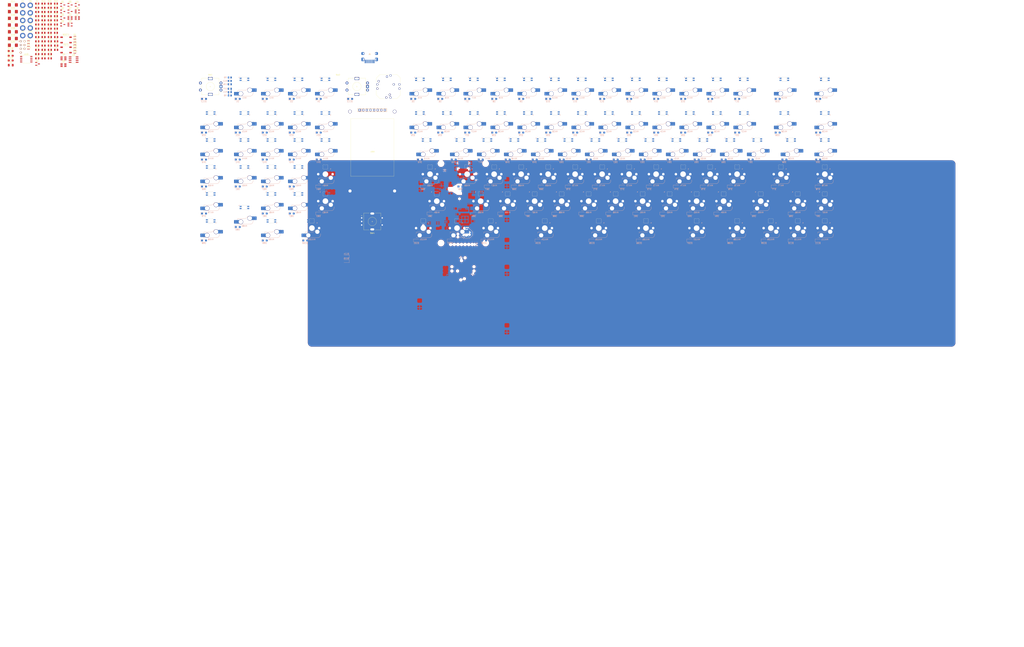
<source format=kicad_pcb>
(kicad_pcb (version 20240108) (generator "pcbnew") (generator_version "8.0")
  (layers (0 "F.Cu" signal) (31 "B.Cu" signal) (34 "B.Paste" user) (35 "F.Paste" user) (36 "B.SilkS" user "B.Silkscreen") (37 "F.SilkS" user "F.Silkscreen") (38 "B.Mask" user) (39 "F.Mask" user) (44 "Edge.Cuts" user))
  (net 0 "")
  (net 1 "COL1")
  (net 2 "ROW1")
  (net 3 "ROW2")
  (net 4 "ROW3")
  (net 5 "ROW4")
  (net 6 "COL4")
  (net 7 "COL5")
  (net 8 "COL6")
  (net 9 "COL7")
  (net 10 "COL8")
  (net 11 "COL9")
  (net 12 "COL3")
  (net 13 "COL2")
  (net 14 "COL0")
  (net 15 "ROW0")
  (net 16 "Net-(D2-K)")
  (net 17 "Net-(D4-K)")
  (net 18 "Net-(D6-K)")
  (net 19 "ENC1_A")
  (net 20 "ENC2_A")
  (net 21 "GND")
  (net 22 "Net-(D23-K)")
  (net 23 "Net-(D8-K)")
  (net 24 "Net-(D10-K)")
  (net 25 "Net-(D12-K)")
  (net 26 "Net-(D14-K)")
  (net 27 "Net-(D16-K)")
  (net 28 "Net-(D18-K)")
  (net 29 "Net-(D20-K)")
  (net 30 "Net-(D22-K)")
  (net 31 "Net-(D24-K)")
  (net 32 "Net-(D26-K)")
  (net 33 "Net-(LED1-DOUT)")
  (net 34 "Net-(LED2-DOUT)")
  (net 35 "Net-(LED3-DOUT)")
  (net 36 "Net-(LED4-DOUT)")
  (net 37 "Net-(LED5-DOUT)")
  (net 38 "Net-(LED6-DOUT)")
  (net 39 "Net-(LED19-DOUT)")
  (net 40 "Net-(LED21-DIN)")
  (net 41 "Net-(LED22-DIN)")
  (net 42 "Net-(LED23-DIN)")
  (net 43 "Net-(LED24-DIN)")
  (net 44 "Net-(LED25-DIN)")
  (net 45 "Net-(LED26-DIN)")
  (net 46 "Net-(LED27-DIN)")
  (net 47 "Net-(LED28-DIN)")
  (net 48 "Net-(LED29-DIN)")
  (net 49 "Net-(LED30-DIN)")
  (net 50 "Net-(LED31-DIN)")
  (net 51 "Net-(LED32-DIN)")
  (net 52 "Net-(LED33-DIN)")
  (net 53 "Net-(LED34-DIN)")
  (net 54 "Net-(LED35-DIN)")
  (net 55 "Net-(LED36-DIN)")
  (net 56 "Net-(LED37-DIN)")
  (net 57 "Net-(LED41-DOUT)")
  (net 58 "Net-(LED42-DOUT)")
  (net 59 "Net-(LED43-DOUT)")
  (net 60 "Net-(LED44-DOUT)")
  (net 81 "LED_DAT_5V")
  (net 82 "LED_DAT_3V3")
  (net 83 "LED_PWR")
  (net 84 "C_ILIM")
  (net 85 "LED_NFAULT")
  (net 86 "+3V3")
  (net 87 "Net-(LED61-DIN)")
  (net 88 "Net-(LED62-DIN)")
  (net 89 "Net-(LED63-DIN)")
  (net 90 "RESET")
  (net 91 "ROT1_A")
  (net 92 "ROT2_A")
  (net 93 "LCD_RESET")
  (net 94 "LCD_DC")
  (net 95 "LCD_CS")
  (net 96 "LCD_BL_PWM")
  (net 97 "LED_EN")
  (net 98 "LCD_SCK{slash}SCL")
  (net 99 "LCD_MOSI{slash}SDA")
  (net 100 "QSPI_SS")
  (net 101 "D+")
  (net 102 "D-")
  (net 103 "SWC")
  (net 104 "SWD")
  (net 105 "Net-(BOOT1-Pad1)")
  (net 106 "Net-(LED65-DIN)")
  (net 107 "Net-(LED66-DIN)")
  (net 108 "Net-(LED67-DIN)")
  (net 109 "Net-(LED68-DIN)")
  (net 110 "ENC1_B")
  (net 111 "ENC2_B")
  (net 112 "ROT1_B")
  (net 113 "ROT2_B")
  (net 114 "CC2")
  (net 115 "Net-(LED69-DIN)")
  (net 116 "Net-(LED70-DIN)")
  (net 117 "Net-(LED71-DIN)")
  (net 118 "Net-(LED72-DIN)")
  (net 119 "Net-(LED64-DIN)")
  (net 120 "Net-(LED73-DIN)")
  (net 121 "Net-(D98-K)")
  (net 122 "COM")
  (net 123 "Net-(LED80-DOUT)")
  (net 124 "CC1")
  (net 125 "Net-(D28-K)")
  (net 126 "LCD_PWR")
  (net 127 "LCD_EN")
  (net 128 "VBUS")
  (net 133 "Net-(LED107-DIN)")
  (net 134 "Net-(LED101-DIN)")
  (net 135 "Net-(LED102-DIN)")
  (net 136 "Net-(LED104-DIN)")
  (net 137 "Net-(LED105-DIN)")
  (net 138 "Net-(LED106-DIN)")
  (net 139 "Net-(LED108-DIN)")
  (net 140 "Net-(D30-K)")
  (net 141 "Net-(LED7-DOUT)")
  (net 142 "Net-(LED8-DOUT)")
  (net 143 "Net-(LED10-DIN)")
  (net 144 "Net-(LED10-DOUT)")
  (net 145 "Net-(LED11-DOUT)")
  (net 146 "Net-(LED12-DOUT)")
  (net 147 "Net-(LED13-DOUT)")
  (net 148 "Net-(LED14-DOUT)")
  (net 149 "Net-(LED15-DOUT)")
  (net 150 "Net-(LED16-DOUT)")
  (net 151 "Net-(LED17-DOUT)")
  (net 152 "Net-(LED18-DOUT)")
  (net 153 "Net-(LED38-DIN)")
  (net 154 "Net-(LED45-DOUT)")
  (net 159 "Net-(LED74-DIN)")
  (net 160 "Net-(LED75-DIN)")
  (net 161 "Net-(LED76-DIN)")
  (net 162 "Net-(LED81-DOUT)")
  (net 163 "Net-(LED82-DOUT)")
  (net 164 "Net-(LED83-DOUT)")
  (net 165 "Net-(LED84-DOUT)")
  (net 168 "Net-(LED109-DIN)")
  (net 169 "Net-(LED110-DIN)")
  (net 170 "Net-(LED20-DOUT)")
  (net 171 "Net-(LED60-DOUT)")
  (net 172 "Net-(D32-K)")
  (net 173 "Net-(D34-K)")
  (net 174 "Net-(D36-K)")
  (net 175 "Net-(D38-K)")
  (net 176 "ROW5")
  (net 177 "Net-(D40-K)")
  (net 178 "Net-(D42-K)")
  (net 179 "Net-(D44-K)")
  (net 180 "Net-(D46-K)")
  (net 181 "Net-(D48-K)")
  (net 182 "Net-(D50-K)")
  (net 183 "Net-(D52-K)")
  (net 184 "Net-(D54-K)")
  (net 185 "Net-(D56-K)")
  (net 186 "Net-(D58-K)")
  (net 187 "Net-(D60-K)")
  (net 188 "Net-(D62-K)")
  (net 189 "Net-(D64-K)")
  (net 190 "Net-(D84-K)")
  (net 191 "Net-(D86-K)")
  (net 192 "Net-(D88-K)")
  (net 193 "Net-(D90-K)")
  (net 194 "Net-(D92-K)")
  (net 195 "Net-(D94-K)")
  (net 196 "Net-(D96-K)")
  (net 197 "Net-(D100-K)")
  (net 198 "Net-(D102-K)")
  (net 199 "Net-(D104-K)")
  (net 200 "Net-(D106-K)")
  (net 201 "Net-(D107-K)")
  (net 202 "Net-(D108-K)")
  (net 203 "Net-(D110-K)")
  (net 204 "Net-(LED20-DIN)")
  (net 205 "Net-(LED40-DOUT)")
  (net 208 "Net-(LED60-DIN)")
  (net 209 "Net-(LED77-DIN)")
  (net 210 "Net-(LED85-DOUT)")
  (net 211 "Net-(LED86-DOUT)")
  (net 213 "Net-(D1-A)")
  (net 214 "Net-(D3-A)")
  (net 215 "Net-(D5-A)")
  (net 216 "Net-(D7-A)")
  (net 217 "Net-(D9-A)")
  (net 218 "Net-(D11-A)")
  (net 219 "Net-(D13-A)")
  (net 220 "Net-(D15-A)")
  (net 221 "Net-(D17-A)")
  (net 222 "Net-(D19-A)")
  (net 223 "Net-(D21-A)")
  (net 224 "Net-(D25-A)")
  (net 225 "Net-(D27-A)")
  (net 226 "Net-(D29-A)")
  (net 227 "Net-(D31-A)")
  (net 228 "Net-(D33-A)")
  (net 229 "Net-(D35-A)")
  (net 230 "Net-(D37-A)")
  (net 231 "Net-(D39-A)")
  (net 232 "Net-(D41-A)")
  (net 233 "Net-(D43-A)")
  (net 234 "Net-(D45-A)")
  (net 235 "Net-(D47-A)")
  (net 236 "Net-(D49-A)")
  (net 237 "Net-(D51-A)")
  (net 238 "Net-(D53-A)")
  (net 239 "Net-(D55-A)")
  (net 240 "Net-(D57-A)")
  (net 241 "Net-(D59-A)")
  (net 242 "Net-(D61-A)")
  (net 243 "Net-(D63-A)")
  (net 244 "Net-(D85-A)")
  (net 245 "Net-(D87-A)")
  (net 246 "Net-(D89-A)")
  (net 247 "Net-(D91-A)")
  (net 248 "Net-(D93-A)")
  (net 249 "Net-(D95-A)")
  (net 250 "Net-(D97-A)")
  (net 251 "Net-(D103-A)")
  (net 252 "Net-(D111-A)")
  (net 254 "Net-(D65-K)")
  (net 255 "Net-(D66-A)")
  (net 256 "Net-(D67-K)")
  (net 257 "Net-(D68-A)")
  (net 258 "Net-(D69-K)")
  (net 259 "Net-(D70-A)")
  (net 260 "Net-(D71-K)")
  (net 261 "Net-(D72-A)")
  (net 262 "Net-(D73-K)")
  (net 263 "Net-(D74-A)")
  (net 264 "Net-(D75-K)")
  (net 265 "Net-(D76-A)")
  (net 266 "Net-(D77-K)")
  (net 267 "Net-(D78-A)")
  (net 268 "Net-(D79-K)")
  (net 269 "Net-(D80-A)")
  (net 270 "Net-(D81-K)")
  (net 271 "Net-(D82-A)")
  (net 272 "Net-(D83-K)")
  (net 273 "Net-(D99-K)")
  (net 274 "Net-(D101-A)")
  (net 275 "Net-(D105-K)")
  (net 276 "Net-(D109-A)")
  (net 278 "Net-(LED59-DOUT)")
  (net 279 "Net-(LED88-DOUT)")
  (net 280 "Net-(LED89-DOUT)")
  (net 281 "Net-(LED90-DOUT)")
  (net 282 "Net-(LED91-DOUT)")
  (net 283 "Net-(LED93-DOUT)")
  (net 284 "Net-(LED94-DOUT)")
  (net 285 "Net-(LED95-DOUT)")
  (net 286 "Net-(LED96-DOUT)")
  (net 287 "Net-(LED111-DIN)")
  (net 288 "Net-(LED100-DIN)")
  (net 289 "Net-(LED103-DIN)")
  (net 290 "Net-(LED79-DOUT)")
  (net 292 "Net-(LED98-DIN)")
  (net 293 "ENC3_A")
  (net 294 "ENC4_A")
  (net 295 "Net-(D112-K)")
  (net 296 "Net-(D113-A)")
  (net 297 "Net-(D114-A)")
  (net 298 "ROT3_A")
  (net 299 "ROT3_B")
  (net 300 "ROT4_A")
  (net 301 "ROT4_B")
  (net 302 "+5V")
  (net 303 "ENC3_B")
  (net 304 "ENC4_B")
  (net 305 "SHIELD")
  (net 306 "V_USB")
  (net 309 "VDD")
  (net 310 "BOARD_NFAULT")
  (net 311 "SK6812_NFAULT")
  (net 312 "SK6812_EN")
  (net 313 "CURR_LIM")
  (net 314 "SK6812_PWR")
  (net 315 "BOOT0")
  (net 316 "NRST")
  (net 317 "/VBUS_FUSED")
  (net 318 "BOOT0_CHRG")
  (net 319 "/VBUS_FERRITE")
  (net 320 "/VBUS_BLOCKED")
  (net 321 "Net-(Q4-G)")
  (net 322 "CURR_1500mA_OK")
  (net 323 "Net-(Q6-D)")
  (net 324 "Net-(Q7-D)")
  (net 325 "CURR_3000mA_OK")
  (net 326 "PLUG_DETECT")
  (net 327 "Net-(R13-Pad1)")
  (net 328 "SK6812_PWM")
  (net 329 "SCK")
  (net 330 "EEP_CS")
  (net 331 "MOSI")
  (net 332 "MISO")
  (net 333 "FLASH_CS")
  (net 334 "Net-(D116-K)")
  (net 335 "Net-(Q1-C)")
  (net 336 "Net-(Q3-G)")
  (net 337 "Net-(U5-ILIM)")
  (net 338 "Net-(R18-Pad1)")
  (net 339 "Net-(R19-Pad2)")
  (net 340 "Net-(R31-Pad2)")
  (net 341 "Net-(R35-Pad1)")
  (net 342 "Net-(R38-Pad1)")
  (footprint "Resistor_SMD:R_0402_1005Metric" (layer "F.Cu") (at -62.475 4.66)
    (property "Reference" "R2")
    (property "Value" "75k")
  )
  (footprint "Capacitor_SMD:C_0805_2012Metric" (layer "F.Cu") (at -89.055 3.18)
    (property "Reference" "C5")
    (property "Value" "100n")
  )
  (footprint "Capacitor_SMD:C_0805_2012Metric" (layer "F.Cu") (at -89.055 15.22)
    (property "Reference" "C9")
    (property "Value" "100n")
  )
  (footprint "Resistor_SMD:R_0402_1005Metric" (layer "F.Cu") (at -62.475 8.64)
    (property "Reference" "R35")
    (property "Value" "5.1K")
  )
  (footprint "Resistor_SMD:R_0805_2012Metric" (layer "F.Cu") (at -89.075 0.2)
    (property "Reference" "R15")
    (property "Value" "5.1k")
  )
  (footprint "Capacitor_Tantalum_SMD:CP_EIA-6032-15_Kemet-U" (layer "F.Cu") (at -106.25 8.95)
    (property "Reference" "C20")
    (property "Value" "100u")
  )
  (footprint "MountingHole:MountingHole_2.2mm_M2_DIN965_Pad" (layer "F.Cu") (at -99.305 2.15)
    (property "Reference" "H5")
    (property "Value" "MountingHole")
  )
  (footprint "Capacitor_SMD:C_0805_2012Metric" (layer "F.Cu") (at -80.155 9.2)
    (property "Reference" "C30")
    (property "Value" "100nF")
  )
  (footprint "Resistor_SMD:R_0805_2012Metric" (layer "F.Cu") (at -84.665 -14.55)
    (property "Reference" "R18")
    (property "Value" "68k")
  )
  (footprint "Keyboard:RKJXT1F42001" (layer "F.Cu") (at 158.75 38.1 180)
    (property "Reference" "SW3" (hide yes))
    (property "Value" "RKJXT1F42001" (hide yes))
  )
  (footprint "Capacitor_SMD:C_0805_2012Metric" (layer "F.Cu") (at -84.605 6.19)
    (property "Reference" "C21")
    (property "Value" "100n")
  )
  (footprint "Package_TO_SOT_SMD:SOT-23" (layer "F.Cu") (at -88.835 22.135)
    (property "Reference" "Q4")
    (property "Value" "AO3401A")
  )
  (footprint "Resistor_SMD:R_0402_1005Metric" (layer "F.Cu") (at -62.475 12.62)
    (property "Reference" "R37")
    (property "Value" "5.1K")
  )
  (footprint "Capacitor_SMD:C_0402_1005Metric" (layer "F.Cu") (at -95.255 11.72)
    (property "Reference" "C13")
    (property "Value" "100nF")
  )
  (footprint "Package_TO_SOT_SMD:SOT-23-3" (layer "F.Cu") (at -71.065 -10.275)
    (property "Reference" "Q3")
    (property "Value" "AO3401A")
  )
  (footprint "Package_SO:SOIC-8_5.23x5.23mm_P1.27mm" (layer "F.Cu") (at -96.805 18.8)
    (property "Reference" "U10")
    (property "Value" "W25Q32JVSSIQ")
  )
  (footprint "Package_TO_SOT_SMD:SOT-23-3" (layer "F.Cu") (at -71.065 -19.525)
    (property "Reference" "Q1")
    (property "Value" "MMUN2133LT1G")
  )
  (footprint "Resistor_SMD:R_0805_2012Metric" (layer "F.Cu") (at -80.255 -17.5)
    (property "Reference" "R25")
    (property "Value" "5.1k")
  )
  (footprint "Keyboard:TestPoint" (layer "F.Cu") (at -100.655001 8.799997)
    (property "Reference" "TP2" (hide yes))
    (property "Value" "5V" (hide yes))
  )
  (footprint "Capacitor_SMD:C_0805_2012Metric" (layer "F.Cu") (at -89.055 9.2)
    (property "Reference" "C7")
    (property "Value" "4.7u")
  )
  (footprint "Capacitor_SMD:C_0805_2012Metric" (layer "F.Cu") (at -84.605 12.21)
    (property "Reference" "C23")
    (property "Value" "100n")
  )
  (footprint "Resistor_SMD:R_0805_2012Metric" (layer "F.Cu") (at -75.845 -2.75)
    (property "Reference" "R42")
    (property "Value" "68k")
  )
  (footprint "Keyboard:D_SOD-123F" (layer "F.Cu") (at -107.8 16.35)
    (property "Reference" "D117")
    (property "Value" "SMF5.0CA")
  )
  (footprint "Capacitor_SMD:C_0805_2012Metric" (layer "F.Cu") (at -80.155 3.18)
    (property "Reference" "C28")
    (property "Value" "100nF")
  )
  (footprint "Capacitor_SMD:C_0805_2012Metric" (layer "F.Cu") (at -75.705 3.18)
    (property "Reference" "C34")
    (property "Value" "100n")
  )
  (footprint "Keyboard:RotaryEncoder_Alps_EC11E-Switch_Vertical_H20mm_Centred" (layer "F.Cu") (at 147.3875 133.415)
    (property "Reference" "SW4")
    (property "Value" "RotaryEncoder_Switch" (hide yes))
  )
  (footprint "Capacitor_SMD:C_0805_2012Metric" (layer "F.Cu") (at -75.705 6.19)
    (property "Reference" "C35")
    (property "Value" "100n")
  )
  (footprint "Capacitor_SMD:C_0805_2012Metric" (layer "F.Cu") (at -84.605 18.23)
    (property "Reference" "C25")
    (property "Value" "100n")
  )
  (footprint "Capacitor_Tantalum_SMD:CP_EIA-6032-15_Kemet-U" (layer "F.Cu") (at -106.25 -14.8)
    (property "Reference" "C15")
    (property "Value" "100u")
  )
  (footprint "Capacitor_SMD:C_0805_2012Metric" (layer "F.Cu") (at -75.705 9.2)
    (property "Reference" "C36")
    (property "Value" "100n")
  )
  (footprint "Capacitor_Tantalum_SMD:CP_EIA-6032-15_Kemet-U" (layer "F.Cu") (at -106.25 4.2)
    (property "Reference" "C19")
    (property "Value" "100u")
  )
  (footprint "Resistor_SMD:R_0805_2012Metric" (layer "F.Cu") (at -89.075 -5.7)
    (property "Reference" "R11")
    (property "Value" "5.1k")
  )
  (footprint "Resistor_SMD:R_0805_2012Metric" (layer "F.Cu") (at -80.255 -8.65)
    (property "Reference" "R28")
    (property "Value" "5.1k")
  )
  (footprint "Capacitor_SMD:C_0805_2012Metric" (layer "F.Cu") (at -80.155 15.22)
    (property "Reference" "C32")
    (property "Value" "100nF")
  )
  (footprint "Resistor_SMD:R_0402_1005Metric" (layer "F.Cu") (at -62.475 14.61)
    (property "Reference" "R40")
    (property "Value" "1k")
  )
  (footprint "Capacitor_SMD:C_0402_1005Metric" (layer "F.Cu") (at -95.255 7.78)
    (property "Reference" "C2")
    (property "Value" "1u")
  )
  (footprint "Resistor_SMD:R_0805_2012Metric" (layer "F.Cu") (at -80.255 -2.75)
    (property "Reference" "R30")
    (property "Value" "9.1k")
  )
  (footprint "MountingHole:MountingHole_2.2mm_M2_DIN965_Pad" (layer "F.Cu") (at -93.955 2.15)
    (property "Reference" "H10")
    (property "Value" "MountingHole")
  )
  (footprint "MountingHole:MountingHole_2.2mm_M2_DIN965_Pad" (layer "F.Cu") (at -93.955 -8.55)
    (property "Reference" "H8")
    (property "Value" "MountingHole")
  )
  (footprint "Keyboard:RotaryEncoder_Alps_EC11E-Switch_Vertical_H20mm_Centred" (layer "F.Cu") (at 136.525 38.1 180)
    (property "Reference" "SW2")
    (property "Value" "RotaryEncoder_Switch" (hide yes))
  )
  (footprint "Resistor_SMD:R_0805_2012Metric" (layer "F.Cu") (at -80.255 -14.55)
    (property "Reference" "R26")
    (property "Value" "5.1k")
  )
  (footprint "Resistor_SMD:R_0805_2012Metric" (layer "F.Cu") (at -84.665 -20.45)
    (property "Reference" "R16")
    (property "Value" "5.1k")
  )
  (footprint "Capacitor_Tantalum_SMD:CP_EIA-6032-15_Kemet-U" (layer "F.Cu") (at -106.25 -0.55)
    (property "Reference" "C18")
    (property "Value" "100u")
  )
  (footprint "Resistor_SMD:R_0805_2012Metric" (layer "F.Cu") (at -84.665 -11.6)
    (property "Reference" "R19")
    (property "Value" "68k")
  )
  (footprint "Button_Switch_SMD:SW_SPST_TL3342" (layer "F.Cu") (at -68.705 12.25)
    (property "Reference" "RST1")
    (property "Value" "SW_Push")
  )
  (footprint "Keyboard:TestPoint" (layer "F.Cu") (at -98.005003 6.149999)
    (property "Reference" "TP5" (hide yes))
    (property "Value" "RST" (hide yes))
  )
  (footprint "Resistor_SMD:R_0805_2012Metric" (layer "F.Cu") (at -89.075 -8.65)
    (property "Reference" "R10")
    (property "Value" "5.1k")
  )
  (footprint "Keyboard:D_SOD-123F" (layer "F.Cu") (at -107.8 19.7)
    (property "Reference" "D118")
    (property "Value" "1N4148")
  )
  (footprint "Resistor_SMD:R_0805_2012Metric" (layer "F.Cu") (at -75.845 -14.55)
    (property "Reference" "R34")
    (property "Value" "68k")
  )
  (footprint "Resistor_SMD:R_0805_2012Metric" (layer "F.Cu") (at -89.075 -11.6)
    (property "Reference" "R7")
    (property "Value" "68k")
  )
  (footprint "Resistor_SMD:R_0805_2012Metric" (layer "F.Cu") (at -75.845 -5.7)
    (property "Reference" "R41")
    (property "Value" "9.1k")
  )
  (footprint "Capacitor_SMD:C_0805_2012Metric" (layer "F.Cu") (at -80.155 12.21)
    (property "Reference" "C31")
    (property "Value" "100nF")
  )
  (footprint "Resistor_SMD:R_0402_1005Metric" (layer "F.Cu") (at -62.475 6.65)
    (property "Reference" "R3")
    (property "Value" "5.1k")
  )
  (footprint "Resistor_SMD:R_0805_2012Metric" (layer "F.Cu") (at -80.255 -5.7)
    (property "Reference" "R29")
    (property "Value" "9.1k")
  )
  (footprint "Resistor_SMD:R_0805_2012Metric" (layer "F.Cu") (at -75.845 0.2)
    (property "Reference" "R43")
    (property "Value" "9.1k")
  )
  (footprint "Capacitor_SMD:C_0805_2012Metric" (layer "F.Cu") (at -80.155 18.23)
    (property "Reference" "C33")
    (property "Value" "100nF")
  )
  (footprint "Capacitor_SMD:C_0805_2012Metric" (layer "F.Cu") (at -89.055 18.23)
    (property "Reference" "C11")
    (property "Value" "100n")
  )
  (footprint "Keyboard:TestPoint" (layer "F.Cu") (at -98.005003 11.449995)
    (property "Reference" "TP7" (hide yes))
    (property "Value" "SWD" (hide yes))
  )
  (footprint "Package_TO_SOT_SMD:SOT-23-3" (layer "F.Cu") (at -71.065 -14.9)
    (property "Reference" "Q2")
    (property "Value" "AO3401A")
  )
  (footprint "Package_TO_SOT_SMD:SOT-23-6" (layer "F.Cu") (at -65.915 -10.275)
    (property "Reference" "U2")
    (property "Value" "TPS2553DBVR")
  )
  (footprint "Resistor_SMD:R_0805_2012Metric" (layer "F.Cu") (at -84.665 -17.5)
    (property "Reference" "R17")
    (property "Value" "68k")
  )
  (footprint "Resistor_SMD:R_0805_2012Metric" (layer "F.Cu") (at -75.845 -11.6)
    (property "Reference" "R38")
    (property "Value" "68k")
  )
  (footprint "Button_Switch_SMD:SW_SPST_TL3342" (layer "F.Cu") (at -68.705 5.2)
    (property "Reference" "BOOT1")
    (property "Value" "SW_Push")
  )
  (footprint "Resistor_SMD:R_0805_2012Metric" (layer "F.Cu") (at -84.665 -8.65)
    (property "Reference" "R20")
    (property "Value" "68k")
  )
  (footprint "Package_TO_SOT_SMD:SOT-23-3" (layer "F.Cu") (at -60.765 -19.525)
    (property "Reference" "U4")
    (property "Value" "AZ1117H-3.3TRE1")
  )
  (footprint "Capacitor_Tantalum_SMD:CP_EIA-6032-15_Kemet-U" (layer "F.Cu") (at -106.25 -10.05)
    (property "Reference" "C16")
    (property "Value" "100u")
  )
  (footprint "Resistor_SMD:R_0805_2012Metric" (layer "F.Cu") (at -89.075 -2.75)
    (property "Reference" "R13")
    (property "Value" "9.1k")
  )
  (footprint "Keyboard:LCD-ST7789-2in" (layer "F.Cu") (at 147.3875 83.82)
    (property "Reference" "LCD1" (hide yes))
    (property "Value" "LCD-ST7789-2in" (hide yes))
  )
  (footprint "Resistor_SMD:R_0805_2012Metric" (layer "F.Cu") (at -84.665 0.2)
    (property "Reference" "R23")
    (property "Value" "5.1k")
  )
  (footprint "MountingHole:MountingHole_2.2mm_M2_DIN965_Pad" (layer "F.Cu") (at -99.305 -8.55)
    (property "Reference" "H3")
    (property "Value" "MountingHole")
  )
  (footprint "Capacitor_SMD:C_0402_1005Metric" (layer "F.Cu") (at -95.255 5.81)
    (property "Reference" "C1")
    (property "Value" "100nF")
  )
  (footprint "Package_TO_SOT_SMD:SOT-23-5" (layer "F.Cu") (at -60.765 -14.9)
    (property "Reference" "U6")
    (property "Value" "LMV321")
  )
  (footprint "Package_TO_SOT_SMD:SOT-23-3" (layer "F.Cu") (at -71.065 -5.65)
    (property "Reference" "Q5")
    (property "Value" "MMUN2233LT1G")
  )
  (footprint "Package_TO_SOT_SMD:SOT-23-6" (layer "F.Cu") (at -60.765 -10.275)
    (property "Reference" "U7")
    (property "Value" "AZC199-04S")
  )
  (footprint "Capacitor_Tantalum_SMD:CP_EIA-6032-15_Kemet-U" (layer "F.Cu") (at -106.25 -5.3)
    (property "Reference" "C17")
    (property "Value" "100u")
  )
  (footprint "Resistor_SMD:R_0805_2012Metric" (layer "F.Cu") (at -80.255 -11.6)
    (property "Reference" "R27")
    (property "Value" "5.1k")
  )
  (footprint "Resistor_SMD:R_0805_2012Metric" (layer "F.Cu") (at -75.845 -17.5)
    (property "Reference" "R33")
    (property "Value" "68k")
  )
  (footprint "Resistor_SMD:R_0805_2012Metric" (layer "F.Cu") (at -84.665 -2.75)
    (property "Reference" "R22")
    (property "Value" "5.1k")
  )
  (footprint "Capacitor_Tantalum_SMD:CP_EIA-6032-15_Kemet-U" (layer "F.Cu") (at -106.25 -19.55)
    (property "Reference" "C14")
    (property "Value" "100u")
  )
  (footprint "MountingHole:MountingHole_2.2mm_M2_DIN965_Pad" (layer "F.Cu") (at -99.305 -19.25)
    (property "Reference" "H1")
    (property "Value" "MountingHole")
  )
  (footprint "Resistor_SMD:R_0402_1005Metric" (layer "F.Cu") (at -62.475 10.63)
    (property "Reference" "R36")
    (property "Value" "5.1K")
  )
  (footprint "Capacitor_SMD:C_0805_2012Metric" (layer "F.Cu") (at -84.605 15.22)
    (property "Reference" "C24")
    (property "Value" "100n")
  )
  (footprint "Fuse:Fuse_1206_3216Metric" (layer "F.Cu") (at -107.765 23.02)
    (property "Reference" "F1")
    (property "Value" "3.0A 1206 Polyfuse")
  )
  (footprint "MountingHole:MountingHole_2.2mm_M2_DIN965_Pad" (layer "F.Cu") (at -93.955 -19.25)
    (property "Reference" "H6")
    (property "Value" "MountingHole")
  )
  (footprint "Package_TO_SOT_SMD:SOT-23-5" (layer "F.Cu") (at -65.915 -5.65)
    (property "Reference" "U3")
    (property "Value" "74AHC1G125")
  )
  (footprint "Package_SO:SOIC-8_3.9x4.9mm_P1.27mm" (layer "F.Cu") (at -63.405 19.13)
    (property "Reference" "U8")
    (property "Value" "MB85RS64")
  )
  (footprint "Capacitor_SMD:C_0805_2012Metric" (layer "F.Cu") (at -84.605 9.2)
    (property "Reference" "C22")
    (property "Value" "100n")
  )
  (footprint "Package_TO_SOT_SMD:SOT-23-6_Handsoldering" (layer "F.Cu") (at -70.555 23)
    (property "Reference" "U9")
    (property "Value" "TPS2553DBVR-1")
  )
  (footprint "Keyboard:D_SOD-123F" (layer "F.Cu") (at -107.8 13)
    (property "Reference" "D116")
    (property "Value" "1N4148")
  )
  (footprint "Package_TO_SOT_SMD:SOT-23-3" (layer "F.Cu") (at -65.915 -14.9)
    (property "Reference" "Q7")
    (property "Value" "2N7002")
  )
  (footprint "Capacitor_SMD:C_0805_2012Metric" (layer "F.Cu") (at -89.055 6.19)
    (property "Reference" "C6")
    (property "Value" "100n")
  )
  (footprint "Resistor_SMD:R_0805_2012Metric" (layer "F.Cu") (at -89.075 -17.5)
    (property "Reference" "R5")
    (property "Value" "120")
  )
  (footprint "Capacitor_SMD:C_0805_2012Metric" (layer "F.Cu") (at -84.605 3.18)
    (property "Reference" "C12")
    (property "Value" "4.7u")
  )
  (footprint "Keyboard:TestPoint" (layer "F.Cu") (at -100.655001 11.449995)
    (property "Reference" "TP3" (hide yes))
    (property "Value" "3V3" (hide yes))
  )
  (footprint "Keyboard:TestPoint" (layer "F.Cu") (at -100.655001 14.099993)
    (property "Reference" "TP4" (hide yes))
    (property "Value" "GND" (hide yes))
  )
  (footprint "Capacitor_SMD:C_0402_1005Metric" (layer "F.Cu") (at -95.255 9.75)
    (property "Reference" "C3")
    (property "Value" "1u")
  )
  (footprint "Keyboard:RotaryEncoder_Alps_EC11E-Switch_Vertical_H20mm_Centred" (layer "F.Cu") (at 33.0875 38.1 180)
    (property "Reference" "SW1")
    (property "Value" "RotaryEncoder_Switch" (hide yes))
  )
  (footprint "Keyboard:TestPoint" (layer "F.Cu") (at -98.005003 8.799997)
    (property "Reference" "TP6" (hide yes))
    (property "Value" "SWC" (hide yes))
  )
  (footprint "Package_TO_SOT_SMD:SOT-23-3" (layer "F.Cu") (at -65.915 -19.525)
    (property "Reference" "Q6")
    (property "Value" "2N7002")
  )
  (footprint "Resistor_SMD:R_0805_2012Metric" (layer "F.Cu") (at -89.075 -20.45)
    (property "Reference" "R4")
    (property "Value" "9.1k")
  )
  (footprint "Resistor_SMD:R_0805_2012Metric" (layer "F.Cu") (at -80.255 -20.45)
    (property "Reference" "R24")
    (property "Value" "5.1k")
  )
  (footprint "Capacitor_SMD:C_0805_2012Metric" (layer "F.Cu") (at -75.705 12.21)
    (property "Reference" "FB1")
    (property "Value" "4A/0805")
  )
  (footprint "Capacitor_SMD:C_0805_2012Metric" (layer "F.Cu") (at -89.055 12.21)
    (property "Reference" "C8")
    (property "Value" "100n")
  )
  (footprint "MountingHole:MountingHole_2.2mm_M2_DIN965_Pad" (layer "F.Cu") (at -99.305 -3.2)
    (property "Reference" "H4")
    (property "Value" "MountingHole")
  )
  (footprint "Keyboard:TestPoint" (layer "F.Cu") (at -100.655001 6.149999)
    (property "Reference" "TP1" (hide yes))
    (property "Value" "VBUS" (hide yes))
  )
  (footprint "Resistor_SMD:R_0805_2012Metric" (layer "F.Cu") (at -84.665 -5.7)
    (property "Reference" "R21")
    (property "Value" "5.1k")
  )
  (footprint "Capacitor_SMD:C_0805_2012Metric" (layer "F.Cu") (at -80.155 6.19)
    (property "Reference" "C29")
    (property "Value" "100nF")
  )
  (footprint "MountingHole:MountingHole_2.2mm_M2_DIN965_Pad" (layer "F.Cu") (at -93.955 -3.2)
    (property "Reference" "H9")
    (property "Value" "MountingHole")
  )
  (footprint "MountingHole:MountingHole_2.2mm_M2_DIN965_Pad" (layer "F.Cu") (at -93.955 -13.9)
    (property "Reference" "H7")
    (property "Value" "MountingHole")
  )
  (footprint "Resistor_SMD:R_0805_2012Metric" (layer "F.Cu") (at -75.845 -8.65)
    (property "Reference" "R39")
    (property "Value" "9.1k")
  )
  (footprint "Resistor_SMD:R_0402_1005Metric" (layer "F.Cu") (at -62.475 2.67)
    (property "Reference" "R1")
    (property "Value" "5.1k")
  )
  (footprint "MountingHole:MountingHole_2.2mm_M2_DIN965_Pad" (layer "F.Cu") (at -99.305 -13.9)
    (property "Reference" "H2")
    (property "Value" "MountingHole")
  )
  (footprint "Resistor_SMD:R_0805_2012Metric" (layer "F.Cu") (at -89.075 -14.55)
    (property "Reference" "R6")
    (property "Value" "9.1k")
  )
  (footprint "Resistor_SMD:R_0805_2012Metric" (layer "F.Cu") (at -80.255 0.2)
    (property "Reference" "R31")
    (property "Value" "68k")
  )
  (footprint "Package_TO_SOT_SMD:SOT-23-6_Handsoldering" (layer "F.Cu") (at -70.555 18.225)
    (property "Reference" "U5")
    (property "Value" "TPS2553DBVR-1")
  )
  (footprint "Resistor_SMD:R_0805_2012Metric" (layer "F.Cu") (at -75.845 -20.45)
    (property "Reference" "R32")
    (property "Value" "68k")
  )
  (footprint "Keyboard:SW_MX_HS_1u" (layer "B.Cu") (at 338.1375 119.0625)
    (property "Reference" "MX91")
    (property "Value" "MX_SW_HS")
  )
  (footprint "Keyboard:LED_MX_6028R" (layer "B.Cu") (at 76.2 33.02)
    (property "Reference" "LED2" (hide yes))
    (property "Value" "MX_SK6803MINI-E" (hide yes))
    (fp_line (start -1.699999 -0.702841) (end -1.699999 0.702843) (stroke (width 0.1)) (layer "Edge.Cuts"))
    (fp_line (start -0.794453 1.5) (end 0.794452 1.5) (stroke (width 0.1)) (layer "Edge.Cuts"))
    (fp_line (start 0.794452 -1.499999) (end -0.794452 -1.499999) (stroke (width 0.1)) (layer "Edge.Cuts"))
    (fp_line (start 1.699999 0.702843) (end 1.699999 -0.702841) (stroke (width 0.1)) (layer "Edge.Cuts"))
    (fp_arc (start -1.749484 -0.919719) (mid -1.712527 -0.814067) (end -1.699999 -0.702841) (stroke (width 0.1)) (layer "Edge.Cuts"))
    (fp_arc (start -1.749484 -0.919718) (mid -1.638072 -1.504034) (end -1.046711 -1.568298) (stroke (width 0.1)) (layer "Edge.Cuts"))
    (fp_arc (start -1.699999 0.702844) (mid -1.712527 0.814069) (end -1.749484 0.919721) (stroke (width 0.1)) (layer "Edge.Cuts"))
    (fp_arc (start -1.046711 1.568299) (mid -1.638071 1.504035) (end -1.749484 0.919721) (stroke (width 0.1)) (layer "Edge.Cuts"))
    (fp_arc (start -1.046711 1.568299) (mid -0.925123 1.517377) (end -0.794453 1.5) (stroke (width 0.1)) (layer "Edge.Cuts"))
    (fp_arc (start -0.794452 -1.499999) (mid -0.925123 -1.517376) (end -1.046711 -1.568298) (stroke (width 0.1)) (layer "Edge.Cuts"))
    (fp_arc (start 0.794453 1.500001) (mid 0.925123 1.517378) (end 1.046711 1.5683) (stroke (width 0.1)) (layer "Edge.Cuts"))
    (fp_arc (start 1.04671 -1.568298) (mid 0.925122 -1.517376) (end 0.794452 -1.499999) (stroke (width 0.1)) (layer "Edge.Cuts"))
    (fp_arc (start 1.046711 -1.568296) (mid 1.638069 -1.504034) (end 1.749484 -0.919719) (stroke (width 0.1)) (layer "Edge.Cuts"))
    (fp_arc (start 1.699999 -0.702842) (mid 1.712536 -0.814065) (end 1.749484 -0.919719) (stroke (width 0.1)) (layer "Edge.Cuts"))
    (fp_arc (start 1.749484 0.919721) (mid 1.638072 1.504036) (end 1.046711 1.5683) (stroke (width 0.1)) (layer "Edge.Cuts"))
    (fp_arc (start 1.749484 0.919721) (mid 1.712539 0.814068) (end 1.699999 0.702843) (stroke (width 0.1)) (layer "Edge.Cuts"))
  )
  (footprint "Keyboard:LED_MX_6028R-ROT" (layer "B.Cu") (at 183.35625 133.0325)
    (property "Reference" "LED101" (hide yes))
    (property "Value" "MX_SK6803MINI-E" (hide yes))
    (fp_line (start -1.699999 -0.702843) (end -1.699999 0.702841) (stroke (width 0.1)) (layer "Edge.Cuts"))
    (fp_line (start -0.794452 1.499999) (end 0.794452 1.499999) (stroke (width 0.1)) (layer "Edge.Cuts"))
    (fp_line (start 0.794453 -1.5) (end -0.794452 -1.5) (stroke (width 0.1)) (layer "Edge.Cuts"))
    (fp_line (start 1.699999 0.702841) (end 1.699999 -0.702843) (stroke (width 0.1)) (layer "Edge.Cuts"))
    (fp_arc (start -1.749484 -0.919721) (mid -1.712527 -0.814069) (end -1.699999 -0.702843) (stroke (width 0.1)) (layer "Edge.Cuts"))
    (fp_arc (start -1.749484 -0.919721) (mid -1.638071 -1.504036) (end -1.046711 -1.5683) (stroke (width 0.1)) (layer "Edge.Cuts"))
    (fp_arc (start -1.699999 0.702842) (mid -1.712527 0.814067) (end -1.749484 0.919719) (stroke (width 0.1)) (layer "Edge.Cuts"))
    (fp_arc (start -1.046711 1.568296) (mid -1.63807 1.504033) (end -1.749484 0.919719) (stroke (width 0.1)) (layer "Edge.Cuts"))
    (fp_arc (start -1.04671 1.568298) (mid -0.925122 1.517376) (end -0.794452 1.499999) (stroke (width 0.1)) (layer "Edge.Cuts"))
    (fp_arc (start -0.794453 -1.500001) (mid -0.925123 -1.517378) (end -1.046711 -1.5683) (stroke (width 0.1)) (layer "Edge.Cuts"))
    (fp_arc (start 0.794452 1.499999) (mid 0.925123 1.517376) (end 1.046711 1.568298) (stroke (width 0.1)) (layer "Edge.Cuts"))
    (fp_arc (start 1.046711 -1.568299) (mid 0.925123 -1.517377) (end 0.794453 -1.5) (stroke (width 0.1)) (layer "Edge.Cuts"))
    (fp_arc (start 1.046711 -1.568299) (mid 1.638071 -1.504036) (end 1.749484 -0.919721) (stroke (width 0.1)) (layer "Edge.Cuts"))
    (fp_arc (start 1.699999 -0.702844) (mid 1.712536 -0.814067) (end 1.749484 -0.919721) (stroke (width 0.1)) (layer "Edge.Cuts"))
    (fp_arc (start 1.749484 0.919718) (mid 1.638073 1.504037) (end 1.046711 1.568298) (stroke (width 0.1)) (layer "Edge.Cuts"))
    (fp_arc (start 1.749484 0.919719) (mid 1.71254 0.814066) (end 1.699999 0.702841) (stroke (width 0.1)) (layer "Edge.Cuts"))
  )
  (footprint "Keyboard:SW_MX_HS_1u" (layer "B.Cu") (at 385.7625 100.0125)
    (property "Reference" "MX75")
    (property "Value" "MX_SW_HS")
  )
  (footprint "Keyboard:SW_MX_HS_1u" (layer "B.Cu") (at 95.25 100.0125)
    (property "Reference" "MX63")
    (property "Value" "MX_SW_HS")
  )
  (footprint "Keyboard:SW_MX_HS_1u" (layer "B.Cu") (at 238.125 38.1)
    (property "Reference" "MX8")
    (property "Value" "MX_SW_HS")
  )
  (footprint "Keyboard:LED_MX_6028R-ROT" (layer "B.Cu") (at 76.2 56.8325)
    (property "Reference" "LED22" (hide yes))
    (property "Value" "MX_SK6803MINI-E" (hide yes))
    (fp_line (start -1.699999 -0.702843) (end -1.699999 0.702841) (stroke (width 0.1)) (layer "Edge.Cuts"))
    (fp_line (start -0.794452 1.499999) (end 0.794452 1.499999) (stroke (width 0.1)) (layer "Edge.Cuts"))
    (fp_line (start 0.794453 -1.5) (end -0.794452 -1.5) (stroke (width 0.1)) (layer "Edge.Cuts"))
    (fp_line (start 1.699999 0.702841) (end 1.699999 -0.702843) (stroke (width 0.1)) (layer "Edge.Cuts"))
    (fp_arc (start -1.749484 -0.919721) (mid -1.712527 -0.814069) (end -1.699999 -0.702843) (stroke (width 0.1)) (layer "Edge.Cuts"))
    (fp_arc (start -1.749484 -0.919721) (mid -1.638071 -1.504036) (end -1.046711 -1.5683) (stroke (width 0.1)) (layer "Edge.Cuts"))
    (fp_arc (start -1.699999 0.702842) (mid -1.712527 0.814067) (end -1.749484 0.919719) (stroke (width 0.1)) (layer "Edge.Cuts"))
    (fp_arc (start -1.046711 1.568296) (mid -1.63807 1.504033) (end -1.749484 0.919719) (stroke (width 0.1)) (layer "Edge.Cuts"))
    (fp_arc (start -1.04671 1.568298) (mid -0.925122 1.517376) (end -0.794452 1.499999) (stroke (width 0.1)) (layer "Edge.Cuts"))
    (fp_arc (start -0.794453 -1.500001) (mid -0.925123 -1.517378) (end -1.046711 -1.5683) (stroke (width 0.1)) (layer "Edge.Cuts"))
    (fp_arc (start 0.794452 1.499999) (mid 0.925123 1.517376) (end 1.046711 1.568298) (stroke (width 0.1)) (layer "Edge.Cuts"))
    (fp_arc (start 1.046711 -1.568299) (mid 0.925123 -1.517377) (end 0.794453 -1.5) (stroke (width 0.1)) (layer "Edge.Cuts"))
    (fp_arc (start 1.046711 -1.568299) (mid 1.638071 -1.504036) (end 1.749484 -0.919721) (stroke (width 0.1)) (layer "Edge.Cuts"))
    (fp_arc (start 1.699999 -0.702844) (mid 1.712536 -0.814067) (end 1.749484 -0.919721) (stroke (width 0.1)) (layer "Edge.Cuts"))
    (fp_arc (start 1.749484 0.919718) (mid 1.638073 1.504037) (end 1.046711 1.568298) (stroke (width 0.1)) (layer "Edge.Cuts"))
    (fp_arc (start 1.749484 0.919719) (mid 1.71254 0.814066) (end 1.699999 0.702841) (stroke (width 0.1)) (layer "Edge.Cuts"))
  )
  (footprint "Keyboard:D_SOD-123F" (layer "B.Cu") (at 195.3386 70.6435)
    (property "Reference" "D26")
    (property "Value" "D")
  )
  (footprint "Capacitor_SMD:C_0805_2012Metric" (layer "B.Cu") (at 46.8283 39.685)
    (property "Reference" "C27")
    (property "Value" "100nF")
  )
  (footprint "Keyboard:LED_MX_6028R-ROT" (layer "B.Cu") (at 252.4125 94.9325)
    (property "Reference" "LED68" (hide yes))
    (property "Value" "MX_SK6803MINI-E" (hide yes))
    (fp_line (start -1.699999 -0.702843) (end -1.699999 0.702841) (stroke (width 0.1)) (layer "Edge.Cuts"))
    (fp_line (start -0.794452 1.499999) (end 0.794452 1.499999) (stroke (width 0.1)) (layer "Edge.Cuts"))
    (fp_line (start 0.794453 -1.5) (end -0.794452 -1.5) (stroke (width 0.1)) (layer "Edge.Cuts"))
    (fp_line (start 1.699999 0.702841) (end 1.699999 -0.702843) (stroke (width 0.1)) (layer "Edge.Cuts"))
    (fp_arc (start -1.749484 -0.919721) (mid -1.712527 -0.814069) (end -1.699999 -0.702843) (stroke (width 0.1)) (layer "Edge.Cuts"))
    (fp_arc (start -1.749484 -0.919721) (mid -1.638071 -1.504036) (end -1.046711 -1.5683) (stroke (width 0.1)) (layer "Edge.Cuts"))
    (fp_arc (start -1.699999 0.702842) (mid -1.712527 0.814067) (end -1.749484 0.919719) (stroke (width 0.1)) (layer "Edge.Cuts"))
    (fp_arc (start -1.046711 1.568296) (mid -1.63807 1.504033) (end -1.749484 0.919719) (stroke (width 0.1)) (layer "Edge.Cuts"))
    (fp_arc (start -1.04671 1.568298) (mid -0.925122 1.517376) (end -0.794452 1.499999) (stroke (width 0.1)) (layer "Edge.Cuts"))
    (fp_arc (start -0.794453 -1.500001) (mid -0.925123 -1.517378) (end -1.046711 -1.5683) (stroke (width 0.1)) (layer "Edge.Cuts"))
    (fp_arc (start 0.794452 1.499999) (mid 0.925123 1.517376) (end 1.046711 1.568298) (stroke (width 0.1)) (layer "Edge.Cuts"))
    (fp_arc (start 1.046711 -1.568299) (mid 0.925123 -1.517377) (end 0.794453 -1.5) (stroke (width 0.1)) (layer "Edge.Cuts"))
    (fp_arc (start 1.046711 -1.568299) (mid 1.638071 -1.504036) (end 1.749484 -0.919721) (stroke (width 0.1)) (layer "Edge.Cuts"))
    (fp_arc (start 1.699999 -0.702844) (mid 1.712536 -0.814067) (end 1.749484 -0.919721) (stroke (width 0.1)) (layer "Edge.Cuts"))
    (fp_arc (start 1.749484 0.919718) (mid 1.638073 1.504037) (end 1.046711 1.568298) (stroke (width 0.1)) (layer "Edge.Cuts"))
    (fp_arc (start 1.749484 0.919719) (mid 1.71254 0.814066) (end 1.699999 0.702841) (stroke (width 0.1)) (layer "Edge.Cuts"))
  )
  (footprint "Keyboard:LED_MX_6028R" (layer "B.Cu") (at 300.0375 113.9825)
    (property "Reference" "LED89" (hide yes))
    (property "Value" "MX_SK6803MINI-E" (hide yes))
    (fp_line (start -1.699999 -0.702841) (end -1.699999 0.702843) (stroke (width 0.1)) (layer "Edge.Cuts"))
    (fp_line (start -0.794453 1.5) (end 0.794452 1.5) (stroke (width 0.1)) (layer "Edge.Cuts"))
    (fp_line (start 0.794452 -1.499999) (end -0.794452 -1.499999) (stroke (width 0.1)) (layer "Edge.Cuts"))
    (fp_line (start 1.699999 0.702843) (end 1.699999 -0.702841) (stroke (width 0.1)) (layer "Edge.Cuts"))
    (fp_arc (start -1.749484 -0.919719) (mid -1.712527 -0.814067) (end -1.699999 -0.702841) (stroke (width 0.1)) (layer "Edge.Cuts"))
    (fp_arc (start -1.749484 -0.919718) (mid -1.638072 -1.504034) (end -1.046711 -1.568298) (stroke (width 0.1)) (layer "Edge.Cuts"))
    (fp_arc (start -1.699999 0.702844) (mid -1.712527 0.814069) (end -1.749484 0.919721) (stroke (width 0.1)) (layer "Edge.Cuts"))
    (fp_arc (start -1.046711 1.568299) (mid -1.638071 1.504035) (end -1.749484 0.919721) (stroke (width 0.1)) (layer "Edge.Cuts"))
    (fp_arc (start -1.046711 1.568299) (mid -0.925123 1.517377) (end -0.794453 1.5) (stroke (width 0.1)) (layer "Edge.Cuts"))
    (fp_arc (start -0.794452 -1.499999) (mid -0.925123 -1.517376) (end -1.046711 -1.568298) (stroke (width 0.1)) (layer "Edge.Cuts"))
    (fp_arc (start 0.794453 1.500001) (mid 0.925123 1.517378) (end 1.046711 1.5683) (stroke (width 0.1)) (layer "Edge.Cuts"))
    (fp_arc (start 1.04671 -1.568298) (mid 0.925122 -1.517376) (end 0.794452 -1.499999) (stroke (width 0.1)) (layer "Edge.Cuts"))
    (fp_arc (start 1.046711 -1.568296) (mid 1.638069 -1.504034) (end 1.749484 -0.919719) (stroke (width 0.1)) (layer "Edge.Cuts"))
    (fp_arc (start 1.699999 -0.702842) (mid 1.712536 -0.814065) (end 1.749484 -0.919719) (stroke (width 0.1)) (layer "Edge.Cuts"))
    (fp_arc (start 1.749484 0.919721) (mid 1.638072 1.504036) (end 1.046711 1.5683) (stroke (width 0.1)) (layer "Edge.Cuts"))
    (fp_arc (start 1.749484 0.919721) (mid 1.712539 0.814068) (end 1.699999 0.702843) (stroke (width 0.1)) (layer "Edge.Cuts"))
  )
  (footprint "Keyboard:D_SOD-123F" (layer "B.Cu") (at 129.035 161.465 180)
    (property "Reference" "D115")
    (property "Value" "D")
  )
  (footprint "Keyboard:SW_MX_HS_2.25u" (layer "B.Cu") (at 192.88125 119.0625)
    (property "Reference" "MX84")
    (property "Value" "MX_SW_HS")
  )
  (footprint "Keyboard:LED_MX_6028R" (layer "B.Cu") (at 114.3 113.9825)
    (property "Reference" "LED83" (hide yes))
    (property "Value" "MX_SK6803MINI-E" (hide yes))
    (fp_line (start -1.699999 -0.702841) (end -1.699999 0.702843) (stroke (width 0.1)) (layer "Edge.Cuts"))
    (fp_line (start -0.794453 1.5) (end 0.794452 1.5) (stroke (width 0.1)) (layer "Edge.Cuts"))
    (fp_line (start 0.794452 -1.499999) (end -0.794452 -1.499999) (stroke (width 0.1)) (layer "Edge.Cuts"))
    (fp_line (start 1.699999 0.702843) (end 1.699999 -0.702841) (stroke (width 0.1)) (layer "Edge.Cuts"))
    (fp_arc (start -1.749484 -0.919719) (mid -1.712527 -0.814067) (end -1.699999 -0.702841) (stroke (width 0.1)) (layer "Edge.Cuts"))
    (fp_arc (start -1.749484 -0.919718) (mid -1.638072 -1.504034) (end -1.046711 -1.568298) (stroke (width 0.1)) (layer "Edge.Cuts"))
    (fp_arc (start -1.699999 0.702844) (mid -1.712527 0.814069) (end -1.749484 0.919721) (stroke (width 0.1)) (layer "Edge.Cuts"))
    (fp_arc (start -1.046711 1.568299) (mid -1.638071 1.504035) (end -1.749484 0.919721) (stroke (width 0.1)) (layer "Edge.Cuts"))
    (fp_arc (start -1.046711 1.568299) (mid -0.925123 1.517377) (end -0.794453 1.5) (stroke (width 0.1)) (layer "Edge.Cuts"))
    (fp_arc (start -0.794452 -1.499999) (mid -0.925123 -1.517376) (end -1.046711 -1.568298) (stroke (width 0.1)) (layer "Edge.Cuts"))
    (fp_arc (start 0.794453 1.500001) (mid 0.925123 1.517378) (end 1.046711 1.5683) (stroke (width 0.1)) (layer "Edge.Cuts"))
    (fp_arc (start 1.04671 -1.568298) (mid 0.925122 -1.517376) (end 0.794452 -1.499999) (stroke (width 0.1)) (layer "Edge.Cuts"))
    (fp_arc (start 1.046711 -1.568296) (mid 1.638069 -1.504034) (end 1.749484 -0.919719) (stroke (width 0.1)) (layer "Edge.Cuts"))
    (fp_arc (start 1.699999 -0.702842) (mid 1.712536 -0.814065) (end 1.749484 -0.919719) (stroke (width 0.1)) (layer "Edge.Cuts"))
    (fp_arc (start 1.749484 0.919721) (mid 1.638072 1.504036) (end 1.046711 1.5683) (stroke (width 0.1)) (layer "Edge.Cuts"))
    (fp_arc (start 1.749484 0.919721) (mid 1.712539 0.814068) (end 1.699999 0.702843) (stroke (width 0.1)) (layer "Edge.Cuts"))
  )
  (footprint "Keyboard:SW_MX_HS_1u" (layer "B.Cu") (at 333.375 38.1)
    (property "Reference" "MX13")
    (property "Value" "MX_SW_HS")
  )
  (footprint "Keyboard:LED_MX_6028R-ROT" (layer "B.Cu") (at 238.125 56.8325)
    (property "Reference" "LED28" (hide yes))
    (property "Value" "MX_SK6803MINI-E" (hide yes))
    (fp_line (start -1.699999 -0.702843) (end -1.699999 0.702841) (stroke (width 0.1)) (layer "Edge.Cuts"))
    (fp_line (start -0.794452 1.499999) (end 0.794452 1.499999) (stroke (width 0.1)) (layer "Edge.Cuts"))
    (fp_line (start 0.794453 -1.5) (end -0.794452 -1.5) (stroke (width 0.1)) (layer "Edge.Cuts"))
    (fp_line (start 1.699999 0.702841) (end 1.699999 -0.702843) (stroke (width 0.1)) (layer "Edge.Cuts"))
    (fp_arc (start -1.749484 -0.919721) (mid -1.712527 -0.814069) (end -1.699999 -0.702843) (stroke (width 0.1)) (layer "Edge.Cuts"))
    (fp_arc (start -1.749484 -0.919721) (mid -1.638071 -1.504036) (end -1.046711 -1.5683) (stroke (width 0.1)) (layer "Edge.Cuts"))
    (fp_arc (start -1.699999 0.702842) (mid -1.712527 0.814067) (end -1.749484 0.919719) (stroke (width 0.1)) (layer "Edge.Cuts"))
    (fp_arc (start -1.046711 1.568296) (mid -1.63807 1.504033) (end -1.749484 0.919719) (stroke (width 0.1)) (layer "Edge.Cuts"))
    (fp_arc (start -1.04671 1.568298) (mid -0.925122 1.517376) (end -0.794452 1.499999) (stroke (width 0.1)) (layer "Edge.Cuts"))
    (fp_arc (start -0.794453 -1.500001) (mid -0.925123 -1.517378) (end -1.046711 -1.5683) (stroke (width 0.1)) (layer "Edge.Cuts"))
    (fp_arc (start 0.794452 1.499999) (mid 0.925123 1.517376) (end 1.046711 1.568298) (stroke (width 0.1)) (layer "Edge.Cuts"))
    (fp_arc (start 1.046711 -1.568299) (mid 0.925123 -1.517377) (end 0.794453 -1.5) (stroke (width 0.1)) (layer "Edge.Cuts"))
    (fp_arc (start 1.046711 -1.568299) (mid 1.638071 -1.504036) (end 1.749484 -0.919721) (stroke (width 0.1)) (layer "Edge.Cuts"))
    (fp_arc (start 1.699999 -0.702844) (mid 1.712536 -0.814067) (end 1.749484 -0.919721) (stroke (width 0.1)) (layer "Edge.Cuts"))
    (fp_arc (start 1.749484 0.919718) (mid 1.638073 1.504037) (end 1.046711 1.568298) (stroke (width 0.1)) (layer "Edge.Cuts"))
    (fp_arc (start 1.749484 0.919719) (mid 1.71254 0.814066) (end 1.699999 0.702841) (stroke (width 0.1)) (layer "Edge.Cuts"))
  )
  (footprint "Keyboard:D_SOD-123F" (layer "B.Cu") (at 271.5386 70.6435)
    (property "Reference" "D30")
    (property "Value" "D")
  )
  (footprint "Keyboard:LED_MX_6028R" (layer "B.Cu") (at 114.3 33.02)
    (property "Reference" "LED4" (hide yes))
    (property "Value" "MX_SK6803MINI-E" (hide yes))
    (fp_line (start -1.699999 -0.702841) (end -1.699999 0.702843) (stroke (width 0.1)) (layer "Edge.Cuts"))
    (fp_line (start -0.794453 1.5) (end 0.794452 1.5) (stroke (width 0.1)) (layer "Edge.Cuts"))
    (fp_line (start 0.794452 -1.499999) (end -0.794452 -1.499999) (stroke (width 0.1)) (layer "Edge.Cuts"))
    (fp_line (start 1.699999 0.702843) (end 1.699999 -0.702841) (stroke (width 0.1)) (layer "Edge.Cuts"))
    (fp_arc (start -1.749484 -0.919719) (mid -1.712527 -0.814067) (end -1.699999 -0.702841) (stroke (width 0.1)) (layer "Edge.Cuts"))
    (fp_arc (start -1.749484 -0.919718) (mid -1.638072 -1.504034) (end -1.046711 -1.568298) (stroke (width 0.1)) (layer "Edge.Cuts"))
    (fp_arc (start -1.699999 0.702844) (mid -1.712527 0.814069) (end -1.749484 0.919721) (stroke (width 0.1)) (layer "Edge.Cuts"))
    (fp_arc (start -1.046711 1.568299) (mid -1.638071 1.504035) (end -1.749484 0.919721) (stroke (width 0.1)) (layer "Edge.Cuts"))
    (fp_arc (start -1.046711 1.568299) (mid -0.925123 1.517377) (end -0.794453 1.5) (stroke (width 0.1)) (layer "Edge.Cuts"))
    (fp_arc (start -0.794452 -1.499999) (mid -0.925123 -1.517376) (end -1.046711 -1.568298) (stroke (width 0.1)) (layer "Edge.Cuts"))
    (fp_arc (start 0.794453 1.500001) (mid 0.925123 1.517378) (end 1.046711 1.5683) (stroke (width 0.1)) (layer "Edge.Cuts"))
    (fp_arc (start 1.04671 -1.568298) (mid 0.925122 -1.517376) (end 0.794452 -1.499999) (stroke (width 0.1)) (layer "Edge.Cuts"))
    (fp_arc (start 1.046711 -1.568296) (mid 1.638069 -1.504034) (end 1.749484 -0.919719) (stroke (width 0.1)) (layer "Edge.Cuts"))
    (fp_arc (start 1.699999 -0.702842) (mid 1.712536 -0.814065) (end 1.749484 -0.919719) (stroke (width 0.1)) (layer "Edge.Cuts"))
    (fp_arc (start 1.749484 0.919721) (mid 1.638072 1.504036) (end 1.046711 1.5683) (stroke (width 0.1)) (layer "Edge.Cuts"))
    (fp_arc (start 1.749484 0.919721) (mid 1.712539 0.814068) (end 1.699999 0.702843) (stroke (width 0.1)) (layer "Edge.Cuts"))
  )
  (footprint "Keyboard:SW_MX_HS_1u" (layer "B.Cu") (at 352.425 38.1)
    (property "Reference" "MX14")
    (property "Value" "MX_SW_HS")
  )
  (footprint "Keyboard:D_SOD-123F" (layer "B.Cu") (at 276.3011 127.7935)
    (property "Reference" "D88")
    (property "Value" "D")
  )
  (footprint "Keyboard:D_SOD-123F" (layer "B.Cu") (at 271.5386 46.831)
    (property "Reference" "D10")
    (property "Value" "D")
  )
  (footprint "Keyboard:LED_MX_6028R-ROT" (layer "B.Cu") (at 409.575 56.8325)
    (property "Reference" "LED37" (hide yes))
    (property "Value" "MX_SK6803MINI-E" (hide yes))
    (fp_line (start -1.699999 -0.702843) (end -1.699999 0.702841) (stroke (width 0.1)) (layer "Edge.Cuts"))
    (fp_line (start -0.794452 1.499999) (end 0.794452 1.499999) (stroke (width 0.1)) (layer "Edge.Cuts"))
    (fp_line (start 0.794453 -1.5) (end -0.794452 -1.5) (stroke (width 0.1)) (layer "Edge.Cuts"))
    (fp_line (start 1.699999 0.702841) (end 1.699999 -0.702843) (stroke (width 0.1)) (layer "Edge.Cuts"))
    (fp_arc (start -1.749484 -0.919721) (mid -1.712527 -0.814069) (end -1.699999 -0.702843) (stroke (width 0.1)) (layer "Edge.Cuts"))
    (fp_arc (start -1.749484 -0.919721) (mid -1.638071 -1.504036) (end -1.046711 -1.5683) (stroke (width 0.1)) (layer "Edge.Cuts"))
    (fp_arc (start -1.699999 0.702842) (mid -1.712527 0.814067) (end -1.749484 0.919719) (stroke (width 0.1)) (layer "Edge.Cuts"))
    (fp_arc (start -1.046711 1.568296) (mid -1.63807 1.504033) (end -1.749484 0.919719) (stroke (width 0.1)) (layer "Edge.Cuts"))
    (fp_arc (start -1.04671 1.568298) (mid -0.925122 1.517376) (end -0.794452 1.499999) (stroke (width 0.1)) (layer "Edge.Cuts"))
    (fp_arc (start -0.794453 -1.500001) (mid -0.925123 -1.517378) (end -1.046711 -1.5683) (stroke (width 0.1)) (layer "Edge.Cuts"))
    (fp_arc (start 0.794452 1.499999) (mid 0.925123 1.517376) (end 1.046711 1.568298) (stroke (width 0.1)) (layer "Edge.Cuts"))
    (fp_arc (start 1.046711 -1.568299) (mid 0.925123 -1.517377) (end 0.794453 -1.5) (stroke (width 0.1)) (layer "Edge.Cuts"))
    (fp_arc (start 1.046711 -1.568299) (mid 1.638071 -1.504036) (end 1.749484 -0.919721) (stroke (width 0.1)) (layer "Edge.Cuts"))
    (fp_arc (start 1.699999 -0.702844) (mid 1.712536 -0.814067) (end 1.749484 -0.919721) (stroke (width 0.1)) (layer "Edge.Cuts"))
    (fp_arc (start 1.749484 0.919718) (mid 1.638073 1.504037) (end 1.046711 1.568298) (stroke (width 0.1)) (layer "Edge.Cuts"))
    (fp_arc (start 1.749484 0.919719) (mid 1.71254 0.814066) (end 1.699999 0.702841) (stroke (width 0.1)) (layer "Edge.Cuts"))
  )
  (footprint "Keyboard:SW_MX_HS_1u" (layer "B.Cu") (at 261.9375 119.0625)
    (property "Reference" "MX87")
    (property "Value" "MX_SW_HS")
  )
  (footprint "Keyboard:SW_MX_HS_2.25u" (layer "B.Cu") (at 340.51875 138.1125)
    (property "Reference" "MX106")
    (property "Value" "MX_SW_HS")
  )
  (footprint "Keyboard:D_SOD-123F" (layer "B.Cu") (at 71.5136 89.6935)
    (property "Reference" "D42")
    (property "Value" "D")
  )
  (footprint "Keyboard:D_SOD-123F" (layer "B.Cu") (at 52.4636 137.3185)
    (property "Reference" "D80")
    (property "Value" "D")
  )
  (footprint "Keyboard:D_SOD-123F" (layer "B.Cu") (at 131.7542 46.831)
    (property "Reference" "D113")
    (property "Value" "D")
  )
  (footprint "Keyboard:LED_MX_6028R-ROT" (layer "B.Cu") (at 214.3125 94.9325)
    (property "Reference" "LED66" (hide yes))
    (property "Value" "MX_SK6803MINI-E" (hide yes))
    (fp_line (start -1.699999 -0.702843) (end -1.699999 0.702841) (stroke (width 0.1)) (layer "Edge.Cuts"))
    (fp_line (start -0.794452 1.499999) (end 0.794452 1.499999) (stroke (width 0.1)) (layer "Edge.Cuts"))
    (fp_line (start 0.794453 -1.5) (end -0.794452 -1.5) (stroke (width 0.1)) (layer "Edge.Cuts"))
    (fp_line (start 1.699999 0.702841) (end 1.699999 -0.702843) (stroke (width 0.1)) (layer "Edge.Cuts"))
    (fp_arc (start -1.749484 -0.919721) (mid -1.712527 -0.814069) (end -1.699999 -0.702843) (stroke (width 0.1)) (layer "Edge.Cuts"))
    (fp_arc (start -1.749484 -0.919721) (mid -1.638071 -1.504036) (end -1.046711 -1.5683) (stroke (width 0.1)) (layer "Edge.Cuts"))
    (fp_arc (start -1.699999 0.702842) (mid -1.712527 0.814067) (end -1.749484 0.919719) (stroke (width 0.1)) (layer "Edge.Cuts"))
    (fp_arc (start -1.046711 1.568296) (mid -1.63807 1.504033) (end -1.749484 0.919719) (stroke (width 0.1)) (layer "Edge.Cuts"))
    (fp_arc (start -1.04671 1.568298) (mid -0.925122 1.517376) (end -0.794452 1.499999) (stroke (width 0.1)) (layer "Edge.Cuts"))
    (fp_arc (start -0.794453 -1.500001) (mid -0.925123 -1.517378) (end -1.046711 -1.5683) (stroke (width 0.1)) (layer "Edge.Cuts"))
    (fp_arc (start 0.794452 1.499999) (mid 0.925123 1.517376) (end 1.046711 1.568298) (stroke (width 0.1)) (layer "Edge.Cuts"))
    (fp_arc (start 1.046711 -1.568299) (mid 0.925123 -1.517377) (end 0.794453 -1.5) (stroke (width 0.1)) (layer "Edge.Cuts"))
    (fp_arc (start 1.046711 -1.568299) (mid 1.638071 -1.504036) (end 1.749484 -0.919721) (stroke (width 0.1)) (layer "Edge.Cuts"))
    (fp_arc (start 1.699999 -0.702844) (mid 1.712536 -0.814067) (end 1.749484 -0.919721) (stroke (width 0.1)) (layer "Edge.Cuts"))
    (fp_arc (start 1.749484 0.919718) (mid 1.638073 1.504037) (end 1.046711 1.568298) (stroke (width 0.1)) (layer "Edge.Cuts"))
    (fp_arc (start 1.749484 0.919719) (mid 1.71254 0.814066) (end 1.699999 0.702841) (stroke (width 0.1)) (layer "Edge.Cuts"))
  )
  (footprint "Keyboard:D_SOD-123F" (layer "B.Cu") (at 247.7261 108.7435)
    (property "Reference" "D68")
    (property "Value" "D")
  )
  (footprint "Keyboard:LED_MX_6028R-ROT" (layer "B.Cu") (at 76.2 133.0325)
    (property "Reference" "LED99" (hide yes))
    (property "Value" "MX_SK6803MINI-E" (hide yes))
    (fp_line (start -1.699999 -0.702843) (end -1.699999 0.702841) (stroke (width 0.1)) (layer "Edge.Cuts"))
    (fp_line (start -0.794452 1.499999) (end 0.794452 1.499999) (stroke (width 0.1)) (layer "Edge.Cuts"))
    (fp_line (start 0.794453 -1.5) (end -0.794452 -1.5) (stroke (width 0.1)) (layer "Edge.Cuts"))
    (fp_line (start 1.699999 0.702841) (end 1.699999 -0.702843) (stroke (width 0.1)) (layer "Edge.Cuts"))
    (fp_arc (start -1.749484 -0.919721) (mid -1.712527 -0.814069) (end -1.699999 -0.702843) (stroke (width 0.1)) (layer "Edge.Cuts"))
    (fp_arc (start -1.749484 -0.919721) (mid -1.638071 -1.504036) (end -1.046711 -1.5683) (stroke (width 0.1)) (layer "Edge.Cuts"))
    (fp_arc (start -1.699999 0.702842) (mid -1.712527 0.814067) (end -1.749484 0.919719) (stroke (width 0.1)) (layer "Edge.Cuts"))
    (fp_arc (start -1.046711 1.568296) (mid -1.63807 1.504033) (end -1.749484 0.919719) (stroke (width 0.1)) (layer "Edge.Cuts"))
    (fp_arc (start -1.04671 1.568298) (mid -0.925122 1.517376) (end -0.794452 1.499999) (stroke (width 0.1)) (layer "Edge.Cuts"))
    (fp_arc (start -0.794453 -1.500001) (mid -0.925123 -1.517378) (end -1.046711 -1.5683) (stroke (width 0.1)) (layer "Edge.Cuts"))
    (fp_arc (start 0.794452 1.499999) (mid 0.925123 1.517376) (end 1.046711 1.568298) (stroke (width 0.1)) (layer "Edge.Cuts"))
    (fp_arc (start 1.046711 -1.568299) (mid 0.925123 -1.517377) (end 0.794453 -1.5) (stroke (width 0.1)) (layer "Edge.Cuts"))
    (fp_arc (start 1.046711 -1.568299) (mid 1.638071 -1.504036) (end 1.749484 -0.919721) (stroke (width 0.1)) (layer "Edge.Cuts"))
    (fp_arc (start 1.699999 -0.702844) (mid 1.712536 -0.814067) (end 1.749484 -0.919721) (stroke (width 0.1)) (layer "Edge.Cuts"))
    (fp_arc (start 1.749484 0.919718) (mid 1.638073 1.504037) (end 1.046711 1.568298) (stroke (width 0.1)) (layer "Edge.Cuts"))
    (fp_arc (start 1.749484 0.919719) (mid 1.71254 0.814066) (end 1.699999 0.702841) (stroke (width 0.1)) (layer "Edge.Cuts"))
  )
  (footprint "Keyboard:SW_MX_HS_1u" (layer "B.Cu") (at 404.8125 100.0125)
    (property "Reference" "MX76")
    (property "Value" "MX_SW_HS")
  )
  (footprint "Keyboard:SW_MX_HS_1u" (layer "B.Cu") (at 114.3 38.1)
    (property "Reference" "MX4")
    (property "Value" "MX_SW_HS")
  )
  (footprint "Keyboard:SW_MX_HS_1u" (layer "B.Cu") (at 428.625 138.1125)
    (property "Reference" "MX109")
    (property "Value" "MX_SW_HS")
  )
  (footprint "Keyboard:LED_MX_6028R-ROT" (layer "B.Cu") (at 307.18125 133.0325)
    (property "Reference" "LED105" (hide yes))
    (property "Value" "MX_SK6803MINI-E" (hide yes))
    (fp_line (start -1.699999 -0.702843) (end -1.699999 0.702841) (stroke (width 0.1)) (layer "Edge.Cuts"))
    (fp_line (start -0.794452 1.499999) (end 0.794452 1.499999) (stroke (width 0.1)) (layer "Edge.Cuts"))
    (fp_line (start 0.794453 -1.5) (end -0.794452 -1.5) (stroke (width 0.1)) (layer "Edge.Cuts"))
    (fp_line (start 1.699999 0.702841) (end 1.699999 -0.702843) (stroke (width 0.1)) (layer "Edge.Cuts"))
    (fp_arc (start -1.749484 -0.919721) (mid -1.712527 -0.814069) (end -1.699999 -0.702843) (stroke (width 0.1)) (layer "Edge.Cuts"))
    (fp_arc (start -1.749484 -0.919721) (mid -1.638071 -1.504036) (end -1.046711 -1.5683) (stroke (width 0.1)) (layer "Edge.Cuts"))
    (fp_arc (start -1.699999 0.702842) (mid -1.712527 0.814067) (end -1.749484 0.919719) (stroke (width 0.1)) (layer "Edge.Cuts"))
    (fp_arc (start -1.046711 1.568296) (mid -1.63807 1.504033) (end -1.749484 0.919719) (stroke (width 0.1)) (layer "Edge.Cuts"))
    (fp_arc (start -1.04671 1.568298) (mid -0.925122 1.517376) (end -0.794452 1.499999) (stroke (width 0.1)) (layer "Edge.Cuts"))
    (fp_arc (start -0.794453 -1.500001) (mid -0.925123 -1.517378) (end -1.046711 -1.5683) (stroke (width 0.1)) (layer "Edge.Cuts"))
    (fp_arc (start 0.794452 1.499999) (mid 0.925123 1.517376) (end 1.046711 1.568298) (stroke (width 0.1)) (layer "Edge.Cuts"))
    (fp_arc (start 1.046711 -1.568299) (mid 0.925123 -1.517377) (end 0.794453 -1.5) (stroke (width 0.1)) (layer "Edge.Cuts"))
    (fp_arc (start 1.046711 -1.568299) (mid 1.638071 -1.504036) (end 1.749484 -0.919721) (stroke (width 0.1)) (layer "Edge.Cuts"))
    (fp_arc (start 1.699999 -0.702844) (mid 1.712536 -0.814067) (end 1.749484 -0.919721) (stroke (width 0.1)) (layer "Edge.Cuts"))
    (fp_arc (start 1.749484 0.919718) (mid 1.638073 1.504037) (end 1.046711 1.568298) (stroke (width 0.1)) (layer "Edge.Cuts"))
    (fp_arc (start 1.749484 0.919719) (mid 1.71254 0.814066) (end 1.699999 0.702841) (stroke (width 0.1)) (layer "Edge.Cuts"))
  )
  (footprint "Keyboard:D_SOD-123F" (layer "B.Cu") (at 319.1636 89.6935)
    (property "Reference" "D52")
    (property "Value" "D")
  )
  (footprint "Keyboard:LED_MX_6028R-ROT" (layer "B.Cu") (at 366.7125 94.9325)
    (property "Reference" "LED74" (hide yes))
    (property "Value" "MX_SK6803MINI-E" (hide yes))
    (fp_line (start -1.699999 -0.702843) (end -1.699999 0.702841) (stroke (width 0.1)) (layer "Edge.Cuts"))
    (fp_line (start -0.794452 1.499999) (end 0.794452 1.499999) (stroke (width 0.1)) (layer "Edge.Cuts"))
    (fp_line (start 0.794453 -1.5) (end -0.794452 -1.5) (stroke (width 0.1)) (layer "Edge.Cuts"))
    (fp_line (start 1.699999 0.702841) (end 1.699999 -0.702843) (stroke (width 0.1)) (layer "Edge.Cuts"))
    (fp_arc (start -1.749484 -0.919721) (mid -1.712527 -0.814069) (end -1.699999 -0.702843) (stroke (width 0.1)) (layer "Edge.Cuts"))
    (fp_arc (start -1.749484 -0.919721) (mid -1.638071 -1.504036) (end -1.046711 -1.5683) (stroke (width 0.1)) (layer "Edge.Cuts"))
    (fp_arc (start -1.699999 0.702842) (mid -1.712527 0.814067) (end -1.749484 0.919719) (stroke (width 0.1)) (layer "Edge.Cuts"))
    (fp_arc (start -1.046711 1.568296) (mid -1.63807 1.504033) (end -1.749484 0.919719) (stroke (width 0.1)) (layer "Edge.Cuts"))
    (fp_arc (start -1.04671 1.568298) (mid -0.925122 1.517376) (end -0.794452 1.499999) (stroke (width 0.1)) (layer "Edge.Cuts"))
    (fp_arc (start -0.794453 -1.500001) (mid -0.925123 -1.517378) (end -1.046711 -1.5683) (stroke (width 0.1)) (layer "Edge.Cuts"))
    (fp_arc (start 0.794452 1.499999) (mid 0.925123 1.517376) (end 1.046711 1.568298) (stroke (width 0.1)) (layer "Edge.Cuts"))
    (fp_arc (start 1.046711 -1.568299) (mid 0.925123 -1.517377) (end 0.794453 -1.5) (stroke (width 0.1)) (layer "Edge.Cuts"))
    (fp_arc (start 1.046711 -1.568299) (mid 1.638071 -1.504036) (end 1.749484 -0.919721) (stroke (width 0.1)) (layer "Edge.Cuts"))
    (fp_arc (start 1.699999 -0.702844) (mid 1.712536 -0.814067) (end 1.749484 -0.919721) (stroke (width 0.1)) (layer "Edge.Cuts"))
    (fp_arc (start 1.749484 0.919718) (mid 1.638073 1.504037) (end 1.046711 1.568298) (stroke (width 0.1)) (layer "Edge.Cuts"))
    (fp_arc (start 1.749484 0.919719) (mid 1.71254 0.814066) (end 1.699999 0.702841) (stroke (width 0.1)) (layer "Edge.Cuts"))
  )
  (footprint "Keyboard:LED_MX_6028R" (layer "B.Cu") (at 242.8875 113.9825)
    (property "Reference" "LED86" (hide yes))
    (property "Value" "MX_SK6803MINI-E" (hide yes))
    (fp_line (start -1.699999 -0.702841) (end -1.699999 0.702843) (stroke (width 0.1)) (layer "Edge.Cuts"))
    (fp_line (start -0.794453 1.5) (end 0.794452 1.5) (stroke (width 0.1)) (layer "Edge.Cuts"))
    (fp_line (start 0.794452 -1.499999) (end -0.794452 -1.499999) (stroke (width 0.1)) (layer "Edge.Cuts"))
    (fp_line (start 1.699999 0.702843) (end 1.699999 -0.702841) (stroke (width 0.1)) (layer "Edge.Cuts"))
    (fp_arc (start -1.749484 -0.919719) (mid -1.712527 -0.814067) (end -1.699999 -0.702841) (stroke (width 0.1)) (layer "Edge.Cuts"))
    (fp_arc (start -1.749484 -0.919718) (mid -1.638072 -1.504034) (end -1.046711 -1.568298) (stroke (width 0.1)) (layer "Edge.Cuts"))
    (fp_arc (start -1.699999 0.702844) (mid -1.712527 0.814069) (end -1.749484 0.919721) (stroke (width 0.1)) (layer "Edge.Cuts"))
    (fp_arc (start -1.046711 1.568299) (mid -1.638071 1.504035) (end -1.749484 0.919721) (stroke (width 0.1)) (layer "Edge.Cuts"))
    (fp_arc (start -1.046711 1.568299) (mid -0.925123 1.517377) (end -0.794453 1.5) (stroke (width 0.1)) (layer "Edge.Cuts"))
    (fp_arc (start -0.794452 -1.499999) (mid -0.925123 -1.517376) (end -1.046711 -1.568298) (stroke (width 0.1)) (layer "Edge.Cuts"))
    (fp_arc (start 0.794453 1.500001) (mid 0.925123 1.517378) (end 1.046711 1.5683) (stroke (width 0.1)) (layer "Edge.Cuts"))
    (fp_arc (start 1.04671 -1.568298) (mid 0.925122 -1.517376) (end 0.794452 -1.499999) (stroke (width 0.1)) (layer "Edge.Cuts"))
    (fp_arc (start 1.046711 -1.568296) (mid 1.638069 -1.504034) (end 1.749484 -0.919719) (stroke (width 0.1)) (layer "Edge.Cuts"))
    (fp_arc (start 1.699999 -0.702842) (mid 1.712536 -0.814065) (end 1.749484 -0.919719) (stroke (width 0.1)) (layer "Edge.Cuts"))
    (fp_arc (start 1.749484 0.919721) (mid 1.638072 1.504036) (end 1.046711 1.5683) (stroke (width 0.1)) (layer "Edge.Cuts"))
    (fp_arc (start 1.749484 0.919721) (mid 1.712539 0.814068) (end 1.699999 0.702843) (stroke (width 0.1)) (layer "Edge.Cuts"))
  )
  (footprint "Keyboard:D_SOD-123F" (layer "B.Cu") (at 262.0136 89.6935)
    (property "Reference" "D49")
    (property "Value" "D")
  )
  (footprint "Keyboard:LED_MX_6028R-ROT" (layer "B.Cu") (at 333.375 56.8325)
    (property "Reference" "LED33" (hide yes))
    (property "Value" "MX_SK6803MINI-E" (hide yes))
    (fp_line (start -1.699999 -0.702843) (end -1.699999 0.702841) (stroke (width 0.1)) (layer "Edge.Cuts"))
    (fp_line (start -0.794452 1.499999) (end 0.794452 1.499999) (stroke (width 0.1)) (layer "Edge.Cuts"))
    (fp_line (start 0.794453 -1.5) (end -0.794452 -1.5) (stroke (width 0.1)) (layer "Edge.Cuts"))
    (fp_line (start 1.699999 0.702841) (end 1.699999 -0.702843) (stroke (width 0.1)) (layer "Edge.Cuts"))
    (fp_arc (start -1.749484 -0.919721) (mid -1.712527 -0.814069) (end -1.699999 -0.702843) (stroke (width 0.1)) (layer "Edge.Cuts"))
    (fp_arc (start -1.749484 -0.919721) (mid -1.638071 -1.504036) (end -1.046711 -1.5683) (stroke (width 0.1)) (layer "Edge.Cuts"))
    (fp_arc (start -1.699999 0.702842) (mid -1.712527 0.814067) (end -1.749484 0.919719) (stroke (width 0.1)) (layer "Edge.Cuts"))
    (fp_arc (start -1.046711 1.568296) (mid -1.63807 1.504033) (end -1.749484 0.919719) (stroke (width 0.1)) (layer "Edge.Cuts"))
    (fp_arc (start -1.04671 1.568298) (mid -0.925122 1.517376) (end -0.794452 1.499999) (stroke (width 0.1)) (layer "Edge.Cuts"))
    (fp_arc (start -0.794453 -1.500001) (mid -0.925123 -1.517378) (end -1.046711 -1.5683) (stroke (width 0.1)) (layer "Edge.Cuts"))
    (fp_arc (start 0.794452 1.499999) (mid 0.925123 1.517376) (end 1.046711 1.568298) (stroke (width 0.1)) (layer "Edge.Cuts"))
    (fp_arc (start 1.046711 -1.568299) (mid 0.925123 -1.517377) (end 0.794453 -1.5) (stroke (width 0.1)) (layer "Edge.Cuts"))
    (fp_arc (start 1.046711 -1.568299) (mid 1.638071 -1.504036) (end 1.749484 -0.919721) (stroke (width 0.1)) (layer "Edge.Cuts"))
    (fp_arc (start 1.699999 -0.702844) (mid 1.712536 -0.814067) (end 1.749484 -0.919721) (stroke (width 0.1)) (layer "Edge.Cuts"))
    (fp_arc (start 1.749484 0.919718) (mid 1.638073 1.504037) (end 1.046711 1.568298) (stroke (width 0.1)) (layer "Edge.Cuts"))
    (fp_arc (start 1.749484 0.919719) (mid 1.71254 0.814066) (end 1.699999 0.702841) (stroke (width 0.1)) (layer "Edge.Cuts"))
  )
  (footprint "Keyboard:D_SOD-123F" (layer "B.Cu") (at 28.6511 46.831)
    (property "Reference" "D112")
    (property "Value" "D")
  )
  (footprint "Keyboard:SW_MX_HS_1u" (layer "B.Cu") (at 466.725 138.1125)
    (property "Reference" "MX111")
    (property "Value" "MX_SW_HS")
  )
  (footprint "Keyboard:LED_MX_6028R" (layer "B.Cu") (at 247.65 75.8825)
    (property "Reference" "LED48" (hide yes))
    (property "Value" "MX_SK6803MINI-E" (hide yes))
    (fp_line (start -1.699999 -0.702841) (end -1.699999 0.702843) (stroke (width 0.1)) (layer "Edge.Cuts"))
    (fp_line (start -0.794453 1.5) (end 0.794452 1.5) (stroke (width 0.1)) (layer "Edge.Cuts"))
    (fp_line (start 0.794452 -1.499999) (end -0.794452 -1.499999) (stroke (width 0.1)) (layer "Edge.Cuts"))
    (fp_line (start 1.699999 0.702843) (end 1.699999 -0.702841) (stroke (width 0.1)) (layer "Edge.Cuts"))
    (fp_arc (start -1.749484 -0.919719) (mid -1.712527 -0.814067) (end -1.699999 -0.702841) (stroke (width 0.1)) (layer "Edge.Cuts"))
    (fp_arc (start -1.749484 -0.919718) (mid -1.638072 -1.504034) (end -1.046711 -1.568298) (stroke (width 0.1)) (layer "Edge.Cuts"))
    (fp_arc (start -1.699999 0.702844) (mid -1.712527 0.814069) (end -1.749484 0.919721) (stroke (width 0.1)) (layer "Edge.Cuts"))
    (fp_arc (start -1.046711 1.568299) (mid -1.638071 1.504035) (end -1.749484 0.919721) (stroke (width 0.1)) (layer "Edge.Cuts"))
    (fp_arc (start -1.046711 1.568299) (mid -0.925123 1.517377) (end -0.794453 1.5) (stroke (width 0.1)) (layer "Edge.Cuts"))
    (fp_arc (start -0.794452 -1.499999) (mid -0.925123 -1.517376) (end -1.046711 -1.568298) (stroke (width 0.1)) (layer "Edge.Cuts"))
    (fp_arc (start 0.794453 1.500001) (mid 0.925123 1.517378) (end 1.046711 1.5683) (stroke (width 0.1)) (layer "Edge.Cuts"))
    (fp_arc (start 1.04671 -1.568298) (mid 0.925122 -1.517376) (end 0.794452 -1.499999) (stroke (width 0.1)) (layer "Edge.Cuts"))
    (fp_arc (start 1.046711 -1.568296) (mid 1.638069 -1.504034) (end 1.749484 -0.919719) (stroke (width 0.1)) (layer "Edge.Cuts"))
    (fp_arc (start 1.699999 -0.702842) (mid 1.712536 -0.814065) (end 1.749484 -0.919719) (stroke (width 0.1)) (layer "Edge.Cuts"))
    (fp_arc (start 1.749484 0.919721) (mid 1.638072 1.504036) (end 1.046711 1.5683) (stroke (width 0.1)) (layer "Edge.Cuts"))
    (fp_arc (start 1.749484 0.919721) (mid 1.712539 0.814068) (end 1.699999 0.702843) (stroke (width 0.1)) (layer "Edge.Cuts"))
  )
  (footprint "Keyboard:D_SOD-123F" (layer "B.Cu") (at 90.5636 127.7935)
    (property "Reference" "D82")
    (property "Value" "D")
  )
  (footprint "Keyboard:LED_MX_6028R" (layer "B.Cu") (at 338.1375 113.9825)
    (property "Reference" "LED91" (hide yes))
    (property "Value" "MX_SK6803MINI-E" (hide yes))
    (fp_line (start -1.699999 -0.702841) (end -1.699999 0.702843) (stroke (width 0.1)) (layer "Edge.Cuts"))
    (fp_line (start -0.794453 1.5) (end 0.794452 1.5) (stroke (width 0.1)) (layer "Edge.Cuts"))
    (fp_line (start 0.794452 -1.499999) (end -0.794452 -1.499999) (stroke (width 0.1)) (layer "Edge.Cuts"))
    (fp_line (start 1.699999 0.702843) (end 1.699999 -0.702841) (stroke (width 0.1)) (layer "Edge.Cuts"))
    (fp_arc (start -1.749484 -0.919719) (mid -1.712527 -0.814067) (end -1.699999 -0.702841) (stroke (width 0.1)) (layer "Edge.Cuts"))
    (fp_arc (start -1.749484 -0.919718) (mid -1.638072 -1.504034) (end -1.046711 -1.568298) (stroke (width 0.1)) (layer "Edge.Cuts"))
    (fp_arc (start -1.699999 0.702844) (mid -1.712527 0.814069) (end -1.749484 0.919721) (stroke (width 0.1)) (layer "Edge.Cuts"))
    (fp_arc (start -1.046711 1.568299) (mid -1.638071 1.504035) (end -1.749484 0.919721) (stroke (width 0.1)) (layer "Edge.Cuts"))
    (fp_arc (start -1.046711 1.568299) (mid -0.925123 1.517377) (end -0.794453 1.5) (stroke (width 0.1)) (layer "Edge.Cuts"))
    (fp_arc (start -0.794452 -1.499999) (mid -0.925123 -1.517376) (end -1.046711 -1.568298) (stroke (width 0.1)) (layer "Edge.Cuts"))
    (fp_arc (start 0.794453 1.500001) (mid 0.925123 1.517378) (end 1.046711 1.5683) (stroke (width 0.1)) (layer "Edge.Cuts"))
    (fp_arc (start 1.04671 -1.568298) (mid 0.925122 -1.517376) (end 0.794452 -1.499999) (stroke (width 0.1)) (layer "Edge.Cuts"))
    (fp_arc (start 1.046711 -1.568296) (mid 1.638069 -1.504034) (end 1.749484 -0.919719) (stroke (width 0.1)) (layer "Edge.Cuts"))
    (fp_arc (start 1.699999 -0.702842) (mid 1.712536 -0.814065) (end 1.749484 -0.919719) (stroke (width 0.1)) (layer "Edge.Cuts"))
    (fp_arc (start 1.749484 0.919721) (mid 1.638072 1.504036) (end 1.046711 1.5683) (stroke (width 0.1)) (layer "Edge.Cuts"))
    (fp_arc (start 1.749484 0.919721) (mid 1.712539 0.814068) (end 1.699999 0.702843) (stroke (width 0.1)) (layer "Edge.Cuts"))
  )
  (footprint "Keyboard:LED_MX_6028R-ROT" (layer "B.Cu") (at 219.075 56.8325)
    (property "Reference" "LED27" (hide yes))
    (property "Value" "MX_SK6803MINI-E" (hide yes))
    (fp_line (start -1.699999 -0.702843) (end -1.699999 0.702841) (stroke (width 0.1)) (layer "Edge.Cuts"))
    (fp_line (start -0.794452 1.499999) (end 0.794452 1.499999) (stroke (width 0.1)) (layer "Edge.Cuts"))
    (fp_line (start 0.794453 -1.5) (end -0.794452 -1.5) (stroke (width 0.1)) (layer "Edge.Cuts"))
    (fp_line (start 1.699999 0.702841) (end 1.699999 -0.702843) (stroke (width 0.1)) (layer "Edge.Cuts"))
    (fp_arc (start -1.749484 -0.919721) (mid -1.712527 -0.814069) (end -1.699999 -0.702843) (stroke (width 0.1)) (layer "Edge.Cuts"))
    (fp_arc (start -1.749484 -0.919721) (mid -1.638071 -1.504036) (end -1.046711 -1.5683) (stroke (width 0.1)) (layer "Edge.Cuts"))
    (fp_arc (start -1.699999 0.702842) (mid -1.712527 0.814067) (end -1.749484 0.919719) (stroke (width 0.1)) (layer "Edge.Cuts"))
    (fp_arc (start -1.046711 1.568296) (mid -1.63807 1.504033) (end -1.749484 0.919719) (stroke (width 0.1)) (layer "Edge.Cuts"))
    (fp_arc (start -1.04671 1.568298) (mid -0.925122 1.517376) (end -0.794452 1.499999) (stroke (width 0.1)) (layer "Edge.Cuts"))
    (fp_arc (start -0.794453 -1.500001) (mid -0.925123 -1.517378) (end -1.046711 -1.5683) (stroke (width 0.1)) (layer "Edge.Cuts"))
    (fp_arc (start 0.794452 1.499999) (mid 0.925123 1.517376) (end 1.046711 1.568298) (stroke (width 0.1)) (layer "Edge.Cuts"))
    (fp_arc (start 1.046711 -1.568299) (mid 0.925123 -1.517377) (end 0.794453 -1.5) (stroke (width 0.1)) (layer "Edge.Cuts"))
    (fp_arc (start 1.046711 -1.568299) (mid 1.638071 -1.504036) (end 1.749484 -0.919721) (stroke (width 0.1)) (layer "Edge.Cuts"))
    (fp_arc (start 1.699999 -0.702844) (mid 1.712536 -0.814067) (end 1.749484 -0.919721) (stroke (width 0.1)) (layer "Edge.Cuts"))
    (fp_arc (start 1.749484 0.919718) (mid 1.638073 1.504037) (end 1.046711 1.568298) (stroke (width 0.1)) (layer "Edge.Cuts"))
    (fp_arc (start 1.749484 0.919719) (mid 1.71254 0.814066) (end 1.699999 0.702841) (stroke (width 0.1)) (layer "Edge.Cuts"))
  )
  (footprint "Keyboard:LED_MX_6028R-ROT" (layer "B.Cu") (at 33.3375 56.8325)
    (property "Reference" "LED20" (hide yes))
    (property "Value" "MX_SK6803MINI-E" (hide yes))
    (fp_line (start -1.699999 -0.702843) (end -1.699999 0.702841) (stroke (width 0.1)) (layer "Edge.Cuts"))
    (fp_line (start -0.794452 1.499999) (end 0.794452 1.499999) (stroke (width 0.1)) (layer "Edge.Cuts"))
    (fp_line (start 0.794453 -1.5) (end -0.794452 -1.5) (stroke (width 0.1)) (layer "Edge.Cuts"))
    (fp_line (start 1.699999 0.702841) (end 1.699999 -0.702843) (stroke (width 0.1)) (layer "Edge.Cuts"))
    (fp_arc (start -1.749484 -0.919721) (mid -1.712527 -0.814069) (end -1.699999 -0.702843) (stroke (width 0.1)) (layer "Edge.Cuts"))
    (fp_arc (start -1.749484 -0.919721) (mid -1.638071 -1.504036) (end -1.046711 -1.5683) (stroke (width 0.1)) (layer "Edge.Cuts"))
    (fp_arc (start -1.699999 0.702842) (mid -1.712527 0.814067) (end -1.749484 0.919719) (stroke (width 0.1)) (layer "Edge.Cuts"))
    (fp_arc (start -1.046711 1.568296) (mid -1.63807 1.504033) (end -1.749484 0.919719) (stroke (width 0.1)) (layer "Edge.Cuts"))
    (fp_arc (start -1.04671 1.568298) (mid -0.925122 1.517376) (end -0.794452 1.499999) (stroke (width 0.1)) (layer "Edge.Cuts"))
    (fp_arc (start -0.794453 -1.500001) (mid -0.925123 -1.517378) (end -1.046711 -1.5683) (stroke (width 0.1)) (layer "Edge.Cuts"))
    (fp_arc (start 0.794452 1.499999) (mid 0.925123 1.517376) (end 1.046711 1.568298) (stroke (width 0.1)) (layer "Edge.Cuts"))
    (fp_arc (start 1.046711 -1.568299) (mid 0.925123 -1.517377) (end 0.794453 -1.5) (stroke (width 0.1)) (layer "Edge.Cuts"))
    (fp_arc (start 1.046711 -1.568299) (mid 1.638071 -1.504036) (end 1.749484 -0.919721) (stroke (width 0.1)) (layer "Edge.Cuts"))
    (fp_arc (start 1.699999 -0.702844) (mid 1.712536 -0.814067) (end 1.749484 -0.919721) (stroke (width 0.1)) (layer "Edge.Cuts"))
    (fp_arc (start 1.749484 0.919718) (mid 1.638073 1.504037) (end 1.046711 1.568298) (stroke (width 0.1)) (layer "Edge.Cuts"))
    (fp_arc (start 1.749484 0.919719) (mid 1.71254 0.814066) (end 1.699999 0.702841) (stroke (width 0.1)) (layer "Edge.Cuts"))
  )
  (footprint "Keyboard:LED_MX_6028R-ROT" (layer "B.Cu") (at 207.16875 133.0325)
    (property "Reference" "LED102" (hide yes))
    (property "Value" "MX_SK6803MINI-E" (hide yes))
    (fp_line (start -1.699999 -0.702843) (end -1.699999 0.702841) (stroke (width 0.1)) (layer "Edge.Cuts"))
    (fp_line (start -0.794452 1.499999) (end 0.794452 1.499999) (stroke (width 0.1)) (layer "Edge.Cuts"))
    (fp_line (start 0.794453 -1.5) (end -0.794452 -1.5) (stroke (width 0.1)) (layer "Edge.Cuts"))
    (fp_line (start 1.699999 0.702841) (end 1.699999 -0.702843) (stroke (width 0.1)) (layer "Edge.Cuts"))
    (fp_arc (start -1.749484 -0.919721) (mid -1.712527 -0.814069) (end -1.699999 -0.702843) (stroke (width 0.1)) (layer "Edge.Cuts"))
    (fp_arc (start -1.749484 -0.919721) (mid -1.638071 -1.504036) (end -1.046711 -1.5683) (stroke (width 0.1)) (layer "Edge.Cuts"))
    (fp_arc (start -1.699999 0.702842) (mid -1.712527 0.814067) (end -1.749484 0.919719) (stroke (width 0.1)) (layer "Edge.Cuts"))
    (fp_arc (start -1.046711 1.568296) (mid -1.63807 1.504033) (end -1.749484 0.919719) (stroke (width 0.1)) (layer "Edge.Cuts"))
    (fp_arc (start -1.04671 1.568298) (mid -0.925122 1.517376) (end -0.794452 1.499999) (stroke (width 0.1)) (layer "Edge.Cuts"))
    (fp_arc (start -0.794453 -1.500001) (mid -0.925123 -1.517378) (end -1.046711 -1.5683) (stroke (width 0.1)) (layer "Edge.Cuts"))
    (fp_arc (start 0.794452 1.499999) (mid 0.925123 1.517376) (end 1.046711 1.568298) (stroke (width 0.1)) (layer "Edge.Cuts"))
    (fp_arc (start 1.046711 -1.568299) (mid 0.925123 -1.517377) (end 0.794453 -1.5) (stroke (width 0.1)) (layer "Edge.Cuts"))
    (fp_arc (start 1.046711 -1.568299) (mid 1.638071 -1.504036) (end 1.749484 -0.919721) (stroke (width 0.1)) (layer "Edge.Cuts"))
    (fp_arc (start 1.699999 -0.702844) (mid 1.712536 -0.814067) (end 1.749484 -0.919721) (stroke (width 0.1)) (layer "Edge.Cuts"))
    (fp_arc (start 1.749484 0.919718) (mid 1.638073 1.504037) (end 1.046711 1.568298) (stroke (width 0.1)) (layer "Edge.Cuts"))
    (fp_arc (start 1.749484 0.919719) (mid 1.71254 0.814066) (end 1.699999 0.702841) (stroke (width 0.1)) (layer "Edge.Cuts"))
  )
  (footprint "Keyboard:D_SOD-123F" (layer "B.Cu") (at 342.9761 108.7435)
    (property "Reference" "D73")
    (property "Value" "D")
  )
  (footprint "Keyboard:SW_MX_HS_1u" (layer "B.Cu") (at 33.3375 119.0625)
    (property "Reference" "MX79")
    (property "Value" "MX_SW_HS")
  )
  (footprint "Keyboard:D_SOD-123F" (layer "B.Cu") (at 347.7386 46.831)
    (property "Reference" "D14")
    (property "Value" "D")
  )
  (footprint "Keyboard:SW_MX_HS_1u" (layer "B.Cu") (at 33.3375 138.1125)
    (property "Reference" "MX98")
    (property "Value" "MX_SW_HS")
  )
  (footprint "Keyboard:LED_MX_6028R" (layer "B.Cu") (at 371.475 33.02)
    (property "Reference" "LED15" (hide yes))
    (property "Value" "MX_SK6803MINI-E" (hide yes))
    (fp_line (start -1.699999 -0.702841) (end -1.699999 0.702843) (stroke (width 0.1)) (layer "Edge.Cuts"))
    (fp_line (start -0.794453 1.5) (end 0.794452 1.5) (stroke (width 0.1)) (layer "Edge.Cuts"))
    (fp_line (start 0.794452 -1.499999) (end -0.794452 -1.499999) (stroke (width 0.1)) (layer "Edge.Cuts"))
    (fp_line (start 1.699999 0.702843) (end 1.699999 -0.702841) (stroke (width 0.1)) (layer "Edge.Cuts"))
    (fp_arc (start -1.749484 -0.919719) (mid -1.712527 -0.814067) (end -1.699999 -0.702841) (stroke (width 0.1)) (layer "Edge.Cuts"))
    (fp_arc (start -1.749484 -0.919718) (mid -1.638072 -1.504034) (end -1.046711 -1.568298) (stroke (width 0.1)) (layer "Edge.Cuts"))
    (fp_arc (start -1.699999 0.702844) (mid -1.712527 0.814069) (end -1.749484 0.919721) (stroke (width 0.1)) (layer "Edge.Cuts"))
    (fp_arc (start -1.046711 1.568299) (mid -1.638071 1.504035) (end -1.749484 0.919721) (stroke (width 0.1)) (layer "Edge.Cuts"))
    (fp_arc (start -1.046711 1.568299) (mid -0.925123 1.517377) (end -0.794453 1.5) (stroke (width 0.1)) (layer "Edge.Cuts"))
    (fp_arc (start -0.794452 -1.499999) (mid -0.925123 -1.517376) (end -1.046711 -1.568298) (stroke (width 0.1)) (layer "Edge.Cuts"))
    (fp_arc (start 0.794453 1.500001) (mid 0.925123 1.517378) (end 1.046711 1.5683) (stroke (width 0.1)) (layer "Edge.Cuts"))
    (fp_arc (start 1.04671 -1.568298) (mid 0.925122 -1.517376) (end 0.794452 -1.499999) (stroke (width 0.1)) (layer "Edge.Cuts"))
    (fp_arc (start 1.046711 -1.568296) (mid 1.638069 -1.504034) (end 1.749484 -0.919719) (stroke (width 0.1)) (layer "Edge.Cuts"))
    (fp_arc (start 1.699999 -0.702842) (mid 1.712536 -0.814065) (end 1.749484 -0.919719) (stroke (width 0.1)) (layer "Edge.Cuts"))
    (fp_arc (start 1.749484 0.919721) (mid 1.638072 1.504036) (end 1.046711 1.5683) (stroke (width 0.1)) (layer "Edge.Cuts"))
    (fp_arc (start 1.749484 0.919721) (mid 1.712539 0.814068) (end 1.699999 0.702843) (stroke (width 0.1)) (layer "Edge.Cuts"))
  )
  (footprint "Keyboard:SW_MX_HS_2.25u" (layer "B.Cu") (at 435.76875 100.0125)
    (property "Reference" "MX77")
    (property "Value" "MX_SW_HS")
  )
  (footprint "Keyboard:D_SOD-123F" (layer "B.Cu") (at 416.79485 127.7935)
    (property "Reference" "D95")
    (property "Value" "D")
  )
  (footprint "Keyboard:SW_MX_HS_1u" (layer "B.Cu") (at 57.15 80.9625)
    (property "Reference" "MX41")
    (property "Value" "MX_SW_HS")
  )
  (footprint "Keyboard:LED_MX_6028R" (layer "B.Cu") (at 395.2875 113.9825)
    (property "Reference" "LED94" (hide yes))
    (property "Value" "MX_SK6803MINI-E" (hide yes))
    (fp_line (start -1.699999 -0.702841) (end -1.699999 0.702843) (stroke (width 0.1)) (layer "Edge.Cuts"))
    (fp_line (start -0.794453 1.5) (end 0.794452 1.5) (stroke (width 0.1)) (layer "Edge.Cuts"))
    (fp_line (start 0.794452 -1.499999) (end -0.794452 -1.499999) (stroke (width 0.1)) (layer "Edge.Cuts"))
    (fp_line (start 1.699999 0.702843) (end 1.699999 -0.702841) (stroke (width 0.1)) (layer "Edge.Cuts"))
    (fp_arc (start -1.749484 -0.919719) (mid -1.712527 -0.814067) (end -1.699999 -0.702841) (stroke (width 0.1)) (layer "Edge.Cuts"))
    (fp_arc (start -1.749484 -0.919718) (mid -1.638072 -1.504034) (end -1.046711 -1.568298) (stroke (width 0.1)) (layer "Edge.Cuts"))
    (fp_arc (start -1.699999 0.702844) (mid -1.712527 0.814069) (end -1.749484 0.919721) (stroke (width 0.1)) (layer "Edge.Cuts"))
    (fp_arc (start -1.046711 1.568299) (mid -1.638071 1.504035) (end -1.749484 0.919721) (stroke (width 0.1)) (layer "Edge.Cuts"))
    (fp_arc (start -1.046711 1.568299) (mid -0.925123 1.517377) (end -0.794453 1.5) (stroke (width 0.1)) (layer "Edge.Cuts"))
    (fp_arc (start -0.794452 -1.499999) (mid -0.925123 -1.517376) (end -1.046711 -1.568298) (stroke (width 0.1)) (layer "Edge.Cuts"))
    (fp_arc (start 0.794453 1.500001) (mid 0.925123 1.517378) (end 1.046711 1.5683) (stroke (width 0.1)) (layer "Edge.Cuts"))
    (fp_arc (start 1.04671 -1.568298) (mid 0.925122 -1.517376) (end 0.794452 -1.499999) (stroke (width 0.1)) (layer "Edge.Cuts"))
    (fp_arc (start 1.046711 -1.568296) (mid 1.638069 -1.504034) (end 1.749484 -0.919719) (stroke (width 0.1)) (layer "Edge.Cuts"))
    (fp_arc (start 1.699999 -0.702842) (mid 1.712536 -0.814065) (end 1.749484 -0.919719) (stroke (width 0.1)) (layer "Edge.Cuts"))
    (fp_arc (start 1.749484 0.919721) (mid 1.638072 1.504036) (end 1.046711 1.5683) (stroke (width 0.1)) (layer "Edge.Cuts"))
    (fp_arc (start 1.749484 0.919721) (mid 1.712539 0.814068) (end 1.699999 0.702843) (stroke (width 0.1)) (layer "Edge.Cuts"))
  )
  (footprint "Keyboard:D_SOD-123F" (layer "B.Cu") (at 71.5136 146.8435)
    (property "Reference" "D99")
    (property "Value" "D")
  )
  (footprint "Keyboard:LED_MX_6028R-ROT" (layer "B.Cu") (at 466.725 94.9325)
    (property "Reference" "LED78" (hide yes))
    (property "Value" "MX_SK6803MINI-E" (hide yes))
    (fp_line (start -1.699999 -0.702843) (end -1.699999 0.702841) (stroke (width 0.1)) (layer "Edge.Cuts"))
    (fp_line (start -0.794452 1.499999) (end 0.794452 1.499999) (stroke (width 0.1)) (layer "Edge.Cuts"))
    (fp_line (start 0.794453 -1.5) (end -0.794452 -1.5) (stroke (width 0.1)) (layer "Edge.Cuts"))
    (fp_line (start 1.699999 0.702841) (end 1.699999 -0.702843) (stroke (width 0.1)) (layer "Edge.Cuts"))
    (fp_arc (start -1.749484 -0.919721) (mid -1.712527 -0.814069) (end -1.699999 -0.702843) (stroke (width 0.1)) (layer "Edge.Cuts"))
    (fp_arc (start -1.749484 -0.919721) (mid -1.638071 -1.504036) (end -1.046711 -1.5683) (stroke (width 0.1)) (layer "Edge.Cuts"))
    (fp_arc (start -1.699999 0.702842) (mid -1.712527 0.814067) (end -1.749484 0.919719) (stroke (width 0.1)) (layer "Edge.Cuts"))
    (fp_arc (start -1.046711 1.568296) (mid -1.63807 1.504033) (end -1.749484 0.919719) (stroke (width 0.1)) (layer "Edge.Cuts"))
    (fp_arc (start -1.04671 1.568298) (mid -0.925122 1.517376) (end -0.794452 1.499999) (stroke (width 0.1)) (layer "Edge.Cuts"))
    (fp_arc (start -0.794453 -1.500001) (mid -0.925123 -1.517378) (end -1.046711 -1.5683) (stroke (width 0.1)) (layer "Edge.Cuts"))
    (fp_arc (start 0.794452 1.499999) (mid 0.925123 1.517376) (end 1.046711 1.568298) (stroke (width 0.1)) (layer "Edge.Cuts"))
    (fp_arc (start 1.046711 -1.568299) (mid 0.925123 -1.517377) (end 0.794453 -1.5) (stroke (width 0.1)) (layer "Edge.Cuts"))
    (fp_arc (start 1.046711 -1.568299) (mid 1.638071 -1.504036) (end 1.749484 -0.919721) (stroke (width 0.1)) (layer "Edge.Cuts"))
    (fp_arc (start 1.699999 -0.702844) (mid 1.712536 -0.814067) (end 1.749484 -0.919721) (stroke (width 0.1)) (layer "Edge.Cuts"))
    (fp_arc (start 1.749484 0.919718) (mid 1.638073 1.504037) (end 1.046711 1.568298) (stroke (width 0.1)) (layer "Edge.Cuts"))
    (fp_arc (start 1.749484 0.919719) (mid 1.71254 0.814066) (end 1.699999 0.702841) (stroke (width 0.1)) (layer "Edge.Cuts"))
  )
  (footprint "Keyboard:D_SOD-123F" (layer "B.Cu") (at 338.2136 89.6935)
    (property "Reference" "D53")
    (property "Value" "D")
  )
  (footprint "Keyboard:LED_MX_6028R-ROT" (layer "B.Cu") (at 371.475 56.8325)
    (property "Reference" "LED35" (hide yes))
    (property "Value" "MX_SK6803MINI-E" (hide yes))
    (fp_line (start -1.699999 -0.702843) (end -1.699999 0.702841) (stroke (width 0.1)) (layer "Edge.Cuts"))
    (fp_line (start -0.794452 1.499999) (end 0.794452 1.499999) (stroke (width 0.1)) (layer "Edge.Cuts"))
    (fp_line (start 0.794453 -1.5) (end -0.794452 -1.5) (stroke (width 0.1)) (layer "Edge.Cuts"))
    (fp_line (start 1.699999 0.702841) (end 1.699999 -0.702843) (stroke (width 0.1)) (layer "Edge.Cuts"))
    (fp_arc (start -1.749484 -0.919721) (mid -1.712527 -0.814069) (end -1.699999 -0.702843) (stroke (width 0.1)) (layer "Edge.Cuts"))
    (fp_arc (start -1.749484 -0.919721) (mid -1.638071 -1.504036) (end -1.046711 -1.5683) (stroke (width 0.1)) (layer "Edge.Cuts"))
    (fp_arc (start -1.699999 0.702842) (mid -1.712527 0.814067) (end -1.749484 0.919719) (stroke (width 0.1)) (layer "Edge.Cuts"))
    (fp_arc (start -1.046711 1.568296) (mid -1.63807 1.504033) (end -1.749484 0.919719) (stroke (width 0.1)) (layer "Edge.Cuts"))
    (fp_arc (start -1.04671 1.568298) (mid -0.925122 1.517376) (end -0.794452 1.499999) (stroke (width 0.1)) (layer "Edge.Cuts"))
    (fp_arc (start -0.794453 -1.500001) (mid -0.925123 -1.517378) (end -1.046711 -1.5683) (stroke (width 0.1)) (layer "Edge.Cuts"))
    (fp_arc (start 0.794452 1.499999) (mid 0.925123 1.517376) (end 1.046711 1.568298) (stroke (width 0.1)) (layer "Edge.Cuts"))
    (fp_arc (start 1.046711 -1.568299) (mid 0.925123 -1.517377) (end 0.794453 -1.5) (stroke (width 0.1)) (layer "Edge.Cuts"))
    (fp_arc (start 1.046711 -1.568299) (mid 1.638071 -1.504036) (end 1.749484 -0.919721) (stroke (width 0.1)) (layer "Edge.Cuts"))
    (fp_arc (start 1.699999 -0.702844) (mid 1.712536 -0.814067) (end 1.749484 -0.919721) (stroke (width 0.1)) (layer "Edge.Cuts"))
    (fp_arc (start 1.749484 0.919718) (mid 1.638073 1.504037) (end 1.046711 1.568298) (stroke (width 0.1)) (layer "Edge.Cuts"))
    (fp_arc (start 1.749484 0.919719) (mid 1.71254 0.814066) (end 1.699999 0.702841) (stroke (width 0.1)) (layer "Edge.Cuts"))
  )
  (footprint "Keyboard:LED_MX_6028R" (layer "B.Cu") (at 57.15 123.5075)
    (property "Reference" "LED80" (hide yes))
    (property "Value" "MX_SK6803MINI-E" (hide yes))
    (fp_line (start -1.699999 -0.702841) (end -1.699999 0.702843) (stroke (width 0.1)) (layer "Edge.Cuts"))
    (fp_line (start -0.794453 1.5) (end 0.794452 1.5) (stroke (width 0.1)) (layer "Edge.Cuts"))
    (fp_line (start 0.794452 -1.499999) (end -0.794452 -1.499999) (stroke (width 0.1)) (layer "Edge.Cuts"))
    (fp_line (start 1.699999 0.702843) (end 1.699999 -0.702841) (stroke (width 0.1)) (layer "Edge.Cuts"))
    (fp_arc (start -1.749484 -0.919719) (mid -1.712527 -0.814067) (end -1.699999 -0.702841) (stroke (width 0.1)) (layer "Edge.Cuts"))
    (fp_arc (start -1.749484 -0.919718) (mid -1.638072 -1.504034) (end -1.046711 -1.568298) (stroke (width 0.1)) (layer "Edge.Cuts"))
    (fp_arc (start -1.699999 0.702844) (mid -1.712527 0.814069) (end -1.749484 0.919721) (stroke (width 0.1)) (layer "Edge.Cuts"))
    (fp_arc (start -1.046711 1.568299) (mid -1.638071 1.504035) (end -1.749484 0.919721) (stroke (width 0.1)) (layer "Edge.Cuts"))
    (fp_arc (start -1.046711 1.568299) (mid -0.925123 1.517377) (end -0.794453 1.5) (stroke (width 0.1)) (layer "Edge.Cuts"))
    (fp_arc (start -0.794452 -1.499999) (mid -0.925123 -1.517376) (end -1.046711 -1.568298) (stroke (width 0.1)) (layer "Edge.Cuts"))
    (fp_arc (start 0.794453 1.500001) (mid 0.925123 1.517378) (end 1.046711 1.5683) (stroke (width 0.1)) (layer "Edge.Cuts"))
    (fp_arc (start 1.04671 -1.568298) (mid 0.925122 -1.517376) (end 0.794452 -1.499999) (stroke (width 0.1)) (layer "Edge.Cuts"))
    (fp_arc (start 1.046711 -1.568296) (mid 1.638069 -1.504034) (end 1.749484 -0.919719) (stroke (width 0.1)) (layer "Edge.Cuts"))
    (fp_arc (start 1.699999 -0.702842) (mid 1.712536 -0.814065) (end 1.749484 -0.919719) (stroke (width 0.1)) (layer "Edge.Cuts"))
    (fp_arc (start 1.749484 0.919721) (mid 1.638072 1.504036) (end 1.046711 1.5683) (stroke (width 0.1)) (layer "Edge.Cuts"))
    (fp_arc (start 1.749484 0.919721) (mid 1.712539 0.814068) (end 1.699999 0.702843) (stroke (width 0.1)) (layer "Edge.Cuts"))
  )
  (footprint "Keyboard:LED_MX_6028R-ROT" (layer "B.Cu") (at 447.675 133.0325)
    (property "Reference" "LED110" (hide yes))
    (property "Value" "MX_SK6803MINI-E" (hide yes))
    (fp_line (start -1.699999 -0.702843) (end -1.699999 0.702841) (stroke (width 0.1)) (layer "Edge.Cuts"))
    (fp_line (start -0.794452 1.499999) (end 0.794452 1.499999) (stroke (width 0.1)) (layer "Edge.Cuts"))
    (fp_line (start 0.794453 -1.5) (end -0.794452 -1.5) (stroke (width 0.1)) (layer "Edge.Cuts"))
    (fp_line (start 1.699999 0.702841) (end 1.699999 -0.702843) (stroke (width 0.1)) (layer "Edge.Cuts"))
    (fp_arc (start -1.749484 -0.919721) (mid -1.712527 -0.814069) (end -1.699999 -0.702843) (stroke (width 0.1)) (layer "Edge.Cuts"))
    (fp_arc (start -1.749484 -0.919721) (mid -1.638071 -1.504036) (end -1.046711 -1.5683) (stroke (width 0.1)) (layer "Edge.Cuts"))
    (fp_arc (start -1.699999 0.702842) (mid -1.712527 0.814067) (end -1.749484 0.919719) (stroke (width 0.1)) (layer "Edge.Cuts"))
    (fp_arc (start -1.046711 1.568296) (mid -1.63807 1.504033) (end -1.749484 0.919719) (stroke (width 0.1)) (layer "Edge.Cuts"))
    (fp_arc (start -1.04671 1.568298) (mid -0.925122 1.517376) (end -0.794452 1.499999) (stroke (width 0.1)) (layer "Edge.Cuts"))
    (fp_arc (start -0.794453 -1.500001) (mid -0.925123 -1.517378) (end -1.046711 -1.5683) (stroke (width 0.1)) (layer "Edge.Cuts"))
    (fp_arc (start 0.794452 1.499999) (mid 0.925123 1.517376) (end 1.046711 1.568298) (stroke (width 0.1)) (layer "Edge.Cuts"))
    (fp_arc (start 1.046711 -1.568299) (mid 0.925123 -1.517377) (end 0.794453 -1.5) (stroke (width 0.1)) (layer "Edge.Cuts"))
    (fp_arc (start 1.046711 -1.568299) (mid 1.638071 -1.504036) (end 1.749484 -0.919721) (stroke (width 0.1)) (layer "Edge.Cuts"))
    (fp_arc (start 1.699999 -0.702844) (mid 1.712536 -0.814067) (end 1.749484 -0.919721) (stroke (width 0.1)) (layer "Edge.Cuts"))
    (fp_arc (start 1.749484 0.919718) (mid 1.638073 1.504037) (end 1.046711 1.568298) (stroke (width 0.1)) (layer "Edge.Cuts"))
    (fp_arc (start 1.749484 0.919719) (mid 1.71254 0.814066) (end 1.699999 0.702841) (stroke (width 0.1)) (layer "Edge.Cuts"))
  )
  (footprint "Keyboard:D_SOD-123F" (layer "B.Cu") (at 109.6136 46.831)
    (property "Reference" "D4")
    (property "Value" "D")
  )
  (footprint "Keyboard:SW_MX_HS_1u" (layer "B.Cu") (at 266.7 80.9625)
    (property "Reference" "MX49")
    (property "Value" "MX_SW_HS")
  )
  (footprint "Keyboard:SW_MX_HS_1u" (layer "B.Cu") (at 247.65 80.9625)
    (property "Reference" "MX48")
    (property "Value" "MX_SW_HS")
  )
  (footprint "Keyboard:D_SOD-123F" (layer "B.Cu") (at 423.9386 146.8435)
    (property "Reference" "D109")
    (property "Value" "D")
  )
  (footprint "Keyboard:SW_MX_HS_1u" (layer "B.Cu") (at 200.025 61.9125)
    (property "Reference" "MX26")
    (property "Value" "MX_SW_HS")
  )
  (footprint "Resistor_SMD:R_0805_2012Metric" (layer "B.Cu") (at 46.8283 44.4472)
    (property "Reference" "R8")
    (property "Value" "5.1k")
  )
  (footprint "Keyboard:SW_MX_HS_1u" (layer "B.Cu") (at 342.9 80.9625)
    (property "Reference" "MX53")
    (property "Value" "MX_SW_HS")
  )
  (footprint "Keyboard:LED_MX_6028R" (layer "B.Cu") (at 419.1 75.8825)
    (property "Reference" "LED57" (hide yes))
    (property "Value" "MX_SK6803MINI-E" (hide yes))
    (fp_line (start -1.699999 -0.702841) (end -1.699999 0.702843) (stroke (width 0.1)) (layer "Edge.Cuts"))
    (fp_line (start -0.794453 1.5) (end 0.794452 1.5) (stroke (width 0.1)) (layer "Edge.Cuts"))
    (fp_line (start 0.794452 -1.499999) (end -0.794452 -1.499999) (stroke (width 0.1)) (layer "Edge.Cuts"))
    (fp_line (start 1.699999 0.702843) (end 1.699999 -0.702841) (stroke (width 0.1)) (layer "Edge.Cuts"))
    (fp_arc (start -1.749484 -0.919719) (mid -1.712527 -0.814067) (end -1.699999 -0.702841) (stroke (width 0.1)) (layer "Edge.Cuts"))
    (fp_arc (start -1.749484 -0.919718) (mid -1.638072 -1.504034) (end -1.046711 -1.568298) (stroke (width 0.1)) (layer "Edge.Cuts"))
    (fp_arc (start -1.699999 0.702844) (mid -1.712527 0.814069) (end -1.749484 0.919721) (stroke (width 0.1)) (layer "Edge.Cuts"))
    (fp_arc (start -1.046711 1.568299) (mid -1.638071 1.504035) (end -1.749484 0.919721) (stroke (width 0.1)) (layer "Edge.Cuts"))
    (fp_arc (start -1.046711 1.568299) (mid -0.925123 1.517377) (end -0.794453 1.5) (stroke (width 0.1)) (layer "Edge.Cuts"))
    (fp_arc (start -0.794452 -1.499999) (mid -0.925123 -1.517376) (end -1.046711 -1.568298) (stroke (width 0.1)) (layer "Edge.Cuts"))
    (fp_arc (start 0.794453 1.500001) (mid 0.925123 1.517378) (end 1.046711 1.5683) (stroke (width 0.1)) (layer "Edge.Cuts"))
    (fp_arc (start 1.04671 -1.568298) (mid 0.925122 -1.517376) (end 0.794452 -1.499999) (stroke (width 0.1)) (layer "Edge.Cuts"))
    (fp_arc (start 1.046711 -1.568296) (mid 1.638069 -1.504034) (end 1.749484 -0.919719) (stroke (width 0.1)) (layer "Edge.Cuts"))
    (fp_arc (start 1.699999 -0.702842) (mid 1.712536 -0.814065) (end 1.749484 -0.919719) (stroke (width 0.1)) (layer "Edge.Cuts"))
    (fp_arc (start 1.749484 0.919721) (mid 1.638072 1.504036) (end 1.046711 1.5683) (stroke (width 0.1)) (layer "Edge.Cuts"))
    (fp_arc (start 1.749484 0.919721) (mid 1.712539 0.814068) (end 1.699999 0.702843) (stroke (width 0.1)) (layer "Edge.Cuts"))
  )
  (footprint "Keyboard:SW_MX_HS_1u" (layer "B.Cu") (at 347.6625 100.0125)
    (property "Reference" "MX73")
    (property "Value" "MX_SW_HS")
  )
  (footprint "Keyboard:SW_MX_HS_1u" (layer "B.Cu") (at 276.225 61.9125)
    (property "Reference" "MX30")
    (property "Value" "MX_SW_HS")
  )
  (footprint "Keyboard:SW_MX_HS_1u" (layer "B.Cu") (at 242.8875 119.0625)
    (property "Reference" "MX86")
    (property "Value" "MX_SW_HS")
  )
  (footprint "Keyboard:D_SOD-123F" (layer "B.Cu") (at 238.2011 127.7935)
    (property "Reference" "D86")
    (property "Value" "D")
  )
  (footprint "Keyboard:D_SOD-123F" (layer "B.Cu") (at 347.7386 70.6435)
    (property "Reference" "D34")
    (property "Value" "D")
  )
  (footprint "Keyboard:SW_MX_HS_1u" (layer "B.Cu") (at 409.575 38.1)
    (property "Reference" "MX17")
    (property "Value" "MX_SW_HS")
  )
  (footprint "Keyboard:D_SOD-123F" (layer "B.Cu") (at 52.4636 89.6935)
    (property "Reference" "D41")
    (property "Value" "D")
  )
  (footprint "Keyboard:D_SOD-123F" (layer "B.Cu") (at 462.0386 46.831)
    (property "Reference" "D19")
    (property "Value" "D")
  )
  (footprint "Keyboard:SW_MX_HS_1.5u" (layer "B.Cu") (at 376.2375 138.1125)
    (property "Reference" "MX107")
    (property "Value" "MX_SW_HS")
  )
  (footprint "Keyboard:SW_MX_HS_1u" (layer "B.Cu") (at 76.2 100.0125)
    (property "Reference" "MX62")
    (property "Value" "MX_SW_HS")
  )
  (footprint "Keyboard:LED_MX_6028R-ROT" (layer "B.Cu") (at 57.15 56.8325)
    (property "Reference" "LED21" (hide yes))
    (property "Value" "MX_SK6803MINI-E" (hide yes))
    (fp_line (start -1.699999 -0.702843) (end -1.699999 0.702841) (stroke (width 0.1)) (layer "Edge.Cuts"))
    (fp_line (start -0.794452 1.499999) (end 0.794452 1.499999) (stroke (width 0.1)) (layer "Edge.Cuts"))
    (fp_line (start 0.794453 -1.5) (end -0.794452 -1.5) (stroke (width 0.1)) (layer "Edge.Cuts"))
    (fp_line (start 1.699999 0.702841) (end 1.699999 -0.702843) (stroke (width 0.1)) (layer "Edge.Cuts"))
    (fp_arc (start -1.749484 -0.919721) (mid -1.712527 -0.814069) (end -1.699999 -0.702843) (stroke (width 0.1)) (layer "Edge.Cuts"))
    (fp_arc (start -1.749484 -0.919721) (mid -1.638071 -1.504036) (end -1.046711 -1.5683) (stroke (width 0.1)) (layer "Edge.Cuts"))
    (fp_arc (start -1.699999 0.702842) (mid -1.712527 0.814067) (end -1.749484 0.919719) (stroke (width 0.1)) (layer "Edge.Cuts"))
    (fp_arc (start -1.046711 1.568296) (mid -1.63807 1.504033) (end -1.749484 0.919719) (stroke (width 0.1)) (layer "Edge.Cuts"))
    (fp_arc (start -1.04671 1.568298) (mid -0.925122 1.517376) (end -0.794452 1.499999) (stroke (width 0.1)) (layer "Edge.Cuts"))
    (fp_arc (start -0.794453 -1.500001) (mid -0.925123 -1.517378) (end -1.046711 -1.5683) (stroke (width 0.1)) (layer "Edge.Cuts"))
    (fp_arc (start 0.794452 1.499999) (mid 0.925123 1.517376) (end 1.046711 1.568298) (stroke (width 0.1)) (layer "Edge.Cuts"))
    (fp_arc (start 1.046711 -1.568299) (mid 0.925123 -1.517377) (end 0.794453 -1.5) (stroke (width 0.1)) (layer "Edge.Cuts"))
    (fp_arc (start 1.046711 -1.568299) (mid 1.638071 -1.504036) (end 1.749484 -0.919721) (stroke (width 0.1)) (layer "Edge.Cuts"))
    (fp_arc (start 1.699999 -0.702844) (mid 1.712536 -0.814067) (end 1.749484 -0.919721) (stroke (width 0.1)) (layer "Edge.Cuts"))
    (fp_arc (start 1.749484 0.919718) (mid 1.638073 1.504037) (end 1.046711 1.568298) (stroke (width 0.1)) (layer "Edge.Cuts"))
    (fp_arc (start 1.749484 0.919719) (mid 1.71254 0.814066) (end 1.699999 0.702841) (stroke (width 0.1)) (layer "Edge.Cuts"))
  )
  (footprint "Keyboard:LED_MX_6028R-ROT" (layer "B.Cu") (at 95.25 94.9325)
    (property "Reference" "LED63" (hide yes))
    (property "Value" "MX_SK6803MINI-E" (hide yes))
    (fp_line (start -1.699999 -0.702843) (end -1.699999 0.702841) (stroke (width 0.1)) (layer "Edge.Cuts"))
    (fp_line (start -0.794452 1.499999) (end 0.794452 1.499999) (stroke (width 0.1)) (layer "Edge.Cuts"))
    (fp_line (start 0.794453 -1.5) (end -0.794452 -1.5) (stroke (width 0.1)) (layer "Edge.Cuts"))
    (fp_line (start 1.699999 0.702841) (end 1.699999 -0.702843) (stroke (width 0.1)) (layer "Edge.Cuts"))
    (fp_arc (start -1.749484 -0.919721) (mid -1.712527 -0.814069) (end -1.699999 -0.702843) (stroke (width 0.1)) (layer "Edge.Cuts"))
    (fp_arc (start -1.749484 -0.919721) (mid -1.638071 -1.504036) (end -1.046711 -1.5683) (stroke (width 0.1)) (layer "Edge.Cuts"))
    (fp_arc (start -1.699999 0.702842) (mid -1.712527 0.814067) (end -1.749484 0.919719) (stroke (width 0.1)) (layer "Edge.Cuts"))
    (fp_arc (start -1.046711 1.568296) (mid -1.63807 1.504033) (end -1.749484 0.919719) (stroke (width 0.1)) (layer "Edge.Cuts"))
    (fp_arc (start -1.04671 1.568298) (mid -0.925122 1.517376) (end -0.794452 1.499999) (stroke (width 0.1)) (layer "Edge.Cuts"))
    (fp_arc (start -0.794453 -1.500001) (mid -0.925123 -1.517378) (end -1.046711 -1.5683) (stroke (width 0.1)) (layer "Edge.Cuts"))
    (fp_arc (start 0.794452 1.499999) (mid 0.925123 1.517376) (end 1.046711 1.568298) (stroke (width 0.1)) (layer "Edge.Cuts"))
    (fp_arc (start 1.046711 -1.568299) (mid 0.925123 -1.517377) (end 0.794453 -1.5) (stroke (width 0.1)) (layer "Edge.Cuts"))
    (fp_arc (start 1.046711 -1.568299) (mid 1.638071 -1.504036) (end 1.749484 -0.919721) (stroke (width 0.1)) (layer "Edge.Cuts"))
    (fp_arc (start 1.699999 -0.702844) (mid 1.712536 -0.814067) (end 1.749484 -0.919721) (stroke (width 0.1)) (layer "Edge.Cuts"))
    (fp_arc (start 1.749484 0.919718) (mid 1.638073 1.504037) (end 1.046711 1.568298) (stroke (width 0.1)) (layer "Edge.Cuts"))
    (fp_arc (start 1.749484 0.919719) (mid 1.71254 0.814066) (end 1.699999 0.702841) (stroke (width 0.1)) (layer "Edge.Cuts"))
  )
  (footprint "Keyboard:D_SOD-123F" (layer "B.Cu") (at 264.39485 146.8435)
    (property "Reference" "D104")
    (property "Value" "D")
  )
  (footprint "Keyboard:LED_MX_6028R" (layer "B.Cu") (at 381 75.8825)
    (property "Reference" "LED55" (hide yes))
    (property "Value" "MX_SK6803MINI-E" (hide yes))
    (fp_line (start -1.699999 -0.702841) (end -1.699999 0.702843) (stroke (width 0.1)) (layer "Edge.Cuts"))
    (fp_line (start -0.794453 1.5) (end 0.794452 1.5) (stroke (width 0.1)) (layer "Edge.Cuts"))
    (fp_line (start 0.794452 -1.499999) (end -0.794452 -1.499999) (stroke (width 0.1)) (layer "Edge.Cuts"))
    (fp_line (start 1.699999 0.702843) (end 1.699999 -0.702841) (stroke (width 0.1)) (layer "Edge.Cuts"))
    (fp_arc (start -1.749484 -0.919719) (mid -1.712527 -0.814067) (end -1.699999 -0.702841) (stroke (width 0.1)) (layer "Edge.Cuts"))
    (fp_arc (start -1.749484 -0.919718) (mid -1.638072 -1.504034) (end -1.046711 -1.568298) (stroke (width 0.1)) (layer "Edge.Cuts"))
    (fp_arc (start -1.699999 0.702844) (mid -1.712527 0.814069) (end -1.749484 0.919721) (stroke (width 0.1)) (layer "Edge.Cuts"))
    (fp_arc (start -1.046711 1.568299) (mid -1.638071 1.504035) (end -1.749484 0.919721) (stroke (width 0.1)) (layer "Edge.Cuts"))
    (fp_arc (start -1.046711 1.568299) (mid -0.925123 1.517377) (end -0.794453 1.5) (stroke (width 0.1)) (layer "Edge.Cuts"))
    (fp_arc (start -0.794452 -1.499999) (mid -0.925123 -1.517376) (end -1.046711 -1.568298) (stroke (width 0.1)) (layer "Edge.Cuts"))
    (fp_arc (start 0.794453 1.500001) (mid 0.925123 1.517378) (end 1.046711 1.5683) (stroke (width 0.1)) (layer "Edge.Cuts"))
    (fp_arc (start 1.04671 -1.568298) (mid 0.925122 -1.517376) (end 0.794452 -1.499999) (stroke (width 0.1)) (layer "Edge.Cuts"))
    (fp_arc (start 1.046711 -1.568296) (mid 1.638069 -1.504034) (end 1.749484 -0.919719) (stroke (width 0.1)) (layer "Edge.Cuts"))
    (fp_arc (start 1.699999 -0.702842) (mid 1.712536 -0.814065) (end 1.749484 -0.919719) (stroke (width 0.1)) (layer "Edge.Cuts"))
    (fp_arc (start 1.749484 0.919721) (mid 1.638072 1.504036) (end 1.046711 1.5683) (stroke (width 0.1)) (layer "Edge.Cuts"))
    (fp_arc (start 1.749484 0.919721) (mid 1.712539 0.814068) (end 1.699999 0.702843) (stroke (width 0.1)) (layer "Edge.Cuts"))
  )
  (footprint "Keyboard:SW_MX_HS_1.25u" (layer "B.Cu") (at 230.98125 138.1125)
    (property "Reference" "MX103")
    (property "Value" "MX_SW_HS")
  )
  (footprint "Keyboard:D_SOD-123F" (layer "B.Cu") (at 290.5886 46.831)
    (property "Reference" "D11")
    (property "Value" "D")
  )
  (footprint "Keyboard:SW_MX_HS_1u" (layer "B.Cu") (at 76.2 61.9125)
    (property "Reference" "MX22")
    (property "Value" "MX_SW_HS")
  )
  (footprint "Keyboard:D_SOD-123F" (layer "B.Cu") (at 333.4511 127.7935)
    (property "Reference" "D91")
    (property "Value" "D")
  )
  (footprint "Keyboard:D_SOD-123F" (layer "B.Cu") (at 431.08235 108.7435)
    (property "Reference" "D77")
    (property "Value" "D")
  )
  (footprint "Keyboard:LED_MX_6028R" (layer "B.Cu") (at 447.675 113.9825)
    (property "Reference" "LED96" (hide yes))
    (property "Value" "MX_SK6803MINI-E" (hide yes))
    (fp_line (start -1.699999 -0.702841) (end -1.699999 0.702843) (stroke (width 0.1)) (layer "Edge.Cuts"))
    (fp_line (start -0.794453 1.5) (end 0.794452 1.5) (stroke (width 0.1)) (layer "Edge.Cuts"))
    (fp_line (start 0.794452 -1.499999) (end -0.794452 -1.499999) (stroke (width 0.1)) (layer "Edge.Cuts"))
    (fp_line (start 1.699999 0.702843) (end 1.699999 -0.702841) (stroke (width 0.1)) (layer "Edge.Cuts"))
    (fp_arc (start -1.749484 -0.919719) (mid -1.712527 -0.814067) (end -1.699999 -0.702841) (stroke (width 0.1)) (layer "Edge.Cuts"))
    (fp_arc (start -1.749484 -0.919718) (mid -1.638072 -1.504034) (end -1.046711 -1.568298) (stroke (width 0.1)) (layer "Edge.Cuts"))
    (fp_arc (start -1.699999 0.702844) (mid -1.712527 0.814069) (end -1.749484 0.919721) (stroke (width 0.1)) (layer "Edge.Cuts"))
    (fp_arc (start -1.046711 1.568299) (mid -1.638071 1.504035) (end -1.749484 0.919721) (stroke (width 0.1)) (layer "Edge.Cuts"))
    (fp_arc (start -1.046711 1.568299) (mid -0.925123 1.517377) (end -0.794453 1.5) (stroke (width 0.1)) (layer "Edge.Cuts"))
    (fp_arc (start -0.794452 -1.499999) (mid -0.925123 -1.517376) (end -1.046711 -1.568298) (stroke (width 0.1)) (layer "Edge.Cuts"))
    (fp_arc (start 0.794453 1.500001) (mid 0.925123 1.517378) (end 1.046711 1.5683) (stroke (width 0.1)) (layer "Edge.Cuts"))
    (fp_arc (start 1.04671 -1.568298) (mid 0.925122 -1.517376) (end 0.794452 -1.499999) (stroke (width 0.1)) (layer "Edge.Cuts"))
    (fp_arc (start 1.046711 -1.568296) (mid 1.638069 -1.504034) (end 1.749484 -0.919719) (stroke (width 0.1)) (layer "Edge.Cuts"))
    (fp_arc (start 1.699999 -0.702842) (mid 1.712536 -0.814065) (end 1.749484 -0.919719) (stroke (width 0.1)) (layer "Edge.Cuts"))
    (fp_arc (start 1.749484 0.919721) (mid 1.638072 1.504036) (end 1.046711 1.5683) (stroke (width 0.1)) (layer "Edge.Cuts"))
    (fp_arc (start 1.749484 0.919721) (mid 1.712539 0.814068) (end 1.699999 0.702843) (stroke (width 0.1)) (layer "Edge.Cuts"))
  )
  (footprint "Keyboard:D_SOD-123F" (layer "B.Cu") (at 328.6886 46.831)
    (property "Reference" "D13")
    (property "Value" "D")
  )
  (footprint "Keyboard:SW_MX_HS_1u" (layer "B.Cu") (at 357.1875 119.0625)
    (property "Reference" "MX92")
    (property "Value" "MX_SW_HS")
  )
  (footprint "Keyboard:LED_MX_6028R" (layer "B.Cu") (at 266.7 75.8825)
    (property "Reference" "LED49" (hide yes))
    (property "Value" "MX_SK6803MINI-E" (hide yes))
    (fp_line (start -1.699999 -0.702841) (end -1.699999 0.702843) (stroke (width 0.1)) (layer "Edge.Cuts"))
    (fp_line (start -0.794453 1.5) (end 0.794452 1.5) (stroke (width 0.1)) (layer "Edge.Cuts"))
    (fp_line (start 0.794452 -1.499999) (end -0.794452 -1.499999) (stroke (width 0.1)) (layer "Edge.Cuts"))
    (fp_line (start 1.699999 0.702843) (end 1.699999 -0.702841) (stroke (width 0.1)) (layer "Edge.Cuts"))
    (fp_arc (start -1.749484 -0.919719) (mid -1.712527 -0.814067) (end -1.699999 -0.702841) (stroke (width 0.1)) (layer "Edge.Cuts"))
    (fp_arc (start -1.749484 -0.919718) (mid -1.638072 -1.504034) (end -1.046711 -1.568298) (stroke (width 0.1)) (layer "Edge.Cuts"))
    (fp_arc (start -1.699999 0.702844) (mid -1.712527 0.814069) (end -1.749484 0.919721) (stroke (width 0.1)) (layer "Edge.Cuts"))
    (fp_arc (start -1.046711 1.568299) (mid -1.638071 1.504035) (end -1.749484 0.919721) (stroke (width 0.1)) (layer "Edge.Cuts"))
    (fp_arc (start -1.046711 1.568299) (mid -0.925123 1.517377) (end -0.794453 1.5) (stroke (width 0.1)) (layer "Edge.Cuts"))
    (fp_arc (start -0.794452 -1.499999) (mid -0.925123 -1.517376) (end -1.046711 -1.568298) (stroke (width 0.1)) (layer "Edge.Cuts"))
    (fp_arc (start 0.794453 1.500001) (mid 0.925123 1.517378) (end 1.046711 1.5683) (stroke (width 0.1)) (layer "Edge.Cuts"))
    (fp_arc (start 1.04671 -1.568298) (mid 0.925122 -1.517376) (end 0.794452 -1.499999) (stroke (width 0.1)) (layer "Edge.Cuts"))
    (fp_arc (start 1.046711 -1.568296) (mid 1.638069 -1.504034) (end 1.749484 -0.919719) (stroke (width 0.1)) (layer "Edge.Cuts"))
    (fp_arc (start 1.699999 -0.702842) (mid 1.712536 -0.814065) (end 1.749484 -0.919719) (stroke (width 0.1)) (layer "Edge.Cuts"))
    (fp_arc (start 1.749484 0.919721) (mid 1.638072 1.504036) (end 1.046711 1.5683) (stroke (width 0.1)) (layer "Edge.Cuts"))
    (fp_arc (start 1.749484 0.919721) (mid 1.712539 0.814068) (end 1.699999 0.702843) (stroke (width 0.1)) (layer "Edge.Cuts"))
  )
  (footprint "Keyboard:SW_MX_HS_1u" (layer "B.Cu") (at 400.05 80.9625)
    (property "Reference" "MX56")
    (property "Value" "MX_SW_HS")
  )
  (footprint "Keyboard:D_SOD-123F" (layer "B.Cu") (at 195.3386 46.831)
    (property "Reference" "D6")
    (property "Value" "D")
  )
  (footprint "Keyboard:D_SOD-123F" (layer "B.Cu") (at 376.3136 89.6935)
    (property "Reference" "D55")
    (property "Value" "D")
  )
  (footprint "Keyboard:LED_MX_6028R" (layer "B.Cu") (at 57.15 33.02)
    (property "Reference" "LED1" (hide yes))
    (property "Value" "MX_SK6803MINI-E" (hide yes))
    (fp_line (start -1.699999 -0.702841) (end -1.699999 0.702843) (stroke (width 0.1)) (layer "Edge.Cuts"))
    (fp_line (start -0.794453 1.5) (end 0.794452 1.5) (stroke (width 0.1)) (layer "Edge.Cuts"))
    (fp_line (start 0.794452 -1.499999) (end -0.794452 -1.499999) (stroke (width 0.1)) (layer "Edge.Cuts"))
    (fp_line (start 1.699999 0.702843) (end 1.699999 -0.702841) (stroke (width 0.1)) (layer "Edge.Cuts"))
    (fp_arc (start -1.749484 -0.919719) (mid -1.712527 -0.814067) (end -1.699999 -0.702841) (stroke (width 0.1)) (layer "Edge.Cuts"))
    (fp_arc (start -1.749484 -0.919718) (mid -1.638072 -1.504034) (end -1.046711 -1.568298) (stroke (width 0.1)) (layer "Edge.Cuts"))
    (fp_arc (start -1.699999 0.702844) (mid -1.712527 0.814069) (end -1.749484 0.919721) (stroke (width 0.1)) (layer "Edge.Cuts"))
    (fp_arc (start -1.046711 1.568299) (mid -1.638071 1.504035) (end -1.749484 0.919721) (stroke (width 0.1)) (layer "Edge.Cuts"))
    (fp_arc (start -1.046711 1.568299) (mid -0.925123 1.517377) (end -0.794453 1.5) (stroke (width 0.1)) (layer "Edge.Cuts"))
    (fp_arc (start -0.794452 -1.499999) (mid -0.925123 -1.517376) (end -1.046711 -1.568298) (stroke (width 0.1)) (layer "Edge.Cuts"))
    (fp_arc (start 0.794453 1.500001) (mid 0.925123 1.517378) (end 1.046711 1.5683) (stroke (width 0.1)) (layer "Edge.Cuts"))
    (fp_arc (start 1.04671 -1.568298) (mid 0.925122 -1.517376) (end 0.794452 -1.499999) (stroke (width 0.1)) (layer "Edge.Cuts"))
    (fp_arc (start 1.046711 -1.568296) (mid 1.638069 -1.504034) (end 1.749484 -0.919719) (stroke (width 0.1)) (layer "Edge.Cuts"))
    (fp_arc (start 1.699999 -0.702842) (mid 1.712536 -0.814065) (end 1.749484 -0.919719) (stroke (width 0.1)) (layer "Edge.Cuts"))
    (fp_arc (start 1.749484 0.919721) (mid 1.638072 1.504036) (end 1.046711 1.5683) (stroke (width 0.1)) (layer "Edge.Cuts"))
    (fp_arc (start 1.749484 0.919721) (mid 1.712539 0.814068) (end 1.699999 0.702843) (stroke (width 0.1)) (layer "Edge.Cuts"))
  )
  (footprint "Keyboard:LED_MX_6028R" (layer "B.Cu") (at 466.725 113.9825)
    (property "Reference" "LED97" (hide yes))
    (property "Value" "MX_SK6803MINI-E" (hide yes))
    (fp_line (start -1.699999 -0.702841) (end -1.699999 0.702843) (stroke (width 0.1)) (layer "Edge.Cuts"))
    (fp_line (start -0.794453 1.5) (end 0.794452 1.5) (stroke (width 0.1)) (layer "Edge.Cuts"))
    (fp_line (start 0.794452 -1.499999) (end -0.794452 -1.499999) (stroke (width 0.1)) (layer "Edge.Cuts"))
    (fp_line (start 1.699999 0.702843) (end 1.699999 -0.702841) (stroke (width 0.1)) (layer "Edge.Cuts"))
    (fp_arc (start -1.749484 -0.919719) (mid -1.712527 -0.814067) (end -1.699999 -0.702841) (stroke (width 0.1)) (layer "Edge.Cuts"))
    (fp_arc (start -1.749484 -0.919718) (mid -1.638072 -1.504034) (end -1.046711 -1.568298) (stroke (width 0.1)) (layer "Edge.Cuts"))
    (fp_arc (start -1.699999 0.702844) (mid -1.712527 0.814069) (end -1.749484 0.919721) (stroke (width 0.1)) (layer "Edge.Cuts"))
    (fp_arc (start -1.046711 1.568299) (mid -1.638071 1.504035) (end -1.749484 0.919721) (stroke (width 0.1)) (layer "Edge.Cuts"))
    (fp_arc (start -1.046711 1.568299) (mid -0.925123 1.517377) (end -0.794453 1.5) (stroke (width 0.1)) (layer "Edge.Cuts"))
    (fp_arc (start -0.794452 -1.499999) (mid -0.925123 -1.517376) (end -1.046711 -1.568298) (stroke (width 0.1)) (layer "Edge.Cuts"))
    (fp_arc (start 0.794453 1.500001) (mid 0.925123 1.517378) (end 1.046711 1.5683) (stroke (width 0.1)) (layer "Edge.Cuts"))
    (fp_arc (start 1.04671 -1.568298) (mid 0.925122 -1.517376) (end 0.794452 -1.499999) (stroke (width 0.1)) (layer "Edge.Cuts"))
    (fp_arc (start 1.046711 -1.568296) (mid 1.638069 -1.504034) (end 1.749484 -0.919719) (stroke (width 0.1)) (layer "Edge.Cuts"))
    (fp_arc (start 1.699999 -0.702842) (mid 1.712536 -0.814065) (end 1.749484 -0.919719) (stroke (width 0.1)) (layer "Edge.Cuts"))
    (fp_arc (start 1.749484 0.919721) (mid 1.638072 1.504036) (end 1.046711 1.5683) (stroke (width 0.1)) (layer "Edge.Cuts"))
    (fp_arc (start 1.749484 0.919721) (mid 1.712539 0.814068) (end 1.699999 0.702843) (stroke (width 0.1)) (layer "Edge.Cuts"))
  )
  (footprint "Keyboard:LED_MX_6028R" (layer "B.Cu") (at 276.225 33.02)
    (property "Reference" "LED10" (hide yes))
    (property "Value" "MX_SK6803MINI-E" (hide yes))
    (fp_line (start -1.699999 -0.702841) (end -1.699999 0.702843) (stroke (width 0.1)) (layer "Edge.Cuts"))
    (fp_line (start -0.794453 1.5) (end 0.794452 1.5) (stroke (width 0.1)) (layer "Edge.Cuts"))
    (fp_line (start 0.794452 -1.499999) (end -0.794452 -1.499999) (stroke (width 0.1)) (layer "Edge.Cuts"))
    (fp_line (start 1.699999 0.702843) (end 1.699999 -0.702841) (stroke (width 0.1)) (layer "Edge.Cuts"))
    (fp_arc (start -1.749484 -0.919719) (mid -1.712527 -0.814067) (end -1.699999 -0.702841) (stroke (width 0.1)) (layer "Edge.Cuts"))
    (fp_arc (start -1.749484 -0.919718) (mid -1.638072 -1.504034) (end -1.046711 -1.568298) (stroke (width 0.1)) (layer "Edge.Cuts"))
    (fp_arc (start -1.699999 0.702844) (mid -1.712527 0.814069) (end -1.749484 0.919721) (stroke (width 0.1)) (layer "Edge.Cuts"))
    (fp_arc (start -1.046711 1.568299) (mid -1.638071 1.504035) (end -1.749484 0.919721) (stroke (width 0.1)) (layer "Edge.Cuts"))
    (fp_arc (start -1.046711 1.568299) (mid -0.925123 1.517377) (end -0.794453 1.5) (stroke (width 0.1)) (layer "Edge.Cuts"))
    (fp_arc (start -0.794452 -1.499999) (mid -0.925123 -1.517376) (end -1.046711 -1.568298) (stroke (width 0.1)) (layer "Edge.Cuts"))
    (fp_arc (start 0.794453 1.500001) (mid 0.925123 1.517378) (end 1.046711 1.5683) (stroke (width 0.1)) (layer "Edge.Cuts"))
    (fp_arc (start 1.04671 -1.568298) (mid 0.925122 -1.517376) (end 0.794452 -1.499999) (stroke (width 0.1)) (layer "Edge.Cuts"))
    (fp_arc (start 1.046711 -1.568296) (mid 1.638069 -1.504034) (end 1.749484 -0.919719) (stroke (width 0.1)) (layer "Edge.Cuts"))
    (fp_arc (start 1.699999 -0.702842) (mid 1.712536 -0.814065) (end 1.749484 -0.919719) (stroke (width 0.1)) (layer "Edge.Cuts"))
    (fp_arc (start 1.749484 0.919721) (mid 1.638072 1.504036) (end 1.046711 1.5683) (stroke (width 0.1)) (layer "Edge.Cuts"))
    (fp_arc (start 1.749484 0.919721) (mid 1.712539 0.814068) (end 1.699999 0.702843) (stroke (width 0.1)) (layer "Edge.Cuts"))
  )
  (footprint "Keyboard:D_SOD-123F" (layer "B.Cu") (at 90.5636 70.6435)
    (property "Reference" "D23")
    (property "Value" "D")
  )
  (footprint "Keyboard:D_SOD-123F" (layer "B.Cu") (at 302.49485 146.8435)
    (property "Reference" "D105")
    (property "Value" "D")
  )
  (footprint "Keyboard:SW_MX_HS_1u" (layer "B.Cu") (at 114.3 61.9125)
    (property "Reference" "MX24")
    (property "Value" "MX_SW_HS")
  )
  (footprint "Keyboard:LED_MX_6028R" (layer "B.Cu") (at 390.525 33.02)
    (property "Reference" "LED16" (hide yes))
    (property "Value" "MX_SK6803MINI-E" (hide yes))
    (fp_line (start -1.699999 -0.702841) (end -1.699999 0.702843) (stroke (width 0.1)) (layer "Edge.Cuts"))
    (fp_line (start -0.794453 1.5) (end 0.794452 1.5) (stroke (width 0.1)) (layer "Edge.Cuts"))
    (fp_line (start 0.794452 -1.499999) (end -0.794452 -1.499999) (stroke (width 0.1)) (layer "Edge.Cuts"))
    (fp_line (start 1.699999 0.702843) (end 1.699999 -0.702841) (stroke (width 0.1)) (layer "Edge.Cuts"))
    (fp_arc (start -1.749484 -0.919719) (mid -1.712527 -0.814067) (end -1.699999 -0.702841) (stroke (width 0.1)) (layer "Edge.Cuts"))
    (fp_arc (start -1.749484 -0.919718) (mid -1.638072 -1.504034) (end -1.046711 -1.568298) (stroke (width 0.1)) (layer "Edge.Cuts"))
    (fp_arc (start -1.699999 0.702844) (mid -1.712527 0.814069) (end -1.749484 0.919721) (stroke (width 0.1)) (layer "Edge.Cuts"))
    (fp_arc (start -1.046711 1.568299) (mid -1.638071 1.504035) (end -1.749484 0.919721) (stroke (width 0.1)) (layer "Edge.Cuts"))
    (fp_arc (start -1.046711 1.568299) (mid -0.925123 1.517377) (end -0.794453 1.5) (stroke (width 0.1)) (layer "Edge.Cuts"))
    (fp_arc (start -0.794452 -1.499999) (mid -0.925123 -1.517376) (end -1.046711 -1.568298) (stroke (width 0.1)) (layer "Edge.Cuts"))
    (fp_arc (start 0.794453 1.500001) (mid 0.925123 1.517378) (end 1.046711 1.5683) (stroke (width 0.1)) (layer "Edge.Cuts"))
    (fp_arc (start 1.04671 -1.568298) (mid 0.925122 -1.517376) (end 0.794452 -1.499999) (stroke (width 0.1)) (layer "Edge.Cuts"))
    (fp_arc (start 1.046711 -1.568296) (mid 1.638069 -1.504034) (end 1.749484 -0.919719) (stroke (width 0.1)) (layer "Edge.Cuts"))
    (fp_arc (start 1.699999 -0.702842) (mid 1.712536 -0.814065) (end 1.749484 -0.919719) (stroke (width 0.1)) (layer "Edge.Cuts"))
    (fp_arc (start 1.749484 0.919721) (mid 1.638072 1.504036) (end 1.046711 1.5683) (stroke (width 0.1)) (layer "Edge.Cuts"))
    (fp_arc (start 1.749484 0.919721) (mid 1.712539 0.814068) (end 1.699999 0.702843) (stroke (width 0.1)) (layer "Edge.Cuts"))
  )
  (footprint "Keyboard:LED_MX_6028R-ROT" (layer "B.Cu") (at 466.725 56.8325)
    (property "Reference" "LED39" (hide yes))
    (property "Value" "MX_SK6803MINI-E" (hide yes))
    (fp_line (start -1.699999 -0.702843) (end -1.699999 0.702841) (stroke (width 0.1)) (layer "Edge.Cuts"))
    (fp_line (start -0.794452 1.499999) (end 0.794452 1.499999) (stroke (width 0.1)) (layer "Edge.Cuts"))
    (fp_line (start 0.794453 -1.5) (end -0.794452 -1.5) (stroke (width 0.1)) (layer "Edge.Cuts"))
    (fp_line (start 1.699999 0.702841) (end 1.699999 -0.702843) (stroke (width 0.1)) (layer "Edge.Cuts"))
    (fp_arc (start -1.749484 -0.919721) (mid -1.712527 -0.814069) (end -1.699999 -0.702843) (stroke (width 0.1)) (layer "Edge.Cuts"))
    (fp_arc (start -1.749484 -0.919721) (mid -1.638071 -1.504036) (end -1.046711 -1.5683) (stroke (width 0.1)) (layer "Edge.Cuts"))
    (fp_arc (start -1.699999 0.702842) (mid -1.712527 0.814067) (end -1.749484 0.919719) (stroke (width 0.1)) (layer "Edge.Cuts"))
    (fp_arc (start -1.046711 1.568296) (mid -1.63807 1.504033) (end -1.749484 0.919719) (stroke (width 0.1)) (layer "Edge.Cuts"))
    (fp_arc (start -1.04671 1.568298) (mid -0.925122 1.517376) (end -0.794452 1.499999) (stroke (width 0.1)) (layer "Edge.Cuts"))
    (fp_arc (start -0.794453 -1.500001) (mid -0.925123 -1.517378) (end -1.046711 -1.5683) (stroke (width 0.1)) (layer "Edge.Cuts"))
    (fp_arc (start 0.794452 1.499999) (mid 0.925123 1.517376) (end 1.046711 1.568298) (stroke (width 0.1)) (layer "Edge.Cuts"))
    (fp_arc (start 1.046711 -1.568299) (mid 0.925123 -1.517377) (end 0.794453 -1.5) (stroke (width 0.1)) (layer "Edge.Cuts"))
    (fp_arc (start 1.046711 -1.568299) (mid 1.638071 -1.504036) (end 1.749484 -0.919721) (stroke (width 0.1)) (layer "Edge.Cuts"))
    (fp_arc (start 1.699999 -0.702844) (mid 1.712536 -0.814067) (end 1.749484 -0.919721) (stroke (width 0.1)) (layer "Edge.Cuts"))
    (fp_arc (start 1.749484 0.919718) (mid 1.638073 1.504037) (end 1.046711 1.568298) (stroke (width 0.1)) (layer "Edge.Cuts"))
    (fp_arc (start 1.749484 0.919719) (mid 1.71254 0.814066) (end 1.699999 0.702841) (stroke (width 0.1)) (layer "Edge.Cuts"))
  )
  (footprint "Keyboard:D_SOD-123F" (layer "B.Cu") (at 395.3636 89.6935)
    (property "Reference" "D56")
    (property "Value" "D")
  )
  (footprint "Keyboard:LED_MX_6028R" (layer "B.Cu") (at 33.3375 75.8825)
    (property "Reference" "LED40" (hide yes))
    (property "Value" "MX_SK6803MINI-E" (hide yes))
    (fp_line (start -1.699999 -0.702841) (end -1.699999 0.702843) (stroke (width 0.1)) (layer "Edge.Cuts"))
    (fp_line (start -0.794453 1.5) (end 0.794452 1.5) (stroke (width 0.1)) (layer "Edge.Cuts"))
    (fp_line (start 0.794452 -1.499999) (end -0.794452 -1.499999) (stroke (width 0.1)) (layer "Edge.Cuts"))
    (fp_line (start 1.699999 0.702843) (end 1.699999 -0.702841) (stroke (width 0.1)) (layer "Edge.Cuts"))
    (fp_arc (start -1.749484 -0.919719) (mid -1.712527 -0.814067) (end -1.699999 -0.702841) (stroke (width 0.1)) (layer "Edge.Cuts"))
    (fp_arc (start -1.749484 -0.919718) (mid -1.638072 -1.504034) (end -1.046711 -1.568298) (stroke (width 0.1)) (layer "Edge.Cuts"))
    (fp_arc (start -1.699999 0.702844) (mid -1.712527 0.814069) (end -1.749484 0.919721) (stroke (width 0.1)) (layer "Edge.Cuts"))
    (fp_arc (start -1.046711 1.568299) (mid -1.638071 1.504035) (end -1.749484 0.919721) (stroke (width 0.1)) (layer "Edge.Cuts"))
    (fp_arc (start -1.046711 1.568299) (mid -0.925123 1.517377) (end -0.794453 1.5) (stroke (width 0.1)) (layer "Edge.Cuts"))
    (fp_arc (start -0.794452 -1.499999) (mid -0.925123 -1.517376) (end -1.046711 -1.568298) (stroke (width 0.1)) (layer "Edge.Cuts"))
    (fp_arc (start 0.794453 1.500001) (mid 0.925123 1.517378) (end 1.046711 1.5683) (stroke (width 0.1)) (layer "Edge.Cuts"))
    (fp_arc (start 1.04671 -1.568298) (mid 0.925122 -1.517376) (end 0.794452 -1.499999) (stroke (width 0.1)) (layer "Edge.Cuts"))
    (fp_arc (start 1.046711 -1.568296) (mid 1.638069 -1.504034) (end 1.749484 -0.919719) (stroke (width 0.1)) (layer "Edge.Cuts"))
    (fp_arc (start 1.699999 -0.702842) (mid 1.712536 -0.814065) (end 1.749484 -0.919719) (stroke (width 0.1)) (layer "Edge.Cuts"))
    (fp_arc (start 1.749484 0.919721) (mid 1.638072 1.504036) (end 1.046711 1.5683) (stroke (width 0.1)) (layer "Edge.Cuts"))
    (fp_arc (start 1.749484 0.919721) (mid 1.712539 0.814068) (end 1.699999 0.702843) (stroke (width 0.1)) (layer "Edge.Cuts"))
  )
  (footprint "Keyboard:SW_MX_HS_2u_Vertical" (layer "B.Cu") (at 57.15 128.5875)
    (property "Reference" "MX80")
    (property "Value" "MX_SW_HS")
  )
  (footprint "Keyboard:LED_MX_6028R" (layer "B.Cu") (at 33.3375 113.9825)
    (property "Reference" "LED79" (hide yes))
    (property "Value" "MX_SK6803MINI-E" (hide yes))
    (fp_line (start -1.699999 -0.702841) (end -1.699999 0.702843) (stroke (width 0.1)) (layer "Edge.Cuts"))
    (fp_line (start -0.794453 1.5) (end 0.794452 1.5) (stroke (width 0.1)) (layer "Edge.Cuts"))
    (fp_line (start 0.794452 -1.499999) (end -0.794452 -1.499999) (stroke (width 0.1)) (layer "Edge.Cuts"))
    (fp_line (start 1.699999 0.702843) (end 1.699999 -0.702841) (stroke (width 0.1)) (layer "Edge.Cuts"))
    (fp_arc (start -1.749484 -0.919719) (mid -1.712527 -0.814067) (end -1.699999 -0.702841) (stroke (width 0.1)) (layer "Edge.Cuts"))
    (fp_arc (start -1.749484 -0.919718) (mid -1.638072 -1.504034) (end -1.046711 -1.568298) (stroke (width 0.1)) (layer "Edge.Cuts"))
    (fp_arc (start -1.699999 0.702844) (mid -1.712527 0.814069) (end -1.749484 0.919721) (stroke (width 0.1)) (layer "Edge.Cuts"))
    (fp_arc (start -1.046711 1.568299) (mid -1.638071 1.504035) (end -1.749484 0.919721) (stroke (width 0.1)) (layer "Edge.Cuts"))
    (fp_arc (start -1.046711 1.568299) (mid -0.925123 1.517377) (end -0.794453 1.5) (stroke (width 0.1)) (layer "Edge.Cuts"))
    (fp_arc (start -0.794452 -1.499999) (mid -0.925123 -1.517376) (end -1.046711 -1.568298) (stroke (width 0.1)) (layer "Edge.Cuts"))
    (fp_arc (start 0.794453 1.500001) (mid 0.925123 1.517378) (end 1.046711 1.5683) (stroke (width 0.1)) (layer "Edge.Cuts"))
    (fp_arc (start 1.04671 -1.568298) (mid 0.925122 -1.517376) (end 0.794452 -1.499999) (stroke (width 0.1)) (layer "Edge.Cuts"))
    (fp_arc (start 1.046711 -1.568296) (mid 1.638069 -1.504034) (end 1.749484 -0.919719) (stroke (width 0.1)) (layer "Edge.Cuts"))
    (fp_arc (start 1.699999 -0.702842) (mid 1.712536 -0.814065) (end 1.749484 -0.919719) (stroke (width 0.1)) (layer "Edge.Cuts"))
    (fp_arc (start 1.749484 0.919721) (mid 1.638072 1.504036) (end 1.046711 1.5683) (stroke (width 0.1)) (layer "Edge.Cuts"))
    (fp_arc (start 1.749484 0.919721) (mid 1.712539 0.814068) (end 1.699999 0.702843) (stroke (width 0.1)) (layer "Edge.Cuts"))
  )
  (footprint "Keyboard:D_SOD-123F" (layer "B.Cu") (at 266.7761 108.7435)
    (property "Reference" "D69")
    (property "Value" "D")
  )
  (footprint "Keyboard:SW_MX_HS_1.5u" (layer "B.Cu") (at 442.9125 80.9625)
    (property "Reference" "MX58")
    (property "Value" "MX_SW_HS")
  )
  (footprint "Keyboard:LED_MX_6028R-ROT" (layer "B.Cu") (at 200.025 56.8325)
    (property "Reference" "LED26" (hide yes))
    (property "Value" "MX_SK6803MINI-E" (hide yes))
    (fp_line (start -1.699999 -0.702843) (end -1.699999 0.702841) (stroke (width 0.1)) (layer "Edge.Cuts"))
    (fp_line (start -0.794452 1.499999) (end 0.794452 1.499999) (stroke (width 0.1)) (layer "Edge.Cuts"))
    (fp_line (start 0.794453 -1.5) (end -0.794452 -1.5) (stroke (width 0.1)) (layer "Edge.Cuts"))
    (fp_line (start 1.699999 0.702841) (end 1.699999 -0.702843) (stroke (width 0.1)) (layer "Edge.Cuts"))
    (fp_arc (start -1.749484 -0.919721) (mid -1.712527 -0.814069) (end -1.699999 -0.702843) (stroke (width 0.1)) (layer "Edge.Cuts"))
    (fp_arc (start -1.749484 -0.919721) (mid -1.638071 -1.504036) (end -1.046711 -1.5683) (stroke (width 0.1)) (layer "Edge.Cuts"))
    (fp_arc (start -1.699999 0.702842) (mid -1.712527 0.814067) (end -1.749484 0.919719) (stroke (width 0.1)) (layer "Edge.Cuts"))
    (fp_arc (start -1.046711 1.568296) (mid -1.63807 1.504033) (end -1.749484 0.919719) (stroke (width 0.1)) (layer "Edge.Cuts"))
    (fp_arc (start -1.04671 1.568298) (mid -0.925122 1.517376) (end -0.794452 1.499999) (stroke (width 0.1)) (layer "Edge.Cuts"))
    (fp_arc (start -0.794453 -1.500001) (mid -0.925123 -1.517378) (end -1.046711 -1.5683) (stroke (width 0.1)) (layer "Edge.Cuts"))
    (fp_arc (start 0.794452 1.499999) (mid 0.925123 1.517376) (end 1.046711 1.568298) (stroke (width 0.1)) (layer "Edge.Cuts"))
    (fp_arc (start 1.046711 -1.568299) (mid 0.925123 -1.517377) (end 0.794453 -1.5) (stroke (width 0.1)) (layer "Edge.Cuts"))
    (fp_arc (start 1.046711 -1.568299) (mid 1.638071 -1.504036) (end 1.749484 -0.919721) (stroke (width 0.1)) (layer "Edge.Cuts"))
    (fp_arc (start 1.699999 -0.702844) (mid 1.712536 -0.814067) (end 1.749484 -0.919721) (stroke (width 0.1)) (layer "Edge.Cuts"))
    (fp_arc (start 1.749484 0.919718) (mid 1.638073 1.504037) (end 1.046711 1.568298) (stroke (width 0.1)) (layer "Edge.Cuts"))
    (fp_arc (start 1.749484 0.919719) (mid 1.71254 0.814066) (end 1.699999 0.702841) (stroke (width 0.1)) (layer "Edge.Cuts"))
  )
  (footprint "Capacitor_SMD:C_0805_2012Metric" (layer "B.Cu") (at 46.8283 36.5102)
    (property "Reference" "C26")
    (property "Value" "100nF")
  )
  (footprint "Keyboard:D_SOD-123F" (layer "B.Cu") (at 176.2886 46.831)
    (property "Reference" "D5")
    (property "Value" "D")
  )
  (footprint "Keyboard:LED_MX_6028R" (layer "B.Cu") (at 409.575 33.02)
    (property "Reference" "LED17" (hide yes))
    (property "Value" "MX_SK6803MINI-E" (hide yes))
    (fp_line (start -1.699999 -0.702841) (end -1.699999 0.702843) (stroke (width 0.1)) (layer "Edge.Cuts"))
    (fp_line (start -0.794453 1.5) (end 0.794452 1.5) (stroke (width 0.1)) (layer "Edge.Cuts"))
    (fp_line (start 0.794452 -1.499999) (end -0.794452 -1.499999) (stroke (width 0.1)) (layer "Edge.Cuts"))
    (fp_line (start 1.699999 0.702843) (end 1.699999 -0.702841) (stroke (width 0.1)) (layer "Edge.Cuts"))
    (fp_arc (start -1.749484 -0.919719) (mid -1.712527 -0.814067) (end -1.699999 -0.702841) (stroke (width 0.1)) (layer "Edge.Cuts"))
    (fp_arc (start -1.749484 -0.919718) (mid -1.638072 -1.504034) (end -1.046711 -1.568298) (stroke (width 0.1)) (layer "Edge.Cuts"))
    (fp_arc (start -1.699999 0.702844) (mid -1.712527 0.814069) (end -1.749484 0.919721) (stroke (width 0.1)) (layer "Edge.Cuts"))
    (fp_arc (start -1.046711 1.568299) (mid -1.638071 1.504035) (end -1.749484 0.919721) (stroke (width 0.1)) (layer "Edge.Cuts"))
    (fp_arc (start -1.046711 1.568299) (mid -0.925123 1.517377) (end -0.794453 1.5) (stroke (width 0.1)) (layer "Edge.Cuts"))
    (fp_arc (start -0.794452 -1.499999) (mid -0.925123 -1.517376) (end -1.046711 -1.568298) (stroke (width 0.1)) (layer "Edge.Cuts"))
    (fp_arc (start 0.794453 1.500001) (mid 0.925123 1.517378) (end 1.046711 1.5683) (stroke (width 0.1)) (layer "Edge.Cuts"))
    (fp_arc (start 1.04671 -1.568298) (mid 0.925122 -1.517376) (end 0.794452 -1.499999) (stroke (width 0.1)) (layer "Edge.Cuts"))
    (fp_arc (start 1.046711 -1.568296) (mid 1.638069 -1.504034) (end 1.749484 -0.919719) (stroke (width 0.1)) (layer "Edge.Cuts"))
    (fp_arc (start 1.699999 -0.702842) (mid 1.712536 -0.814065) (end 1.749484 -0.919719) (stroke (width 0.1)) (layer "Edge.Cuts"))
    (fp_arc (start 1.749484 0.919721) (mid 1.638072 1.504036) (end 1.046711 1.5683) (stroke (width 0.1)) (layer "Edge.Cuts"))
    (fp_arc (start 1.749484 0.919721) (mid 1.712539 0.814068) (end 1.699999 0.702843) (stroke (width 0.1)) (layer "Edge.Cuts"))
  )
  (footprint "Keyboard:LED_MX_6028R-ROT" (layer "B.Cu") (at 114.3 94.9325)
    (property "Reference" "LED64" (hide yes))
    (property "Value" "MX_SK6803MINI-E" (hide yes))
    (fp_line (start -1.699999 -0.702843) (end -1.699999 0.702841) (stroke (width 0.1)) (layer "Edge.Cuts"))
    (fp_line (start -0.794452 1.499999) (end 0.794452 1.499999) (stroke (width 0.1)) (layer "Edge.Cuts"))
    (fp_line (start 0.794453 -1.5) (end -0.794452 -1.5) (stroke (width 0.1)) (layer "Edge.Cuts"))
    (fp_line (start 1.699999 0.702841) (end 1.699999 -0.702843) (stroke (width 0.1)) (layer "Edge.Cuts"))
    (fp_arc (start -1.749484 -0.919721) (mid -1.712527 -0.814069) (end -1.699999 -0.702843) (stroke (width 0.1)) (layer "Edge.Cuts"))
    (fp_arc (start -1.749484 -0.919721) (mid -1.638071 -1.504036) (end -1.046711 -1.5683) (stroke (width 0.1)) (layer "Edge.Cuts"))
    (fp_arc (start -1.699999 0.702842) (mid -1.712527 0.814067) (end -1.749484 0.919719) (stroke (width 0.1)) (layer "Edge.Cuts"))
    (fp_arc (start -1.046711 1.568296) (mid -1.63807 1.504033) (end -1.749484 0.919719) (stroke (width 0.1)) (layer "Edge.Cuts"))
    (fp_arc (start -1.04671 1.568298) (mid -0.925122 1.517376) (end -0.794452 1.499999) (stroke (width 0.1)) (layer "Edge.Cuts"))
    (fp_arc (start -0.794453 -1.500001) (mid -0.925123 -1.517378) (end -1.046711 -1.5683) (stroke (width 0.1)) (layer "Edge.Cuts"))
    (fp_arc (start 0.794452 1.499999) (mid 0.925123 1.517376) (end 1.046711 1.568298) (stroke (width 0.1)) (layer "Edge.Cuts"))
    (fp_arc (start 1.046711 -1.568299) (mid 0.925123 -1.517377) (end 0.794453 -1.5) (stroke (width 0.1)) (layer "Edge.Cuts"))
    (fp_arc (start 1.046711 -1.568299) (mid 1.638071 -1.504036) (end 1.749484 -0.919721) (stroke (width 0.1)) (layer "Edge.Cuts"))
    (fp_arc (start 1.699999 -0.702844) (mid 1.712536 -0.814067) (end 1.749484 -0.919721) (stroke (width 0.1)) (layer "Edge.Cuts"))
    (fp_arc (start 1.749484 0.919718) (mid 1.638073 1.504037) (end 1.046711 1.568298) (stroke (width 0.1)) (layer "Edge.Cuts"))
    (fp_arc (start 1.749484 0.919719) (mid 1.71254 0.814066) (end 1.699999 0.702841) (stroke (width 0.1)) (layer "Edge.Cuts"))
  )
  (footprint "Keyboard:D_SOD-123F" (layer "B.Cu") (at 400.1261 146.8435)
    (property "Reference" "D108")
    (property "Value" "D")
  )
  (footprint "Keyboard:SW_MX_HS_1u" (layer "B.Cu") (at 309.5625 100.0125)
    (property "Reference" "MX71")
    (property "Value" "MX_SW_HS")
  )
  (footprint "Keyboard:D_SOD-123F" (layer "B.Cu") (at 188.19485 127.7935)
    (property "Reference" "D84")
    (property "Value" "D")
  )
  (footprint "Keyboard:LED_MX_6028R" (layer "B.Cu") (at 314.325 33.02)
    (property "Reference" "LED12" (hide yes))
    (property "Value" "MX_SK6803MINI-E" (hide yes))
    (fp_line (start -1.699999 -0.702841) (end -1.699999 0.702843) (stroke (width 0.1)) (layer "Edge.Cuts"))
    (fp_line (start -0.794453 1.5) (end 0.794452 1.5) (stroke (width 0.1)) (layer "Edge.Cuts"))
    (fp_line (start 0.794452 -1.499999) (end -0.794452 -1.499999) (stroke (width 0.1)) (layer "Edge.Cuts"))
    (fp_line (start 1.699999 0.702843) (end 1.699999 -0.702841) (stroke (width 0.1)) (layer "Edge.Cuts"))
    (fp_arc (start -1.749484 -0.919719) (mid -1.712527 -0.814067) (end -1.699999 -0.702841) (stroke (width 0.1)) (layer "Edge.Cuts"))
    (fp_arc (start -1.749484 -0.919718) (mid -1.638072 -1.504034) (end -1.046711 -1.568298) (stroke (width 0.1)) (layer "Edge.Cuts"))
    (fp_arc (start -1.699999 0.702844) (mid -1.712527 0.814069) (end -1.749484 0.919721) (stroke (width 0.1)) (layer "Edge.Cuts"))
    (fp_arc (start -1.046711 1.568299) (mid -1.638071 1.504035) (end -1.749484 0.919721) (stroke (width 0.1)) (layer "Edge.Cuts"))
    (fp_arc (start -1.046711 1.568299) (mid -0.925123 1.517377) (end -0.794453 1.5) (stroke (width 0.1)) (layer "Edge.Cuts"))
    (fp_arc (start -0.794452 -1.499999) (mid -0.925123 -1.517376) (end -1.046711 -1.568298) (stroke (width 0.1)) (layer "Edge.Cuts"))
    (fp_arc (start 0.794453 1.500001) (mid 0.925123 1.517378) (end 1.046711 1.5683) (stroke (width 0.1)) (layer "Edge.Cuts"))
    (fp_arc (start 1.04671 -1.568298) (mid 0.925122 -1.517376) (end 0.794452 -1.499999) (stroke (width 0.1)) (layer "Edge.Cuts"))
    (fp_arc (start 1.046711 -1.568296) (mid 1.638069 -1.504034) (end 1.749484 -0.919719) (stroke (width 0.1)) (layer "Edge.Cuts"))
    (fp_arc (start 1.699999 -0.702842) (mid 1.712536 -0.814065) (end 1.749484 -0.919719) (stroke (width 0.1)) (layer "Edge.Cuts"))
    (fp_arc (start 1.749484 0.919721) (mid 1.638072 1.504036) (end 1.046711 1.5683) (stroke (width 0.1)) (layer "Edge.Cuts"))
    (fp_arc (start 1.749484 0.919721) (mid 1.712539 0.814068) (end 1.699999 0.702843) (stroke (width 0.1)) (layer "Edge.Cuts"))
  )
  (footprint "Keyboard:LED_MX_6028R-ROT" (layer "B.Cu") (at 385.7625 94.9325)
    (property "Reference" "LED75" (hide yes))
    (property "Value" "MX_SK6803MINI-E" (hide yes))
    (fp_line (start -1.699999 -0.702843) (end -1.699999 0.702841) (stroke (width 0.1)) (layer "Edge.Cuts"))
    (fp_line (start -0.794452 1.499999) (end 0.794452 1.499999) (stroke (width 0.1)) (layer "Edge.Cuts"))
    (fp_line (start 0.794453 -1.5) (end -0.794452 -1.5) (stroke (width 0.1)) (layer "Edge.Cuts"))
    (fp_line (start 1.699999 0.702841) (end 1.699999 -0.702843) (stroke (width 0.1)) (layer "Edge.Cuts"))
    (fp_arc (start -1.749484 -0.919721) (mid -1.712527 -0.814069) (end -1.699999 -0.702843) (stroke (width 0.1)) (layer "Edge.Cuts"))
    (fp_arc (start -1.749484 -0.919721) (mid -1.638071 -1.504036) (end -1.046711 -1.5683) (stroke (width 0.1)) (layer "Edge.Cuts"))
    (fp_arc (start -1.699999 0.702842) (mid -1.712527 0.814067) (end -1.749484 0.919719) (stroke (width 0.1)) (layer "Edge.Cuts"))
    (fp_arc (start -1.046711 1.568296) (mid -1.63807 1.504033) (end -1.749484 0.919719) (stroke (width 0.1)) (layer "Edge.Cuts"))
    (fp_arc (start -1.04671 1.568298) (mid -0.925122 1.517376) (end -0.794452 1.499999) (stroke (width 0.1)) (layer "Edge.Cuts"))
    (fp_arc (start -0.794453 -1.500001) (mid -0.925123 -1.517378) (end -1.046711 -1.5683) (stroke (width 0.1)) (layer "Edge.Cuts"))
    (fp_arc (start 0.794452 1.499999) (mid 0.925123 1.517376) (end 1.046711 1.568298) (stroke (width 0.1)) (layer "Edge.Cuts"))
    (fp_arc (start 1.046711 -1.568299) (mid 0.925123 -1.517377) (end 0.794453 -1.5) (stroke (width 0.1)) (layer "Edge.Cuts"))
    (fp_arc (start 1.046711 -1.568299) (mid 1.638071 -1.504036) (end 1.749484 -0.919721) (stroke (width 0.1)) (layer "Edge.Cuts"))
    (fp_arc (start 1.699999 -0.702844) (mid 1.712536 -0.814067) (end 1.749484 -0.919721) (stroke (width 0.1)) (layer "Edge.Cuts"))
    (fp_arc (start 1.749484 0.919718) (mid 1.638073 1.504037) (end 1.046711 1.568298) (stroke (width 0.1)) (layer "Edge.Cuts"))
    (fp_arc (start 1.749484 0.919719) (mid 1.71254 0.814066) (end 1.699999 0.702841) (stroke (width 0.1)) (layer "Edge.Cuts"))
  )
  (footprint "Keyboard:LED_MX_6028R" (layer "B.Cu") (at 228.6 75.8825)
    (property "Reference" "LED47" (hide yes))
    (property "Value" "MX_SK6803MINI-E" (hide yes))
    (fp_line (start -1.699999 -0.702841) (end -1.699999 0.702843) (stroke (width 0.1)) (layer "Edge.Cuts"))
    (fp_line (start -0.794453 1.5) (end 0.794452 1.5) (stroke (width 0.1)) (layer "Edge.Cuts"))
    (fp_line (start 0.794452 -1.499999) (end -0.794452 -1.499999) (stroke (width 0.1)) (layer "Edge.Cuts"))
    (fp_line (start 1.699999 0.702843) (end 1.699999 -0.702841) (stroke (width 0.1)) (layer "Edge.Cuts"))
    (fp_arc (start -1.749484 -0.919719) (mid -1.712527 -0.814067) (end -1.699999 -0.702841) (stroke (width 0.1)) (layer "Edge.Cuts"))
    (fp_arc (start -1.749484 -0.919718) (mid -1.638072 -1.504034) (end -1.046711 -1.568298) (stroke (width 0.1)) (layer "Edge.Cuts"))
    (fp_arc (start -1.699999 0.702844) (mid -1.712527 0.814069) (end -1.749484 0.919721) (stroke (width 0.1)) (layer "Edge.Cuts"))
    (fp_arc (start -1.046711 1.568299) (mid -1.638071 1.504035) (end -1.749484 0.919721) (stroke (width 0.1)) (layer "Edge.Cuts"))
    (fp_arc (start -1.046711 1.568299) (mid -0.925123 1.517377) (end -0.794453 1.5) (stroke (width 0.1)) (layer "Edge.Cuts"))
    (fp_arc (start -0.794452 -1.499999) (mid -0.925123 -1.517376) (end -1.046711 -1.568298) (stroke (width 0.1)) (layer "Edge.Cuts"))
    (fp_arc (start 0.794453 1.500001) (mid 0.925123 1.517378) (end 1.046711 1.5683) (stroke (width 0.1)) (layer "Edge.Cuts"))
    (fp_arc (start 1.04671 -1.568298) (mid 0.925122 -1.517376) (end 0.794452 -1.499999) (stroke (width 0.1)) (layer "Edge.Cuts"))
    (fp_arc (start 1.046711 -1.568296) (mid 1.638069 -1.504034) (end 1.749484 -0.919719) (stroke (width 0.1)) (layer "Edge.Cuts"))
    (fp_arc (start 1.699999 -0.702842) (mid 1.712536 -0.814065) (end 1.749484 -0.919719) (stroke (width 0.1)) (layer "Edge.Cuts"))
    (fp_arc (start 1.749484 0.919721) (mid 1.638072 1.504036) (end 1.046711 1.5683) (stroke (width 0.1)) (layer "Edge.Cuts"))
    (fp_arc (start 1.749484 0.919721) (mid 1.712539 0.814068) (end 1.699999 0.702843) (stroke (width 0.1)) (layer "Edge.Cuts"))
  )
  (footprint "Keyboard:LED_MX_6028R" (layer "B.Cu") (at 238.125 33.02)
    (property "Reference" "LED8" (hide yes))
    (property "Value" "MX_SK6803MINI-E" (hide yes))
    (fp_line (start -1.699999 -0.702841) (end -1.699999 0.702843) (stroke (width 0.1)) (layer "Edge.Cuts"))
    (fp_line (start -0.794453 1.5) (end 0.794452 1.5) (stroke (width 0.1)) (layer "Edge.Cuts"))
    (fp_line (start 0.794452 -1.499999) (end -0.794452 -1.499999) (stroke (width 0.1)) (layer "Edge.Cuts"))
    (fp_line (start 1.699999 0.702843) (end 1.699999 -0.702841) (stroke (width 0.1)) (layer "Edge.Cuts"))
    (fp_arc (start -1.749484 -0.919719) (mid -1.712527 -0.814067) (end -1.699999 -0.702841) (stroke (width 0.1)) (layer "Edge.Cuts"))
    (fp_arc (start -1.749484 -0.919718) (mid -1.638072 -1.504034) (end -1.046711 -1.568298) (stroke (width 0.1)) (layer "Edge.Cuts"))
    (fp_arc (start -1.699999 0.702844) (mid -1.712527 0.814069) (end -1.749484 0.919721) (stroke (width 0.1)) (layer "Edge.Cuts"))
    (fp_arc (start -1.046711 1.568299) (mid -1.638071 1.504035) (end -1.749484 0.919721) (stroke (width 0.1)) (layer "Edge.Cuts"))
    (fp_arc (start -1.046711 1.568299) (mid -0.925123 1.517377) (end -0.794453 1.5) (stroke (width 0.1)) (layer "Edge.Cuts"))
    (fp_arc (start -0.794452 -1.499999) (mid -0.925123 -1.517376) (end -1.046711 -1.568298) (stroke (width 0.1)) (layer "Edge.Cuts"))
    (fp_arc (start 0.794453 1.500001) (mid 0.925123 1.517378) (end 1.046711 1.5683) (stroke (width 0.1)) (layer "Edge.Cuts"))
    (fp_arc (start 1.04671 -1.568298) (mid 0.925122 -1.517376) (end 0.794452 -1.499999) (stroke (width 0.1)) (layer "Edge.Cuts"))
    (fp_arc (start 1.046711 -1.568296) (mid 1.638069 -1.504034) (end 1.749484 -0.919719) (stroke (width 0.1)) (layer "Edge.Cuts"))
    (fp_arc (start 1.699999 -0.702842) (mid 1.712536 -0.814065) (end 1.749484 -0.919719) (stroke (width 0.1)) (layer "Edge.Cuts"))
    (fp_arc (start 1.749484 0.919721) (mid 1.638072 1.504036) (end 1.046711 1.5683) (stroke (width 0.1)) (layer "Edge.Cuts"))
    (fp_arc (start 1.749484 0.919721) (mid 1.712539 0.814068) (end 1.699999 0.702843) (stroke (width 0.1)) (layer "Edge.Cuts"))
  )
  (footprint "Resistor_SMD:R_0805_2012Metric" (layer "B.Cu") (at 46.8283 31.748)
    (property "Reference" "R9")
    (property "Value" "5.1k")
  )
  (footprint "Keyboard:D_SOD-123F" (layer "B.Cu") (at 228.6761 108.7435)
    (property "Reference" "D67")
    (property "Value" "D")
  )
  (footprint "Keyboard:D_SOD-123F" (layer "B.Cu") (at 366.7886 70.6435)
    (property "Reference" "D35")
    (property "Value" "D")
  )
  (footprint "Keyboard:SW_MX_HS_1u" (layer "B.Cu") (at 76.2 80.9625)
    (property "Reference" "MX42")
    (property "Value" "MX_SW_HS")
  )
  (footprint "Keyboard:D_SOD-123F" (layer "B.Cu") (at 462.0386 89.6935)
    (property "Reference" "D59")
    (property "Value" "D")
  )
  (footprint "Keyboard:SW_MX_HS_1u" (layer "B.Cu") (at 228.6 80.9625)
    (property "Reference" "MX47")
    (property "Value" "MX_SW_HS")
  )
  (footprint "Keyboard:SW_MX_HS_1u" (layer "B.Cu") (at 276.225 38.1)
    (property "Reference" "MX10")
    (property "Value" "MX_SW_HS")
  )
  (footprint "Keyboard:D_SOD-123F" (layer "B.Cu") (at 295.3511 127.7935)
    (property "Reference" "D89")
    (property "Value" "D")
  )
  (footprint "Resistor_SMD:R_0805_2012Metric" (layer "B.Cu") (at 46.8283 42.0661 180)
    (property "Reference" "R14")
    (property "Value" "5.1k")
  )
  (footprint "Keyboard:D_SOD-123F" (layer "B.Cu") (at 257.2511 127.7935)
    (property "Reference" "D87")
    (property "Value" "D")
  )
  (footprint "Keyboard:LED_MX_6028R-ROT" (layer "B.Cu") (at 114.3 56.8325)
    (property "Reference" "LED24" (hide yes))
    (property "Value" "MX_SK6803MINI-E" (hide yes))
    (fp_line (start -1.699999 -0.702843) (end -1.699999 0.702841) (stroke (width 0.1)) (layer "Edge.Cuts"))
    (fp_line (start -0.794452 1.499999) (end 0.794452 1.499999) (stroke (width 0.1)) (layer "Edge.Cuts"))
    (fp_line (start 0.794453 -1.5) (end -0.794452 -1.5) (stroke (width 0.1)) (layer "Edge.Cuts"))
    (fp_line (start 1.699999 0.702841) (end 1.699999 -0.702843) (stroke (width 0.1)) (layer "Edge.Cuts"))
    (fp_arc (start -1.749484 -0.919721) (mid -1.712527 -0.814069) (end -1.699999 -0.702843) (stroke (width 0.1)) (layer "Edge.Cuts"))
    (fp_arc (start -1.749484 -0.919721) (mid -1.638071 -1.504036) (end -1.046711 -1.5683) (stroke (width 0.1)) (layer "Edge.Cuts"))
    (fp_arc (start -1.699999 0.702842) (mid -1.712527 0.814067) (end -1.749484 0.919719) (stroke (width 0.1)) (layer "Edge.Cuts"))
    (fp_arc (start -1.046711 1.568296) (mid -1.63807 1.504033) (end -1.749484 0.919719) (stroke (width 0.1)) (layer "Edge.Cuts"))
    (fp_arc (start -1.04671 1.568298) (mid -0.925122 1.517376) (end -0.794452 1.499999) (stroke (width 0.1)) (layer "Edge.Cuts"))
    (fp_arc (start -0.794453 -1.500001) (mid -0.925123 -1.517378) (end -1.046711 -1.5683) (stroke (width 0.1)) (layer "Edge.Cuts"))
    (fp_arc (start 0.794452 1.499999) (mid 0.925123 1.517376) (end 1.046711 1.568298) (stroke (width 0.1)) (layer "Edge.Cuts"))
    (fp_arc (start 1.046711 -1.568299) (mid 0.925123 -1.517377) (end 0.794453 -1.5) (stroke (width 0.1)) (layer "Edge.Cuts"))
    (fp_arc (start 1.046711 -1.568299) (mid 1.638071 -1.504036) (end 1.749484 -0.919721) (stroke (width 0.1)) (layer "Edge.Cuts"))
    (fp_arc (start 1.699999 -0.702844) (mid 1.712536 -0.814067) (end 1.749484 -0.919721) (stroke (width 0.1)) (layer "Edge.Cuts"))
    (fp_arc (start 1.749484 0.919718) (mid 1.638073 1.504037) (end 1.046711 1.568298) (stroke (width 0.1)) (layer "Edge.Cuts"))
    (fp_arc (start 1.749484 0.919719) (mid 1.71254 0.814066) (end 1.699999 0.702841) (stroke (width 0.1)) (layer "Edge.Cuts"))
  )
  (footprint "Keyboard:D_SOD-123F" (layer "B.Cu") (at 176.2886 70.6435)
    (property "Reference" "D25")
    (property "Value" "D")
  )
  (footprint "Keyboard:SW_MX_HS_1u" (layer "B.Cu") (at 361.95 80.9625)
    (property "Reference" "MX54")
    (property "Value" "MX_SW_HS")
  )
  (footprint "Keyboard:LED_MX_6028R-ROT" (layer "B.Cu") (at 269.08125 133.0325)
    (property "Reference" "LED104" (hide yes))
    (property "Value" "MX_SK6803MINI-E" (hide yes))
    (fp_line (start -1.699999 -0.702843) (end -1.699999 0.702841) (stroke (width 0.1)) (layer "Edge.Cuts"))
    (fp_line (start -0.794452 1.499999) (end 0.794452 1.499999) (stroke (width 0.1)) (layer "Edge.Cuts"))
    (fp_line (start 0.794453 -1.5) (end -0.794452 -1.5) (stroke (width 0.1)) (layer "Edge.Cuts"))
    (fp_line (start 1.699999 0.702841) (end 1.699999 -0.702843) (stroke (width 0.1)) (layer "Edge.Cuts"))
    (fp_arc (start -1.749484 -0.919721) (mid -1.712527 -0.814069) (end -1.699999 -0.702843) (stroke (width 0.1)) (layer "Edge.Cuts"))
    (fp_arc (start -1.749484 -0.919721) (mid -1.638071 -1.504036) (end -1.046711 -1.5683) (stroke (width 0.1)) (layer "Edge.Cuts"))
    (fp_arc (start -1.699999 0.702842) (mid -1.712527 0.814067) (end -1.749484 0.919719) (stroke (width 0.1)) (layer "Edge.Cuts"))
    (fp_arc (start -1.046711 1.568296) (mid -1.63807 1.504033) (end -1.749484 0.919719) (stroke (width 0.1)) (layer "Edge.Cuts"))
    (fp_arc (start -1.04671 1.568298) (mid -0.925122 1.517376) (end -0.794452 1.499999) (stroke (width 0.1)) (layer "Edge.Cuts"))
    (fp_arc (start -0.794453 -1.500001) (mid -0.925123 -1.517378) (end -1.046711 -1.5683) (stroke (width 0.1)) (layer "Edge.Cuts"))
    (fp_arc (start 0.794452 1.499999) (mid 0.925123 1.517376) (end 1.046711 1.568298) (stroke (width 0.1)) (layer "Edge.Cuts"))
    (fp_arc (start 1.046711 -1.568299) (mid 0.925123 -1.517377) (end 0.794453 -1.5) (stroke (width 0.1)) (layer "Edge.Cuts"))
    (fp_arc (start 1.046711 -1.568299) (mid 1.638071 -1.504036) (end 1.749484 -0.919721) (stroke (width 0.1)) (layer "Edge.Cuts"))
    (fp_arc (start 1.699999 -0.702844) (mid 1.712536 -0.814067) (end 1.749484 -0.919721) (stroke (width 0.1)) (layer "Edge.Cuts"))
    (fp_arc (start 1.749484 0.919718) (mid 1.638073 1.504037) (end 1.046711 1.568298) (stroke (width 0.1)) (layer "Edge.Cuts"))
    (fp_arc (start 1.749484 0.919719) (mid 1.71254 0.814066) (end 1.699999 0.702841) (stroke (width 0.1)) (layer "Edge.Cuts"))
  )
  (footprint "Keyboard:LED_MX_6028R-ROT" (layer "B.Cu") (at 33.3375 94.9325)
    (property "Reference" "LED60" (hide yes))
    (property "Value" "MX_SK6803MINI-E" (hide yes))
    (fp_line (start -1.699999 -0.702843) (end -1.699999 0.702841) (stroke (width 0.1)) (layer "Edge.Cuts"))
    (fp_line (start -0.794452 1.499999) (end 0.794452 1.499999) (stroke (width 0.1)) (layer "Edge.Cuts"))
    (fp_line (start 0.794453 -1.5) (end -0.794452 -1.5) (stroke (width 0.1)) (layer "Edge.Cuts"))
    (fp_line (start 1.699999 0.702841) (end 1.699999 -0.702843) (stroke (width 0.1)) (layer "Edge.Cuts"))
    (fp_arc (start -1.749484 -0.919721) (mid -1.712527 -0.814069) (end -1.699999 -0.702843) (stroke (width 0.1)) (layer "Edge.Cuts"))
    (fp_arc (start -1.749484 -0.919721) (mid -1.638071 -1.504036) (end -1.046711 -1.5683) (stroke (width 0.1)) (layer "Edge.Cuts"))
    (fp_arc (start -1.699999 0.702842) (mid -1.712527 0.814067) (end -1.749484 0.919719) (stroke (width 0.1)) (layer "Edge.Cuts"))
    (fp_arc (start -1.046711 1.568296) (mid -1.63807 1.504033) (end -1.749484 0.919719) (stroke (width 0.1)) (layer "Edge.Cuts"))
    (fp_arc (start -1.04671 1.568298) (mid -0.925122 1.517376) (end -0.794452 1.499999) (stroke (width 0.1)) (layer "Edge.Cuts"))
    (fp_arc (start -0.794453 -1.500001) (mid -0.925123 -1.517378) (end -1.046711 -1.5683) (stroke (width 0.1)) (layer "Edge.Cuts"))
    (fp_arc (start 0.794452 1.499999) (mid 0.925123 1.517376) (end 1.046711 1.568298) (stroke (width 0.1)) (layer "Edge.Cuts"))
    (fp_arc (start 1.046711 -1.568299) (mid 0.925123 -1.517377) (end 0.794453 -1.5) (stroke (width 0.1)) (layer "Edge.Cuts"))
    (fp_arc (start 1.046711 -1.568299) (mid 1.638071 -1.504036) (end 1.749484 -0.919721) (stroke (width 0.1)) (layer "Edge.Cuts"))
    (fp_arc (start 1.699999 -0.702844) (mid 1.712536 -0.814067) (end 1.749484 -0.919721) (stroke (width 0.1)) (layer "Edge.Cuts"))
    (fp_arc (start 1.749484 0.919718) (mid 1.638073 1.504037) (end 1.046711 1.568298) (stroke (width 0.1)) (layer "Edge.Cuts"))
    (fp_arc (start 1.749484 0.919719) (mid 1.71254 0.814066) (end 1.699999 0.702841) (stroke (width 0.1)) (layer "Edge.Cuts"))
  )
  (footprint "Keyboard:LED_MX_6028R-ROT" (layer "B.Cu") (at 340.51875 133.0325)
    (property "Reference" "LED106" (hide yes))
    (property "Value" "MX_SK6803MINI-E" (hide yes))
    (fp_line (start -1.699999 -0.702843) (end -1.699999 0.702841) (stroke (width 0.1)) (layer "Edge.Cuts"))
    (fp_line (start -0.794452 1.499999) (end 0.794452 1.499999) (stroke (width 0.1)) (layer "Edge.Cuts"))
    (fp_line (start 0.794453 -1.5) (end -0.794452 -1.5) (stroke (width 0.1)) (layer "Edge.Cuts"))
    (fp_line (start 1.699999 0.702841) (end 1.699999 -0.702843) (stroke (width 0.1)) (layer "Edge.Cuts"))
    (fp_arc (start -1.749484 -0.919721) (mid -1.712527 -0.814069) (end -1.699999 -0.702843) (stroke (width 0.1)) (layer "Edge.Cuts"))
    (fp_arc (start -1.749484 -0.919721) (mid -1.638071 -1.504036) (end -1.046711 -1.5683) (stroke (width 0.1)) (layer "Edge.Cuts"))
    (fp_arc (start -1.699999 0.702842) (mid -1.712527 0.814067) (end -1.749484 0.919719) (stroke (width 0.1)) (layer "Edge.Cuts"))
    (fp_arc (start -1.046711 1.568296) (mid -1.63807 1.504033) (end -1.749484 0.919719) (stroke (width 0.1)) (layer "Edge.Cuts"))
    (fp_arc (start -1.04671 1.568298) (mid -0.925122 1.517376) (end -0.794452 1.499999) (stroke (width 0.1)) (layer "Edge.Cuts"))
    (fp_arc (start -0.794453 -1.500001) (mid -0.925123 -1.517378) (end -1.046711 -1.5683) (stroke (width 0.1)) (layer "Edge.Cuts"))
    (fp_arc (start 0.794452 1.499999) (mid 0.925123 1.517376) (end 1.046711 1.568298) (stroke (width 0.1)) (layer "Edge.Cuts"))
    (fp_arc (start 1.046711 -1.568299) (mid 0.925123 -1.517377) (end 0.794453 -1.5) (stroke (width 0.1)) (layer "Edge.Cuts"))
    (fp_arc (start 1.046711 -1.568299) (mid 1.638071 -1.504036) (end 1.749484 -0.919721) (stroke (width 0.1)) (layer "Edge.Cuts"))
    (fp_arc (start 1.699999 -0.702844) (mid 1.712536 -0.814067) (end 1.749484 -0.919721) (stroke (width 0.1)) (layer "Edge.Cuts"))
    (fp_arc (start 1.749484 0.919718) (mid 1.638073 1.504037) (end 1.046711 1.568298) (stroke (width 0.1)) (layer "Edge.Cuts"))
    (fp_arc (start 1.749484 0.919719) (mid 1.71254 0.814066) (end 1.699999 0.702841) (stroke (width 0.1)) (layer "Edge.Cuts"))
  )
  (footprint "Keyboard:D_SOD-123F" (layer "B.Cu") (at 314.4011 127.7935)
    (property "Reference" "D90")
    (property "Value" "D")
  )
  (footprint "Keyboard:LED_MX_6028R" (layer "B.Cu") (at 357.1875 113.9825)
    (property "Reference" "LED92" (hide yes))
    (property "Value" "MX_SK6803MINI-E" (hide yes))
    (fp_line (start -1.699999 -0.702841) (end -1.699999 0.702843) (stroke (width 0.1)) (layer "Edge.Cuts"))
    (fp_line (start -0.794453 1.5) (end 0.794452 1.5) (stroke (width 0.1)) (layer "Edge.Cuts"))
    (fp_line (start 0.794452 -1.499999) (end -0.794452 -1.499999) (stroke (width 0.1)) (layer "Edge.Cuts"))
    (fp_line (start 1.699999 0.702843) (end 1.699999 -0.702841) (stroke (width 0.1)) (layer "Edge.Cuts"))
    (fp_arc (start -1.749484 -0.919719) (mid -1.712527 -0.814067) (end -1.699999 -0.702841) (stroke (width 0.1)) (layer "Edge.Cuts"))
    (fp_arc (start -1.749484 -0.919718) (mid -1.638072 -1.504034) (end -1.046711 -1.568298) (stroke (width 0.1)) (layer "Edge.Cuts"))
    (fp_arc (start -1.699999 0.702844) (mid -1.712527 0.814069) (end -1.749484 0.919721) (stroke (width 0.1)) (layer "Edge.Cuts"))
    (fp_arc (start -1.046711 1.568299) (mid -1.638071 1.504035) (end -1.749484 0.919721) (stroke (width 0.1)) (layer "Edge.Cuts"))
    (fp_arc (start -1.046711 1.568299) (mid -0.925123 1.517377) (end -0.794453 1.5) (stroke (width 0.1)) (layer "Edge.Cuts"))
    (fp_arc (start -0.794452 -1.499999) (mid -0.925123 -1.517376) (end -1.046711 -1.568298) (stroke (width 0.1)) (layer "Edge.Cuts"))
    (fp_arc (start 0.794453 1.500001) (mid 0.925123 1.517378) (end 1.046711 1.5683) (stroke (width 0.1)) (layer "Edge.Cuts"))
    (fp_arc (start 1.04671 -1.568298) (mid 0.925122 -1.517376) (end 0.794452 -1.499999) (stroke (width 0.1)) (layer "Edge.Cuts"))
    (fp_arc (start 1.046711 -1.568296) (mid 1.638069 -1.504034) (end 1.749484 -0.919719) (stroke (width 0.1)) (layer "Edge.Cuts"))
    (fp_arc (start 1.699999 -0.702842) (mid 1.712536 -0.814065) (end 1.749484 -0.919719) (stroke (width 0.1)) (layer "Edge.Cuts"))
    (fp_arc (start 1.749484 0.919721) (mid 1.638072 1.504036) (end 1.046711 1.5683) (stroke (width 0.1)) (layer "Edge.Cuts"))
    (fp_arc (start 1.749484 0.919721) (mid 1.712539 0.814068) (end 1.699999 0.702843) (stroke (width 0.1)) (layer "Edge.Cuts"))
  )
  (footprint "Keyboard:SW_MX_HS_2.75u" (layer "B.Cu") (at 269.08125 138.1125)
    (property "Reference" "MX104")
    (property "Value" "MX_SW_HS")
  )
  (footprint "Keyboard:SW_MX_HS_1.25u" (layer "B.Cu") (at 207.16875 138.1125)
    (property "Reference" "MX102" (hide yes))
    (property "Value" "MX_SW_HS")
  )
  (footprint "Keyboard:D_SOD-123F" (layer "B.Cu") (at 109.6136 127.7935)
    (property "Reference" "D83")
    (property "Value" "D")
  )
  (footprint "Keyboard:D_SOD-123F" (layer "B.Cu") (at 381.0761 108.7435)
    (property "Reference" "D75")
    (property "Value" "D")
  )
  (footprint "Keyboard:D_SOD-123F" (layer "B.Cu") (at 462.0386 127.7935)
    (property "Reference" "D97")
    (property "Value" "D")
  )
  (footprint "Keyboard:LED_MX_6028R-ROT" (layer "B.Cu") (at 233.3625 94.9325)
    (property "Reference" "LED67" (hide yes))
    (property "Value" "MX_SK6803MINI-E" (hide yes))
    (fp_line (start -1.699999 -0.702843) (end -1.699999 0.702841) (stroke (width 0.1)) (layer "Edge.Cuts"))
    (fp_line (start -0.794452 1.499999) (end 0.794452 1.499999) (stroke (width 0.1)) (layer "Edge.Cuts"))
    (fp_line (start 0.794453 -1.5) (end -0.794452 -1.5) (stroke (width 0.1)) (layer "Edge.Cuts"))
    (fp_line (start 1.699999 0.702841) (end 1.699999 -0.702843) (stroke (width 0.1)) (layer "Edge.Cuts"))
    (fp_arc (start -1.749484 -0.919721) (mid -1.712527 -0.814069) (end -1.699999 -0.702843) (stroke (width 0.1)) (layer "Edge.Cuts"))
    (fp_arc (start -1.749484 -0.919721) (mid -1.638071 -1.504036) (end -1.046711 -1.5683) (stroke (width 0.1)) (layer "Edge.Cuts"))
    (fp_arc (start -1.699999 0.702842) (mid -1.712527 0.814067) (end -1.749484 0.919719) (stroke (width 0.1)) (layer "Edge.Cuts"))
    (fp_arc (start -1.046711 1.568296) (mid -1.63807 1.504033) (end -1.749484 0.919719) (stroke (width 0.1)) (layer "Edge.Cuts"))
    (fp_arc (start -1.04671 1.568298) (mid -0.925122 1.517376) (end -0.794452 1.499999) (stroke (width 0.1)) (layer "Edge.Cuts"))
    (fp_arc (start -0.794453 -1.500001) (mid -0.925123 -1.517378) (end -1.046711 -1.5683) (stroke (width 0.1)) (layer "Edge.Cuts"))
    (fp_arc (start 0.794452 1.499999) (mid 0.925123 1.517376) (end 1.046711 1.568298) (stroke (width 0.1)) (layer "Edge.Cuts"))
    (fp_arc (start 1.046711 -1.568299) (mid 0.925123 -1.517377) (end 0.794453 -1.5) (stroke (width 0.1)) (layer "Edge.Cuts"))
    (fp_arc (start 1.046711 -1.568299) (mid 1.638071 -1.504036) (end 1.749484 -0.919721) (stroke (width 0.1)) (layer "Edge.Cuts"))
    (fp_arc (start 1.699999 -0.702844) (mid 1.712536 -0.814067) (end 1.749484 -0.919721) (stroke (width 0.1)) (layer "Edge.Cuts"))
    (fp_arc (start 1.749484 0.919718) (mid 1.638073 1.504037) (end 1.046711 1.568298) (stroke (width 0.1)) (layer "Edge.Cuts"))
    (fp_arc (start 1.749484 0.919719) (mid 1.71254 0.814066) (end 1.699999 0.702841) (stroke (width 0.1)) (layer "Edge.Cuts"))
  )
  (footprint "Keyboard:SW_MX_HS_1u" (layer "B.Cu") (at 319.0875 119.0625)
    (property "Reference" "MX90")
    (property "Value" "MX_SW_HS")
  )
  (footprint "Keyboard:D_SOD-123F" (layer "B.Cu") (at 462.0386 108.7435)
    (property "Reference" "D78")
    (property "Value" "D")
  )
  (footprint "Keyboard:D_SOD-123F" (layer "B.Cu") (at 462.0386 70.6435)
    (property "Reference" "D39")
    (property "Value" "D")
  )
  (footprint "Keyboard:D_SOD-123F" (layer "B.Cu") (at 362.0261 108.7435)
    (property "Reference" "D74")
    (property "Value" "D")
  )
  (footprint "Keyboard:D_SOD-123F" (layer "B.Cu") (at 290.5886 70.6435)
    (property "Reference" "D31")
    (property "Value" "D")
  )
  (footprint "Keyboard:SW_MX_HS_1u" (layer "B.Cu") (at 271.4625 100.0125)
    (property "Reference" "MX69")
    (property "Value" "MX_SW_HS")
  )
  (footprint "Keyboard:SW_MX_HS_1u" (layer "B.Cu") (at 376.2375 119.0625)
    (property "Reference" "MX93")
    (property "Value" "MX_SW_HS")
  )
  (footprint "Keyboard:SW_MX_HS_1u" (layer "B.Cu") (at 257.175 38.1)
    (property "Reference" "MX9")
    (property "Value" "MX_SW_HS")
  )
  (footprint "Keyboard:SW_MX_HS_1u" (layer "B.Cu") (at 352.425 61.9125)
    (property "Reference" "MX34")
    (property "Value" "MX_SW_HS")
  )
  (footprint "Keyboard:SW_MX_HS_2u" (layer "B.Cu") (at 104.775 138.1125)
    (property "Reference" "MX100")
    (property "Value" "MX_SW_HS")
  )
  (footprint "Keyboard:LED_MX_6028R" (layer "B.Cu") (at 466.725 75.8825)
    (property "Reference" "LED59" (hide yes))
    (property "Value" "MX_SK6803MINI-E" (hide yes))
    (fp_line (start -1.699999 -0.702841) (end -1.699999 0.702843) (stroke (width 0.1)) (layer "Edge.Cuts"))
    (fp_line (start -0.794453 1.5) (end 0.794452 1.5) (stroke (width 0.1)) (layer "Edge.Cuts"))
    (fp_line (start 0.794452 -1.499999) (end -0.794452 -1.499999) (stroke (width 0.1)) (layer "Edge.Cuts"))
    (fp_line (start 1.699999 0.702843) (end 1.699999 -0.702841) (stroke (width 0.1)) (layer "Edge.Cuts"))
    (fp_arc (start -1.749484 -0.919719) (mid -1.712527 -0.814067) (end -1.699999 -0.702841) (stroke (width 0.1)) (layer "Edge.Cuts"))
    (fp_arc (start -1.749484 -0.919718) (mid -1.638072 -1.504034) (end -1.046711 -1.568298) (stroke (width 0.1)) (layer "Edge.Cuts"))
    (fp_arc (start -1.699999 0.702844) (mid -1.712527 0.814069) (end -1.749484 0.919721) (stroke (width 0.1)) (layer "Edge.Cuts"))
    (fp_arc (start -1.046711 1.568299) (mid -1.638071 1.504035) (end -1.749484 0.919721) (stroke (width 0.1)) (layer "Edge.Cuts"))
    (fp_arc (start -1.046711 1.568299) (mid -0.925123 1.517377) (end -0.794453 1.5) (stroke (width 0.1)) (layer "Edge.Cuts"))
    (fp_arc (start -0.794452 -1.499999) (mid -0.925123 -1.517376) (end -1.046711 -1.568298) (stroke (width 0.1)) (layer "Edge.Cuts"))
    (fp_arc (start 0.794453 1.500001) (mid 0.925123 1.517378) (end 1.046711 1.5683) (stroke (width 0.1)) (layer "Edge.Cuts"))
    (fp_arc (start 1.04671 -1.568298) (mid 0.925122 -1.517376) (end 0.794452 -1.499999) (stroke (width 0.1)) (layer "Edge.Cuts"))
    (fp_arc (start 1.046711 -1.568296) (mid 1.638069 -1.504034) (end 1.749484 -0.919719) (stroke (width 0.1)) (layer "Edge.Cuts"))
    (fp_arc (start 1.699999 -0.702842) (mid 1.712536 -0.814065) (end 1.749484 -0.919719) (stroke (width 0.1)) (layer "Edge.Cuts"))
    (fp_arc (start 1.749484 0.919721) (mid 1.638072 1.504036) (end 1.046711 1.5683) (stroke (width 0.1)) (layer "Edge.Cuts"))
    (fp_arc (start 1.749484 0.919721) (mid 1.712539 0.814068) (end 1.699999 0.702843) (stroke (width 0.1)) (layer "Edge.Cuts"))
  )
  (footprint "Keyboard:SW_MX_HS_1u" (layer "B.Cu") (at 223.8375 119.0625)
    (property "Reference" "MX85")
    (property "Value" "MX_SW_HS")
  )
  (footprint "Keyboard:D_SOD-123F" (layer "B.Cu") (at 233.4386 70.6435)
    (property "Reference" "D28")
    (property "Value" "D")
  )
  (footprint "Keyboard:D_SOD-123F" (layer "B.Cu") (at 242.9636 89.6935)
    (property "Reference" "D48")
    (property "Value" "D")
  )
  (footprint "Keyboard:SW_MX_HS_1u" (layer "B.Cu") (at 447.675 138.1125)
    (property "Reference" "MX110")
    (property "Value" "MX_SW_HS")
  )
  (footprint "Keyboard:SW_MX_HS_2u" (layer "B.Cu") (at 438.15 61.9125)
    (property "Reference" "MX38")
    (property "Value" "MX_SW_HS")
  )
  (footprint "Keyboard:D_SOD-123F" (layer "B.Cu") (at 100.0886 146.8435)
    (property "Reference" "D100")
    (property "Value" "D")
  )
  (footprint "Keyboard:D_SOD-123F" (layer "B.Cu") (at 71.5136 46.831)
    (property "Reference" "D2")
    (property "Value" "D")
  )
  (footprint "Keyboard:LED_MX_6028R" (layer "B.Cu") (at 180.975 33.02)
    (property "Reference" "LED5" (hide yes))
    (property "Value" "MX_SK6803MINI-E" (hide yes))
    (fp_line (start -1.699999 -0.702841) (end -1.699999 0.702843) (stroke (width 0.1)) (layer "Edge.Cuts"))
    (fp_line (start -0.794453 1.5) (end 0.794452 1.5) (stroke (width 0.1)) (layer "Edge.Cuts"))
    (fp_line (start 0.794452 -1.499999) (end -0.794452 -1.499999) (stroke (width 0.1)) (layer "Edge.Cuts"))
    (fp_line (start 1.699999 0.702843) (end 1.699999 -0.702841) (stroke (width 0.1)) (layer "Edge.Cuts"))
    (fp_arc (start -1.749484 -0.919719) (mid -1.712527 -0.814067) (end -1.699999 -0.702841) (stroke (width 0.1)) (layer "Edge.Cuts"))
    (fp_arc (start -1.749484 -0.919718) (mid -1.638072 -1.504034) (end -1.046711 -1.568298) (stroke (width 0.1)) (layer "Edge.Cuts"))
    (fp_arc (start -1.699999 0.702844) (mid -1.712527 0.814069) (end -1.749484 0.919721) (stroke (width 0.1)) (layer "Edge.Cuts"))
    (fp_arc (start -1.046711 1.568299) (mid -1.638071 1.504035) (end -1.749484 0.919721) (stroke (width 0.1)) (layer "Edge.Cuts"))
    (fp_arc (start -1.046711 1.568299) (mid -0.925123 1.517377) (end -0.794453 1.5) (stroke (width 0.1)) (layer "Edge.Cuts"))
    (fp_arc (start -0.794452 -1.499999) (mid -0.925123 -1.517376) (end -1.046711 -1.568298) (stroke (width 0.1)) (layer "Edge.Cuts"))
    (fp_arc (start 0.794453 1.500001) (mid 0.925123 1.517378) (end 1.046711 1.5683) (stroke (width 0.1)) (layer "Edge.Cuts"))
    (fp_arc (start 1.04671 -1.568298) (mid 0.925122 -1.517376) (end 0.794452 -1.499999) (stroke (width 0.1)) (layer "Edge.Cuts"))
    (fp_arc (start 1.046711 -1.568296) (mid 1.638069 -1.504034) (end 1.749484 -0.919719) (stroke (width 0.1)) (layer "Edge.Cuts"))
    (fp_arc (start 1.699999 -0.702842) (mid 1.712536 -0.814065) (end 1.749484 -0.919719) (stroke (width 0.1)) (layer "Edge.Cuts"))
    (fp_arc (start 1.749484 0.919721) (mid 1.638072 1.504036) (end 1.046711 1.5683) (stroke (width 0.1)) (layer "Edge.Cuts"))
    (fp_arc (start 1.749484 0.919721) (mid 1.712539 0.814068) (end 1.699999 0.702843) (stroke (width 0.1)) (layer "Edge.Cuts"))
  )
  (footprint "Keyboard:SW_MX_HS_1u" (layer "B.Cu") (at 95.25 61.9125)
    (property "Reference" "MX23")
    (property "Value" "MX_SW_HS")
  )
  (footprint "Keyboard:LED_MX_6028R-ROT" (layer "B.Cu") (at 352.425 56.8325)
    (property "Reference" "LED34" (hide yes))
    (property "Value" "MX_SK6803MINI-E" (hide yes))
    (fp_line (start -1.699999 -0.702843) (end -1.699999 0.702841) (stroke (width 0.1)) (layer "Edge.Cuts"))
    (fp_line (start -0.794452 1.499999) (end 0.794452 1.499999) (stroke (width 0.1)) (layer "Edge.Cuts"))
    (fp_line (start 0.794453 -1.5) (end -0.794452 -1.5) (stroke (width 0.1)) (layer "Edge.Cuts"))
    (fp_line (start 1.699999 0.702841) (end 1.699999 -0.702843) (stroke (width 0.1)) (layer "Edge.Cuts"))
    (fp_arc (start -1.749484 -0.919721) (mid -1.712527 -0.814069) (end -1.699999 -0.702843) (stroke (width 0.1)) (layer "Edge.Cuts"))
    (fp_arc (start -1.749484 -0.919721) (mid -1.638071 -1.504036) (end -1.046711 -1.5683) (stroke (width 0.1)) (layer "Edge.Cuts"))
    (fp_arc (start -1.699999 0.702842) (mid -1.712527 0.814067) (end -1.749484 0.919719) (stroke (width 0.1)) (layer "Edge.Cuts"))
    (fp_arc (start -1.046711 1.568296) (mid -1.63807 1.504033) (end -1.749484 0.919719) (stroke (width 0.1)) (layer "Edge.Cuts"))
    (fp_arc (start -1.04671 1.568298) (mid -0.925122 1.517376) (end -0.794452 1.499999) (stroke (width 0.1)) (layer "Edge.Cuts"))
    (fp_arc (start -0.794453 -1.500001) (mid -0.925123 -1.517378) (end -1.046711 -1.5683) (stroke (width 0.1)) (layer "Edge.Cuts"))
    (fp_arc (start 0.794452 1.499999) (mid 0.925123 1.517376) (end 1.046711 1.568298) (stroke (width 0.1)) (layer "Edge.Cuts"))
    (fp_arc (start 1.046711 -1.568299) (mid 0.925123 -1.517377) (end 0.794453 -1.5) (stroke (width 0.1)) (layer "Edge.Cuts"))
    (fp_arc (start 1.046711 -1.568299) (mid 1.638071 -1.504036) (end 1.749484 -0.919721) (stroke (width 0.1)) (layer "Edge.Cuts"))
    (fp_arc (start 1.699999 -0.702844) (mid 1.712536 -0.814067) (end 1.749484 -0.919721) (stroke (width 0.1)) (layer "Edge.Cuts"))
    (fp_arc (start 1.749484 0.919718) (mid 1.638073 1.504037) (end 1.046711 1.568298) (stroke (width 0.1)) (layer "Edge.Cuts"))
    (fp_arc (start 1.749484 0.919719) (mid 1.71254 0.814066) (end 1.699999 0.702841) (stroke (width 0.1)) (layer "Edge.Cuts"))
  )
  (footprint "Keyboard:LED_MX_6028R" (layer "B.Cu") (at 285.75 75.8825)
    (property "Reference" "LED50" (hide yes))
    (property "Value" "MX_SK6803MINI-E" (hide yes))
    (fp_line (start -1.699999 -0.702841) (end -1.699999 0.702843) (stroke (width 0.1)) (layer "Edge.Cuts"))
    (fp_line (start -0.794453 1.5) (end 0.794452 1.5) (stroke (width 0.1)) (layer "Edge.Cuts"))
    (fp_line (start 0.794452 -1.499999) (end -0.794452 -1.499999) (stroke (width 0.1)) (layer "Edge.Cuts"))
    (fp_line (start 1.699999 0.702843) (end 1.699999 -0.702841) (stroke (width 0.1)) (layer "Edge.Cuts"))
    (fp_arc (start -1.749484 -0.919719) (mid -1.712527 -0.814067) (end -1.699999 -0.702841) (stroke (width 0.1)) (layer "Edge.Cuts"))
    (fp_arc (start -1.749484 -0.919718) (mid -1.638072 -1.504034) (end -1.046711 -1.568298) (stroke (width 0.1)) (layer "Edge.Cuts"))
    (fp_arc (start -1.699999 0.702844) (mid -1.712527 0.814069) (end -1.749484 0.919721) (stroke (width 0.1)) (layer "Edge.Cuts"))
    (fp_arc (start -1.046711 1.568299) (mid -1.638071 1.504035) (end -1.749484 0.919721) (stroke (width 0.1)) (layer "Edge.Cuts"))
    (fp_arc (start -1.046711 1.568299) (mid -0.925123 1.517377) (end -0.794453 1.5) (stroke (width 0.1)) (layer "Edge.Cuts"))
    (fp_arc (start -0.794452 -1.499999) (mid -0.925123 -1.517376) (end -1.046711 -1.568298) (stroke (width 0.1)) (layer "Edge.Cuts"))
    (fp_arc (start 0.794453 1.500001) (mid 0.925123 1.517378) (end 1.046711 1.5683) (stroke (width 0.1)) (layer "Edge.Cuts"))
    (fp_arc (start 1.04671 -1.568298) (mid 0.925122 -1.517376) (end 0.794452 -1.499999) (stroke (width 0.1)) (layer "Edge.Cuts"))
    (fp_arc (start 1.046711 -1.568296) (mid 1.638069 -1.504034) (end 1.749484 -0.919719) (stroke (width 0.1)) (layer "Edge.Cuts"))
    (fp_arc (start 1.699999 -0.702842) (mid 1.712536 -0.814065) (end 1.749484 -0.919719) (stroke (width 0.1)) (layer "Edge.Cuts"))
    (fp_arc (start 1.749484 0.919721) (mid 1.638072 1.504036) (end 1.046711 1.5683) (stroke (width 0.1)) (layer "Edge.Cuts"))
    (fp_arc (start 1.749484 0.919721) (mid 1.712539 0.814068) (end 1.699999 0.702843) (stroke (width 0.1)) (layer "Edge.Cuts"))
  )
  (footprint "Keyboard:SW_MX_HS_1u" (layer "B.Cu") (at 33.3375 61.9125)
    (property "Reference" "MX20")
    (property "Value" "MX_SW_HS")
  )
  (footprint "Keyboard:D_SOD-123F" (layer "B.Cu") (at 214.3886 70.6435)
    (property "Reference" "D27")
    (property "Value" "D")
  )
  (footprint "Keyboard:SW_MX_HS_1.75u" (layer "B.Cu") (at 188.11875 100.0125)
    (property "Reference" "MX65")
    (property "Value" "MX_SW_HS")
  )
  (footprint "Keyboard:D_SOD-123F" (layer "B.Cu") (at 404.8886 70.6435)
    (property "Reference" "D37")
    (property "Value" "D")
  )
  (footprint "Keyboard:SW_MX_HS_1u" (layer "B.Cu") (at 238.125 61.9125)
    (property "Reference" "MX28")
    (property "Value" "MX_SW_HS")
  )
  (footprint "Keyboard:LED_MX_6028R-ROT" (layer "B.Cu") (at 104.775 133.0325)
    (property "Reference" "LED100" (hide yes))
    (property "Value" "MX_SK6803MINI-E" (hide yes))
    (fp_line (start -1.699999 -0.702843) (end -1.699999 0.702841) (stroke (width 0.1)) (layer "Edge.Cuts"))
    (fp_line (start -0.794452 1.499999) (end 0.794452 1.499999) (stroke (width 0.1)) (layer "Edge.Cuts"))
    (fp_line (start 0.794453 -1.5) (end -0.794452 -1.5) (stroke (width 0.1)) (layer "Edge.Cuts"))
    (fp_line (start 1.699999 0.702841) (end 1.699999 -0.702843) (stroke (width 0.1)) (layer "Edge.Cuts"))
    (fp_arc (start -1.749484 -0.919721) (mid -1.712527 -0.814069) (end -1.699999 -0.702843) (stroke (width 0.1)) (layer "Edge.Cuts"))
    (fp_arc (start -1.749484 -0.919721) (mid -1.638071 -1.504036) (end -1.046711 -1.5683) (stroke (width 0.1)) (layer "Edge.Cuts"))
    (fp_arc (start -1.699999 0.702842) (mid -1.712527 0.814067) (end -1.749484 0.919719) (stroke (width 0.1)) (layer "Edge.Cuts"))
    (fp_arc (start -1.046711 1.568296) (mid -1.63807 1.504033) (end -1.749484 0.919719) (stroke (width 0.1)) (layer "Edge.Cuts"))
    (fp_arc (start -1.04671 1.568298) (mid -0.925122 1.517376) (end -0.794452 1.499999) (stroke (width 0.1)) (layer "Edge.Cuts"))
    (fp_arc (start -0.794453 -1.500001) (mid -0.925123 -1.517378) (end -1.046711 -1.5683) (stroke (width 0.1)) (layer "Edge.Cuts"))
    (fp_arc (start 0.794452 1.499999) (mid 0.925123 1.517376) (end 1.046711 1.568298) (stroke (width 0.1)) (layer "Edge.Cuts"))
    (fp_arc (start 1.046711 -1.568299) (mid 0.925123 -1.517377) (end 0.794453 -1.5) (stroke (width 0.1)) (layer "Edge.Cuts"))
    (fp_arc (start 1.046711 -1.568299) (mid 1.638071 -1.504036) (end 1.749484 -0.919721) (stroke (width 0.1)) (layer "Edge.Cuts"))
    (fp_arc (start 1.699999 -0.702844) (mid 1.712536 -0.814067) (end 1.749484 -0.919721) (stroke (width 0.1)) (layer "Edge.Cuts"))
    (fp_arc (start 1.749484 0.919718) (mid 1.638073 1.504037) (end 1.046711 1.568298) (stroke (width 0.1)) (layer "Edge.Cuts"))
    (fp_arc (start 1.749484 0.919719) (mid 1.71254 0.814066) (end 1.699999 0.702841) (stroke (width 0.1)) (layer "Edge.Cuts"))
  )
  (footprint "Keyboard:SW_MX_HS_1u" (layer "B.Cu") (at 466.725 100.0125)
    (property "Reference" "MX78")
    (property "Value" "MX_SW_HS")
  )
  (footprint "Keyboard:D_SOD-123F" (layer "B.Cu") (at 433.4636 70.6435)
    (property "Reference" "D38")
    (property "Value" "D")
  )
  (footprint "Keyboard:LED_MX_6028R" (layer "B.Cu") (at 219.075 33.02)
    (property "Reference" "LED7" (hide yes))
    (property "Value" "MX_SK6803MINI-E" (hide yes))
    (fp_line (start -1.699999 -0.702841) (end -1.699999 0.702843) (stroke (width 0.1)) (layer "Edge.Cuts"))
    (fp_line (start -0.794453 1.5) (end 0.794452 1.5) (stroke (width 0.1)) (layer "Edge.Cuts"))
    (fp_line (start 0.794452 -1.499999) (end -0.794452 -1.499999) (stroke (width 0.1)) (layer "Edge.Cuts"))
    (fp_line (start 1.699999 0.702843) (end 1.699999 -0.702841) (stroke (width 0.1)) (layer "Edge.Cuts"))
    (fp_arc (start -1.749484 -0.919719) (mid -1.712527 -0.814067) (end -1.699999 -0.702841) (stroke (width 0.1)) (layer "Edge.Cuts"))
    (fp_arc (start -1.749484 -0.919718) (mid -1.638072 -1.504034) (end -1.046711 -1.568298) (stroke (width 0.1)) (layer "Edge.Cuts"))
    (fp_arc (start -1.699999 0.702844) (mid -1.712527 0.814069) (end -1.749484 0.919721) (stroke (width 0.1)) (layer "Edge.Cuts"))
    (fp_arc (start -1.046711 1.568299) (mid -1.638071 1.504035) (end -1.749484 0.919721) (stroke (width 0.1)) (layer "Edge.Cuts"))
    (fp_arc (start -1.046711 1.568299) (mid -0.925123 1.517377) (end -0.794453 1.5) (stroke (width 0.1)) (layer "Edge.Cuts"))
    (fp_arc (start -0.794452 -1.499999) (mid -0.925123 -1.517376) (end -1.046711 -1.568298) (stroke (width 0.1)) (layer "Edge.Cuts"))
    (fp_arc (start 0.794453 1.500001) (mid 0.925123 1.517378) (end 1.046711 1.5683) (stroke (width 0.1)) (layer "Edge.Cuts"))
    (fp_arc (start 1.04671 -1.568298) (mid 0.925122 -1.517376) (end 0.794452 -1.499999) (stroke (width 0.1)) (layer "Edge.Cuts"))
    (fp_arc (start 1.046711 -1.568296) (mid 1.638069 -1.504034) (end 1.749484 -0.919719) (stroke (width 0.1)) (layer "Edge.Cuts"))
    (fp_arc (start 1.699999 -0.702842) (mid 1.712536 -0.814065) (end 1.749484 -0.919719) (stroke (width 0.1)) (layer "Edge.Cuts"))
    (fp_arc (start 1.749484 0.919721) (mid 1.638072 1.504036) (end 1.046711 1.5683) (stroke (width 0.1)) (layer "Edge.Cuts"))
    (fp_arc (start 1.749484 0.919721) (mid 1.712539 0.814068) (end 1.699999 0.702843) (stroke (width 0.1)) (layer "Edge.Cuts"))
  )
  (footprint "Keyboard:SW_MX_HS_1.5u" (layer "B.Cu") (at 185.7375 80.9625)
    (property "Reference" "MX45")
    (property "Value" "MX_SW_HS")
  )
  (footprint "Keyboard:D_SOD-123F" (layer "B.Cu") (at 433.4636 46.831)
    (property "Reference" "D18")
    (property "Value" "D")
  )
  (footprint "Keyboard:D_SOD-123F" (layer "B.Cu") (at 281.0636 89.6935)
    (property "Reference" "D50")
    (property "Value" "D")
  )
  (footprint "Keyboard:LED_MX_6028R" (layer "B.Cu") (at 200.025 33.02)
    (property "Reference" "LED6" (hide yes))
    (property "Value" "MX_SK6803MINI-E" (hide yes))
    (fp_line (start -1.699999 -0.702841) (end -1.699999 0.702843) (stroke (width 0.1)) (layer "Edge.Cuts"))
    (fp_line (start -0.794453 1.5) (end 0.794452 1.5) (stroke (width 0.1)) (layer "Edge.Cuts"))
    (fp_line (start 0.794452 -1.499999) (end -0.794452 -1.499999) (stroke (width 0.1)) (layer "Edge.Cuts"))
    (fp_line (start 1.699999 0.702843) (end 1.699999 -0.702841) (stroke (width 0.1)) (layer "Edge.Cuts"))
    (fp_arc (start -1.749484 -0.919719) (mid -1.712527 -0.814067) (end -1.699999 -0.702841) (stroke (width 0.1)) (layer "Edge.Cuts"))
    (fp_arc (start -1.749484 -0.919718) (mid -1.638072 -1.504034) (end -1.046711 -1.568298) (stroke (width 0.1)) (layer "Edge.Cuts"))
    (fp_arc (start -1.699999 0.702844) (mid -1.712527 0.814069) (end -1.749484 0.919721) (stroke (width 0.1)) (layer "Edge.Cuts"))
    (fp_arc (start -1.046711 1.568299) (mid -1.638071 1.504035) (end -1.749484 0.919721) (stroke (width 0.1)) (layer "Edge.Cuts"))
    (fp_arc (start -1.046711 1.568299) (mid -0.925123 1.517377) (end -0.794453 1.5) (stroke (width 0.1)) (layer "Edge.Cuts"))
    (fp_arc (start -0.794452 -1.499999) (mid -0.925123 -1.517376) (end -1.046711 -1.568298) (stroke (width 0.1)) (layer "Edge.Cuts"))
    (fp_arc (start 0.794453 1.500001) (mid 0.925123 1.517378) (end 1.046711 1.5683) (stroke (width 0.1)) (layer "Edge.Cuts"))
    (fp_arc (start 1.04671 -1.568298) (mid 0.925122 -1.517376) (end 0.794452 -1.499999) (stroke (width 0.1)) (layer "Edge.Cuts"))
    (fp_arc (start 1.046711 -1.568296) (mid 1.638069 -1.504034) (end 1.749484 -0.919719) (stroke (width 0.1)) (layer "Edge.Cuts"))
    (fp_arc (start 1.699999 -0.702842) (mid 1.712536 -0.814065) (end 1.749484 -0.919719) (stroke (width 0.1)) (layer "Edge.Cuts"))
    (fp_arc (start 1.749484 0.919721) (mid 1.638072 1.504036) (end 1.046711 1.5683) (stroke (width 0.1)) (layer "Edge.Cuts"))
    (fp_arc (start 1.749484 0.919721) (mid 1.712539 0.814068) (end 1.699999 0.702843) (stroke (width 0.1)) (layer "Edge.Cuts"))
  )
  (footprint "Keyboard:SW_MX_HS_1u" (layer "B.Cu") (at 214.3125 100.0125)
    (property "Reference" "MX66")
    (property "Value" "MX_SW_HS")
  )
  (footprint "Keyboard:LED_MX_6028R-ROT" (layer "B.Cu") (at 257.175 56.8325)
    (property "Reference" "LED29" (hide yes))
    (property "Value" "MX_SK6803MINI-E" (hide yes))
    (fp_line (start -1.699999 -0.702843) (end -1.699999 0.702841) (stroke (width 0.1)) (layer "Edge.Cuts"))
    (fp_line (start -0.794452 1.499999) (end 0.794452 1.499999) (stroke (width 0.1)) (layer "Edge.Cuts"))
    (fp_line (start 0.794453 -1.5) (end -0.794452 -1.5) (stroke (width 0.1)) (layer "Edge.Cuts"))
    (fp_line (start 1.699999 0.702841) (end 1.699999 -0.702843) (stroke (width 0.1)) (layer "Edge.Cuts"))
    (fp_arc (start -1.749484 -0.919721) (mid -1.712527 -0.814069) (end -1.699999 -0.702843) (stroke (width 0.1)) (layer "Edge.Cuts"))
    (fp_arc (start -1.749484 -0.919721) (mid -1.638071 -1.504036) (end -1.046711 -1.5683) (stroke (width 0.1)) (layer "Edge.Cuts"))
    (fp_arc (start -1.699999 0.702842) (mid -1.712527 0.814067) (end -1.749484 0.919719) (stroke (width 0.1)) (layer "Edge.Cuts"))
    (fp_arc (start -1.046711 1.568296) (mid -1.63807 1.504033) (end -1.749484 0.919719) (stroke (width 0.1)) (layer "Edge.Cuts"))
    (fp_arc (start -1.04671 1.568298) (mid -0.925122 1.517376) (end -0.794452 1.499999) (stroke (width 0.1)) (layer "Edge.Cuts"))
    (fp_arc (start -0.794453 -1.500001) (mid -0.925123 -1.517378) (end -1.046711 -1.5683) (stroke (width 0.1)) (layer "Edge.Cuts"))
    (fp_arc (start 0.794452 1.499999) (mid 0.925123 1.517376) (end 1.046711 1.568298) (stroke (width 0.1)) (layer "Edge.Cuts"))
    (fp_arc (start 1.046711 -1.568299) (mid 0.925123 -1.517377) (end 0.794453 -1.5) (stroke (width 0.1)) (layer "Edge.Cuts"))
    (fp_arc (start 1.046711 -1.568299) (mid 1.638071 -1.504036) (end 1.749484 -0.919721) (stroke (width 0.1)) (layer "Edge.Cuts"))
    (fp_arc (start 1.699999 -0.702844) (mid 1.712536 -0.814067) (end 1.749484 -0.919721) (stroke (width 0.1)) (layer "Edge.Cuts"))
    (fp_arc (start 1.749484 0.919718) (mid 1.638073 1.504037) (end 1.046711 1.568298) (stroke (width 0.1)) (layer "Edge.Cuts"))
    (fp_arc (start 1.749484 0.919719) (mid 1.71254 0.814066) (end 1.699999 0.702841) (stroke (width 0.1)) (layer "Edge.Cuts"))
  )
  (footprint "Keyboard:SW_MX_HS_1u" (layer "B.Cu") (at 314.325 61.9125)
    (property "Reference" "MX32")
    (property "Value" "MX_SW_HS")
  )
  (footprint "Keyboard:SW_MX_HS_1u" (layer "B.Cu") (at 395.2875 119.0625)
    (property "Reference" "MX94")
    (property "Value" "MX_SW_HS")
  )
  (footprint "Keyboard:LED_MX_6028R-ROT" (layer "B.Cu") (at 347.6625 94.9325)
    (property "Reference" "LED73" (hide yes))
    (property "Value" "MX_SK6803MINI-E" (hide yes))
    (fp_line (start -1.699999 -0.702843) (end -1.699999 0.702841) (stroke (width 0.1)) (layer "Edge.Cuts"))
    (fp_line (start -0.794452 1.499999) (end 0.794452 1.499999) (stroke (width 0.1)) (layer "Edge.Cuts"))
    (fp_line (start 0.794453 -1.5) (end -0.794452 -1.5) (stroke (width 0.1)) (layer "Edge.Cuts"))
    (fp_line (start 1.699999 0.702841) (end 1.699999 -0.702843) (stroke (width 0.1)) (layer "Edge.Cuts"))
    (fp_arc (start -1.749484 -0.919721) (mid -1.712527 -0.814069) (end -1.699999 -0.702843) (stroke (width 0.1)) (layer "Edge.Cuts"))
    (fp_arc (start -1.749484 -0.919721) (mid -1.638071 -1.504036) (end -1.046711 -1.5683) (stroke (width 0.1)) (layer "Edge.Cuts"))
    (fp_arc (start -1.699999 0.702842) (mid -1.712527 0.814067) (end -1.749484 0.919719) (stroke (width 0.1)) (layer "Edge.Cuts"))
    (fp_arc (start -1.046711 1.568296) (mid -1.63807 1.504033) (end -1.749484 0.919719) (stroke (width 0.1)) (layer "Edge.Cuts"))
    (fp_arc (start -1.04671 1.568298) (mid -0.925122 1.517376) (end -0.794452 1.499999) (stroke (width 0.1)) (layer "Edge.Cuts"))
    (fp_arc (start -0.794453 -1.500001) (mid -0.925123 -1.517378) (end -1.046711 -1.5683) (stroke (width 0.1)) (layer "Edge.Cuts"))
    (fp_arc (start 0.794452 1.499999) (mid 0.925123 1.517376) (end 1.046711 1.568298) (stroke (width 0.1)) (layer "Edge.Cuts"))
    (fp_arc (start 1.046711 -1.568299) (mid 0.925123 -1.517377) (end 0.794453 -1.5) (stroke (width 0.1)) (layer "Edge.Cuts"))
    (fp_arc (start 1.046711 -1.568299) (mid 1.638071 -1.504036) (end 1.749484 -0.919721) (stroke (width 0.1)) (layer "Edge.Cuts"))
    (fp_arc (start 1.699999 -0.702844) (mid 1.712536 -0.814067) (end 1.749484 -0.919721) (stroke (width 0.1)) (layer "Edge.Cuts"))
    (fp_arc (start 1.749484 0.919718) (mid 1.638073 1.504037) (end 1.046711 1.568298) (stroke (width 0.1)) (layer "Edge.Cuts"))
    (fp_arc (start 1.749484 0.919719) (mid 1.71254 0.814066) (end 1.699999 0.702841) (stroke (width 0.1)) (layer "Edge.Cuts"))
  )
  (footprint "Keyboard:SW_MX_HS_1u" (layer "B.Cu") (at 57.15 100.0125)
    (property "Reference" "MX61")
    (property "Value" "MX_SW_HS")
  )
  (footprint "Keyboard:SW_MX_HS_1u" (layer "B.Cu") (at 300.0375 119.0625)
    (property "Reference" "MX89")
    (property "Value" "MX_SW_HS")
  )
  (footprint "Keyboard:HRO-TYPE-C-31-M-12-modded" (layer "B.Cu") (at 145.52 16.2)
    (property "Reference" "J1")
    (property "Value" "USB_C_Receptacle_USB2.0" (hide yes))
  )
  (footprint "Keyboard:D_SOD-123F" (layer "B.Cu") (at 204.8636 89.6935)
    (property "Reference" "D46")
    (property "Value" "D")
  )
  (footprint "Keyboard:LED_MX_6028R-ROT" (layer "B.Cu") (at 466.725 133.0325)
    (property "Reference" "LED111" (hide yes))
    (property "Value" "MX_SK6803MINI-E" (hide yes))
    (fp_line (start -1.699999 -0.702843) (end -1.699999 0.702841) (stroke (width 0.1)) (layer "Edge.Cuts"))
    (fp_line (start -0.794452 1.499999) (end 0.794452 1.499999) (stroke (width 0.1)) (layer "Edge.Cuts"))
    (fp_line (start 0.794453 -1.5) (end -0.794452 -1.5) (stroke (width 0.1)) (layer "Edge.Cuts"))
    (fp_line (start 1.699999 0.702841) (end 1.699999 -0.702843) (stroke (width 0.1)) (layer "Edge.Cuts"))
    (fp_arc (start -1.749484 -0.919721) (mid -1.712527 -0.814069) (end -1.699999 -0.702843) (stroke (width 0.1)) (layer "Edge.Cuts"))
    (fp_arc (start -1.749484 -0.919721) (mid -1.638071 -1.504036) (end -1.046711 -1.5683) (stroke (width 0.1)) (layer "Edge.Cuts"))
    (fp_arc (start -1.699999 0.702842) (mid -1.712527 0.814067) (end -1.749484 0.919719) (stroke (width 0.1)) (layer "Edge.Cuts"))
    (fp_arc (start -1.046711 1.568296) (mid -1.63807 1.504033) (end -1.749484 0.919719) (stroke (width 0.1)) (layer "Edge.Cuts"))
    (fp_arc (start -1.04671 1.568298) (mid -0.925122 1.517376) (end -0.794452 1.499999) (stroke (width 0.1)) (layer "Edge.Cuts"))
    (fp_arc (start -0.794453 -1.500001) (mid -0.925123 -1.517378) (end -1.046711 -1.5683) (stroke (width 0.1)) (layer "Edge.Cuts"))
    (fp_arc (start 0.794452 1.499999) (mid 0.925123 1.517376) (end 1.046711 1.568298) (stroke (width 0.1)) (layer "Edge.Cuts"))
    (fp_arc (start 1.046711 -1.568299) (mid 0.925123 -1.517377) (end 0.794453 -1.5) (stroke (width 0.1)) (layer "Edge.Cuts"))
    (fp_arc (start 1.046711 -1.568299) (mid 1.638071 -1.504036) (end 1.749484 -0.919721) (stroke (width 0.1)) (layer "Edge.Cuts"))
    (fp_arc (start 1.699999 -0.702844) (mid 1.712536 -0.814067) (end 1.749484 -0.919721) (stroke (width 0.1)) (layer "Edge.Cuts"))
    (fp_arc (start 1.749484 0.919718) (mid 1.638073 1.504037) (end 1.046711 1.568298) (stroke (width 0.1)) (layer "Edge.Cuts"))
    (fp_arc (start 1.749484 0.919719) (mid 1.71254 0.814066) (end 1.699999 0.702841) (stroke (width 0.1)) (layer "Edge.Cuts"))
  )
  (footprint "Keyboard:LED_MX_6028R" (layer "B.Cu") (at 76.2 113.9825)
    (property "Reference" "LED81" (hide yes))
    (property "Value" "MX_SK6803MINI-E" (hide yes))
    (fp_line (start -1.699999 -0.702841) (end -1.699999 0.702843) (stroke (width 0.1)) (layer "Edge.Cuts"))
    (fp_line (start -0.794453 1.5) (end 0.794452 1.5) (stroke (width 0.1)) (layer "Edge.Cuts"))
    (fp_line (start 0.794452 -1.499999) (end -0.794452 -1.499999) (stroke (width 0.1)) (layer "Edge.Cuts"))
    (fp_line (start 1.699999 0.702843) (end 1.699999 -0.702841) (stroke (width 0.1)) (layer "Edge.Cuts"))
    (fp_arc (start -1.749484 -0.919719) (mid -1.712527 -0.814067) (end -1.699999 -0.702841) (stroke (width 0.1)) (layer "Edge.Cuts"))
    (fp_arc (start -1.749484 -0.919718) (mid -1.638072 -1.504034) (end -1.046711 -1.568298) (stroke (width 0.1)) (layer "Edge.Cuts"))
    (fp_arc (start -1.699999 0.702844) (mid -1.712527 0.814069) (end -1.749484 0.919721) (stroke (width 0.1)) (layer "Edge.Cuts"))
    (fp_arc (start -1.046711 1.568299) (mid -1.638071 1.504035) (end -1.749484 0.919721) (stroke (width 0.1)) (layer "Edge.Cuts"))
    (fp_arc (start -1.046711 1.568299) (mid -0.925123 1.517377) (end -0.794453 1.5) (stroke (width 0.1)) (layer "Edge.Cuts"))
    (fp_arc (start -0.794452 -1.499999) (mid -0.925123 -1.517376) (end -1.046711 -1.568298) (stroke (width 0.1)) (layer "Edge.Cuts"))
    (fp_arc (start 0.794453 1.500001) (mid 0.925123 1.517378) (end 1.046711 1.5683) (stroke (width 0.1)) (layer "Edge.Cuts"))
    (fp_arc (start 1.04671 -1.568298) (mid 0.925122 -1.517376) (end 0.794452 -1.499999) (stroke (width 0.1)) (layer "Edge.Cuts"))
    (fp_arc (start 1.046711 -1.568296) (mid 1.638069 -1.504034) (end 1.749484 -0.919719) (stroke (width 0.1)) (layer "Edge.Cuts"))
    (fp_arc (start 1.699999 -0.702842) (mid 1.712536 -0.814065) (end 1.749484 -0.919719) (stroke (width 0.1)) (layer "Edge.Cuts"))
    (fp_arc (start 1.749484 0.919721) (mid 1.638072 1.504036) (end 1.046711 1.5683) (stroke (width 0.1)) (layer "Edge.Cuts"))
    (fp_arc (start 1.749484 0.919721) (mid 1.712539 0.814068) (end 1.699999 0.702843) (stroke (width 0.1)) (layer "Edge.Cuts"))
  )
  (footprint "Keyboard:D_SOD-123F" (layer "B.Cu") (at 28.6511 108.7435)
    (property "Reference" "D60")
    (property "Value" "D")
  )
  (footprint "Keyboard:SW_MX_HS_2u" (layer "B.Cu") (at 438.15 38.1)
    (property "Reference" "MX18")
    (property "Value" "MX_SW_HS")
  )
  (footprint "Keyboard:SW_MX_HS_1u" (layer "B.Cu") (at 366.7125 100.0125)
    (property "Reference" "MX74")
    (property "Value" "MX_SW_HS")
  )
  (footprint "Keyboard:LED_MX_6028R" (layer "B.Cu") (at 421.48125 113.9825)
    (property "Reference" "LED95" (hide yes))
    (property "Value" "MX_SK6803MINI-E" (hide yes))
    (fp_line (start -1.699999 -0.702841) (end -1.699999 0.702843) (stroke (width 0.1)) (layer "Edge.Cuts"))
    (fp_line (start -0.794453 1.5) (end 0.794452 1.5) (stroke (width 0.1)) (layer "Edge.Cuts"))
    (fp_line (start 0.794452 -1.499999) (end -0.794452 -1.499999) (stroke (width 0.1)) (layer "Edge.Cuts"))
    (fp_line (start 1.699999 0.702843) (end 1.699999 -0.702841) (stroke (width 0.1)) (layer "Edge.Cuts"))
    (fp_arc (start -1.749484 -0.919719) (mid -1.712527 -0.814067) (end -1.699999 -0.702841) (stroke (width 0.1)) (layer "Edge.Cuts"))
    (fp_arc (start -1.749484 -0.919718) (mid -1.638072 -1.504034) (end -1.046711 -1.568298) (stroke (width 0.1)) (layer "Edge.Cuts"))
    (fp_arc (start -1.699999 0.702844) (mid -1.712527 0.814069) (end -1.749484 0.919721) (stroke (width 0.1)) (layer "Edge.Cuts"))
    (fp_arc (start -1.046711 1.568299) (mid -1.638071 1.504035) (end -1.749484 0.919721) (stroke (width 0.1)) (layer "Edge.Cuts"))
    (fp_arc (start -1.046711 1.568299) (mid -0.925123 1.517377) (end -0.794453 1.5) (stroke (width 0.1)) (layer "Edge.Cuts"))
    (fp_arc (start -0.794452 -1.499999) (mid -0.925123 -1.517376) (end -1.046711 -1.568298) (stroke (width 0.1)) (layer "Edge.Cuts"))
    (fp_arc (start 0.794453 1.500001) (mid 0.925123 1.517378) (end 1.046711 1.5683) (stroke (width 0.1)) (layer "Edge.Cuts"))
    (fp_arc (start 1.04671 -1.568298) (mid 0.925122 -1.517376) (end 0.794452 -1.499999) (stroke (width 0.1)) (layer "Edge.Cuts"))
    (fp_arc (start 1.046711 -1.568296) (mid 1.638069 -1.504034) (end 1.749484 -0.919719) (stroke (width 0.1)) (layer "Edge.Cuts"))
    (fp_arc (start 1.699999 -0.702842) (mid 1.712536 -0.814065) (end 1.749484 -0.919719) (stroke (width 0.1)) (layer "Edge.Cuts"))
    (fp_arc (start 1.749484 0.919721) (mid 1.638072 1.504036) (end 1.046711 1.5683) (stroke (width 0.1)) (layer "Edge.Cuts"))
    (fp_arc (start 1.749484 0.919721) (mid 1.712539 0.814068) (end 1.699999 0.702843) (stroke (width 0.1)) (layer "Edge.Cuts"))
  )
  (footprint "Keyboard:D_SOD-123F" (layer "B.Cu") (at 214.3886 46.831)
    (property "Reference" "D7")
    (property "Value" "D")
  )
  (footprint "Keyboard:SW_MX_HS_1u" (layer "B.Cu") (at 233.3625 100.0125)
    (property "Reference" "MX67")
    (property "Value" "MX_SW_HS")
  )
  (footprint "Keyboard:D_SOD-123F" (layer "B.Cu") (at 252.4886 70.6435)
    (property "Reference" "D29")
    (property "Value" "D")
  )
  (footprint "Keyboard:D_SOD-123F" (layer "B.Cu") (at 209.6261 108.7435)
    (property "Reference" "D66")
    (property "Value" "D")
  )
  (footprint "Keyboard:SW_MX_HS_1u" (layer "B.Cu") (at 114.3 100.0125)
    (property "Reference" "MX64")
    (property "Value" "MX_SW_HS")
  )
  (footprint "Keyboard:SW_MX_HS_1u" (layer "B.Cu") (at 466.725 119.0625)
    (property "Reference" "MX97")
    (property "Value" "MX_SW_HS")
  )
  (footprint "Keyboard:SW_MX_HS_1u" (layer "B.Cu") (at 219.075 38.1)
    (property "Reference" "MX7")
    (property "Value" "MX_SW_HS")
  )
  (footprint "Keyboard:D_SOD-123F" (layer "B.Cu") (at 328.6886 70.6435)
    (property "Reference" "D33")
    (property "Value" "D")
  )
  (footprint "Keyboard:D_SOD-123F" (layer "B.Cu") (at 28.6511 146.8435)
    (property "Reference" "D98")
    (property "Value" "D")
  )
  (footprint "Keyboard:SW_MX_HS_1u" (layer "B.Cu") (at 390.525 61.9125)
    (property "Reference" "MX36")
    (property "Value" "MX_SW_HS")
  )
  (footprint "Keyboard:LED_MX_6028R" (layer "B.Cu") (at 466.725 33.02)
    (property "Reference" "LED19" (hide yes))
    (property "Value" "MX_SK6803MINI-E" (hide yes))
    (fp_line (start -1.699999 -0.702841) (end -1.699999 0.702843) (stroke (width 0.1)) (layer "Edge.Cuts"))
    (fp_line (start -0.794453 1.5) (end 0.794452 1.5) (stroke (width 0.1)) (layer "Edge.Cuts"))
    (fp_line (start 0.794452 -1.499999) (end -0.794452 -1.499999) (stroke (width 0.1)) (layer "Edge.Cuts"))
    (fp_line (start 1.699999 0.702843) (end 1.699999 -0.702841) (stroke (width 0.1)) (layer "Edge.Cuts"))
    (fp_arc (start -1.749484 -0.919719) (mid -1.712527 -0.814067) (end -1.699999 -0.702841) (stroke (width 0.1)) (layer "Edge.Cuts"))
    (fp_arc (start -1.749484 -0.919718) (mid -1.638072 -1.504034) (end -1.046711 -1.568298) (stroke (width 0.1)) (layer "Edge.Cuts"))
    (fp_arc (start -1.699999 0.702844) (mid -1.712527 0.814069) (end -1.749484 0.919721) (stroke (width 0.1)) (layer "Edge.Cuts"))
    (fp_arc (start -1.046711 1.568299) (mid -1.638071 1.504035) (end -1.749484 0.919721) (stroke (width 0.1)) (layer "Edge.Cuts"))
    (fp_arc (start -1.046711 1.568299) (mid -0.925123 1.517377) (end -0.794453 1.5) (stroke (width 0.1)) (layer "Edge.Cuts"))
    (fp_arc (start -0.794452 -1.499999) (mid -0.925123 -1.517376) (end -1.046711 -1.568298) (stroke (width 0.1)) (layer "Edge.Cuts"))
    (fp_arc (start 0.794453 1.500001) (mid 0.925123 1.517378) (end 1.046711 1.5683) (stroke (width 0.1)) (layer "Edge.Cuts"))
    (fp_arc (start 1.04671 -1.568298) (mid 0.925122 -1.517376) (end 0.794452 -1.499999) (stroke (width 0.1)) (layer "Edge.Cuts"))
    (fp_arc (start 1.046711 -1.568296) (mid 1.638069 -1.504034) (end 1.749484 -0.919719) (stroke (width 0.1)) (layer "Edge.Cuts"))
    (fp_arc (start 1.699999 -0.702842) (mid 1.712536 -0.814065) (end 1.749484 -0.919719) (stroke (width 0.1)) (layer "Edge.Cuts"))
    (fp_arc (start 1.749484 0.919721) (mid 1.638072 1.504036) (end 1.046711 1.5683) (stroke (width 0.1)) (layer "Edge.Cuts"))
    (fp_arc (start 1.749484 0.919721) (mid 1.712539 0.814068) (end 1.699999 0.702843) (stroke (width 0.1)) (layer "Edge.Cuts"))
  )
  (footprint "Keyboard:LED_MX_6028R" (layer "B.Cu") (at 257.175 33.02)
    (property "Reference" "LED9" (hide yes))
    (property "Value" "MX_SK6803MINI-E" (hide yes))
    (fp_line (start -1.699999 -0.702841) (end -1.699999 0.702843) (stroke (width 0.1)) (layer "Edge.Cuts"))
    (fp_line (start -0.794453 1.5) (end 0.794452 1.5) (stroke (width 0.1)) (layer "Edge.Cuts"))
    (fp_line (start 0.794452 -1.499999) (end -0.794452 -1.499999) (stroke (width 0.1)) (layer "Edge.Cuts"))
    (fp_line (start 1.699999 0.702843) (end 1.699999 -0.702841) (stroke (width 0.1)) (layer "Edge.Cuts"))
    (fp_arc (start -1.749484 -0.919719) (mid -1.712527 -0.814067) (end -1.699999 -0.702841) (stroke (width 0.1)) (layer "Edge.Cuts"))
    (fp_arc (start -1.749484 -0.919718) (mid -1.638072 -1.504034) (end -1.046711 -1.568298) (stroke (width 0.1)) (layer "Edge.Cuts"))
    (fp_arc (start -1.699999 0.702844) (mid -1.712527 0.814069) (end -1.749484 0.919721) (stroke (width 0.1)) (layer "Edge.Cuts"))
    (fp_arc (start -1.046711 1.568299) (mid -1.638071 1.504035) (end -1.749484 0.919721) (stroke (width 0.1)) (layer "Edge.Cuts"))
    (fp_arc (start -1.046711 1.568299) (mid -0.925123 1.517377) (end -0.794453 1.5) (stroke (width 0.1)) (layer "Edge.Cuts"))
    (fp_arc (start -0.794452 -1.499999) (mid -0.925123 -1.517376) (end -1.046711 -1.568298) (stroke (width 0.1)) (layer "Edge.Cuts"))
    (fp_arc (start 0.794453 1.500001) (mid 0.925123 1.517378) (end 1.046711 1.5683) (stroke (width 0.1)) (layer "Edge.Cuts"))
    (fp_arc (start 1.04671 -1.568298) (mid 0.925122 -1.517376) (end 0.794452 -1.499999) (stroke (width 0.1)) (layer "Edge.Cuts"))
    (fp_arc (start 1.046711 -1.568296) (mid 1.638069 -1.504034) (end 1.749484 -0.919719) (stroke (width 0.1)) (layer "Edge.Cuts"))
    (fp_arc (start 1.699999 -0.702842) (mid 1.712536 -0.814065) (end 1.749484 -0.919719) (stroke (width 0.1)) (layer "Edge.Cuts"))
    (fp_arc (start 1.749484 0.919721) (mid 1.638072 1.504036) (end 1.046711 1.5683) (stroke (width 0.1)) (layer "Edge.Cuts"))
    (fp_arc (start 1.749484 0.919721) (mid 1.712539 0.814068) (end 1.699999 0.702843) (stroke (width 0.1)) (layer "Edge.Cuts"))
  )
  (footprint "Keyboard:SW_MX_HS_1u" (layer "B.Cu") (at 57.15 61.9125)
    (property "Reference" "MX21")
    (property "Value" "MX_SW_HS")
  )
  (footprint "Keyboard:D_SOD-123F" (layer "B.Cu") (at 109.6136 70.6435)
    (property "Reference" "D24")
    (property "Value" "D")
  )
  (footprint "Keyboard:LED_MX_6028R-ROT" (layer "B.Cu") (at 271.4625 94.9325)
    (property "Reference" "LED69" (hide yes))
    (property "Value" "MX_SK6803MINI-E" (hide yes))
    (fp_line (start -1.699999 -0.702843) (end -1.699999 0.702841) (stroke (width 0.1)) (layer "Edge.Cuts"))
    (fp_line (start -0.794452 1.499999) (end 0.794452 1.499999) (stroke (width 0.1)) (layer "Edge.Cuts"))
    (fp_line (start 0.794453 -1.5) (end -0.794452 -1.5) (stroke (width 0.1)) (layer "Edge.Cuts"))
    (fp_line (start 1.699999 0.702841) (end 1.699999 -0.702843) (stroke (width 0.1)) (layer "Edge.Cuts"))
    (fp_arc (start -1.749484 -0.919721) (mid -1.712527 -0.814069) (end -1.699999 -0.702843) (stroke (width 0.1)) (layer "Edge.Cuts"))
    (fp_arc (start -1.749484 -0.919721) (mid -1.638071 -1.504036) (end -1.046711 -1.5683) (stroke (width 0.1)) (layer "Edge.Cuts"))
    (fp_arc (start -1.699999 0.702842) (mid -1.712527 0.814067) (end -1.749484 0.919719) (stroke (width 0.1)) (layer "Edge.Cuts"))
    (fp_arc (start -1.046711 1.568296) (mid -1.63807 1.504033) (end -1.749484 0.919719) (stroke (width 0.1)) (layer "Edge.Cuts"))
    (fp_arc (start -1.04671 1.568298) (mid -0.925122 1.517376) (end -0.794452 1.499999) (stroke (width 0.1)) (layer "Edge.Cuts"))
    (fp_arc (start -0.794453 -1.500001) (mid -0.925123 -1.517378) (end -1.046711 -1.5683) (stroke (width 0.1)) (layer "Edge.Cuts"))
    (fp_arc (start 0.794452 1.499999) (mid 0.925123 1.517376) (end 1.046711 1.568298) (stroke (width 0.1)) (layer "Edge.Cuts"))
    (fp_arc (start 1.046711 -1.568299) (mid 0.925123 -1.517377) (end 0.794453 -1.5) (stroke (width 0.1)) (layer "Edge.Cuts"))
    (fp_arc (start 1.046711 -1.568299) (mid 1.638071 -1.504036) (end 1.749484 -0.919721) (stroke (width 0.1)) (layer "Edge.Cuts"))
    (fp_arc (start 1.699999 -0.702844) (mid 1.712536 -0.814067) (end 1.749484 -0.919721) (stroke (width 0.1)) (layer "Edge.Cuts"))
    (fp_arc (start 1.749484 0.919718) (mid 1.638073 1.504037) (end 1.046711 1.568298) (stroke (width 0.1)) (layer "Edge.Cuts"))
    (fp_arc (start 1.749484 0.919719) (mid 1.71254 0.814066) (end 1.699999 0.702841) (stroke (width 0.1)) (layer "Edge.Cuts"))
  )
  (footprint "Keyboard:LED_MX_6028R" (layer "B.Cu") (at 400.05 75.8825)
    (property "Reference" "LED56" (hide yes))
    (property "Value" "MX_SK6803MINI-E" (hide yes))
    (fp_line (start -1.699999 -0.702841) (end -1.699999 0.702843) (stroke (width 0.1)) (layer "Edge.Cuts"))
    (fp_line (start -0.794453 1.5) (end 0.794452 1.5) (stroke (width 0.1)) (layer "Edge.Cuts"))
    (fp_line (start 0.794452 -1.499999) (end -0.794452 -1.499999) (stroke (width 0.1)) (layer "Edge.Cuts"))
    (fp_line (start 1.699999 0.702843) (end 1.699999 -0.702841) (stroke (width 0.1)) (layer "Edge.Cuts"))
    (fp_arc (start -1.749484 -0.919719) (mid -1.712527 -0.814067) (end -1.699999 -0.702841) (stroke (width 0.1)) (layer "Edge.Cuts"))
    (fp_arc (start -1.749484 -0.919718) (mid -1.638072 -1.504034) (end -1.046711 -1.568298) (stroke (width 0.1)) (layer "Edge.Cuts"))
    (fp_arc (start -1.699999 0.702844) (mid -1.712527 0.814069) (end -1.749484 0.919721) (stroke (width 0.1)) (layer "Edge.Cuts"))
    (fp_arc (start -1.046711 1.568299) (mid -1.638071 1.504035) (end -1.749484 0.919721) (stroke (width 0.1)) (layer "Edge.Cuts"))
    (fp_arc (start -1.046711 1.568299) (mid -0.925123 1.517377) (end -0.794453 1.5) (stroke (width 0.1)) (layer "Edge.Cuts"))
    (fp_arc (start -0.794452 -1.499999) (mid -0.925123 -1.517376) (end -1.046711 -1.568298) (stroke (width 0.1)) (layer "Edge.Cuts"))
    (fp_arc (start 0.794453 1.500001) (mid 0.925123 1.517378) (end 1.046711 1.5683) (stroke (width 0.1)) (layer "Edge.Cuts"))
    (fp_arc (start 1.04671 -1.568298) (mid 0.925122 -1.517376) (end 0.794452 -1.499999) (stroke (width 0.1)) (layer "Edge.Cuts"))
    (fp_arc (start 1.046711 -1.568296) (mid 1.638069 -1.504034) (end 1.749484 -0.919719) (stroke (width 0.1)) (layer "Edge.Cuts"))
    (fp_arc (start 1.699999 -0.702842) (mid 1.712536 -0.814065) (end 1.749484 -0.919719) (stroke (width 0.1)) (layer "Edge.Cuts"))
    (fp_arc (start 1.749484 0.919721) (mid 1.638072 1.504036) (end 1.046711 1.5683) (stroke (width 0.1)) (layer "Edge.Cuts"))
    (fp_arc (start 1.749484 0.919721) (mid 1.712539 0.814068) (end 1.699999 0.702843) (stroke (width 0.1)) (layer "Edge.Cuts"))
  )
  (footprint "Keyboard:D_SOD-123F" (layer "B.Cu") (at 28.6511 89.6935)
    (property "Reference" "D40")
    (property "Value" "D")
  )
  (footprint "Keyboard:LED_MX_6028R" (layer "B.Cu") (at 95.25 75.8825)
    (property "Reference" "LED43" (hide yes))
    (property "Value" "MX_SK6803MINI-E" (hide yes))
    (fp_line (start -1.699999 -0.702841) (end -1.699999 0.702843) (stroke (width 0.1)) (layer "Edge.Cuts"))
    (fp_line (start -0.794453 1.5) (end 0.794452 1.5) (stroke (width 0.1)) (layer "Edge.Cuts"))
    (fp_line (start 0.794452 -1.499999) (end -0.794452 -1.499999) (stroke (width 0.1)) (layer "Edge.Cuts"))
    (fp_line (start 1.699999 0.702843) (end 1.699999 -0.702841) (stroke (width 0.1)) (layer "Edge.Cuts"))
    (fp_arc (start -1.749484 -0.919719) (mid -1.712527 -0.814067) (end -1.699999 -0.702841) (stroke (width 0.1)) (layer "Edge.Cuts"))
    (fp_arc (start -1.749484 -0.919718) (mid -1.638072 -1.504034) (end -1.046711 -1.568298) (stroke (width 0.1)) (layer "Edge.Cuts"))
    (fp_arc (start -1.699999 0.702844) (mid -1.712527 0.814069) (end -1.749484 0.919721) (stroke (width 0.1)) (layer "Edge.Cuts"))
    (fp_arc (start -1.046711 1.568299) (mid -1.638071 1.504035) (end -1.749484 0.919721) (stroke (width 0.1)) (layer "Edge.Cuts"))
    (fp_arc (start -1.046711 1.568299) (mid -0.925123 1.517377) (end -0.794453 1.5) (stroke (width 0.1)) (layer "Edge.Cuts"))
    (fp_arc (start -0.794452 -1.499999) (mid -0.925123 -1.517376) (end -1.046711 -1.568298) (stroke (width 0.1)) (layer "Edge.Cuts"))
    (fp_arc (start 0.794453 1.500001) (mid 0.925123 1.517378) (end 1.046711 1.5683) (stroke (width 0.1)) (layer "Edge.Cuts"))
    (fp_arc (start 1.04671 -1.568298) (mid 0.925122 -1.517376) (end 0.794452 -1.499999) (stroke (width 0.1)) (layer "Edge.Cuts"))
    (fp_arc (start 1.046711 -1.568296) (mid 1.638069 -1.504034) (end 1.749484 -0.919719) (stroke (width 0.1)) (layer "Edge.Cuts"))
    (fp_arc (start 1.699999 -0.702842) (mid 1.712536 -0.814065) (end 1.749484 -0.919719) (stroke (width 0.1)) (layer "Edge.Cuts"))
    (fp_arc (start 1.749484 0.919721) (mid 1.638072 1.504036) (end 1.046711 1.5683) (stroke (width 0.1)) (layer "Edge.Cuts"))
    (fp_arc (start 1.749484 0.919721) (mid 1.712539 0.814068) (end 1.699999 0.702843) (stroke (width 0.1)) (layer "Edge.Cuts"))
  )
  (footprint "Keyboard:SW_MX_HS_1u" (layer "B.Cu") (at 76.2 38.1)
    (property "Reference" "MX2")
    (property "Value" "MX_SW_HS")
  )
  (footprint "Keyboard:SW_MX_HS_1u" (layer "B.Cu") (at 95.25 80.9625)
    (property "Reference" "MX43")
    (property "Value" "MX_SW_HS")
  )
  (footprint "Keyboard:SW_MX_HS_1u" (layer "B.Cu") (at 447.675 119.0625)
    (property "Reference" "MX96")
    (property "Value" "MX_SW_HS")
  )
  (footprint "Keyboard:D_SOD-123F" (layer "B.Cu") (at 385.8386 46.831)
    (property "Reference" "D16")
    (property "Value" "D")
  )
  (footprint "Keyboard:D_SOD-123F" (layer "B.Cu") (at 71.5136 108.7435)
    (property "Reference" "D62")
    (property "Value" "D")
  )
  (footprint "Keyboard:LED_MX_6028R" (layer "B.Cu") (at 223.8375 113.9825)
    (property "Reference" "LED85" (hide yes))
    (property "Value" "MX_SK6803MINI-E" (hide yes))
    (fp_line (start -1.699999 -0.702841) (end -1.699999 0.702843) (stroke (width 0.1)) (layer "Edge.Cuts"))
    (fp_line (start -0.794453 1.5) (end 0.794452 1.5) (stroke (width 0.1)) (layer "Edge.Cuts"))
    (fp_line (start 0.794452 -1.499999) (end -0.794452 -1.499999) (stroke (width 0.1)) (layer "Edge.Cuts"))
    (fp_line (start 1.699999 0.702843) (end 1.699999 -0.702841) (stroke (width 0.1)) (layer "Edge.Cuts"))
    (fp_arc (start -1.749484 -0.919719) (mid -1.712527 -0.814067) (end -1.699999 -0.702841) (stroke (width 0.1)) (layer "Edge.Cuts"))
    (fp_arc (start -1.749484 -0.919718) (mid -1.638072 -1.504034) (end -1.046711 -1.568298) (stroke (width 0.1)) (layer "Edge.Cuts"))
    (fp_arc (start -1.699999 0.702844) (mid -1.712527 0.814069) (end -1.749484 0.919721) (stroke (width 0.1)) (layer "Edge.Cuts"))
    (fp_arc (start -1.046711 1.568299) (mid -1.638071 1.504035) (end -1.749484 0.919721) (stroke (width 0.1)) (layer "Edge.Cuts"))
    (fp_arc (start -1.046711 1.568299) (mid -0.925123 1.517377) (end -0.794453 1.5) (stroke (width 0.1)) (layer "Edge.Cuts"))
    (fp_arc (start -0.794452 -1.499999) (mid -0.925123 -1.517376) (end -1.046711 -1.568298) (stroke (width 0.1)) (layer "Edge.Cuts"))
    (fp_arc (start 0.794453 1.500001) (mid 0.925123 1.517378) (end 1.046711 1.5683) (stroke (width 0.1)) (layer "Edge.Cuts"))
    (fp_arc (start 1.04671 -1.568298) (mid 0.925122 -1.517376) (end 0.794452 -1.499999) (stroke (width 0.1)) (layer "Edge.Cuts"))
    (fp_arc (start 1.046711 -1.568296) (mid 1.638069 -1.504034) (end 1.749484 -0.919719) (stroke (width 0.1)) (layer "Edge.Cuts"))
    (fp_arc (start 1.699999 -0.702842) (mid 1.712536 -0.814065) (end 1.749484 -0.919719) (stroke (width 0.1)) (layer "Edge.Cuts"))
    (fp_arc (start 1.749484 0.919721) (mid 1.638072 1.504036) (end 1.046711 1.5683) (stroke (width 0.1)) (layer "Edge.Cuts"))
    (fp_arc (start 1.749484 0.919721) (mid 1.712539 0.814068) (end 1.699999 0.702843) (stroke (width 0.1)) (layer "Edge.Cuts"))
  )
  (footprint "Keyboard:D_SOD-123F" (layer "B.Cu") (at 285.8261 108.7435)
    (property "Reference" "D70")
    (property "Value" "D")
  )
  (footprint "Keyboard:LED_MX_6028R" (layer "B.Cu") (at 209.55 75.8825)
    (property "Reference" "LED46" (hide yes))
    (property "Value" "MX_SK6803MINI-E" (hide yes))
    (fp_line (start -1.699999 -0.702841) (end -1.699999 0.702843) (stroke (width 0.1)) (layer "Edge.Cuts"))
    (fp_line (start -0.794453 1.5) (end 0.794452 1.5) (stroke (width 0.1)) (layer "Edge.Cuts"))
    (fp_line (start 0.794452 -1.499999) (end -0.794452 -1.499999) (stroke (width 0.1)) (layer "Edge.Cuts"))
    (fp_line (start 1.699999 0.702843) (end 1.699999 -0.702841) (stroke (width 0.1)) (layer "Edge.Cuts"))
    (fp_arc (start -1.749484 -0.919719) (mid -1.712527 -0.814067) (end -1.699999 -0.702841) (stroke (width 0.1)) (layer "Edge.Cuts"))
    (fp_arc (start -1.749484 -0.919718) (mid -1.638072 -1.504034) (end -1.046711 -1.568298) (stroke (width 0.1)) (layer "Edge.Cuts"))
    (fp_arc (start -1.699999 0.702844) (mid -1.712527 0.814069) (end -1.749484 0.919721) (stroke (width 0.1)) (layer "Edge.Cuts"))
    (fp_arc (start -1.046711 1.568299) (mid -1.638071 1.504035) (end -1.749484 0.919721) (stroke (width 0.1)) (layer "Edge.Cuts"))
    (fp_arc (start -1.046711 1.568299) (mid -0.925123 1.517377) (end -0.794453 1.5) (stroke (width 0.1)) (layer "Edge.Cuts"))
    (fp_arc (start -0.794452 -1.499999) (mid -0.925123 -1.517376) (end -1.046711 -1.568298) (stroke (width 0.1)) (layer "Edge.Cuts"))
    (fp_arc (start 0.794453 1.500001) (mid 0.925123 1.517378) (end 1.046711 1.5683) (stroke (width 0.1)) (layer "Edge.Cuts"))
    (fp_arc (start 1.04671 -1.568298) (mid 0.925122 -1.517376) (end 0.794452 -1.499999) (stroke (width 0.1)) (layer "Edge.Cuts"))
    (fp_arc (start 1.046711 -1.568296) (mid 1.638069 -1.504034) (end 1.749484 -0.919719) (stroke (width 0.1)) (layer "Edge.Cuts"))
    (fp_arc (start 1.699999 -0.702842) (mid 1.712536 -0.814065) (end 1.749484 -0.919719) (stroke (width 0.1)) (layer "Edge.Cuts"))
    (fp_arc (start 1.749484 0.919721) (mid 1.638072 1.504036) (end 1.046711 1.5683) (stroke (width 0.1)) (layer "Edge.Cuts"))
    (fp_arc (start 1.749484 0.919721) (mid 1.712539 0.814068) (end 1.699999 0.702843) (stroke (width 0.1)) (layer "Edge.Cuts"))
  )
  (footprint "Keyboard:LED_MX_6028R-ROT" (layer "B.Cu") (at 33.3375 133.0325)
    (property "Reference" "LED98" (hide yes))
    (property "Value" "MX_SK6803MINI-E" (hide yes))
    (fp_line (start -1.699999 -0.702843) (end -1.699999 0.702841) (stroke (width 0.1)) (layer "Edge.Cuts"))
    (fp_line (start -0.794452 1.499999) (end 0.794452 1.499999) (stroke (width 0.1)) (layer "Edge.Cuts"))
    (fp_line (start 0.794453 -1.5) (end -0.794452 -1.5) (stroke (width 0.1)) (layer "Edge.Cuts"))
    (fp_line (start 1.699999 0.702841) (end 1.699999 -0.702843) (stroke (width 0.1)) (layer "Edge.Cuts"))
    (fp_arc (start -1.749484 -0.919721) (mid -1.712527 -0.814069) (end -1.699999 -0.702843) (stroke (width 0.1)) (layer "Edge.Cuts"))
    (fp_arc (start -1.749484 -0.919721) (mid -1.638071 -1.504036) (end -1.046711 -1.5683) (stroke (width 0.1)) (layer "Edge.Cuts"))
    (fp_arc (start -1.699999 0.702842) (mid -1.712527 0.814067) (end -1.749484 0.919719) (stroke (width 0.1)) (layer "Edge.Cuts"))
    (fp_arc (start -1.046711 1.568296) (mid -1.63807 1.504033) (end -1.749484 0.919719) (stroke (width 0.1)) (layer "Edge.Cuts"))
    (fp_arc (start -1.04671 1.568298) (mid -0.925122 1.517376) (end -0.794452 1.499999) (stroke (width 0.1)) (layer "Edge.Cuts"))
    (fp_arc (start -0.794453 -1.500001) (mid -0.925123 -1.517378) (end -1.046711 -1.5683) (stroke (width 0.1)) (layer "Edge.Cuts"))
    (fp_arc (start 0.794452 1.499999) (mid 0.925123 1.517376) (end 1.046711 1.568298) (stroke (width 0.1)) (layer "Edge.Cuts"))
    (fp_arc (start 1.046711 -1.568299) (mid 0.925123 -1.517377) (end 0.794453 -1.5) (stroke (width 0.1)) (layer "Edge.Cuts"))
    (fp_arc (start 1.046711 -1.568299) (mid 1.638071 -1.504036) (end 1.749484 -0.919721) (stroke (width 0.1)) (layer "Edge.Cuts"))
    (fp_arc (start 1.699999 -0.702844) (mid 1.712536 -0.814067) (end 1.749484 -0.919721) (stroke (width 0.1)) (layer "Edge.Cuts"))
    (fp_arc (start 1.749484 0.919718) (mid 1.638073 1.504037) (end 1.046711 1.568298) (stroke (width 0.1)) (layer "Edge.Cuts"))
    (fp_arc (start 1.749484 0.919719) (mid 1.71254 0.814066) (end 1.699999 0.702841) (stroke (width 0.1)) (layer "Edge.Cuts"))
  )
  (footprint "Keyboard:SW_MX_HS_1u" (layer "B.Cu") (at 76.2 119.0625)
    (property "Reference" "MX81")
    (property "Value" "MX_SW_HS")
  )
  (footprint "Keyboard:D_SOD-123F" (layer "B.Cu") (at 335.83235 146.8435)
    (property "Reference" "D106")
    (property "Value" "D")
  )
  (footprint "Keyboard:LED_MX_6028R-ROT" (layer "B.Cu") (at 314.325 56.8325)
    (property "Reference" "LED32" (hide yes))
    (property "Value" "MX_SK6803MINI-E" (hide yes))
    (fp_line (start -1.699999 -0.702843) (end -1.699999 0.702841) (stroke (width 0.1)) (layer "Edge.Cuts"))
    (fp_line (start -0.794452 1.499999) (end 0.794452 1.499999) (stroke (width 0.1)) (layer "Edge.Cuts"))
    (fp_line (start 0.794453 -1.5) (end -0.794452 -1.5) (stroke (width 0.1)) (layer "Edge.Cuts"))
    (fp_line (start 1.699999 0.702841) (end 1.699999 -0.702843) (stroke (width 0.1)) (layer "Edge.Cuts"))
    (fp_arc (start -1.749484 -0.919721) (mid -1.712527 -0.814069) (end -1.699999 -0.702843) (stroke (width 0.1)) (layer "Edge.Cuts"))
    (fp_arc (start -1.749484 -0.919721) (mid -1.638071 -1.504036) (end -1.046711 -1.5683) (stroke (width 0.1)) (layer "Edge.Cuts"))
    (fp_arc (start -1.699999 0.702842) (mid -1.712527 0.814067) (end -1.749484 0.919719) (stroke (width 0.1)) (layer "Edge.Cuts"))
    (fp_arc (start -1.046711 1.568296) (mid -1.63807 1.504033) (end -1.749484 0.919719) (stroke (width 0.1)) (layer "Edge.Cuts"))
    (fp_arc (start -1.04671 1.568298) (mid -0.925122 1.517376) (end -0.794452 1.499999) (stroke (width 0.1)) (layer "Edge.Cuts"))
    (fp_arc (start -0.794453 -1.500001) (mid -0.925123 -1.517378) (end -1.046711 -1.5683) (stroke (width 0.1)) (layer "Edge.Cuts"))
    (fp_arc (start 0.794452 1.499999) (mid 0.925123 1.517376) (end 1.046711 1.568298) (stroke (width 0.1)) (layer "Edge.Cuts"))
    (fp_arc (start 1.046711 -1.568299) (mid 0.925123 -1.517377) (end 0.794453 -1.5) (stroke (width 0.1)) (layer "Edge.Cuts"))
    (fp_arc (start 1.046711 -1.568299) (mid 1.638071 -1.504036) (end 1.749484 -0.919721) (stroke (width 0.1)) (layer "Edge.Cuts"))
    (fp_arc (start 1.699999 -0.702844) (mid 1.712536 -0.814067) (end 1.749484 -0.919721) (stroke (width 0.1)) (layer "Edge.Cuts"))
    (fp_arc (start 1.749484 0.919718) (mid 1.638073 1.504037) (end 1.046711 1.568298) (stroke (width 0.1)) (layer "Edge.Cuts"))
    (fp_arc (start 1.749484 0.919719) (mid 1.71254 0.814066) (end 1.699999 0.702841) (stroke (width 0.1)) (layer "Edge.Cuts"))
  )
  (footprint "Keyboard:D_SOD-123F" (layer "B.Cu") (at 371.5511 127.7935)
    (property "Reference" "D93")
    (property "Value" "D")
  )
  (footprint "Keyboard:D_SOD-123F" (layer "B.Cu") (at 28.6511 70.6435)
    (property "Reference" "D20")
    (property "Value" "D")
  )
  (footprint "Keyboard:LED_MX_6028R" (layer "B.Cu") (at 114.3 75.8825)
    (property "Reference" "LED44" (hide yes))
    (property "Value" "MX_SK6803MINI-E" (hide yes))
    (fp_line (start -1.699999 -0.702841) (end -1.699999 0.702843) (stroke (width 0.1)) (layer "Edge.Cuts"))
    (fp_line (start -0.794453 1.5) (end 0.794452 1.5) (stroke (width 0.1)) (layer "Edge.Cuts"))
    (fp_line (start 0.794452 -1.499999) (end -0.794452 -1.499999) (stroke (width 0.1)) (layer "Edge.Cuts"))
    (fp_line (start 1.699999 0.702843) (end 1.699999 -0.702841) (stroke (width 0.1)) (layer "Edge.Cuts"))
    (fp_arc (start -1.749484 -0.919719) (mid -1.712527 -0.814067) (end -1.699999 -0.702841) (stroke (width 0.1)) (layer "Edge.Cuts"))
    (fp_arc (start -1.749484 -0.919718) (mid -1.638072 -1.504034) (end -1.046711 -1.568298) (stroke (width 0.1)) (layer "Edge.Cuts"))
    (fp_arc (start -1.699999 0.702844) (mid -1.712527 0.814069) (end -1.749484 0.919721) (stroke (width 0.1)) (layer "Edge.Cuts"))
    (fp_arc (start -1.046711 1.568299) (mid -1.638071 1.504035) (end -1.749484 0.919721) (stroke (width 0.1)) (layer "Edge.Cuts"))
    (fp_arc (start -1.046711 1.568299) (mid -0.925123 1.517377) (end -0.794453 1.5) (stroke (width 0.1)) (layer "Edge.Cuts"))
    (fp_arc (start -0.794452 -1.499999) (mid -0.925123 -1.517376) (end -1.046711 -1.568298) (stroke (width 0.1)) (layer "Edge.Cuts"))
    (fp_arc (start 0.794453 1.500001) (mid 0.925123 1.517378) (end 1.046711 1.5683) (stroke (width 0.1)) (layer "Edge.Cuts"))
    (fp_arc (start 1.04671 -1.568298) (mid 0.925122 -1.517376) (end 0.794452 -1.499999) (stroke (width 0.1)) (layer "Edge.Cuts"))
    (fp_arc (start 1.046711 -1.568296) (mid 1.638069 -1.504034) (end 1.749484 -0.919719) (stroke (width 0.1)) (layer "Edge.Cuts"))
    (fp_arc (start 1.699999 -0.702842) (mid 1.712536 -0.814065) (end 1.749484 -0.919719) (stroke (width 0.1)) (layer "Edge.Cuts"))
    (fp_arc (start 1.749484 0.919721) (mid 1.638072 1.504036) (end 1.046711 1.5683) (stroke (width 0.1)) (layer "Edge.Cuts"))
    (fp_arc (start 1.749484 0.919721) (mid 1.712539 0.814068) (end 1.699999 0.702843) (stroke (width 0.1)) (layer "Edge.Cuts"))
  )
  (footprint "Keyboard:LED_MX_6028R" (layer "B.Cu") (at 192.88125 113.9825)
    (property "Reference" "LED84" (hide yes))
    (property "Value" "MX_SK6803MINI-E" (hide yes))
    (fp_line (start -1.699999 -0.702841) (end -1.699999 0.702843) (stroke (width 0.1)) (layer "Edge.Cuts"))
    (fp_line (start -0.794453 1.5) (end 0.794452 1.5) (stroke (width 0.1)) (layer "Edge.Cuts"))
    (fp_line (start 0.794452 -1.499999) (end -0.794452 -1.499999) (stroke (width 0.1)) (layer "Edge.Cuts"))
    (fp_line (start 1.699999 0.702843) (end 1.699999 -0.702841) (stroke (width 0.1)) (layer "Edge.Cuts"))
    (fp_arc (start -1.749484 -0.919719) (mid -1.712527 -0.814067) (end -1.699999 -0.702841) (stroke (width 0.1)) (layer "Edge.Cuts"))
    (fp_arc (start -1.749484 -0.919718) (mid -1.638072 -1.504034) (end -1.046711 -1.568298) (stroke (width 0.1)) (layer "Edge.Cuts"))
    (fp_arc (start -1.699999 0.702844) (mid -1.712527 0.814069) (end -1.749484 0.919721) (stroke (width 0.1)) (layer "Edge.Cuts"))
    (fp_arc (start -1.046711 1.568299) (mid -1.638071 1.504035) (end -1.749484 0.919721) (stroke (width 0.1)) (layer "Edge.Cuts"))
    (fp_arc (start -1.046711 1.568299) (mid -0.925123 1.517377) (end -0.794453 1.5) (stroke (width 0.1)) (layer "Edge.Cuts"))
    (fp_arc (start -0.794452 -1.499999) (mid -0.925123 -1.517376) (end -1.046711 -1.568298) (stroke (width 0.1)) (layer "Edge.Cuts"))
    (fp_arc (start 0.794453 1.500001) (mid 0.925123 1.517378) (end 1.046711 1.5683) (stroke (width 0.1)) (layer "Edge.Cuts"))
    (fp_arc (start 1.04671 -1.568298) (mid 0.925122 -1.517376) (end 0.794452 -1.499999) (stroke (width 0.1)) (layer "Edge.Cuts"))
    (fp_arc (start 1.046711 -1.568296) (mid 1.638069 -1.504034) (end 1.749484 -0.919719) (stroke (width 0.1)) (layer "Edge.Cuts"))
    (fp_arc (start 1.699999 -0.702842) (mid 1.712536 -0.814065) (end 1.749484 -0.919719) (stroke (width 0.1)) (layer "Edge.Cuts"))
    (fp_arc (start 1.749484 0.919721) (mid 1.638072 1.504036) (end 1.046711 1.5683) (stroke (width 0.1)) (layer "Edge.Cuts"))
    (fp_arc (start 1.749484 0.919721) (mid 1.712539 0.814068) (end 1.699999 0.702843) (stroke (width 0.1)) (layer "Edge.Cuts"))
  )
  (footprint "Keyboard:D_SOD-123F" (layer "B.Cu") (at 28.6511 127.7935)
    (property "Reference" "D79")
    (property "Value" "D")
  )
  (footprint "Keyboard:D_SOD-123F" (layer "B.Cu") (at 202.48235 146.8435)
    (property "Reference" "D102")
    (property "Value" "D")
  )
  (footprint "Keyboard:LED_MX_6028R-ROT" (layer "B.Cu") (at 438.15 56.8325)
    (property "Reference" "LED38" (hide yes))
    (property "Value" "MX_SK6803MINI-E" (hide yes))
    (fp_line (start -1.699999 -0.702843) (end -1.699999 0.702841) (stroke (width 0.1)) (layer "Edge.Cuts"))
    (fp_line (start -0.794452 1.499999) (end 0.794452 1.499999) (stroke (width 0.1)) (layer "Edge.Cuts"))
    (fp_line (start 0.794453 -1.5) (end -0.794452 -1.5) (stroke (width 0.1)) (layer "Edge.Cuts"))
    (fp_line (start 1.699999 0.702841) (end 1.699999 -0.702843) (stroke (width 0.1)) (layer "Edge.Cuts"))
    (fp_arc (start -1.749484 -0.919721) (mid -1.712527 -0.814069) (end -1.699999 -0.702843) (stroke (width 0.1)) (layer "Edge.Cuts"))
    (fp_arc (start -1.749484 -0.919721) (mid -1.638071 -1.504036) (end -1.046711 -1.5683) (stroke (width 0.1)) (layer "Edge.Cuts"))
    (fp_arc (start -1.699999 0.702842) (mid -1.712527 0.814067) (end -1.749484 0.919719) (stroke (width 0.1)) (layer "Edge.Cuts"))
    (fp_arc (start -1.046711 1.568296) (mid -1.63807 1.504033) (end -1.749484 0.919719) (stroke (width 0.1)) (layer "Edge.Cuts"))
    (fp_arc (start -1.04671 1.568298) (mid -0.925122 1.517376) (end -0.794452 1.499999) (stroke (width 0.1)) (layer "Edge.Cuts"))
    (fp_arc (start -0.794453 -1.500001) (mid -0.925123 -1.517378) (end -1.046711 -1.5683) (stroke (width 0.1)) (layer "Edge.Cuts"))
    (fp_arc (start 0.794452 1.499999) (mid 0.925123 1.517376) (end 1.046711 1.568298) (stroke (width 0.1)) (layer "Edge.Cuts"))
    (fp_arc (start 1.046711 -1.568299) (mid 0.925123 -1.517377) (end 0.794453 -1.5) (stroke (width 0.1)) (layer "Edge.Cuts"))
    (fp_arc (start 1.046711 -1.568299) (mid 1.638071 -1.504036) (end 1.749484 -0.919721) (stroke (width 0.1)) (layer "Edge.Cuts"))
    (fp_arc (start 1.699999 -0.702844) (mid 1.712536 -0.814067) (end 1.749484 -0.919721) (stroke (width 0.1)) (layer "Edge.Cuts"))
    (fp_arc (start 1.749484 0.919718) (mid 1.638073 1.504037) (end 1.046711 1.568298) (stroke (width 0.1)) (layer "Edge.Cuts"))
    (fp_arc (start 1.749484 0.919719) (mid 1.71254 0.814066) (end 1.699999 0.702841) (stroke (width 0.1)) (layer "Edge.Cuts"))
  )
  (footprint "Keyboard:SW_MX_HS_1u" (layer "B.Cu") (at 390.525 38.1)
    (property "Reference" "MX16")
    (property "Value" "MX_SW_HS")
  )
  (footprint "Keyboard:SW_MX_HS_1.5u" (layer "B.Cu") (at 404.8125 138.1125)
    (property "Reference" "MX108")
    (property "Value" "MX_SW_HS")
  )
  (footprint "Keyboard:SW_MX_HS_1u" (layer "B.Cu") (at 371.475 61.9125)
    (property "Reference" "MX35")
    (property "Value" "MX_SW_HS")
  )
  (footprint "Keyboard:SW_MX_HS_1u" (layer "B.Cu") (at 180.975 61.9125)
    (property "Reference" "MX25")
    (property "Value" "MX_SW_HS")
  )
  (footprint "Keyboard:LED_MX_6028R" (layer "B.Cu") (at 95.25 33.02)
    (property "Reference" "LED3" (hide yes))
    (property "Value" "MX_SK6803MINI-E" (hide yes))
    (fp_line (start -1.699999 -0.702841) (end -1.699999 0.702843) (stroke (width 0.1)) (layer "Edge.Cuts"))
    (fp_line (start -0.794453 1.5) (end 0.794452 1.5) (stroke (width 0.1)) (layer "Edge.Cuts"))
    (fp_line (start 0.794452 -1.499999) (end -0.794452 -1.499999) (stroke (width 0.1)) (layer "Edge.Cuts"))
    (fp_line (start 1.699999 0.702843) (end 1.699999 -0.702841) (stroke (width 0.1)) (layer "Edge.Cuts"))
    (fp_arc (start -1.749484 -0.919719) (mid -1.712527 -0.814067) (end -1.699999 -0.702841) (stroke (width 0.1)) (layer "Edge.Cuts"))
    (fp_arc (start -1.749484 -0.919718) (mid -1.638072 -1.504034) (end -1.046711 -1.568298) (stroke (width 0.1)) (layer "Edge.Cuts"))
    (fp_arc (start -1.699999 0.702844) (mid -1.712527 0.814069) (end -1.749484 0.919721) (stroke (width 0.1)) (layer "Edge.Cuts"))
    (fp_arc (start -1.046711 1.568299) (mid -1.638071 1.504035) (end -1.749484 0.919721) (stroke (width 0.1)) (layer "Edge.Cuts"))
    (fp_arc (start -1.046711 1.568299) (mid -0.925123 1.517377) (end -0.794453 1.5) (stroke (width 0.1)) (layer "Edge.Cuts"))
    (fp_arc (start -0.794452 -1.499999) (mid -0.925123 -1.517376) (end -1.046711 -1.568298) (stroke (width 0.1)) (layer "Edge.Cuts"))
    (fp_arc (start 0.794453 1.500001) (mid 0.925123 1.517378) (end 1.046711 1.5683) (stroke (width 0.1)) (layer "Edge.Cuts"))
    (fp_arc (start 1.04671 -1.568298) (mid 0.925122 -1.517376) (end 0.794452 -1.499999) (stroke (width 0.1)) (layer "Edge.Cuts"))
    (fp_arc (start 1.046711 -1.568296) (mid 1.638069 -1.504034) (end 1.749484 -0.919719) (stroke (width 0.1)) (layer "Edge.Cuts"))
    (fp_arc (start 1.699999 -0.702842) (mid 1.712536 -0.814065) (end 1.749484 -0.919719) (stroke (width 0.1)) (layer "Edge.Cuts"))
    (fp_arc (start 1.749484 0.919721) (mid 1.638072 1.504036) (end 1.046711 1.5683) (stroke (width 0.1)) (layer "Edge.Cuts"))
    (fp_arc (start 1.749484 0.919721) (mid 1.712539 0.814068) (end 1.699999 0.702843) (stroke (width 0.1)) (layer "Edge.Cuts"))
  )
  (footprint "Keyboard:D_SOD-123F" (layer "B.Cu") (at 71.5136 70.6435)
    (property "Reference" "D22")
    (property "Value" "D")
  )
  (footprint "Keyboard:D_SOD-123F" (layer "B.Cu") (at 52.4636 108.7435)
    (property "Reference" "D61")
    (property "Value" "D")
  )
  (footprint "Keyboard:D_SOD-123F" (layer "B.Cu") (at 442.9886 127.7935)
    (property "Reference" "D96")
    (property "Value" "D")
  )
  (footprint "Keyboard:SW_MX_HS_1u" (layer "B.Cu") (at 33.3375 80.9625)
    (property "Reference" "MX40")
    (property "Value" "MX_SW_HS")
  )
  (footprint "Keyboard:LED_MX_6028R-ROT" (layer "B.Cu") (at 428.625 133.0325)
    (property "Reference" "LED109" (hide yes))
    (property "Value" "MX_SK6803MINI-E" (hide yes))
    (fp_line (start -1.699999 -0.702843) (end -1.699999 0.702841) (stroke (width 0.1)) (layer "Edge.Cuts"))
    (fp_line (start -0.794452 1.499999) (end 0.794452 1.499999) (stroke (width 0.1)) (layer "Edge.Cuts"))
    (fp_line (start 0.794453 -1.5) (end -0.794452 -1.5) (stroke (width 0.1)) (layer "Edge.Cuts"))
    (fp_line (start 1.699999 0.702841) (end 1.699999 -0.702843) (stroke (width 0.1)) (layer "Edge.Cuts"))
    (fp_arc (start -1.749484 -0.919721) (mid -1.712527 -0.814069) (end -1.699999 -0.702843) (stroke (width 0.1)) (layer "Edge.Cuts"))
    (fp_arc (start -1.749484 -0.919721) (mid -1.638071 -1.504036) (end -1.046711 -1.5683) (stroke (width 0.1)) (layer "Edge.Cuts"))
    (fp_arc (start -1.699999 0.702842) (mid -1.712527 0.814067) (end -1.749484 0.919719) (stroke (width 0.1)) (layer "Edge.Cuts"))
    (fp_arc (start -1.046711 1.568296) (mid -1.63807 1.504033) (end -1.749484 0.919719) (stroke (width 0.1)) (layer "Edge.Cuts"))
    (fp_arc (start -1.04671 1.568298) (mid -0.925122 1.517376) (end -0.794452 1.499999) (stroke (width 0.1)) (layer "Edge.Cuts"))
    (fp_arc (start -0.794453 -1.500001) (mid -0.925123 -1.517378) (end -1.046711 -1.5683) (stroke (width 0.1)) (layer "Edge.Cuts"))
    (fp_arc (start 0.794452 1.499999) (mid 0.925123 1.517376) (end 1.046711 1.568298) (stroke (width 0.1)) (layer "Edge.Cuts"))
    (fp_arc (start 1.046711 -1.568299) (mid 0.925123 -1.517377) (end 0.794453 -1.5) (stroke (width 0.1)) (layer "Edge.Cuts"))
    (fp_arc (start 1.046711 -1.568299) (mid 1.638071 -1.504036) (end 1.749484 -0.919721) (stroke (width 0.1)) (layer "Edge.Cuts"))
    (fp_arc (start 1.699999 -0.702844) (mid 1.712536 -0.814067) (end 1.749484 -0.919721) (stroke (width 0.1)) (layer "Edge.Cuts"))
    (fp_arc (start 1.749484 0.919718) (mid 1.638073 1.504037) (end 1.046711 1.568298) (stroke (width 0.1)) (layer "Edge.Cuts"))
    (fp_arc (start 1.749484 0.919719) (mid 1.71254 0.814066) (end 1.699999 0.702841) (stroke (width 0.1)) (layer "Edge.Cuts"))
  )
  (footprint "Keyboard:LED_MX_6028R-ROT" (layer "B.Cu") (at 188.11875 94.9325)
    (property "Reference" "LED65" (hide yes))
    (property "Value" "MX_SK6803MINI-E" (hide yes))
    (fp_line (start -1.699999 -0.702843) (end -1.699999 0.702841) (stroke (width 0.1)) (layer "Edge.Cuts"))
    (fp_line (start -0.794452 1.499999) (end 0.794452 1.499999) (stroke (width 0.1)) (layer "Edge.Cuts"))
    (fp_line (start 0.794453 -1.5) (end -0.794452 -1.5) (stroke (width 0.1)) (layer "Edge.Cuts"))
    (fp_line (start 1.699999 0.702841) (end 1.699999 -0.702843) (stroke (width 0.1)) (layer "Edge.Cuts"))
    (fp_arc (start -1.749484 -0.919721) (mid -1.712527 -0.814069) (end -1.699999 -0.702843) (stroke (width 0.1)) (layer "Edge.Cuts"))
    (fp_arc (start -1.749484 -0.919721) (mid -1.638071 -1.504036) (end -1.046711 -1.5683) (stroke (width 0.1)) (layer "Edge.Cuts"))
    (fp_arc (start -1.699999 0.702842) (mid -1.712527 0.814067) (end -1.749484 0.919719) (stroke (width 0.1)) (layer "Edge.Cuts"))
    (fp_arc (start -1.046711 1.568296) (mid -1.63807 1.504033) (end -1.749484 0.919719) (stroke (width 0.1)) (layer "Edge.Cuts"))
    (fp_arc (start -1.04671 1.568298) (mid -0.925122 1.517376) (end -0.794452 1.499999) (stroke (width 0.1)) (layer "Edge.Cuts"))
    (fp_arc (start -0.794453 -1.500001) (mid -0.925123 -1.517378) (end -1.046711 -1.5683) (stroke (width 0.1)) (layer "Edge.Cuts"))
    (fp_arc (start 0.794452 1.499999) (mid 0.925123 1.517376) (end 1.046711 1.568298) (stroke (width 0.1)) (layer "Edge.Cuts"))
    (fp_arc (start 1.046711 -1.568299) (mid 0.925123 -1.517377) (end 0.794453 -1.5) (stroke (width 0.1)) (layer "Edge.Cuts"))
    (fp_arc (start 1.046711 -1.568299) (mid 1.638071 -1.504036) (end 1.749484 -0.919721) (stroke (width 0.1)) (layer "Edge.Cuts"))
    (fp_arc (start 1.699999 -0.702844) (mid 1.712536 -0.814067) (end 1.749484 -0.919721) (stroke (width 0.1)) (layer "Edge.Cuts"))
    (fp_arc (start 1.749484 0.919718) (mid 1.638073 1.504037) (end 1.046711 1.568298) (stroke (width 0.1)) (layer "Edge.Cuts"))
    (fp_arc (start 1.749484 0.919719) (mid 1.71254 0.814066) (end 1.699999 0.702841) (stroke (width 0.1)) (layer "Edge.Cuts"))
  )
  (footprint "Keyboard:LED_MX_6028R" (layer "B.Cu") (at 57.15 75.8825)
    (property "Reference" "LED41" (hide yes))
    (property "Value" "MX_SK6803MINI-E" (hide yes))
    (fp_line (start -1.699999 -0.702841) (end -1.699999 0.702843) (stroke (width 0.1)) (layer "Edge.Cuts"))
    (fp_line (start -0.794453 1.5) (end 0.794452 1.5) (stroke (width 0.1)) (layer "Edge.Cuts"))
    (fp_line (start 0.794452 -1.499999) (end -0.794452 -1.499999) (stroke (width 0.1)) (layer "Edge.Cuts"))
    (fp_line (start 1.699999 0.702843) (end 1.699999 -0.702841) (stroke (width 0.1)) (layer "Edge.Cuts"))
    (fp_arc (start -1.749484 -0.919719) (mid -1.712527 -0.814067) (end -1.699999 -0.702841) (stroke (width 0.1)) (layer "Edge.Cuts"))
    (fp_arc (start -1.749484 -0.919718) (mid -1.638072 -1.504034) (end -1.046711 -1.568298) (stroke (width 0.1)) (layer "Edge.Cuts"))
    (fp_arc (start -1.699999 0.702844) (mid -1.712527 0.814069) (end -1.749484 0.919721) (stroke (width 0.1)) (layer "Edge.Cuts"))
    (fp_arc (start -1.046711 1.568299) (mid -1.638071 1.504035) (end -1.749484 0.919721) (stroke (width 0.1)) (layer "Edge.Cuts"))
    (fp_arc (start -1.046711 1.568299) (mid -0.925123 1.517377) (end -0.794453 1.5) (stroke (width 0.1)) (layer "Edge.Cuts"))
    (fp_arc (start -0.794452 -1.499999) (mid -0.925123 -1.517376) (end -1.046711 -1.568298) (stroke (width 0.1)) (layer "Edge.Cuts"))
    (fp_arc (start 0.794453 1.500001) (mid 0.925123 1.517378) (end 1.046711 1.5683) (stroke (width 0.1)) (layer "Edge.Cuts"))
    (fp_arc (start 1.04671 -1.568298) (mid 0.925122 -1.517376) (end 0.794452 -1.499999) (stroke (width 0.1)) (layer "Edge.Cuts"))
    (fp_arc (start 1.046711 -1.568296) (mid 1.638069 -1.504034) (end 1.749484 -0.919719) (stroke (width 0.1)) (layer "Edge.Cuts"))
    (fp_arc (start 1.699999 -0.702842) (mid 1.712536 -0.814065) (end 1.749484 -0.919719) (stroke (width 0.1)) (layer "Edge.Cuts"))
    (fp_arc (start 1.749484 0.919721) (mid 1.638072 1.504036) (end 1.046711 1.5683) (stroke (width 0.1)) (layer "Edge.Cuts"))
    (fp_arc (start 1.749484 0.919721) (mid 1.712539 0.814068) (end 1.699999 0.702843) (stroke (width 0.1)) (layer "Edge.Cuts"))
  )
  (footprint "Keyboard:SW_MX_HS_1u" (layer "B.Cu") (at 33.3375 100.0125)
    (property "Reference" "MX60")
    (property "Value" "MX_SW_HS")
  )
  (footprint "Keyboard:D_SOD-123F" (layer "B.Cu") (at 233.4386 46.831)
    (property "Reference" "D8")
    (property "Value" "D")
  )
  (footprint "Keyboard:LED_MX_6028R-ROT" (layer "B.Cu") (at 309.5625 94.9325)
    (property "Reference" "LED71" (hide yes))
    (property "Value" "MX_SK6803MINI-E" (hide yes))
    (fp_line (start -1.699999 -0.702843) (end -1.699999 0.702841) (stroke (width 0.1)) (layer "Edge.Cuts"))
    (fp_line (start -0.794452 1.499999) (end 0.794452 1.499999) (stroke (width 0.1)) (layer "Edge.Cuts"))
    (fp_line (start 0.794453 -1.5) (end -0.794452 -1.5) (stroke (width 0.1)) (layer "Edge.Cuts"))
    (fp_line (start 1.699999 0.702841) (end 1.699999 -0.702843) (stroke (width 0.1)) (layer "Edge.Cuts"))
    (fp_arc (start -1.749484 -0.919721) (mid -1.712527 -0.814069) (end -1.699999 -0.702843) (stroke (width 0.1)) (layer "Edge.Cuts"))
    (fp_arc (start -1.749484 -0.919721) (mid -1.638071 -1.504036) (end -1.046711 -1.5683) (stroke (width 0.1)) (layer "Edge.Cuts"))
    (fp_arc (start -1.699999 0.702842) (mid -1.712527 0.814067) (end -1.749484 0.919719) (stroke (width 0.1)) (layer "Edge.Cuts"))
    (fp_arc (start -1.046711 1.568296) (mid -1.63807 1.504033) (end -1.749484 0.919719) (stroke (width 0.1)) (layer "Edge.Cuts"))
    (fp_arc (start -1.04671 1.568298) (mid -0.925122 1.517376) (end -0.794452 1.499999) (stroke (width 0.1)) (layer "Edge.Cuts"))
    (fp_arc (start -0.794453 -1.500001) (mid -0.925123 -1.517378) (end -1.046711 -1.5683) (stroke (width 0.1)) (layer "Edge.Cuts"))
    (fp_arc (start 0.794452 1.499999) (mid 0.925123 1.517376) (end 1.046711 1.568298) (stroke (width 0.1)) (layer "Edge.Cuts"))
    (fp_arc (start 1.046711 -1.568299) (mid 0.925123 -1.517377) (end 0.794453 -1.5) (stroke (width 0.1)) (layer "Edge.Cuts"))
    (fp_arc (start 1.046711 -1.568299) (mid 1.638071 -1.504036) (end 1.749484 -0.919721) (stroke (width 0.1)) (layer "Edge.Cuts"))
    (fp_arc (start 1.699999 -0.702844) (mid 1.712536 -0.814067) (end 1.749484 -0.919721) (stroke (width 0.1)) (layer "Edge.Cuts"))
    (fp_arc (start 1.749484 0.919718) (mid 1.638073 1.504037) (end 1.046711 1.568298) (stroke (width 0.1)) (layer "Edge.Cuts"))
    (fp_arc (start 1.749484 0.919719) (mid 1.71254 0.814066) (end 1.699999 0.702841) (stroke (width 0.1)) (layer "Edge.Cuts"))
  )
  (footprint "Keyboard:LED_MX_6028R-ROT" (layer "B.Cu") (at 435.76875 94.9325)
    (property "Reference" "LED77" (hide yes))
    (property "Value" "MX_SK6803MINI-E" (hide yes))
    (fp_line (start -1.699999 -0.702843) (end -1.699999 0.702841) (stroke (width 0.1)) (layer "Edge.Cuts"))
    (fp_line (start -0.794452 1.499999) (end 0.794452 1.499999) (stroke (width 0.1)) (layer "Edge.Cuts"))
    (fp_line (start 0.794453 -1.5) (end -0.794452 -1.5) (stroke (width 0.1)) (layer "Edge.Cuts"))
    (fp_line (start 1.699999 0.702841) (end 1.699999 -0.702843) (stroke (width 0.1)) (layer "Edge.Cuts"))
    (fp_arc (start -1.749484 -0.919721) (mid -1.712527 -0.814069) (end -1.699999 -0.702843) (stroke (width 0.1)) (layer "Edge.Cuts"))
    (fp_arc (start -1.749484 -0.919721) (mid -1.638071 -1.504036) (end -1.046711 -1.5683) (stroke (width 0.1)) (layer "Edge.Cuts"))
    (fp_arc (start -1.699999 0.702842) (mid -1.712527 0.814067) (end -1.749484 0.919719) (stroke (width 0.1)) (layer "Edge.Cuts"))
    (fp_arc (start -1.046711 1.568296) (mid -1.63807 1.504033) (end -1.749484 0.919719) (stroke (width 0.1)) (layer "Edge.Cuts"))
    (fp_arc (start -1.04671 1.568298) (mid -0.925122 1.517376) (end -0.794452 1.499999) (stroke (width 0.1)) (layer "Edge.Cuts"))
    (fp_arc (start -0.794453 -1.500001) (mid -0.925123 -1.517378) (end -1.046711 -1.5683) (stroke (width 0.1)) (layer "Edge.Cuts"))
    (fp_arc (start 0.794452 1.499999) (mid 0.925123 1.517376) (end 1.046711 1.568298) (stroke (width 0.1)) (layer "Edge.Cuts"))
    (fp_arc (start 1.046711 -1.568299) (mid 0.925123 -1.517377) (end 0.794453 -1.5) (stroke (width 0.1)) (layer "Edge.Cuts"))
    (fp_arc (start 1.046711 -1.568299) (mid 1.638071 -1.504036) (end 1.749484 -0.919721) (stroke (width 0.1)) (layer "Edge.Cuts"))
    (fp_arc (start 1.699999 -0.702844) (mid 1.712536 -0.814067) (end 1.749484 -0.919721) (stroke (width 0.1)) (layer "Edge.Cuts"))
    (fp_arc (start 1.749484 0.919718) (mid 1.638073 1.504037) (end 1.046711 1.568298) (stroke (width 0.1)) (layer "Edge.Cuts"))
    (fp_arc (start 1.749484 0.919719) (mid 1.71254 0.814066) (end 1.699999 0.702841) (stroke (width 0.1)) (layer "Edge.Cuts"))
  )
  (footprint "Keyboard:SW_MX_HS_1u" (layer "B.Cu") (at 257.175 61.9125)
    (property "Reference" "MX29")
    (property "Value" "MX_SW_HS")
  )
  (footprint "Keyboard:SW_MX_HS_1u" (layer "B.Cu") (at 333.375 61.9125)
    (property "Reference" "MX33")
    (property "Value" "MX_SW_HS")
  )
  (footprint "Keyboard:D_SOD-123F" (layer "B.Cu") (at 390.6011 127.7935)
    (property "Reference" "D94")
    (property "Value" "D")
  )
  (footprint "Keyboard:D_SOD-123F" (layer "B.Cu") (at 414.4136 89.6935)
    (property "Reference" "D57")
    (property "Value" "D")
  )
  (footprint "Keyboard:SW_MX_HS_1u" (layer "B.Cu") (at 285.75 80.9625)
    (property "Reference" "MX50")
    (property "Value" "MX_SW_HS")
  )
  (footprint "Keyboard:D_SOD-123F" (layer "B.Cu") (at 181.0511 89.6935)
    (property "Reference" "D45")
    (property "Value" "D")
  )
  (footprint "Keyboard:LED_MX_6028R" (layer "B.Cu") (at 261.9375 113.9825)
    (property "Reference" "LED87" (hide yes))
    (property "Value" "MX_SK6803MINI-E" (hide yes))
    (fp_line (start -1.699999 -0.702841) (end -1.699999 0.702843) (stroke (width 0.1)) (layer "Edge.Cuts"))
    (fp_line (start -0.794453 1.5) (end 0.794452 1.5) (stroke (width 0.1)) (layer "Edge.Cuts"))
    (fp_line (start 0.794452 -1.499999) (end -0.794452 -1.499999) (stroke (width 0.1)) (layer "Edge.Cuts"))
    (fp_line (start 1.699999 0.702843) (end 1.699999 -0.702841) (stroke (width 0.1)) (layer "Edge.Cuts"))
    (fp_arc (start -1.749484 -0.919719) (mid -1.712527 -0.814067) (end -1.699999 -0.702841) (stroke (width 0.1)) (layer "Edge.Cuts"))
    (fp_arc (start -1.749484 -0.919718) (mid -1.638072 -1.504034) (end -1.046711 -1.568298) (stroke (width 0.1)) (layer "Edge.Cuts"))
    (fp_arc (start -1.699999 0.702844) (mid -1.712527 0.814069) (end -1.749484 0.919721) (stroke (width 0.1)) (layer "Edge.Cuts"))
    (fp_arc (start -1.046711 1.568299) (mid -1.638071 1.504035) (end -1.749484 0.919721) (stroke (width 0.1)) (layer "Edge.Cuts"))
    (fp_arc (start -1.046711 1.568299) (mid -0.925123 1.517377) (end -0.794453 1.5) (stroke (width 0.1)) (layer "Edge.Cuts"))
    (fp_arc (start -0.794452 -1.499999) (mid -0.925123 -1.517376) (end -1.046711 -1.568298) (stroke (width 0.1)) (layer "Edge.Cuts"))
    (fp_arc (start 0.794453 1.500001) (mid 0.925123 1.517378) (end 1.046711 1.5683) (stroke (width 0.1)) (layer "Edge.Cuts"))
    (fp_arc (start 1.04671 -1.568298) (mid 0.925122 -1.517376) (end 0.794452 -1.499999) (stroke (width 0.1)) (layer "Edge.Cuts"))
    (fp_arc (start 1.046711 -1.568296) (mid 1.638069 -1.504034) (end 1.749484 -0.919719) (stroke (width 0.1)) (layer "Edge.Cuts"))
    (fp_arc (start 1.699999 -0.702842) (mid 1.712536 -0.814065) (end 1.749484 -0.919719) (stroke (width 0.1)) (layer "Edge.Cuts"))
    (fp_arc (start 1.749484 0.919721) (mid 1.638072 1.504036) (end 1.046711 1.5683) (stroke (width 0.1)) (layer "Edge.Cuts"))
    (fp_arc (start 1.749484 0.919721) (mid 1.712539 0.814068) (end 1.699999 0.702843) (stroke (width 0.1)) (layer "Edge.Cuts"))
  )
  (footprint "Keyboard:SW_MX_HS_1u" (layer "B.Cu") (at 295.275 61.9125)
    (property "Reference" "MX31")
    (property "Value" "MX_SW_HS")
  )
  (footprint "Keyboard:D_SOD-123F" (layer "B.Cu") (at 90.5636 89.6935)
    (property "Reference" "D43")
    (property "Value" "D")
  )
  (footprint "Keyboard:D_SOD-123F" (layer "B.Cu") (at 52.4636 70.6435)
    (property "Reference" "D21")
    (property "Value" "D")
  )
  (footprint "Keyboard:D_SOD-123F" (layer "B.Cu") (at 52.4636 46.831)
    (property "Reference" "D1")
    (property "Value" "D")
  )
  (footprint "Keyboard:SW_MX_HS_1u" (layer "B.Cu") (at 180.975 38.1)
    (property "Reference" "MX5")
    (property "Value" "MX_SW_HS")
  )
  (footprint "Keyboard:LED_MX_6028R" (layer "B.Cu") (at 95.25 113.9825)
    (property "Reference" "LED82" (hide yes))
    (property "Value" "MX_SK6803MINI-E" (hide yes))
    (fp_line (start -1.699999 -0.702841) (end -1.699999 0.702843) (stroke (width 0.1)) (layer "Edge.Cuts"))
    (fp_line (start -0.794453 1.5) (end 0.794452 1.5) (stroke (width 0.1)) (layer "Edge.Cuts"))
    (fp_line (start 0.794452 -1.499999) (end -0.794452 -1.499999) (stroke (width 0.1)) (layer "Edge.Cuts"))
    (fp_line (start 1.699999 0.702843) (end 1.699999 -0.702841) (stroke (width 0.1)) (layer "Edge.Cuts"))
    (fp_arc (start -1.749484 -0.919719) (mid -1.712527 -0.814067) (end -1.699999 -0.702841) (stroke (width 0.1)) (layer "Edge.Cuts"))
    (fp_arc (start -1.749484 -0.919718) (mid -1.638072 -1.504034) (end -1.046711 -1.568298) (stroke (width 0.1)) (layer "Edge.Cuts"))
    (fp_arc (start -1.699999 0.702844) (mid -1.712527 0.814069) (end -1.749484 0.919721) (stroke (width 0.1)) (layer "Edge.Cuts"))
    (fp_arc (start -1.046711 1.568299) (mid -1.638071 1.504035) (end -1.749484 0.919721) (stroke (width 0.1)) (layer "Edge.Cuts"))
    (fp_arc (start -1.046711 1.568299) (mid -0.925123 1.517377) (end -0.794453 1.5) (stroke (width 0.1)) (layer "Edge.Cuts"))
    (fp_arc (start -0.794452 -1.499999) (mid -0.925123 -1.517376) (end -1.046711 -1.568298) (stroke (width 0.1)) (layer "Edge.Cuts"))
    (fp_arc (start 0.794453 1.500001) (mid 0.925123 1.517378) (end 1.046711 1.5683) (stroke (width 0.1)) (layer "Edge.Cuts"))
    (fp_arc (start 1.04671 -1.568298) (mid 0.925122 -1.517376) (end 0.794452 -1.499999) (stroke (width 0.1)) (layer "Edge.Cuts"))
    (fp_arc (start 1.046711 -1.568296) (mid 1.638069 -1.504034) (end 1.749484 -0.919719) (stroke (width 0.1)) (layer "Edge.Cuts"))
    (fp_arc (start 1.699999 -0.702842) (mid 1.712536 -0.814065) (end 1.749484 -0.919719) (stroke (width 0.1)) (layer "Edge.Cuts"))
    (fp_arc (start 1.749484 0.919721) (mid 1.638072 1.504036) (end 1.046711 1.5683) (stroke (width 0.1)) (layer "Edge.Cuts"))
    (fp_arc (start 1.749484 0.919721) (mid 1.712539 0.814068) (end 1.699999 0.702843) (stroke (width 0.1)) (layer "Edge.Cuts"))
  )
  (footprint "Keyboard:D_SOD-123F" (layer "B.Cu") (at 109.6136 108.7435)
    (property "Reference" "D64")
    (property "Value" "D")
  )
  (footprint "Keyboard:D_SOD-123F" (layer "B.Cu") (at 323.9261 108.7435)
    (property "Reference" "D72")
    (property "Value" "D")
  )
  (footprint "Keyboard:LED_MX_6028R-ROT" (layer "B.Cu") (at 295.275 56.8325)
    (property "Reference" "LED31" (hide yes))
    (property "Value" "MX_SK6803MINI-E" (hide yes))
    (fp_line (start -1.699999 -0.702843) (end -1.699999 0.702841) (stroke (width 0.1)) (layer "Edge.Cuts"))
    (fp_line (start -0.794452 1.499999) (end 0.794452 1.499999) (stroke (width 0.1)) (layer "Edge.Cuts"))
    (fp_line (start 0.794453 -1.5) (end -0.794452 -1.5) (stroke (width 0.1)) (layer "Edge.Cuts"))
    (fp_line (start 1.699999 0.702841) (end 1.699999 -0.702843) (stroke (width 0.1)) (layer "Edge.Cuts"))
    (fp_arc (start -1.749484 -0.919721) (mid -1.712527 -0.814069) (end -1.699999 -0.702843) (stroke (width 0.1)) (layer "Edge.Cuts"))
    (fp_arc (start -1.749484 -0.919721) (mid -1.638071 -1.504036) (end -1.046711 -1.5683) (stroke (width 0.1)) (layer "Edge.Cuts"))
    (fp_arc (start -1.699999 0.702842) (mid -1.712527 0.814067) (end -1.749484 0.919719) (stroke (width 0.1)) (layer "Edge.Cuts"))
    (fp_arc (start -1.046711 1.568296) (mid -1.63807 1.504033) (end -1.749484 0.919719) (stroke (width 0.1)) (layer "Edge.Cuts"))
    (fp_arc (start -1.04671 1.568298) (mid -0.925122 1.517376) (end -0.794452 1.499999) (stroke (width 0.1)) (layer "Edge.Cuts"))
    (fp_arc (start -0.794453 -1.500001) (mid -0.925123 -1.517378) (end -1.046711 -1.5683) (stroke (width 0.1)) (layer "Edge.Cuts"))
    (fp_arc (start 0.794452 1.499999) (mid 0.925123 1.517376) (end 1.046711 1.568298) (stroke (width 0.1)) (layer "Edge.Cuts"))
    (fp_arc (start 1.046711 -1.568299) (mid 0.925123 -1.517377) (end 0.794453 -1.5) (stroke (width 0.1)) (layer "Edge.Cuts"))
    (fp_arc (start 1.046711 -1.568299) (mid 1.638071 -1.504036) (end 1.749484 -0.919721) (stroke (width 0.1)) (layer "Edge.Cuts"))
    (fp_arc (start 1.699999 -0.702844) (mid 1.712536 -0.814067) (end 1.749484 -0.919721) (stroke (width 0.1)) (layer "Edge.Cuts"))
    (fp_arc (start 1.749484 0.919718) (mid 1.638073 1.504037) (end 1.046711 1.568298) (stroke (width 0.1)) (layer "Edge.Cuts"))
    (fp_arc (start 1.749484 0.919719) (mid 1.71254 0.814066) (end 1.699999 0.702841) (stroke (width 0.1)) (layer "Edge.Cuts"))
  )
  (footprint "Keyboard:SW_MX_HS_1u" (layer "B.Cu") (at 328.6125 100.0125)
    (property "Reference" "MX72")
    (property "Value" "MX_SW_HS")
  )
  (footprint "Keyboard:LED_MX_6028R" (layer "B.Cu") (at 304.8 75.8825)
    (property "Reference" "LED51" (hide yes))
    (property "Value" "MX_SK6803MINI-E" (hide yes))
    (fp_line (start -1.699999 -0.702841) (end -1.699999 0.702843) (stroke (width 0.1)) (layer "Edge.Cuts"))
    (fp_line (start -0.794453 1.5) (end 0.794452 1.5) (stroke (width 0.1)) (layer "Edge.Cuts"))
    (fp_line (start 0.794452 -1.499999) (end -0.794452 -1.499999) (stroke (width 0.1)) (layer "Edge.Cuts"))
    (fp_line (start 1.699999 0.702843) (end 1.699999 -0.702841) (stroke (width 0.1)) (layer "Edge.Cuts"))
    (fp_arc (start -1.749484 -0.919719) (mid -1.712527 -0.814067) (end -1.699999 -0.702841) (stroke (width 0.1)) (layer "Edge.Cuts"))
    (fp_arc (start -1.749484 -0.919718) (mid -1.638072 -1.504034) (end -1.046711 -1.568298) (stroke (width 0.1)) (layer "Edge.Cuts"))
    (fp_arc (start -1.699999 0.702844) (mid -1.712527 0.814069) (end -1.749484 0.919721) (stroke (width 0.1)) (layer "Edge.Cuts"))
    (fp_arc (start -1.046711 1.568299) (mid -1.638071 1.504035) (end -1.749484 0.919721) (stroke (width 0.1)) (layer "Edge.Cuts"))
    (fp_arc (start -1.046711 1.568299) (mid -0.925123 1.517377) (end -0.794453 1.5) (stroke (width 0.1)) (layer "Edge.Cuts"))
    (fp_arc (start -0.794452 -1.499999) (mid -0.925123 -1.517376) (end -1.046711 -1.568298) (stroke (width 0.1)) (layer "Edge.Cuts"))
    (fp_arc (start 0.794453 1.500001) (mid 0.925123 1.517378) (end 1.046711 1.5683) (stroke (width 0.1)) (layer "Edge.Cuts"))
    (fp_arc (start 1.04671 -1.568298) (mid 0.925122 -1.517376) (end 0.794452 -1.499999) (stroke (width 0.1)) (layer "Edge.Cuts"))
    (fp_arc (start 1.046711 -1.568296) (mid 1.638069 -1.504034) (end 1.749484 -0.919719) (stroke (width 0.1)) (layer "Edge.Cuts"))
    (fp_arc (start 1.699999 -0.702842) (mid 1.712536 -0.814065) (end 1.749484 -0.919719) (stroke (width 0.1)) (layer "Edge.Cuts"))
    (fp_arc (start 1.749484 0.919721) (mid 1.638072 1.504036) (end 1.046711 1.5683) (stroke (width 0.1)) (layer "Edge.Cuts"))
    (fp_arc (start 1.749484 0.919721) (mid 1.712539 0.814068) (end 1.699999 0.702843) (stroke (width 0.1)) (layer "Edge.Cuts"))
  )
  (footprint "Keyboard:LED_MX_6028R" (layer "B.Cu") (at 76.2 75.8825)
    (property "Reference" "LED42" (hide yes))
    (property "Value" "MX_SK6803MINI-E" (hide yes))
    (fp_line (start -1.699999 -0.702841) (end -1.699999 0.702843) (stroke (width 0.1)) (layer "Edge.Cuts"))
    (fp_line (start -0.794453 1.5) (end 0.794452 1.5) (stroke (width 0.1)) (layer "Edge.Cuts"))
    (fp_line (start 0.794452 -1.499999) (end -0.794452 -1.499999) (stroke (width 0.1)) (layer "Edge.Cuts"))
    (fp_line (start 1.699999 0.702843) (end 1.699999 -0.702841) (stroke (width 0.1)) (layer "Edge.Cuts"))
    (fp_arc (start -1.749484 -0.919719) (mid -1.712527 -0.814067) (end -1.699999 -0.702841) (stroke (width 0.1)) (layer "Edge.Cuts"))
    (fp_arc (start -1.749484 -0.919718) (mid -1.638072 -1.504034) (end -1.046711 -1.568298) (stroke (width 0.1)) (layer "Edge.Cuts"))
    (fp_arc (start -1.699999 0.702844) (mid -1.712527 0.814069) (end -1.749484 0.919721) (stroke (width 0.1)) (layer "Edge.Cuts"))
    (fp_arc (start -1.046711 1.568299) (mid -1.638071 1.504035) (end -1.749484 0.919721) (stroke (width 0.1)) (layer "Edge.Cuts"))
    (fp_arc (start -1.046711 1.568299) (mid -0.925123 1.517377) (end -0.794453 1.5) (stroke (width 0.1)) (layer "Edge.Cuts"))
    (fp_arc (start -0.794452 -1.499999) (mid -0.925123 -1.517376) (end -1.046711 -1.568298) (stroke (width 0.1)) (layer "Edge.Cuts"))
    (fp_arc (start 0.794453 1.500001) (mid 0.925123 1.517378) (end 1.046711 1.5683) (stroke (width 0.1)) (layer "Edge.Cuts"))
    (fp_arc (start 1.04671 -1.568298) (mid 0.925122 -1.517376) (end 0.794452 -1.499999) (stroke (width 0.1)) (layer "Edge.Cuts"))
    (fp_arc (start 1.046711 -1.568296) (mid 1.638069 -1.504034) (end 1.749484 -0.919719) (stroke (width 0.1)) (layer "Edge.Cuts"))
    (fp_arc (start 1.699999 -0.702842) (mid 1.712536 -0.814065) (end 1.749484 -0.919719) (stroke (width 0.1)) (layer "Edge.Cuts"))
    (fp_arc (start 1.749484 0.919721) (mid 1.638072 1.504036) (end 1.046711 1.5683) (stroke (width 0.1)) (layer "Edge.Cuts"))
    (fp_arc (start 1.749484 0.919721) (mid 1.712539 0.814068) (end 1.699999 0.702843) (stroke (width 0.1)) (layer "Edge.Cuts"))
  )
  (footprint "Keyboard:D_SOD-123F" (layer "B.Cu") (at 462.0386 146.8435)
    (property "Reference" "D111")
    (property "Value" "D")
  )
  (footprint "Keyboard:SW_MX_HS_1.25u" (layer "B.Cu") (at 307.18125 138.1125)
    (property "Reference" "MX105")
    (property "Value" "MX_SW_HS")
  )
  (footprint "Keyboard:SW_MX_HS_1u" (layer "B.Cu") (at 57.15 38.1)
    (property "Reference" "MX1")
    (property "Value" "MX_SW_HS")
  )
  (footprint "Keyboard:LED_MX_6028R-ROT" (layer "B.Cu") (at 57.15 94.9325)
    (property "Reference" "LED61" (hide yes))
    (property "Value" "MX_SK6803MINI-E" (hide yes))
    (fp_line (start -1.699999 -0.702843) (end -1.699999 0.702841) (stroke (width 0.1)) (layer "Edge.Cuts"))
    (fp_line (start -0.794452 1.499999) (end 0.794452 1.499999) (stroke (width 0.1)) (layer "Edge.Cuts"))
    (fp_line (start 0.794453 -1.5) (end -0.794452 -1.5) (stroke (width 0.1)) (layer "Edge.Cuts"))
    (fp_line (start 1.699999 0.702841) (end 1.699999 -0.702843) (stroke (width 0.1)) (layer "Edge.Cuts"))
    (fp_arc (start -1.749484 -0.919721) (mid -1.712527 -0.814069) (end -1.699999 -0.702843) (stroke (width 0.1)) (layer "Edge.Cuts"))
    (fp_arc (start -1.749484 -0.919721) (mid -1.638071 -1.504036) (end -1.046711 -1.5683) (stroke (width 0.1)) (layer "Edge.Cuts"))
    (fp_arc (start -1.699999 0.702842) (mid -1.712527 0.814067) (end -1.749484 0.919719) (stroke (width 0.1)) (layer "Edge.Cuts"))
    (fp_arc (start -1.046711 1.568296) (mid -1.63807 1.504033) (end -1.749484 0.919719) (stroke (width 0.1)) (layer "Edge.Cuts"))
    (fp_arc (start -1.04671 1.568298) (mid -0.925122 1.517376) (end -0.794452 1.499999) (stroke (width 0.1)) (layer "Edge.Cuts"))
    (fp_arc (start -0.794453 -1.500001) (mid -0.925123 -1.517378) (end -1.046711 -1.5683) (stroke (width 0.1)) (layer "Edge.Cuts"))
    (fp_arc (start 0.794452 1.499999) (mid 0.925123 1.517376) (end 1.046711 1.568298) (stroke (width 0.1)) (layer "Edge.Cuts"))
    (fp_arc (start 1.046711 -1.568299) (mid 0.925123 -1.517377) (end 0.794453 -1.5) (stroke (width 0.1)) (layer "Edge.Cuts"))
    (fp_arc (start 1.046711 -1.568299) (mid 1.638071 -1.504036) (end 1.749484 -0.919721) (stroke (width 0.1)) (layer "Edge.Cuts"))
    (fp_arc (start 1.699999 -0.702844) (mid 1.712536 -0.814067) (end 1.749484 -0.919721) (stroke (width 0.1)) (layer "Edge.Cuts"))
    (fp_arc (start 1.749484 0.919718) (mid 1.638073 1.504037) (end 1.046711 1.568298) (stroke (width 0.1)) (layer "Edge.Cuts"))
    (fp_arc (start 1.749484 0.919719) (mid 1.71254 0.814066) (end 1.699999 0.702841) (stroke (width 0.1)) (layer "Edge.Cuts"))
  )
  (footprint "Keyboard:D_SOD-123F" (layer "B.Cu") (at 438.2261 89.6935)
    (property "Reference" "D58")
    (property "Value" "D")
  )
  (footprint "Keyboard:LED_MX_6028R-ROT" (layer "B.Cu") (at 95.25 56.8325)
    (property "Reference" "LED23" (hide yes))
    (property "Value" "MX_SK6803MINI-E" (hide yes))
    (fp_line (start -1.699999 -0.702843) (end -1.699999 0.702841) (stroke (width 0.1)) (layer "Edge.Cuts"))
    (fp_line (start -0.794452 1.499999) (end 0.794452 1.499999) (stroke (width 0.1)) (layer "Edge.Cuts"))
    (fp_line (start 0.794453 -1.5) (end -0.794452 -1.5) (stroke (width 0.1)) (layer "Edge.Cuts"))
    (fp_line (start 1.699999 0.702841) (end 1.699999 -0.702843) (stroke (width 0.1)) (layer "Edge.Cuts"))
    (fp_arc (start -1.749484 -0.919721) (mid -1.712527 -0.814069) (end -1.699999 -0.702843) (stroke (width 0.1)) (layer "Edge.Cuts"))
    (fp_arc (start -1.749484 -0.919721) (mid -1.638071 -1.504036) (end -1.046711 -1.5683) (stroke (width 0.1)) (layer "Edge.Cuts"))
    (fp_arc (start -1.699999 0.702842) (mid -1.712527 0.814067) (end -1.749484 0.919719) (stroke (width 0.1)) (layer "Edge.Cuts"))
    (fp_arc (start -1.046711 1.568296) (mid -1.63807 1.504033) (end -1.749484 0.919719) (stroke (width 0.1)) (layer "Edge.Cuts"))
    (fp_arc (start -1.04671 1.568298) (mid -0.925122 1.517376) (end -0.794452 1.499999) (stroke (width 0.1)) (layer "Edge.Cuts"))
    (fp_arc (start -0.794453 -1.500001) (mid -0.925123 -1.517378) (end -1.046711 -1.5683) (stroke (width 0.1)) (layer "Edge.Cuts"))
    (fp_arc (start 0.794452 1.499999) (mid 0.925123 1.517376) (end 1.046711 1.568298) (stroke (width 0.1)) (layer "Edge.Cuts"))
    (fp_arc (start 1.046711 -1.568299) (mid 0.925123 -1.517377) (end 0.794453 -1.5) (stroke (width 0.1)) (layer "Edge.Cuts"))
    (fp_arc (start 1.046711 -1.568299) (mid 1.638071 -1.504036) (end 1.749484 -0.919721) (stroke (width 0.1)) (layer "Edge.Cuts"))
    (fp_arc (start 1.699999 -0.702844) (mid 1.712536 -0.814067) (end 1.749484 -0.919721) (stroke (width 0.1)) (layer "Edge.Cuts"))
    (fp_arc (start 1.749484 0.919718) (mid 1.638073 1.504037) (end 1.046711 1.568298) (stroke (width 0.1)) (layer "Edge.Cuts"))
    (fp_arc (start 1.749484 0.919719) (mid 1.71254 0.814066) (end 1.699999 0.702841) (stroke (width 0.1)) (layer "Edge.Cuts"))
  )
  (footprint "Keyboard:LED_MX_6028R" (layer "B.Cu") (at 323.85 75.8825)
    (property "Reference" "LED52" (hide yes))
    (property "Value" "MX_SK6803MINI-E" (hide yes))
    (fp_line (start -1.699999 -0.702841) (end -1.699999 0.702843) (stroke (width 0.1)) (layer "Edge.Cuts"))
    (fp_line (start -0.794453 1.5) (end 0.794452 1.5) (stroke (width 0.1)) (layer "Edge.Cuts"))
    (fp_line (start 0.794452 -1.499999) (end -0.794452 -1.499999) (stroke (width 0.1)) (layer "Edge.Cuts"))
    (fp_line (start 1.699999 0.702843) (end 1.699999 -0.702841) (stroke (width 0.1)) (layer "Edge.Cuts"))
    (fp_arc (start -1.749484 -0.919719) (mid -1.712527 -0.814067) (end -1.699999 -0.702841) (stroke (width 0.1)) (layer "Edge.Cuts"))
    (fp_arc (start -1.749484 -0.919718) (mid -1.638072 -1.504034) (end -1.046711 -1.568298) (stroke (width 0.1)) (layer "Edge.Cuts"))
    (fp_arc (start -1.699999 0.702844) (mid -1.712527 0.814069) (end -1.749484 0.919721) (stroke (width 0.1)) (layer "Edge.Cuts"))
    (fp_arc (start -1.046711 1.568299) (mid -1.638071 1.504035) (end -1.749484 0.919721) (stroke (width 0.1)) (layer "Edge.Cuts"))
    (fp_arc (start -1.046711 1.568299) (mid -0.925123 1.517377) (end -0.794453 1.5) (stroke (width 0.1)) (layer "Edge.Cuts"))
    (fp_arc (start -0.794452 -1.499999) (mid -0.925123 -1.517376) (end -1.046711 -1.568298) (stroke (width 0.1)) (layer "Edge.Cuts"))
    (fp_arc (start 0.794453 1.500001) (mid 0.925123 1.517378) (end 1.046711 1.5683) (stroke (width 0.1)) (layer "Edge.Cuts"))
    (fp_arc (start 1.04671 -1.568298) (mid 0.925122 -1.517376) (end 0.794452 -1.499999) (stroke (width 0.1)) (layer "Edge.Cuts"))
    (fp_arc (start 1.046711 -1.568296) (mid 1.638069 -1.504034) (end 1.749484 -0.919719) (stroke (width 0.1)) (layer "Edge.Cuts"))
    (fp_arc (start 1.699999 -0.702842) (mid 1.712536 -0.814065) (end 1.749484 -0.919719) (stroke (width 0.1)) (layer "Edge.Cuts"))
    (fp_arc (start 1.749484 0.919721) (mid 1.638072 1.504036) (end 1.046711 1.5683) (stroke (width 0.1)) (layer "Edge.Cuts"))
    (fp_arc (start 1.749484 0.919721) (mid 1.712539 0.814068) (end 1.699999 0.702843) (stroke (width 0.1)) (layer "Edge.Cuts"))
  )
  (footprint "Keyboard:SW_MX_HS_1u" (layer "B.Cu") (at 95.25 119.0625)
    (property "Reference" "MX82")
    (property "Value" "MX_SW_HS")
  )
  (footprint "Keyboard:D_SOD-123F" (layer "B.Cu") (at 71.5136 127.7935)
    (property "Reference" "D81")
    (property "Value" "D")
  )
  (footprint "Keyboard:SW_MX_HS_1.25u" (layer "B.Cu") (at 183.35625 138.1125)
    (property "Reference" "MX101")
    (property "Value" "MX_SW_HS")
  )
  (footprint "Keyboard:LED_MX_6028R" (layer "B.Cu") (at 438.15 33.02)
    (property "Reference" "LED18" (hide yes))
    (property "Value" "MX_SK6803MINI-E" (hide yes))
    (fp_line (start -1.699999 -0.702841) (end -1.699999 0.702843) (stroke (width 0.1)) (layer "Edge.Cuts"))
    (fp_line (start -0.794453 1.5) (end 0.794452 1.5) (stroke (width 0.1)) (layer "Edge.Cuts"))
    (fp_line (start 0.794452 -1.499999) (end -0.794452 -1.499999) (stroke (width 0.1)) (layer "Edge.Cuts"))
    (fp_line (start 1.699999 0.702843) (end 1.699999 -0.702841) (stroke (width 0.1)) (layer "Edge.Cuts"))
    (fp_arc (start -1.749484 -0.919719) (mid -1.712527 -0.814067) (end -1.699999 -0.702841) (stroke (width 0.1)) (layer "Edge.Cuts"))
    (fp_arc (start -1.749484 -0.919718) (mid -1.638072 -1.504034) (end -1.046711 -1.568298) (stroke (width 0.1)) (layer "Edge.Cuts"))
    (fp_arc (start -1.699999 0.702844) (mid -1.712527 0.814069) (end -1.749484 0.919721) (stroke (width 0.1)) (layer "Edge.Cuts"))
    (fp_arc (start -1.046711 1.568299) (mid -1.638071 1.504035) (end -1.749484 0.919721) (stroke (width 0.1)) (layer "Edge.Cuts"))
    (fp_arc (start -1.046711 1.568299) (mid -0.925123 1.517377) (end -0.794453 1.5) (stroke (width 0.1)) (layer "Edge.Cuts"))
    (fp_arc (start -0.794452 -1.499999) (mid -0.925123 -1.517376) (end -1.046711 -1.568298) (stroke (width 0.1)) (layer "Edge.Cuts"))
    (fp_arc (start 0.794453 1.500001) (mid 0.925123 1.517378) (end 1.046711 1.5683) (stroke (width 0.1)) (layer "Edge.Cuts"))
    (fp_arc (start 1.04671 -1.568298) (mid 0.925122 -1.517376) (end 0.794452 -1.499999) (stroke (width 0.1)) (layer "Edge.Cuts"))
    (fp_arc (start 1.046711 -1.568296) (mid 1.638069 -1.504034) (end 1.749484 -0.919719) (stroke (width 0.1)) (layer "Edge.Cuts"))
    (fp_arc (start 1.699999 -0.702842) (mid 1.712536 -0.814065) (end 1.749484 -0.919719) (stroke (width 0.1)) (layer "Edge.Cuts"))
    (fp_arc (start 1.749484 0.919721) (mid 1.638072 1.504036) (end 1.046711 1.5683) (stroke (width 0.1)) (layer "Edge.Cuts"))
    (fp_arc (start 1.749484 0.919721) (mid 1.712539 0.814068) (end 1.699999 0.702843) (stroke (width 0.1)) (layer "Edge.Cuts"))
  )
  (footprint "Keyboard:LED_MX_6028R-ROT" (layer "B.Cu") (at 276.225 56.8325)
    (property "Reference" "LED30" (hide yes))
    (property "Value" "MX_SK6803MINI-E" (hide yes))
    (fp_line (start -1.699999 -0.702843) (end -1.699999 0.702841) (stroke (width 0.1)) (layer "Edge.Cuts"))
    (fp_line (start -0.794452 1.499999) (end 0.794452 1.499999) (stroke (width 0.1)) (layer "Edge.Cuts"))
    (fp_line (start 0.794453 -1.5) (end -0.794452 -1.5) (stroke (width 0.1)) (layer "Edge.Cuts"))
    (fp_line (start 1.699999 0.702841) (end 1.699999 -0.702843) (stroke (width 0.1)) (layer "Edge.Cuts"))
    (fp_arc (start -1.749484 -0.919721) (mid -1.712527 -0.814069) (end -1.699999 -0.702843) (stroke (width 0.1)) (layer "Edge.Cuts"))
    (fp_arc (start -1.749484 -0.919721) (mid -1.638071 -1.504036) (end -1.046711 -1.5683) (stroke (width 0.1)) (layer "Edge.Cuts"))
    (fp_arc (start -1.699999 0.702842) (mid -1.712527 0.814067) (end -1.749484 0.919719) (stroke (width 0.1)) (layer "Edge.Cuts"))
    (fp_arc (start -1.046711 1.568296) (mid -1.63807 1.504033) (end -1.749484 0.919719) (stroke (width 0.1)) (layer "Edge.Cuts"))
    (fp_arc (start -1.04671 1.568298) (mid -0.925122 1.517376) (end -0.794452 1.499999) (stroke (width 0.1)) (layer "Edge.Cuts"))
    (fp_arc (start -0.794453 -1.500001) (mid -0.925123 -1.517378) (end -1.046711 -1.5683) (stroke (width 0.1)) (layer "Edge.Cuts"))
    (fp_arc (start 0.794452 1.499999) (mid 0.925123 1.517376) (end 1.046711 1.568298) (stroke (width 0.1)) (layer "Edge.Cuts"))
    (fp_arc (start 1.046711 -1.568299) (mid 0.925123 -1.517377) (end 0.794453 -1.5) (stroke (width 0.1)) (layer "Edge.Cuts"))
    (fp_arc (start 1.046711 -1.568299) (mid 1.638071 -1.504036) (end 1.749484 -0.919721) (stroke (width 0.1)) (layer "Edge.Cuts"))
    (fp_arc (start 1.699999 -0.702844) (mid 1.712536 -0.814067) (end 1.749484 -0.919721) (stroke (width 0.1)) (layer "Edge.Cuts"))
    (fp_arc (start 1.749484 0.919718) (mid 1.638073 1.504037) (end 1.046711 1.568298) (stroke (width 0.1)) (layer "Edge.Cuts"))
    (fp_arc (start 1.749484 0.919719) (mid 1.71254 0.814066) (end 1.699999 0.702841) (stroke (width 0.1)) (layer "Edge.Cuts"))
  )
  (footprint "Keyboard:SW_MX_HS_1u" (layer "B.Cu") (at 219.075 61.9125)
    (property "Reference" "MX27")
    (property "Value" "MX_SW_HS")
  )
  (footprint "Keyboard:D_SOD-123F" (layer "B.Cu") (at 178.66985 146.8435)
    (property "Reference" "D101")
    (property "Value" "D")
  )
  (footprint "Keyboard:SW_MX_HS_1u" (layer "B.Cu") (at 466.725 38.1)
    (property "Reference" "MX19")
    (property "Value" "MX_SW_HS")
  )
  (footprint "Keyboard:D_SOD-123F" (layer "B.Cu") (at 219.1511 127.7935)
    (property "Reference" "D85")
    (property "Value" "D")
  )
  (footprint "Keyboard:D_SOD-123F" (layer "B.Cu") (at 252.4886 46.831)
    (property "Reference" "D9")
    (property "Value" "D")
  )
  (footprint "Keyboard:LED_MX_6028R" (layer "B.Cu") (at 342.9 75.8825)
    (property "Reference" "LED53" (hide yes))
    (property "Value" "MX_SK6803MINI-E" (hide yes))
    (fp_line (start -1.699999 -0.702841) (end -1.699999 0.702843) (stroke (width 0.1)) (layer "Edge.Cuts"))
    (fp_line (start -0.794453 1.5) (end 0.794452 1.5) (stroke (width 0.1)) (layer "Edge.Cuts"))
    (fp_line (start 0.794452 -1.499999) (end -0.794452 -1.499999) (stroke (width 0.1)) (layer "Edge.Cuts"))
    (fp_line (start 1.699999 0.702843) (end 1.699999 -0.702841) (stroke (width 0.1)) (layer "Edge.Cuts"))
    (fp_arc (start -1.749484 -0.919719) (mid -1.712527 -0.814067) (end -1.699999 -0.702841) (stroke (width 0.1)) (layer "Edge.Cuts"))
    (fp_arc (start -1.749484 -0.919718) (mid -1.638072 -1.504034) (end -1.046711 -1.568298) (stroke (width 0.1)) (layer "Edge.Cuts"))
    (fp_arc (start -1.699999 0.702844) (mid -1.712527 0.814069) (end -1.749484 0.919721) (stroke (width 0.1)) (layer "Edge.Cuts"))
    (fp_arc (start -1.046711 1.568299) (mid -1.638071 1.504035) (end -1.749484 0.919721) (stroke (width 0.1)) (layer "Edge.Cuts"))
    (fp_arc (start -1.046711 1.568299) (mid -0.925123 1.517377) (end -0.794453 1.5) (stroke (width 0.1)) (layer "Edge.Cuts"))
    (fp_arc (start -0.794452 -1.499999) (mid -0.925123 -1.517376) (end -1.046711 -1.568298) (stroke (width 0.1)) (layer "Edge.Cuts"))
    (fp_arc (start 0.794453 1.500001) (mid 0.925123 1.517378) (end 1.046711 1.5683) (stroke (width 0.1)) (layer "Edge.Cuts"))
    (fp_arc (start 1.04671 -1.568298) (mid 0.925122 -1.517376) (end 0.794452 -1.499999) (stroke (width 0.1)) (layer "Edge.Cuts"))
    (fp_arc (start 1.046711 -1.568296) (mid 1.638069 -1.504034) (end 1.749484 -0.919719) (stroke (width 0.1)) (layer "Edge.Cuts"))
    (fp_arc (start 1.699999 -0.702842) (mid 1.712536 -0.814065) (end 1.749484 -0.919719) (stroke (width 0.1)) (layer "Edge.Cuts"))
    (fp_arc (start 1.749484 0.919721) (mid 1.638072 1.504036) (end 1.046711 1.5683) (stroke (width 0.1)) (layer "Edge.Cuts"))
    (fp_arc (start 1.749484 0.919721) (mid 1.712539 0.814068) (end 1.699999 0.702843) (stroke (width 0.1)) (layer "Edge.Cuts"))
  )
  (footprint "Keyboard:LED_MX_6028R-ROT" (layer "B.Cu") (at 376.2375 133.0325)
    (property "Reference" "LED107" (hide yes))
    (property "Value" "MX_SK6803MINI-E" (hide yes))
    (fp_line (start -1.699999 -0.702843) (end -1.699999 0.702841) (stroke (width 0.1)) (layer "Edge.Cuts"))
    (fp_line (start -0.794452 1.499999) (end 0.794452 1.499999) (stroke (width 0.1)) (layer "Edge.Cuts"))
    (fp_line (start 0.794453 -1.5) (end -0.794452 -1.5) (stroke (width 0.1)) (layer "Edge.Cuts"))
    (fp_line (start 1.699999 0.702841) (end 1.699999 -0.702843) (stroke (width 0.1)) (layer "Edge.Cuts"))
    (fp_arc (start -1.749484 -0.919721) (mid -1.712527 -0.814069) (end -1.699999 -0.702843) (stroke (width 0.1)) (layer "Edge.Cuts"))
    (fp_arc (start -1.749484 -0.919721) (mid -1.638071 -1.504036) (end -1.046711 -1.5683) (stroke (width 0.1)) (layer "Edge.Cuts"))
    (fp_arc (start -1.699999 0.702842) (mid -1.712527 0.814067) (end -1.749484 0.919719) (stroke (width 0.1)) (layer "Edge.Cuts"))
    (fp_arc (start -1.046711 1.568296) (mid -1.63807 1.504033) (end -1.749484 0.919719) (stroke (width 0.1)) (layer "Edge.Cuts"))
    (fp_arc (start -1.04671 1.568298) (mid -0.925122 1.517376) (end -0.794452 1.499999) (stroke (width 0.1)) (layer "Edge.Cuts"))
    (fp_arc (start -0.794453 -1.500001) (mid -0.925123 -1.517378) (end -1.046711 -1.5683) (stroke (width 0.1)) (layer "Edge.Cuts"))
    (fp_arc (start 0.794452 1.499999) (mid 0.925123 1.517376) (end 1.046711 1.568298) (stroke (width 0.1)) (layer "Edge.Cuts"))
    (fp_arc (start 1.046711 -1.568299) (mid 0.925123 -1.517377) (end 0.794453 -1.5) (stroke (width 0.1)) (layer "Edge.Cuts"))
    (fp_arc (start 1.046711 -1.568299) (mid 1.638071 -1.504036) (end 1.749484 -0.919721) (stroke (width 0.1)) (layer "Edge.Cuts"))
    (fp_arc (start 1.699999 -0.702844) (mid 1.712536 -0.814067) (end 1.749484 -0.919721) (stroke (width 0.1)) (layer "Edge.Cuts"))
    (fp_arc (start 1.749484 0.919718) (mid 1.638073 1.504037) (end 1.046711 1.568298) (stroke (width 0.1)) (layer "Edge.Cuts"))
    (fp_arc (start 1.749484 0.919719) (mid 1.71254 0.814066) (end 1.699999 0.702841) (stroke (width 0.1)) (layer "Edge.Cuts"))
  )
  (footprint "Keyboard:D_SOD-123F" (layer "B.Cu") (at 226.29485 146.8435)
    (property "Reference" "D103")
    (property "Value" "D")
  )
  (footprint "Keyboard:SW_MX_HS_1u" (layer "B.Cu") (at 371.475 38.1)
    (property "Reference" "MX15")
    (property "Value" "MX_SW_HS")
  )
  (footprint "Keyboard:D_SOD-123F" (layer "B.Cu") (at 366.7886 46.831)
    (property "Reference" "D15")
    (property "Value" "D")
  )
  (footprint "Keyboard:LED_MX_6028R-ROT" (layer "B.Cu") (at 404.8125 94.9325)
    (property "Reference" "LED76" (hide yes))
    (property "Value" "MX_SK6803MINI-E" (hide yes))
    (fp_line (start -1.699999 -0.702843) (end -1.699999 0.702841) (stroke (width 0.1)) (layer "Edge.Cuts"))
    (fp_line (start -0.794452 1.499999) (end 0.794452 1.499999) (stroke (width 0.1)) (layer "Edge.Cuts"))
    (fp_line (start 0.794453 -1.5) (end -0.794452 -1.5) (stroke (width 0.1)) (layer "Edge.Cuts"))
    (fp_line (start 1.699999 0.702841) (end 1.699999 -0.702843) (stroke (width 0.1)) (layer "Edge.Cuts"))
    (fp_arc (start -1.749484 -0.919721) (mid -1.712527 -0.814069) (end -1.699999 -0.702843) (stroke (width 0.1)) (layer "Edge.Cuts"))
    (fp_arc (start -1.749484 -0.919721) (mid -1.638071 -1.504036) (end -1.046711 -1.5683) (stroke (width 0.1)) (layer "Edge.Cuts"))
    (fp_arc (start -1.699999 0.702842) (mid -1.712527 0.814067) (end -1.749484 0.919719) (stroke (width 0.1)) (layer "Edge.Cuts"))
    (fp_arc (start -1.046711 1.568296) (mid -1.63807 1.504033) (end -1.749484 0.919719) (stroke (width 0.1)) (layer "Edge.Cuts"))
    (fp_arc (start -1.04671 1.568298) (mid -0.925122 1.517376) (end -0.794452 1.499999) (stroke (width 0.1)) (layer "Edge.Cuts"))
    (fp_arc (start -0.794453 -1.500001) (mid -0.925123 -1.517378) (end -1.046711 -1.5683) (stroke (width 0.1)) (layer "Edge.Cuts"))
    (fp_arc (start 0.794452 1.499999) (mid 0.925123 1.517376) (end 1.046711 1.568298) (stroke (width 0.1)) (layer "Edge.Cuts"))
    (fp_arc (start 1.046711 -1.568299) (mid 0.925123 -1.517377) (end 0.794453 -1.5) (stroke (width 0.1)) (layer "Edge.Cuts"))
    (fp_arc (start 1.046711 -1.568299) (mid 1.638071 -1.504036) (end 1.749484 -0.919721) (stroke (width 0.1)) (layer "Edge.Cuts"))
    (fp_arc (start 1.699999 -0.702844) (mid 1.712536 -0.814067) (end 1.749484 -0.919721) (stroke (width 0.1)) (layer "Edge.Cuts"))
    (fp_arc (start 1.749484 0.919718) (mid 1.638073 1.504037) (end 1.046711 1.568298) (stroke (width 0.1)) (layer "Edge.Cuts"))
    (fp_arc (start 1.749484 0.919719) (mid 1.71254 0.814066) (end 1.699999 0.702841) (stroke (width 0.1)) (layer "Edge.Cuts"))
  )
  (footprint "Keyboard:SW_MX_HS_1u" (layer "B.Cu") (at 76.2 138.1125)
    (property "Reference" "MX99")
    (property "Value" "MX_SW_HS")
  )
  (footprint "Keyboard:D_SOD-123F" (layer "B.Cu") (at 400.1261 108.7435)
    (property "Reference" "D76")
    (property "Value" "D")
  )
  (footprint "Keyboard:D_SOD-123F" (layer "B.Cu") (at 309.6386 46.831)
    (property "Reference" "D12")
    (property "Value" "D")
  )
  (footprint "Keyboard:SW_MX_HS_1u" (layer "B.Cu") (at 419.1 80.9625)
    (property "Reference" "MX57")
    (property "Value" "MX_SW_HS")
  )
  (footprint "Keyboard:SW_MX_HS_1u" (layer "B.Cu") (at 114.3 119.0625)
    (property "Reference" "MX83")
    (property "Value" "MX_SW_HS")
  )
  (footprint "Keyboard:SW_MX_HS_1u" (layer "B.Cu") (at 381 80.9625)
    (property "Reference" "MX55")
    (property "Value" "MX_SW_HS")
  )
  (footprint "Keyboard:D_SOD-123F" (layer "B.Cu") (at 300.1136 89.6935)
    (property "Reference" "D51")
    (property "Value" "D")
  )
  (footprint "Keyboard:SW_MX_HS_1u" (layer "B.Cu") (at 409.575 61.9125)
    (property "Reference" "MX37")
    (property "Value" "MX_SW_HS")
  )
  (footprint "Keyboard:SW_MX_HS_1u" (layer "B.Cu") (at 466.725 80.9625)
    (property "Reference" "MX59")
    (property "Value" "MX_SW_HS")
  )
  (footprint "Keyboard:D_SOD-123F" (layer "B.Cu") (at 442.9886 146.8435)
    (property "Reference" "D110")
    (property "Value" "D")
  )
  (footprint "Keyboard:D_SOD-123F" (layer "B.Cu") (at 385.8386 70.6435)
    (property "Reference" "D36")
    (property "Value" "D")
  )
  (footprint "Keyboard:SW_MX_HS_1u" (layer "B.Cu") (at 95.25 38.1)
    (property "Reference" "MX3")
    (property "Value" "MX_SW_HS")
  )
  (footprint "Keyboard:SW_MX_HS_1u" (layer "B.Cu") (at 209.55 80.9625)
    (property "Reference" "MX46")
    (property "Value" "MX_SW_HS")
  )
  (footprint "Keyboard:D_SOD-123F" (layer "B.Cu") (at 223.9136 89.6935)
    (property "Reference" "D47")
    (property "Value" "D")
  )
  (footprint "Keyboard:LED_MX_6028R-ROT" (layer "B.Cu") (at 328.6125 94.9325)
    (property "Reference" "LED72" (hide yes))
    (property "Value" "MX_SK6803MINI-E" (hide yes))
    (fp_line (start -1.699999 -0.702843) (end -1.699999 0.702841) (stroke (width 0.1)) (layer "Edge.Cuts"))
    (fp_line (start -0.794452 1.499999) (end 0.794452 1.499999) (stroke (width 0.1)) (layer "Edge.Cuts"))
    (fp_line (start 0.794453 -1.5) (end -0.794452 -1.5) (stroke (width 0.1)) (layer "Edge.Cuts"))
    (fp_line (start 1.699999 0.702841) (end 1.699999 -0.702843) (stroke (width 0.1)) (layer "Edge.Cuts"))
    (fp_arc (start -1.749484 -0.919721) (mid -1.712527 -0.814069) (end -1.699999 -0.702843) (stroke (width 0.1)) (layer "Edge.Cuts"))
    (fp_arc (start -1.749484 -0.919721) (mid -1.638071 -1.504036) (end -1.046711 -1.5683) (stroke (width 0.1)) (layer "Edge.Cuts"))
    (fp_arc (start -1.699999 0.702842) (mid -1.712527 0.814067) (end -1.749484 0.919719) (stroke (width 0.1)) (layer "Edge.Cuts"))
    (fp_arc (start -1.046711 1.568296) (mid -1.63807 1.504033) (end -1.749484 0.919719) (stroke (width 0.1)) (layer "Edge.Cuts"))
    (fp_arc (start -1.04671 1.568298) (mid -0.925122 1.517376) (end -0.794452 1.499999) (stroke (width 0.1)) (layer "Edge.Cuts"))
    (fp_arc (start -0.794453 -1.500001) (mid -0.925123 -1.517378) (end -1.046711 -1.5683) (stroke (width 0.1)) (layer "Edge.Cuts"))
    (fp_arc (start 0.794452 1.499999) (mid 0.925123 1.517376) (end 1.046711 1.568298) (stroke (width 0.1)) (layer "Edge.Cuts"))
    (fp_arc (start 1.046711 -1.568299) (mid 0.925123 -1.517377) (end 0.794453 -1.5) (stroke (width 0.1)) (layer "Edge.Cuts"))
    (fp_arc (start 1.046711 -1.568299) (mid 1.638071 -1.504036) (end 1.749484 -0.919721) (stroke (width 0.1)) (layer "Edge.Cuts"))
    (fp_arc (start 1.699999 -0.702844) (mid 1.712536 -0.814067) (end 1.749484 -0.919721) (stroke (width 0.1)) (layer "Edge.Cuts"))
    (fp_arc (start 1.749484 0.919718) (mid 1.638073 1.504037) (end 1.046711 1.568298) (stroke (width 0.1)) (layer "Edge.Cuts"))
    (fp_arc (start 1.749484 0.919719) (mid 1.71254 0.814066) (end 1.699999 0.702841) (stroke (width 0.1)) (layer "Edge.Cuts"))
  )
  (footprint "Keyboard:D_SOD-123F" (layer "B.Cu") (at 371.5511 146.8435)
    (property "Reference" "D107")
    (property "Value" "D")
  )
  (footprint "Keyboard:D_SOD-123F" (layer "B.Cu") (at 129.035 158.115 180)
    (property "Reference" "D114")
    (property "Value" "D")
  )
  (footprint "Keyboard:SW_MX_HS_1u" (layer "B.Cu") (at 252.4125 100.0125)
    (property "Reference" "MX68")
    (property "Value" "MX_SW_HS")
  )
  (footprint "Keyboard:LED_MX_6028R-ROT" (layer "B.Cu") (at 390.525 56.8325)
    (property "Reference" "LED36" (hide yes))
    (property "Value" "MX_SK6803MINI-E" (hide yes))
    (fp_line (start -1.699999 -0.702843) (end -1.699999 0.702841) (stroke (width 0.1)) (layer "Edge.Cuts"))
    (fp_line (start -0.794452 1.499999) (end 0.794452 1.499999) (stroke (width 0.1)) (layer "Edge.Cuts"))
    (fp_line (start 0.794453 -1.5) (end -0.794452 -1.5) (stroke (width 0.1)) (layer "Edge.Cuts"))
    (fp_line (start 1.699999 0.702841) (end 1.699999 -0.702843) (stroke (width 0.1)) (layer "Edge.Cuts"))
    (fp_arc (start -1.749484 -0.919721) (mid -1.712527 -0.814069) (end -1.699999 -0.702843) (stroke (width 0.1)) (layer "Edge.Cuts"))
    (fp_arc (start -1.749484 -0.919721) (mid -1.638071 -1.504036) (end -1.046711 -1.5683) (stroke (width 0.1)) (layer "Edge.Cuts"))
    (fp_arc (start -1.699999 0.702842) (mid -1.712527 0.814067) (end -1.749484 0.919719) (stroke (width 0.1)) (layer "Edge.Cuts"))
    (fp_arc (start -1.046711 1.568296) (mid -1.63807 1.504033) (end -1.749484 0.919719) (stroke (width 0.1)) (layer "Edge.Cuts"))
    (fp_arc (start -1.04671 1.568298) (mid -0.925122 1.517376) (end -0.794452 1.499999) (stroke (width 0.1)) (layer "Edge.Cuts"))
    (fp_arc (start -0.794453 -1.500001) (mid -0.925123 -1.517378) (end -1.046711 -1.5683) (stroke (width 0.1)) (layer "Edge.Cuts"))
    (fp_arc (start 0.794452 1.499999) (mid 0.925123 1.517376) (end 1.046711 1.568298) (stroke (width 0.1)) (layer "Edge.Cuts"))
    (fp_arc (start 1.046711 -1.568299) (mid 0.925123 -1.517377) (end 0.794453 -1.5) (stroke (width 0.1)) (layer "Edge.Cuts"))
    (fp_arc (start 1.046711 -1.568299) (mid 1.638071 -1.504036) (end 1.749484 -0.919721) (stroke (width 0.1)) (layer "Edge.Cuts"))
    (fp_arc (start 1.699999 -0.702844) (mid 1.712536 -0.814067) (end 1.749484 -0.919721) (stroke (width 0.1)) (layer "Edge.Cuts"))
    (fp_arc (start 1.749484 0.919718) (mid 1.638073 1.504037) (end 1.046711 1.568298) (stroke (width 0.1)) (layer "Edge.Cuts"))
    (fp_arc (start 1.749484 0.919719) (mid 1.71254 0.814066) (end 1.699999 0.702841) (stroke (width 0.1)) (layer "Edge.Cuts"))
  )
  (footprint "Keyboard:LED_MX_6028R" (layer "B.Cu") (at 319.0875 113.9825)
    (property "Reference" "LED90" (hide yes))
    (property "Value" "MX_SK6803MINI-E" (hide yes))
    (fp_line (start -1.699999 -0.702841) (end -1.699999 0.702843) (stroke (width 0.1)) (layer "Edge.Cuts"))
    (fp_line (start -0.794453 1.5) (end 0.794452 1.5) (stroke (width 0.1)) (layer "Edge.Cuts"))
    (fp_line (start 0.794452 -1.499999) (end -0.794452 -1.499999) (stroke (width 0.1)) (layer "Edge.Cuts"))
    (fp_line (start 1.699999 0.702843) (end 1.699999 -0.702841) (stroke (width 0.1)) (layer "Edge.Cuts"))
    (fp_arc (start -1.749484 -0.919719) (mid -1.712527 -0.814067) (end -1.699999 -0.702841) (stroke (width 0.1)) (layer "Edge.Cuts"))
    (fp_arc (start -1.749484 -0.919718) (mid -1.638072 -1.504034) (end -1.046711 -1.568298) (stroke (width 0.1)) (layer "Edge.Cuts"))
    (fp_arc (start -1.699999 0.702844) (mid -1.712527 0.814069) (end -1.749484 0.919721) (stroke (width 0.1)) (layer "Edge.Cuts"))
    (fp_arc (start -1.046711 1.568299) (mid -1.638071 1.504035) (end -1.749484 0.919721) (stroke (width 0.1)) (layer "Edge.Cuts"))
    (fp_arc (start -1.046711 1.568299) (mid -0.925123 1.517377) (end -0.794453 1.5) (stroke (width 0.1)) (layer "Edge.Cuts"))
    (fp_arc (start -0.794452 -1.499999) (mid -0.925123 -1.517376) (end -1.046711 -1.568298) (stroke (width 0.1)) (layer "Edge.Cuts"))
    (fp_arc (start 0.794453 1.500001) (mid 0.925123 1.517378) (end 1.046711 1.5683) (stroke (width 0.1)) (layer "Edge.Cuts"))
    (fp_arc (start 1.04671 -1.568298) (mid 0.925122 -1.517376) (end 0.794452 -1.499999) (stroke (width 0.1)) (layer "Edge.Cuts"))
    (fp_arc (start 1.046711 -1.568296) (mid 1.638069 -1.504034) (end 1.749484 -0.919719) (stroke (width 0.1)) (layer "Edge.Cuts"))
    (fp_arc (start 1.699999 -0.702842) (mid 1.712536 -0.814065) (end 1.749484 -0.919719) (stroke (width 0.1)) (layer "Edge.Cuts"))
    (fp_arc (start 1.749484 0.919721) (mid 1.638072 1.504036) (end 1.046711 1.5683) (stroke (width 0.1)) (layer "Edge.Cuts"))
    (fp_arc (start 1.749484 0.919721) (mid 1.712539 0.814068) (end 1.699999 0.702843) (stroke (width 0.1)) (layer "Edge.Cuts"))
  )
  (footprint "Keyboard:SW_MX_HS_1u" (layer "B.Cu") (at 200.025 38.1)
    (property "Reference" "MX6")
    (property "Value" "MX_SW_HS")
  )
  (footprint "Keyboard:LED_MX_6028R-ROT" (layer "B.Cu") (at 230.98125 133.0325)
    (property "Reference" "LED103" (hide yes))
    (property "Value" "MX_SK6803MINI-E" (hide yes))
    (fp_line (start -1.699999 -0.702843) (end -1.699999 0.702841) (stroke (width 0.1)) (layer "Edge.Cuts"))
    (fp_line (start -0.794452 1.499999) (end 0.794452 1.499999) (stroke (width 0.1)) (layer "Edge.Cuts"))
    (fp_line (start 0.794453 -1.5) (end -0.794452 -1.5) (stroke (width 0.1)) (layer "Edge.Cuts"))
    (fp_line (start 1.699999 0.702841) (end 1.699999 -0.702843) (stroke (width 0.1)) (layer "Edge.Cuts"))
    (fp_arc (start -1.749484 -0.919721) (mid -1.712527 -0.814069) (end -1.699999 -0.702843) (stroke (width 0.1)) (layer "Edge.Cuts"))
    (fp_arc (start -1.749484 -0.919721) (mid -1.638071 -1.504036) (end -1.046711 -1.5683) (stroke (width 0.1)) (layer "Edge.Cuts"))
    (fp_arc (start -1.699999 0.702842) (mid -1.712527 0.814067) (end -1.749484 0.919719) (stroke (width 0.1)) (layer "Edge.Cuts"))
    (fp_arc (start -1.046711 1.568296) (mid -1.63807 1.504033) (end -1.749484 0.919719) (stroke (width 0.1)) (layer "Edge.Cuts"))
    (fp_arc (start -1.04671 1.568298) (mid -0.925122 1.517376) (end -0.794452 1.499999) (stroke (width 0.1)) (layer "Edge.Cuts"))
    (fp_arc (start -0.794453 -1.500001) (mid -0.925123 -1.517378) (end -1.046711 -1.5683) (stroke (width 0.1)) (layer "Edge.Cuts"))
    (fp_arc (start 0.794452 1.499999) (mid 0.925123 1.517376) (end 1.046711 1.568298) (stroke (width 0.1)) (layer "Edge.Cuts"))
    (fp_arc (start 1.046711 -1.568299) (mid 0.925123 -1.517377) (end 0.794453 -1.5) (stroke (width 0.1)) (layer "Edge.Cuts"))
    (fp_arc (start 1.046711 -1.568299) (mid 1.638071 -1.504036) (end 1.749484 -0.919721) (stroke (width 0.1)) (layer "Edge.Cuts"))
    (fp_arc (start 1.699999 -0.702844) (mid 1.712536 -0.814067) (end 1.749484 -0.919721) (stroke (width 0.1)) (layer "Edge.Cuts"))
    (fp_arc (start 1.749484 0.919718) (mid 1.638073 1.504037) (end 1.046711 1.568298) (stroke (width 0.1)) (layer "Edge.Cuts"))
    (fp_arc (start 1.749484 0.919719) (mid 1.71254 0.814066) (end 1.699999 0.702841) (stroke (width 0.1)) (layer "Edge.Cuts"))
  )
  (footprint "Keyboard:LED_MX_6028R-ROT" (layer "B.Cu") (at 404.8125 133.0325)
    (property "Reference" "LED108" (hide yes))
    (property "Value" "MX_SK6803MINI-E" (hide yes))
    (fp_line (start -1.699999 -0.702843) (end -1.699999 0.702841) (stroke (width 0.1)) (layer "Edge.Cuts"))
    (fp_line (start -0.794452 1.499999) (end 0.794452 1.499999) (stroke (width 0.1)) (layer "Edge.Cuts"))
    (fp_line (start 0.794453 -1.5) (end -0.794452 -1.5) (stroke (width 0.1)) (layer "Edge.Cuts"))
    (fp_line (start 1.699999 0.702841) (end 1.699999 -0.702843) (stroke (width 0.1)) (layer "Edge.Cuts"))
    (fp_arc (start -1.749484 -0.919721) (mid -1.712527 -0.814069) (end -1.699999 -0.702843) (stroke (width 0.1)) (layer "Edge.Cuts"))
    (fp_arc (start -1.749484 -0.919721) (mid -1.638071 -1.504036) (end -1.046711 -1.5683) (stroke (width 0.1)) (layer "Edge.Cuts"))
    (fp_arc (start -1.699999 0.702842) (mid -1.712527 0.814067) (end -1.749484 0.919719) (stroke (width 0.1)) (layer "Edge.Cuts"))
    (fp_arc (start -1.046711 1.568296) (mid -1.63807 1.504033) (end -1.749484 0.919719) (stroke (width 0.1)) (layer "Edge.Cuts"))
    (fp_arc (start -1.04671 1.568298) (mid -0.925122 1.517376) (end -0.794452 1.499999) (stroke (width 0.1)) (layer "Edge.Cuts"))
    (fp_arc (start -0.794453 -1.500001) (mid -0.925123 -1.517378) (end -1.046711 -1.5683) (stroke (width 0.1)) (layer "Edge.Cuts"))
    (fp_arc (start 0.794452 1.499999) (mid 0.925123 1.517376) (end 1.046711 1.568298) (stroke (width 0.1)) (layer "Edge.Cuts"))
    (fp_arc (start 1.046711 -1.568299) (mid 0.925123 -1.517377) (end 0.794453 -1.5) (stroke (width 0.1)) (layer "Edge.Cuts"))
    (fp_arc (start 1.046711 -1.568299) (mid 1.638071 -1.504036) (end 1.749484 -0.919721) (stroke (width 0.1)) (layer "Edge.Cuts"))
    (fp_arc (start 1.699999 -0.702844) (mid 1.712536 -0.814067) (end 1.749484 -0.919721) (stroke (width 0.1)) (layer "Edge.Cuts"))
    (fp_arc (start 1.749484 0.919718) (mid 1.638073 1.504037) (end 1.046711 1.568298) (stroke (width 0.1)) (layer "Edge.Cuts"))
    (fp_arc (start 1.749484 0.919719) (mid 1.71254 0.814066) (end 1.699999 0.702841) (stroke (width 0.1)) (layer "Edge.Cuts"))
  )
  (footprint "Keyboard:LED_MX_6028R-ROT" (layer "B.Cu") (at 290.5125 94.9325)
    (property "Reference" "LED70" (hide yes))
    (property "Value" "MX_SK6803MINI-E" (hide yes))
    (fp_line (start -1.699999 -0.702843) (end -1.699999 0.702841) (stroke (width 0.1)) (layer "Edge.Cuts"))
    (fp_line (start -0.794452 1.499999) (end 0.794452 1.499999) (stroke (width 0.1)) (layer "Edge.Cuts"))
    (fp_line (start 0.794453 -1.5) (end -0.794452 -1.5) (stroke (width 0.1)) (layer "Edge.Cuts"))
    (fp_line (start 1.699999 0.702841) (end 1.699999 -0.702843) (stroke (width 0.1)) (layer "Edge.Cuts"))
    (fp_arc (start -1.749484 -0.919721) (mid -1.712527 -0.814069) (end -1.699999 -0.702843) (stroke (width 0.1)) (layer "Edge.Cuts"))
    (fp_arc (start -1.749484 -0.919721) (mid -1.638071 -1.504036) (end -1.046711 -1.5683) (stroke (width 0.1)) (layer "Edge.Cuts"))
    (fp_arc (start -1.699999 0.702842) (mid -1.712527 0.814067) (end -1.749484 0.919719) (stroke (width 0.1)) (layer "Edge.Cuts"))
    (fp_arc (start -1.046711 1.568296) (mid -1.63807 1.504033) (end -1.749484 0.919719) (stroke (width 0.1)) (layer "Edge.Cuts"))
    (fp_arc (start -1.04671 1.568298) (mid -0.925122 1.517376) (end -0.794452 1.499999) (stroke (width 0.1)) (layer "Edge.Cuts"))
    (fp_arc (start -0.794453 -1.500001) (mid -0.925123 -1.517378) (end -1.046711 -1.5683) (stroke (width 0.1)) (layer "Edge.Cuts"))
    (fp_arc (start 0.794452 1.499999) (mid 0.925123 1.517376) (end 1.046711 1.568298) (stroke (width 0.1)) (layer "Edge.Cuts"))
    (fp_arc (start 1.046711 -1.568299) (mid 0.925123 -1.517377) (end 0.794453 -1.5) (stroke (width 0.1)) (layer "Edge.Cuts"))
    (fp_arc (start 1.046711 -1.568299) (mid 1.638071 -1.504036) (end 1.749484 -0.919721) (stroke (width 0.1)) (layer "Edge.Cuts"))
    (fp_arc (start 1.699999 -0.702844) (mid 1.712536 -0.814067) (end 1.749484 -0.919721) (stroke (width 0.1)) (layer "Edge.Cuts"))
    (fp_arc (start 1.749484 0.919718) (mid 1.638073 1.504037) (end 1.046711 1.568298) (stroke (width 0.1)) (layer "Edge.Cuts"))
    (fp_arc (start 1.749484 0.919719) (mid 1.71254 0.814066) (end 1.699999 0.702841) (stroke (width 0.1)) (layer "Edge.Cuts"))
  )
  (footprint "Keyboard:LED_MX_6028R" (layer "B.Cu") (at 376.2375 113.9825)
    (property "Reference" "LED93" (hide yes))
    (property "Value" "MX_SK6803MINI-E" (hide yes))
    (fp_line (start -1.699999 -0.702841) (end -1.699999 0.702843) (stroke (width 0.1)) (layer "Edge.Cuts"))
    (fp_line (start -0.794453 1.5) (end 0.794452 1.5) (stroke (width 0.1)) (layer "Edge.Cuts"))
    (fp_line (start 0.794452 -1.499999) (end -0.794452 -1.499999) (stroke (width 0.1)) (layer "Edge.Cuts"))
    (fp_line (start 1.699999 0.702843) (end 1.699999 -0.702841) (stroke (width 0.1)) (layer "Edge.Cuts"))
    (fp_arc (start -1.749484 -0.919719) (mid -1.712527 -0.814067) (end -1.699999 -0.702841) (stroke (width 0.1)) (layer "Edge.Cuts"))
    (fp_arc (start -1.749484 -0.919718) (mid -1.638072 -1.504034) (end -1.046711 -1.568298) (stroke (width 0.1)) (layer "Edge.Cuts"))
    (fp_arc (start -1.699999 0.702844) (mid -1.712527 0.814069) (end -1.749484 0.919721) (stroke (width 0.1)) (layer "Edge.Cuts"))
    (fp_arc (start -1.046711 1.568299) (mid -1.638071 1.504035) (end -1.749484 0.919721) (stroke (width 0.1)) (layer "Edge.Cuts"))
    (fp_arc (start -1.046711 1.568299) (mid -0.925123 1.517377) (end -0.794453 1.5) (stroke (width 0.1)) (layer "Edge.Cuts"))
    (fp_arc (start -0.794452 -1.499999) (mid -0.925123 -1.517376) (end -1.046711 -1.568298) (stroke (width 0.1)) (layer "Edge.Cuts"))
    (fp_arc (start 0.794453 1.500001) (mid 0.925123 1.517378) (end 1.046711 1.5683) (stroke (width 0.1)) (layer "Edge.Cuts"))
    (fp_arc (start 1.04671 -1.568298) (mid 0.925122 -1.517376) (end 0.794452 -1.499999) (stroke (width 0.1)) (layer "Edge.Cuts"))
    (fp_arc (start 1.046711 -1.568296) (mid 1.638069 -1.504034) (end 1.749484 -0.919719) (stroke (width 0.1)) (layer "Edge.Cuts"))
    (fp_arc (start 1.699999 -0.702842) (mid 1.712536 -0.814065) (end 1.749484 -0.919719) (stroke (width 0.1)) (layer "Edge.Cuts"))
    (fp_arc (start 1.749484 0.919721) (mid 1.638072 1.504036) (end 1.046711 1.5683) (stroke (width 0.1)) (layer "Edge.Cuts"))
    (fp_arc (start 1.749484 0.919721) (mid 1.712539 0.814068) (end 1.699999 0.702843) (stroke (width 0.1)) (layer "Edge.Cuts"))
  )
  (footprint "Keyboard:D_SOD-123F" (layer "B.Cu") (at 352.5011 127.7935)
    (property "Reference" "D92")
    (property "Value" "D")
  )
  (footprint "Keyboard:LED_MX_6028R" (layer "B.Cu") (at 295.275 33.02)
    (property "Reference" "LED11" (hide yes))
    (property "Value" "MX_SK6803MINI-E" (hide yes))
    (fp_line (start -1.699999 -0.702841) (end -1.699999 0.702843) (stroke (width 0.1)) (layer "Edge.Cuts"))
    (fp_line (start -0.794453 1.5) (end 0.794452 1.5) (stroke (width 0.1)) (layer "Edge.Cuts"))
    (fp_line (start 0.794452 -1.499999) (end -0.794452 -1.499999) (stroke (width 0.1)) (layer "Edge.Cuts"))
    (fp_line (start 1.699999 0.702843) (end 1.699999 -0.702841) (stroke (width 0.1)) (layer "Edge.Cuts"))
    (fp_arc (start -1.749484 -0.919719) (mid -1.712527 -0.814067) (end -1.699999 -0.702841) (stroke (width 0.1)) (layer "Edge.Cuts"))
    (fp_arc (start -1.749484 -0.919718) (mid -1.638072 -1.504034) (end -1.046711 -1.568298) (stroke (width 0.1)) (layer "Edge.Cuts"))
    (fp_arc (start -1.699999 0.702844) (mid -1.712527 0.814069) (end -1.749484 0.919721) (stroke (width 0.1)) (layer "Edge.Cuts"))
    (fp_arc (start -1.046711 1.568299) (mid -1.638071 1.504035) (end -1.749484 0.919721) (stroke (width 0.1)) (layer "Edge.Cuts"))
    (fp_arc (start -1.046711 1.568299) (mid -0.925123 1.517377) (end -0.794453 1.5) (stroke (width 0.1)) (layer "Edge.Cuts"))
    (fp_arc (start -0.794452 -1.499999) (mid -0.925123 -1.517376) (end -1.046711 -1.568298) (stroke (width 0.1)) (layer "Edge.Cuts"))
    (fp_arc (start 0.794453 1.500001) (mid 0.925123 1.517378) (end 1.046711 1.5683) (stroke (width 0.1)) (layer "Edge.Cuts"))
    (fp_arc (start 1.04671 -1.568298) (mid 0.925122 -1.517376) (end 0.794452 -1.499999) (stroke (width 0.1)) (layer "Edge.Cuts"))
    (fp_arc (start 1.046711 -1.568296) (mid 1.638069 -1.504034) (end 1.749484 -0.919719) (stroke (width 0.1)) (layer "Edge.Cuts"))
    (fp_arc (start 1.699999 -0.702842) (mid 1.712536 -0.814065) (end 1.749484 -0.919719) (stroke (width 0.1)) (layer "Edge.Cuts"))
    (fp_arc (start 1.749484 0.919721) (mid 1.638072 1.504036) (end 1.046711 1.5683) (stroke (width 0.1)) (layer "Edge.Cuts"))
    (fp_arc (start 1.749484 0.919721) (mid 1.712539 0.814068) (end 1.699999 0.702843) (stroke (width 0.1)) (layer "Edge.Cuts"))
  )
  (footprint "Keyboard:LED_MX_6028R" (layer "B.Cu") (at 185.7375 75.8825)
    (property "Reference" "LED45" (hide yes))
    (property "Value" "MX_SK6803MINI-E" (hide yes))
    (fp_line (start -1.699999 -0.702841) (end -1.699999 0.702843) (stroke (width 0.1)) (layer "Edge.Cuts"))
    (fp_line (start -0.794453 1.5) (end 0.794452 1.5) (stroke (width 0.1)) (layer "Edge.Cuts"))
    (fp_line (start 0.794452 -1.499999) (end -0.794452 -1.499999) (stroke (width 0.1)) (layer "Edge.Cuts"))
    (fp_line (start 1.699999 0.702843) (end 1.699999 -0.702841) (stroke (width 0.1)) (layer "Edge.Cuts"))
    (fp_arc (start -1.749484 -0.919719) (mid -1.712527 -0.814067) (end -1.699999 -0.702841) (stroke (width 0.1)) (layer "Edge.Cuts"))
    (fp_arc (start -1.749484 -0.919718) (mid -1.638072 -1.504034) (end -1.046711 -1.568298) (stroke (width 0.1)) (layer "Edge.Cuts"))
    (fp_arc (start -1.699999 0.702844) (mid -1.712527 0.814069) (end -1.749484 0.919721) (stroke (width 0.1)) (layer "Edge.Cuts"))
    (fp_arc (start -1.046711 1.568299) (mid -1.638071 1.504035) (end -1.749484 0.919721) (stroke (width 0.1)) (layer "Edge.Cuts"))
    (fp_arc (start -1.046711 1.568299) (mid -0.925123 1.517377) (end -0.794453 1.5) (stroke (width 0.1)) (layer "Edge.Cuts"))
    (fp_arc (start -0.794452 -1.499999) (mid -0.925123 -1.517376) (end -1.046711 -1.568298) (stroke (width 0.1)) (layer "Edge.Cuts"))
    (fp_arc (start 0.794453 1.500001) (mid 0.925123 1.517378) (end 1.046711 1.5683) (stroke (width 0.1)) (layer "Edge.Cuts"))
    (fp_arc (start 1.04671 -1.568298) (mid 0.925122 -1.517376) (end 0.794452 -1.499999) (stroke (width 0.1)) (layer "Edge.Cuts"))
    (fp_arc (start 1.046711 -1.568296) (mid 1.638069 -1.504034) (end 1.749484 -0.919719) (stroke (width 0.1)) (layer "Edge.Cuts"))
    (fp_arc (start 1.699999 -0.702842) (mid 1.712536 -0.814065) (end 1.749484 -0.919719) (stroke (width 0.1)) (layer "Edge.Cuts"))
    (fp_arc (start 1.749484 0.919721) (mid 1.638072 1.504036) (end 1.046711 1.5683) (stroke (width 0.1)) (layer "Edge.Cuts"))
    (fp_arc (start 1.749484 0.919721) (mid 1.712539 0.814068) (end 1.699999 0.702843) (stroke (width 0.1)) (layer "Edge.Cuts"))
  )
  (footprint "Keyboard:SW_MX_HS_1u" (layer "B.Cu") (at 466.725 61.9125)
    (property "Reference" "MX39")
    (property "Value" "MX_SW_HS")
  )
  (footprint "Keyboard:LED_MX_6028R-ROT" (layer "B.Cu") (at 180.975 56.8325)
    (property "Reference" "LED25" (hide yes))
    (property "Value" "MX_SK6803MINI-E" (hide yes))
    (fp_line (start -1.699999 -0.702843) (end -1.699999 0.702841) (stroke (width 0.1)) (layer "Edge.Cuts"))
    (fp_line (start -0.794452 1.499999) (end 0.794452 1.499999) (stroke (width 0.1)) (layer "Edge.Cuts"))
    (fp_line (start 0.794453 -1.5) (end -0.794452 -1.5) (stroke (width 0.1)) (layer "Edge.Cuts"))
    (fp_line (start 1.699999 0.702841) (end 1.699999 -0.702843) (stroke (width 0.1)) (layer "Edge.Cuts"))
    (fp_arc (start -1.749484 -0.919721) (mid -1.712527 -0.814069) (end -1.699999 -0.702843) (stroke (width 0.1)) (layer "Edge.Cuts"))
    (fp_arc (start -1.749484 -0.919721) (mid -1.638071 -1.504036) (end -1.046711 -1.5683) (stroke (width 0.1)) (layer "Edge.Cuts"))
    (fp_arc (start -1.699999 0.702842) (mid -1.712527 0.814067) (end -1.749484 0.919719) (stroke (width 0.1)) (layer "Edge.Cuts"))
    (fp_arc (start -1.046711 1.568296) (mid -1.63807 1.504033) (end -1.749484 0.919719) (stroke (width 0.1)) (layer "Edge.Cuts"))
    (fp_arc (start -1.04671 1.568298) (mid -0.925122 1.517376) (end -0.794452 1.499999) (stroke (width 0.1)) (layer "Edge.Cuts"))
    (fp_arc (start -0.794453 -1.500001) (mid -0.925123 -1.517378) (end -1.046711 -1.5683) (stroke (width 0.1)) (layer "Edge.Cuts"))
    (fp_arc (start 0.794452 1.499999) (mid 0.925123 1.517376) (end 1.046711 1.568298) (stroke (width 0.1)) (layer "Edge.Cuts"))
    (fp_arc (start 1.046711 -1.568299) (mid 0.925123 -1.517377) (end 0.794453 -1.5) (stroke (width 0.1)) (layer "Edge.Cuts"))
    (fp_arc (start 1.046711 -1.568299) (mid 1.638071 -1.504036) (end 1.749484 -0.919721) (stroke (width 0.1)) (layer "Edge.Cuts"))
    (fp_arc (start 1.699999 -0.702844) (mid 1.712536 -0.814067) (end 1.749484 -0.919721) (stroke (width 0.1)) (layer "Edge.Cuts"))
    (fp_arc (start 1.749484 0.919718) (mid 1.638073 1.504037) (end 1.046711 1.568298) (stroke (width 0.1)) (layer "Edge.Cuts"))
    (fp_arc (start 1.749484 0.919719) (mid 1.71254 0.814066) (end 1.699999 0.702841) (stroke (width 0.1)) (layer "Edge.Cuts"))
  )
  (footprint "Keyboard:D_SOD-123F" (layer "B.Cu") (at 90.5636 46.831)
    (property "Reference" "D3")
    (property "Value" "D")
  )
  (footprint "Keyboard:LED_MX_6028R" (layer "B.Cu") (at 352.425 33.02)
    (property "Reference" "LED14" (hide yes))
    (property "Value" "MX_SK6803MINI-E" (hide yes))
    (fp_line (start -1.699999 -0.702841) (end -1.699999 0.702843) (stroke (width 0.1)) (layer "Edge.Cuts"))
    (fp_line (start -0.794453 1.5) (end 0.794452 1.5) (stroke (width 0.1)) (layer "Edge.Cuts"))
    (fp_line (start 0.794452 -1.499999) (end -0.794452 -1.499999) (stroke (width 0.1)) (layer "Edge.Cuts"))
    (fp_line (start 1.699999 0.702843) (end 1.699999 -0.702841) (stroke (width 0.1)) (layer "Edge.Cuts"))
    (fp_arc (start -1.749484 -0.919719) (mid -1.712527 -0.814067) (end -1.699999 -0.702841) (stroke (width 0.1)) (layer "Edge.Cuts"))
    (fp_arc (start -1.749484 -0.919718) (mid -1.638072 -1.504034) (end -1.046711 -1.568298) (stroke (width 0.1)) (layer "Edge.Cuts"))
    (fp_arc (start -1.699999 0.702844) (mid -1.712527 0.814069) (end -1.749484 0.919721) (stroke (width 0.1)) (layer "Edge.Cuts"))
    (fp_arc (start -1.046711 1.568299) (mid -1.638071 1.504035) (end -1.749484 0.919721) (stroke (width 0.1)) (layer "Edge.Cuts"))
    (fp_arc (start -1.046711 1.568299) (mid -0.925123 1.517377) (end -0.794453 1.5) (stroke (width 0.1)) (layer "Edge.Cuts"))
    (fp_arc (start -0.794452 -1.499999) (mid -0.925123 -1.517376) (end -1.046711 -1.568298) (stroke (width 0.1)) (layer "Edge.Cuts"))
    (fp_arc (start 0.794453 1.500001) (mid 0.925123 1.517378) (end 1.046711 1.5683) (stroke (width 0.1)) (layer "Edge.Cuts"))
    (fp_arc (start 1.04671 -1.568298) (mid 0.925122 -1.517376) (end 0.794452 -1.499999) (stroke (width 0.1)) (layer "Edge.Cuts"))
    (fp_arc (start 1.046711 -1.568296) (mid 1.638069 -1.504034) (end 1.749484 -0.919719) (stroke (width 0.1)) (layer "Edge.Cuts"))
    (fp_arc (start 1.699999 -0.702842) (mid 1.712536 -0.814065) (end 1.749484 -0.919719) (stroke (width 0.1)) (layer "Edge.Cuts"))
    (fp_arc (start 1.749484 0.919721) (mid 1.638072 1.504036) (end 1.046711 1.5683) (stroke (width 0.1)) (layer "Edge.Cuts"))
    (fp_arc (start 1.749484 0.919721) (mid 1.712539 0.814068) (end 1.699999 0.702843) (stroke (width 0.1)) (layer "Edge.Cuts"))
  )
  (footprint "Keyboard:LED_MX_6028R" (layer "B.Cu") (at 280.9875 113.9825)
    (property "Reference" "LED88" (hide yes))
    (property "Value" "MX_SK6803MINI-E" (hide yes))
    (fp_line (start -1.699999 -0.702841) (end -1.699999 0.702843) (stroke (width 0.1)) (layer "Edge.Cuts"))
    (fp_line (start -0.794453 1.5) (end 0.794452 1.5) (stroke (width 0.1)) (layer "Edge.Cuts"))
    (fp_line (start 0.794452 -1.499999) (end -0.794452 -1.499999) (stroke (width 0.1)) (layer "Edge.Cuts"))
    (fp_line (start 1.699999 0.702843) (end 1.699999 -0.702841) (stroke (width 0.1)) (layer "Edge.Cuts"))
    (fp_arc (start -1.749484 -0.919719) (mid -1.712527 -0.814067) (end -1.699999 -0.702841) (stroke (width 0.1)) (layer "Edge.Cuts"))
    (fp_arc (start -1.749484 -0.919718) (mid -1.638072 -1.504034) (end -1.046711 -1.568298) (stroke (width 0.1)) (layer "Edge.Cuts"))
    (fp_arc (start -1.699999 0.702844) (mid -1.712527 0.814069) (end -1.749484 0.919721) (stroke (width 0.1)) (layer "Edge.Cuts"))
    (fp_arc (start -1.046711 1.568299) (mid -1.638071 1.504035) (end -1.749484 0.919721) (stroke (width 0.1)) (layer "Edge.Cuts"))
    (fp_arc (start -1.046711 1.568299) (mid -0.925123 1.517377) (end -0.794453 1.5) (stroke (width 0.1)) (layer "Edge.Cuts"))
    (fp_arc (start -0.794452 -1.499999) (mid -0.925123 -1.517376) (end -1.046711 -1.568298) (stroke (width 0.1)) (layer "Edge.Cuts"))
    (fp_arc (start 0.794453 1.500001) (mid 0.925123 1.517378) (end 1.046711 1.5683) (stroke (width 0.1)) (layer "Edge.Cuts"))
    (fp_arc (start 1.04671 -1.568298) (mid 0.925122 -1.517376) (end 0.794452 -1.499999) (stroke (width 0.1)) (layer "Edge.Cuts"))
    (fp_arc (start 1.046711 -1.568296) (mid 1.638069 -1.504034) (end 1.749484 -0.919719) (stroke (width 0.1)) (layer "Edge.Cuts"))
    (fp_arc (start 1.699999 -0.702842) (mid 1.712536 -0.814065) (end 1.749484 -0.919719) (stroke (width 0.1)) (layer "Edge.Cuts"))
    (fp_arc (start 1.749484 0.919721) (mid 1.638072 1.504036) (end 1.046711 1.5683) (stroke (width 0.1)) (layer "Edge.Cuts"))
    (fp_arc (start 1.749484 0.919721) (mid 1.712539 0.814068) (end 1.699999 0.702843) (stroke (width 0.1)) (layer "Edge.Cuts"))
  )
  (footprint "Keyboard:LED_MX_6028R" (layer "B.Cu") (at 361.95 75.8825)
    (property "Reference" "LED54" (hide yes))
    (property "Value" "MX_SK6803MINI-E" (hide yes))
    (fp_line (start -1.699999 -0.702841) (end -1.699999 0.702843) (stroke (width 0.1)) (layer "Edge.Cuts"))
    (fp_line (start -0.794453 1.5) (end 0.794452 1.5) (stroke (width 0.1)) (layer "Edge.Cuts"))
    (fp_line (start 0.794452 -1.499999) (end -0.794452 -1.499999) (stroke (width 0.1)) (layer "Edge.Cuts"))
    (fp_line (start 1.699999 0.702843) (end 1.699999 -0.702841) (stroke (width 0.1)) (layer "Edge.Cuts"))
    (fp_arc (start -1.749484 -0.919719) (mid -1.712527 -0.814067) (end -1.699999 -0.702841) (stroke (width 0.1)) (layer "Edge.Cuts"))
    (fp_arc (start -1.749484 -0.919718) (mid -1.638072 -1.504034) (end -1.046711 -1.568298) (stroke (width 0.1)) (layer "Edge.Cuts"))
    (fp_arc (start -1.699999 0.702844) (mid -1.712527 0.814069) (end -1.749484 0.919721) (stroke (width 0.1)) (layer "Edge.Cuts"))
    (fp_arc (start -1.046711 1.568299) (mid -1.638071 1.504035) (end -1.749484 0.919721) (stroke (width 0.1)) (layer "Edge.Cuts"))
    (fp_arc (start -1.046711 1.568299) (mid -0.925123 1.517377) (end -0.794453 1.5) (stroke (width 0.1)) (layer "Edge.Cuts"))
    (fp_arc (start -0.794452 -1.499999) (mid -0.925123 -1.517376) (end -1.046711 -1.568298) (stroke (width 0.1)) (layer "Edge.Cuts"))
    (fp_arc (start 0.794453 1.500001) (mid 0.925123 1.517378) (end 1.046711 1.5683) (stroke (width 0.1)) (layer "Edge.Cuts"))
    (fp_arc (start 1.04671 -1.568298) (mid 0.925122 -1.517376) (end 0.794452 -1.499999) (stroke (width 0.1)) (layer "Edge.Cuts"))
    (fp_arc (start 1.046711 -1.568296) (mid 1.638069 -1.504034) (end 1.749484 -0.919719) (stroke (width 0.1)) (layer "Edge.Cuts"))
    (fp_arc (start 1.699999 -0.702842) (mid 1.712536 -0.814065) (end 1.749484 -0.919719) (stroke (width 0.1)) (layer "Edge.Cuts"))
    (fp_arc (start 1.749484 0.919721) (mid 1.638072 1.504036) (end 1.046711 1.5683) (stroke (width 0.1)) (layer "Edge.Cuts"))
    (fp_arc (start 1.749484 0.919721) (mid 1.712539 0.814068) (end 1.699999 0.702843) (stroke (width 0.1)) (layer "Edge.Cuts"))
  )
  (footprint "Resistor_SMD:R_0805_2012Metric" (layer "B.Cu") (at 46.8283 34.1291)
    (property "Reference" "R12")
    (property "Value" "5.1k")
  )
  (footprint "Keyboard:SW_MX_HS_1u" (layer "B.Cu") (at 314.325 38.1)
    (property "Reference" "MX12")
    (property "Value" "MX_SW_HS")
  )
  (footprint "Keyboard:SW_MX_HS_1.75u" (layer "B.Cu") (at 421.48125 119.0625)
    (property "Reference" "MX95")
    (property "Value" "MX_SW_HS")
  )
  (footprint "Keyboard:D_SOD-123F" (layer "B.Cu") (at 309.6386 70.6435)
    (property "Reference" "D32")
    (property "Value" "D")
  )
  (footprint "Keyboard:D_SOD-123F" (layer "B.Cu") (at 357.2636 89.6935)
    (property "Reference" "D54")
    (property "Value" "D")
  )
  (footprint "Keyboard:LED_MX_6028R-ROT" (layer "B.Cu") (at 76.2 94.9325)
    (property "Reference" "LED62" (hide yes))
    (property "Value" "MX_SK6803MINI-E" (hide yes))
    (fp_line (start -1.699999 -0.702843) (end -1.699999 0.702841) (stroke (width 0.1)) (layer "Edge.Cuts"))
    (fp_line (start -0.794452 1.499999) (end 0.794452 1.499999) (stroke (width 0.1)) (layer "Edge.Cuts"))
    (fp_line (start 0.794453 -1.5) (end -0.794452 -1.5) (stroke (width 0.1)) (layer "Edge.Cuts"))
    (fp_line (start 1.699999 0.702841) (end 1.699999 -0.702843) (stroke (width 0.1)) (layer "Edge.Cuts"))
    (fp_arc (start -1.749484 -0.919721) (mid -1.712527 -0.814069) (end -1.699999 -0.702843) (stroke (width 0.1)) (layer "Edge.Cuts"))
    (fp_arc (start -1.749484 -0.919721) (mid -1.638071 -1.504036) (end -1.046711 -1.5683) (stroke (width 0.1)) (layer "Edge.Cuts"))
    (fp_arc (start -1.699999 0.702842) (mid -1.712527 0.814067) (end -1.749484 0.919719) (stroke (width 0.1)) (layer "Edge.Cuts"))
    (fp_arc (start -1.046711 1.568296) (mid -1.63807 1.504033) (end -1.749484 0.919719) (stroke (width 0.1)) (layer "Edge.Cuts"))
    (fp_arc (start -1.04671 1.568298) (mid -0.925122 1.517376) (end -0.794452 1.499999) (stroke (width 0.1)) (layer "Edge.Cuts"))
    (fp_arc (start -0.794453 -1.500001) (mid -0.925123 -1.517378) (end -1.046711 -1.5683) (stroke (width 0.1)) (layer "Edge.Cuts"))
    (fp_arc (start 0.794452 1.499999) (mid 0.925123 1.517376) (end 1.046711 1.568298) (stroke (width 0.1)) (layer "Edge.Cuts"))
    (fp_arc (start 1.046711 -1.568299) (mid 0.925123 -1.517377) (end 0.794453 -1.5) (stroke (width 0.1)) (layer "Edge.Cuts"))
    (fp_arc (start 1.046711 -1.568299) (mid 1.638071 -1.504036) (end 1.749484 -0.919721) (stroke (width 0.1)) (layer "Edge.Cuts"))
    (fp_arc (start 1.699999 -0.702844) (mid 1.712536 -0.814067) (end 1.749484 -0.919721) (stroke (width 0.1)) (layer "Edge.Cuts"))
    (fp_arc (start 1.749484 0.919718) (mid 1.638073 1.504037) (end 1.046711 1.568298) (stroke (width 0.1)) (layer "Edge.Cuts"))
    (fp_arc (start 1.749484 0.919719) (mid 1.71254 0.814066) (end 1.699999 0.702841) (stroke (width 0.1)) (layer "Edge.Cuts"))
  )
  (footprint "Keyboard:LED_MX_6028R" (layer "B.Cu") (at 333.375 33.02)
    (property "Reference" "LED13" (hide yes))
    (property "Value" "MX_SK6803MINI-E" (hide yes))
    (fp_line (start -1.699999 -0.702841) (end -1.699999 0.702843) (stroke (width 0.1)) (layer "Edge.Cuts"))
    (fp_line (start -0.794453 1.5) (end 0.794452 1.5) (stroke (width 0.1)) (layer "Edge.Cuts"))
    (fp_line (start 0.794452 -1.499999) (end -0.794452 -1.499999) (stroke (width 0.1)) (layer "Edge.Cuts"))
    (fp_line (start 1.699999 0.702843) (end 1.699999 -0.702841) (stroke (width 0.1)) (layer "Edge.Cuts"))
    (fp_arc (start -1.749484 -0.919719) (mid -1.712527 -0.814067) (end -1.699999 -0.702841) (stroke (width 0.1)) (layer "Edge.Cuts"))
    (fp_arc (start -1.749484 -0.919718) (mid -1.638072 -1.504034) (end -1.046711 -1.568298) (stroke (width 0.1)) (layer "Edge.Cuts"))
    (fp_arc (start -1.699999 0.702844) (mid -1.712527 0.814069) (end -1.749484 0.919721) (stroke (width 0.1)) (layer "Edge.Cuts"))
    (fp_arc (start -1.046711 1.568299) (mid -1.638071 1.504035) (end -1.749484 0.919721) (stroke (width 0.1)) (layer "Edge.Cuts"))
    (fp_arc (start -1.046711 1.568299) (mid -0.925123 1.517377) (end -0.794453 1.5) (stroke (width 0.1)) (layer "Edge.Cuts"))
    (fp_arc (start -0.794452 -1.499999) (mid -0.925123 -1.517376) (end -1.046711 -1.568298) (stroke (width 0.1)) (layer "Edge.Cuts"))
    (fp_arc (start 0.794453 1.500001) (mid 0.925123 1.517378) (end 1.046711 1.5683) (stroke (width 0.1)) (layer "Edge.Cuts"))
    (fp_arc (start 1.04671 -1.568298) (mid 0.925122 -1.517376) (end 0.794452 -1.499999) (stroke (width 0.1)) (layer "Edge.Cuts"))
    (fp_arc (start 1.046711 -1.568296) (mid 1.638069 -1.504034) (end 1.749484 -0.919719) (stroke (width 0.1)) (layer "Edge.Cuts"))
    (fp_arc (start 1.699999 -0.702842) (mid 1.712536 -0.814065) (end 1.749484 -0.919719) (stroke (width 0.1)) (layer "Edge.Cuts"))
    (fp_arc (start 1.749484 0.919721) (mid 1.638072 1.504036) (end 1.046711 1.5683) (stroke (width 0.1)) (layer "Edge.Cuts"))
    (fp_arc (start 1.749484 0.919721) (mid 1.712539 0.814068) (end 1.699999 0.702843) (stroke (width 0.1)) (layer "Edge.Cuts"))
  )
  (footprint "Keyboard:D_SOD-123F" (layer "B.Cu") (at 304.8761 108.7435)
    (property "Reference" "D71")
    (property "Value" "D")
  )
  (footprint "Keyboard:D_SOD-123F" (layer "B.Cu") (at 90.5636 108.7435)
    (property "Reference" "D63")
    (property "Value" "D")
  )
  (footprint "Keyboard:SW_MX_HS_1u" (layer "B.Cu") (at 114.3 80.9625)
    (property "Reference" "MX44")
    (property "Value" "MX_SW_HS")
  )
  (footprint "Keyboard:SW_MX_HS_1u" (layer "B.Cu") (at 280.9875 119.0625)
    (property "Reference" "MX88")
    (property "Value" "MX_SW_HS")
  )
  (footprint "Keyboard:SW_MX_HS_1u" (layer "B.Cu") (at 290.5125 100.0125)
    (property "Reference" "MX70")
    (property "Value" "MX_SW_HS")
  )
  (footprint "Keyboard:D_SOD-123F" (layer "B.Cu") (at 183.43235 108.7435)
    (property "Reference" "D65")
    (property "Value" "D")
  )
  (footprint "Keyboard:LED_MX_6028R" (layer "B.Cu") (at 442.9125 75.8825)
    (property "Reference" "LED58" (hide yes))
    (property "Value" "MX_SK6803MINI-E" (hide yes))
    (fp_line (start -1.699999 -0.702841) (end -1.699999 0.702843) (stroke (width 0.1)) (layer "Edge.Cuts"))
    (fp_line (start -0.794453 1.5) (end 0.794452 1.5) (stroke (width 0.1)) (layer "Edge.Cuts"))
    (fp_line (start 0.794452 -1.499999) (end -0.794452 -1.499999) (stroke (width 0.1)) (layer "Edge.Cuts"))
    (fp_line (start 1.699999 0.702843) (end 1.699999 -0.702841) (stroke (width 0.1)) (layer "Edge.Cuts"))
    (fp_arc (start -1.749484 -0.919719) (mid -1.712527 -0.814067) (end -1.699999 -0.702841) (stroke (width 0.1)) (layer "Edge.Cuts"))
    (fp_arc (start -1.749484 -0.919718) (mid -1.638072 -1.504034) (end -1.046711 -1.568298) (stroke (width 0.1)) (layer "Edge.Cuts"))
    (fp_arc (start -1.699999 0.702844) (mid -1.712527 0.814069) (end -1.749484 0.919721) (stroke (width 0.1)) (layer "Edge.Cuts"))
    (fp_arc (start -1.046711 1.568299) (mid -1.638071 1.504035) (end -1.749484 0.919721) (stroke (width 0.1)) (layer "Edge.Cuts"))
    (fp_arc (start -1.046711 1.568299) (mid -0.925123 1.517377) (end -0.794453 1.5) (stroke (width 0.1)) (layer "Edge.Cuts"))
    (fp_arc (start -0.794452 -1.499999) (mid -0.925123 -1.517376) (end -1.046711 -1.568298) (stroke (width 0.1)) (layer "Edge.Cuts"))
    (fp_arc (start 0.794453 1.500001) (mid 0.925123 1.517378) (end 1.046711 1.5683) (stroke (width 0.1)) (layer "Edge.Cuts"))
    (fp_arc (start 1.04671 -1.568298) (mid 0.925122 -1.517376) (end 0.794452 -1.499999) (stroke (width 0.1)) (layer "Edge.Cuts"))
    (fp_arc (start 1.046711 -1.568296) (mid 1.638069 -1.504034) (end 1.749484 -0.919719) (stroke (width 0.1)) (layer "Edge.Cuts"))
    (fp_arc (start 1.699999 -0.702842) (mid 1.712536 -0.814065) (end 1.749484 -0.919719) (stroke (width 0.1)) (layer "Edge.Cuts"))
    (fp_arc (start 1.749484 0.919721) (mid 1.638072 1.504036) (end 1.046711 1.5683) (stroke (width 0.1)) (layer "Edge.Cuts"))
    (fp_arc (start 1.749484 0.919721) (mid 1.712539 0.814068) (end 1.699999 0.702843) (stroke (width 0.1)) (layer "Edge.Cuts"))
  )
  (footprint "Keyboard:D_SOD-123F" (layer "B.Cu") (at 404.8886 46.831)
    (property "Reference" "D17")
    (property "Value" "D")
  )
  (footprint "Keyboard:D_SOD-123F" (layer "B.Cu") (at 109.6136 89.6935)
    (property "Reference" "D44")
    (property "Value" "D")
  )
  (footprint "Keyboard:SW_MX_HS_1u" (layer "B.Cu") (at 323.85 80.9625)
    (property "Reference" "MX52")
    (property "Value" "MX_SW_HS")
  )
  (footprint "Keyboard:SW_MX_HS_1u" (layer "B.Cu") (at 295.275 38.1)
    (property "Reference" "MX11")
    (property "Value" "MX_SW_HS")
  )
  (footprint "Keyboard:SW_MX_HS_1u" (layer "B.Cu") (at 304.8 80.9625)
    (property "Reference" "MX51")
    (property "Value" "MX_SW_HS")
  )
  (segment (start 47.778299 39.685) (end 47.778299 42.028601) (width 0.3) (layer "B.Cu") (net 19))
  (segment (start 47.778299 42.028601) (end 47.7408 42.0661) (width 0.3) (layer "B.Cu") (net 19))
  (segment (start 45.9158 42.0661) (end 45.9158 44.4472) (width 0.3) (layer "B.Cu") (net 91))
  (zone (net 21) (net_name "GND") (layers "F&B.Cu") (connect_pads (clearance 0.5)) (min_thickness 0.25) (fill yes (thermal_gap 0.5) (thermal_bridge_width 0.5))
    (polygon (pts (xy -7.375 -9.45625) (xy 607.305 -9.45625) (xy 607.305 433.77375) (xy -8.645 433.77375)))
  )
)
</source>
